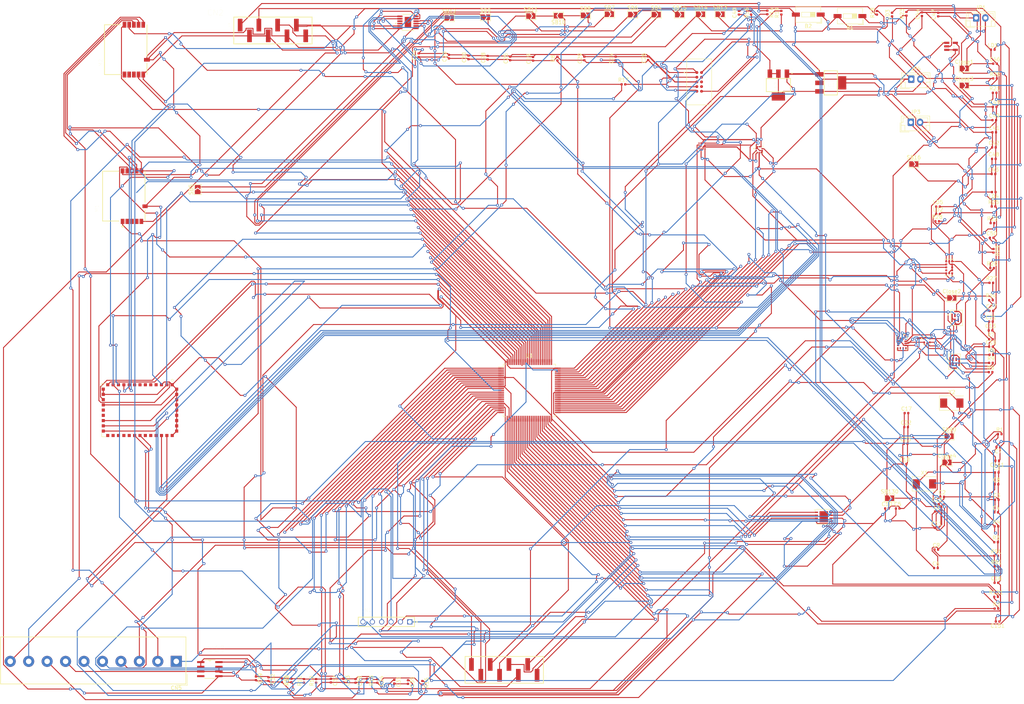
<source format=kicad_pcb>
(kicad_pcb (version 20171130) (host pcbnew 5.1.6-c6e7f7d~87~ubuntu18.04.1)
  (title_block (title " BOARD_STM32L4 (B-L475E-IOT01A)by Nicthe Jimenez") (date 09/12/2020) (rev A) (company "Course Embedded Systems Hardware Design"))
  (layers (0 F.Cu signal) (31 B.Cu signal) (34 B.Paste user) (35 F.Paste user) (36 B.SilkS user) (37 F.SilkS user) (38 B.Mask user) (39 F.Mask user) (44 Edge.Cuts user))
  (net 0 "")
  (net 1 GND)
  (net 2 "Net-(B1-Pad1)")
  (net 3 "Net-(B2-Pad1)")
  (net 4 "Net-(C6-Pad1)")
  (net 5 "Net-(C7-Pad2)")
  (net 6 STM_NRST)
  (net 7 "Net-(C14-Pad1)")
  (net 8 "Net-(C46-Pad1)")
  (net 9 "Net-(C47-Pad1)")
  (net 10 "Net-(C141-Pad2)")
  (net 11 "Net-(C151-Pad2)")
  (net 12 "Net-(Close2-Pad2)")
  (net 13 ARD.D13-SPI1_SCK-LED1)
  (net 14 BUTTON_EXTI13)
  (net 15 ARD.A0-ADC)
  (net 16 ARD.A1-ADC)
  (net 17 ARD.A2-ADC)
  (net 18 ARD.A3-ADC)
  (net 19 ARD.A4-ADC)
  (net 20 ARD.A5-ADC)
  (net 21 "Net-(CN2-Pad1)")
  (net 22 ARD.D7)
  (net 23 ARD.D6-PWM)
  (net 24 ARD.D5-PWM)
  (net 25 ARD.D4)
  (net 26 ARD.D3-PWM_INTI_EXTI0)
  (net 27 ARD.D2-INT0_EXTI14)
  (net 28 ARD.D1-UART4_TX)
  (net 29 ARD.D0-UART4_RX)
  (net 30 "Net-(CN4-Pad1)")
  (net 31 "Net-(CN4-Pad2)")
  (net 32 "Net-(CN4-Pad3)")
  (net 33 "Net-(CN4-Pad4)")
  (net 34 PMOD-IRQ_EXTI2)
  (net 35 PMOD-RESET)
  (net 36 "Net-(CN4-Pad9)")
  (net 37 "Net-(CN4-Pad10)")
  (net 38 ARD.D8)
  (net 39 ARD.D9-PWM)
  (net 40 ARD.D10-SPI_SSN_PWM)
  (net 41 ARD.D11-SPI1_MOSI_PWM)
  (net 42 ARD.D12-SPI1_MISO)
  (net 43 "Net-(CN5-Pad8)")
  (net 44 ARD.D14-I2CI_SDA)
  (net 45 ARD.D15-I2C1_SCL)
  (net 46 "Net-(CN6-Pad2)")
  (net 47 "Net-(CN6-Pad4)")
  (net 48 "Net-(CN6-Pad6)")
  (net 49 "Net-(CN6-Pad7)")
  (net 50 "Net-(CN6-Pad8)")
  (net 51 "Net-(CN6-Pad9)")
  (net 52 "Net-(CN6-Pad10)")
  (net 53 "Net-(LD1-Pad2)")
  (net 54 "Net-(LD2-Pad2)")
  (net 55 "Net-(LD3-Pad2)")
  (net 56 "Net-(LD4-Pad2)")
  (net 57 "Net-(LD5-Pad2)")
  (net 58 SPSGRF-915-GPIO3_EXTI5)
  (net 59 "Net-(M1-Pad2)")
  (net 60 "Net-(M1-Pad3)")
  (net 61 "Net-(M1-Pad4)")
  (net 62 INTERNAL-SPI3_SCK)
  (net 63 INTERNAL-SPI3_MISO)
  (net 64 INTERNAL-SPI3_MOSI)
  (net 65 SPSGRF-915-SPI3_CSN)
  (net 66 SPSGRF-915-SDN)
  (net 67 "Net-(M2-Pad1)")
  (net 68 "Net-(M2-Pad2)")
  (net 69 "Net-(M2-Pad3)")
  (net 70 SPBTLE-RF-IRQ_EXTI6)
  (net 71 SPBTLE-RF-SPI3_CSN)
  (net 72 SPBTLE-RF-RST)
  (net 73 /P4_RF_Modules/TP1)
  (net 74 /P4_RF_Modules/TP2)
  (net 75 /P4_RF_Modules/TP3)
  (net 76 /P4_RF_Modules/TP4)
  (net 77 /P4_RF_Modules/TP5)
  (net 78 ISM43362-SPI3_CSN)
  (net 79 ISM43362-DRDY_EXTI1)
  (net 80 ISM43362-WAKEUP)
  (net 81 "Net-(M3-Pad18)")
  (net 82 "Net-(M3-Pad19)")
  (net 83 INTERNAL-UART3_TX)
  (net 84 INTERNAL-UART3_RX)
  (net 85 "Net-(M3-Pad23)")
  (net 86 "Net-(M3-Pad24)")
  (net 87 "Net-(M3-Pad25)")
  (net 88 "Net-(M3-Pad26)")
  (net 89 "Net-(M3-Pad27)")
  (net 90 "Net-(M3-Pad28)")
  (net 91 "Net-(M3-Pad29)")
  (net 92 "Net-(M3-Pad30)")
  (net 93 "Net-(M3-Pad31)")
  (net 94 "Net-(M3-Pad32)")
  (net 95 ISM43362-BOOT0)
  (net 96 ISM43362-RST)
  (net 97 "Net-(R1-Pad1)")
  (net 98 "Net-(R2-Pad1)")
  (net 99 INTERNAL-I2C2_SDA)
  (net 100 INTERNAL-I2C2_SCL)
  (net 101 "Net-(R5-Pad1)")
  (net 102 DFSDM1_CKOUT)
  (net 103 DFSDM1_DATINT)
  (net 104 "Net-(R6-Pad1)")
  (net 105 VL53L0X_GPIO1_EXT17)
  (net 106 VL53L0X_XSHUT)
  (net 107 "Net-(R9-Pad2)")
  (net 108 SYS_JTCK_SWCLK)
  (net 109 SYS_JTMS-SWDIO)
  (net 110 SYS_JTDO-SWO)
  (net 111 "LED3(WIFI)_&_LED4(BLE)")
  (net 112 "Net-(R24-Pad1)")
  (net 113 LED2)
  (net 114 "Net-(R29-Pad2)")
  (net 115 "Net-(R121-Pad2)")
  (net 116 PMOD-UART2_CTS-SPI2_MISO)
  (net 117 PMOD-SPI2_SCK)
  (net 118 PMOD-UART2_RTS-SPI2_MOSI)
  (net 119 PMOD-UART2_RX)
  (net 120 PMOD-UART2_TX-SPI2_CSN)
  (net 121 /P5_ARD_Connectors/T_JTMS)
  (net 122 /P5_ARD_Connectors/T_JTCK)
  (net 123 /P5_ARD_Connectors/T_SWO)
  (net 124 /P5_ARD_Connectors/T_NRST)
  (net 125 "Net-(SB130-Pad1)")
  (net 126 "Net-(U1-Pad1)")
  (net 127 "Net-(U1-Pad2)")
  (net 128 "Net-(U1-Pad3)")
  (net 129 QUADSPI_CLK)
  (net 130 QUADSPI_NCS)
  (net 131 QUADSPI_BK1_IO0)
  (net 132 QUADSPI_BK1_IO1)
  (net 133 QUADSPI_BK1_IO2)
  (net 134 QUADSPI_BK1_IO3)
  (net 135 LPS22HB_INT_DRDY_EXTI10)
  (net 136 LSM6DSL_INT1_EXTI11)
  (net 137 "Net-(U1-Pad59)")
  (net 138 HTS221_DRDY_EXTI15)
  (net 139 LSM3MDL_DRDY_EXTI8)
  (net 140 "Net-(U1-Pad68)")
  (net 141 "Net-(U1-Pad69)")
  (net 142 "Net-(U1-Pad70)")
  (net 143 "Net-(U1-Pad71)")
  (net 144 "Net-(U1-Pad88)")
  (net 145 "Net-(U1-Pad92)")
  (net 146 "Net-(U1-Pad93)")
  (net 147 "Net-(U3-Pad2)")
  (net 148 "Net-(U3-Pad3)")
  (net 149 "Net-(U3-Pad9)")
  (net 150 "Net-(U4-Pad7)")
  (net 151 "Net-(U8-Pad8)")
  (net 152 "Net-(U10-Pad4)")
  (net 153 5V)
  (net 154 3V3)
  (module MyfootprintLib:SW_DIP_SPSTx01_Slide_6.7x4.1mm_W6.73mm_P2.54mm_LowProfile_JPin (layer F.Cu) (at 238.2 14.4 180)
    (fp_text reference B1 (at 0 -3.11) (layer F.SilkS))
    (fp_text value SW-PUSH-CMS_BLACK)
    (pad 1 smd rect (at -3.365 0 180) (size 2.16 1.12) (layers F.Cu F.Paste F.Mask) (net 2 "Net-(B1-Pad1)"))
    (pad 2 smd rect (at 3.365 0 180) (size 2.16 1.12) (layers F.Cu F.Paste F.Mask) (net 1 GND))
  )
  (module MyfootprintLib:SW_DIP_SPSTx01_Slide_6.7x4.1mm_W6.73mm_P2.54mm_LowProfile_JPin (layer F.Cu) (at 226.9 14 180)
    (fp_text reference B2 (at 0 -3.11) (layer F.SilkS))
    (fp_text value SW-PUSH-CMS_BLUE)
    (pad 2 smd rect (at 3.365 0 180) (size 2.16 1.12) (layers F.Cu F.Paste F.Mask) (net 1 GND))
    (pad 1 smd rect (at -3.365 0 180) (size 2.16 1.12) (layers F.Cu F.Paste F.Mask) (net 3 "Net-(B2-Pad1)"))
  )
  (module MyfootprintLib:C_0402_1005Metric (layer F.Cu) (at 278 138.1)
    (fp_text reference C1 (at 0 -1.17) (layer F.SilkS))
    (fp_text value 100nF)
    (pad 2 smd roundrect (at 0.485 0) (size 0.59 0.64) (layers F.Cu F.Paste F.Mask) (net 1 GND))
    (pad 1 smd roundrect (at -0.485 0) (size 0.59 0.64) (layers F.Cu F.Paste F.Mask) (net 153 5V))
  )
  (module MyfootprintLib:C_0402_1005Metric (layer F.Cu) (at 263.185001 144.705001)
    (fp_text reference C2 (at 0 -1.17) (layer F.SilkS))
    (fp_text value 100nF)
    (pad 1 smd roundrect (at -0.485 0) (size 0.59 0.64) (layers F.Cu F.Paste F.Mask) (net 153 5V))
    (pad 2 smd roundrect (at 0.485 0) (size 0.59 0.64) (layers F.Cu F.Paste F.Mask) (net 1 GND))
  )
  (module MyfootprintLib:C_0402_1005Metric (layer F.Cu) (at 278 145.5)
    (fp_text reference C3 (at 0 -1.17) (layer F.SilkS))
    (fp_text value 100nF)
    (pad 2 smd roundrect (at 0.485 0) (size 0.59 0.64) (layers F.Cu F.Paste F.Mask) (net 1 GND))
    (pad 1 smd roundrect (at -0.485 0) (size 0.59 0.64) (layers F.Cu F.Paste F.Mask) (net 153 5V))
  )
  (module MyfootprintLib:C_0402_1005Metric (layer F.Cu) (at 277.815 148.9)
    (fp_text reference C4 (at 0 -1.17) (layer F.SilkS))
    (fp_text value 100nF)
    (pad 1 smd roundrect (at -0.485 0) (size 0.59 0.64) (layers F.Cu F.Paste F.Mask) (net 153 5V))
    (pad 2 smd roundrect (at 0.485 0) (size 0.59 0.64) (layers F.Cu F.Paste F.Mask) (net 1 GND))
  )
  (module MyfootprintLib:C_0402_1005Metric (layer F.Cu) (at 251.135001 147.855001)
    (fp_text reference C5 (at 0 -1.17) (layer F.SilkS))
    (fp_text value 100nF)
    (pad 2 smd roundrect (at 0.485 0) (size 0.59 0.64) (layers F.Cu F.Paste F.Mask) (net 1 GND))
    (pad 1 smd roundrect (at -0.485 0) (size 0.59 0.64) (layers F.Cu F.Paste F.Mask) (net 153 5V))
  )
  (module MyfootprintLib:C_0402_1005Metric (layer F.Cu) (at 261.5 164)
    (fp_text reference C6 (at 0 -1.17) (layer F.SilkS))
    (fp_text value "Not Fitted (8.2pF)")
    (pad 2 smd roundrect (at 0.485 0) (size 0.59 0.64) (layers F.Cu F.Paste F.Mask) (net 1 GND))
    (pad 1 smd roundrect (at -0.485 0) (size 0.59 0.64) (layers F.Cu F.Paste F.Mask) (net 4 "Net-(C6-Pad1)"))
  )
  (module MyfootprintLib:C_0402_1005Metric (layer F.Cu) (at 278.385 131.2 180)
    (fp_text reference C7 (at 0 -1.17) (layer F.SilkS))
    (fp_text value "Not Fitted (8.2pF)")
    (pad 1 smd roundrect (at -0.485 0 180) (size 0.59 0.64) (layers F.Cu F.Paste F.Mask) (net 1 GND))
    (pad 2 smd roundrect (at 0.485 0 180) (size 0.59 0.64) (layers F.Cu F.Paste F.Mask) (net 5 "Net-(C7-Pad2)"))
  )
  (module MyfootprintLib:C_0402_1005Metric (layer F.Cu) (at 277.915 141.3)
    (fp_text reference C8 (at 0 -1.17) (layer F.SilkS))
    (fp_text value 100nF)
    (pad 2 smd roundrect (at 0.485 0) (size 0.59 0.64) (layers F.Cu F.Paste F.Mask) (net 1 GND))
    (pad 1 smd roundrect (at -0.485 0) (size 0.59 0.64) (layers F.Cu F.Paste F.Mask) (net 153 5V))
  )
  (module MyfootprintLib:C_0402_1005Metric (layer F.Cu) (at 261.6 159)
    (fp_text reference C9 (at 0 -1.17) (layer F.SilkS))
    (fp_text value 1uF)
    (pad 1 smd roundrect (at -0.485 0) (size 0.59 0.64) (layers F.Cu F.Paste F.Mask) (net 154 3V3))
    (pad 2 smd roundrect (at 0.485 0) (size 0.59 0.64) (layers F.Cu F.Paste F.Mask) (net 1 GND))
  )
  (module MyfootprintLib:C_0402_1005Metric (layer F.Cu) (at 248.225001 147.855001)
    (fp_text reference C10 (at 0 -1.17) (layer F.SilkS))
    (fp_text value 1uF)
    (pad 1 smd roundrect (at -0.485 0) (size 0.59 0.64) (layers F.Cu F.Paste F.Mask) (net 153 5V))
    (pad 2 smd roundrect (at 0.485 0) (size 0.59 0.64) (layers F.Cu F.Paste F.Mask) (net 1 GND))
  )
  (module MyfootprintLib:C_0402_1005Metric (layer F.Cu) (at 261.7 153.1)
    (fp_text reference C11 (at 0 -1.17) (layer F.SilkS))
    (fp_text value 100nF)
    (pad 1 smd roundrect (at -0.485 0) (size 0.59 0.64) (layers F.Cu F.Paste F.Mask) (net 153 5V))
    (pad 2 smd roundrect (at 0.485 0) (size 0.59 0.64) (layers F.Cu F.Paste F.Mask) (net 1 GND))
  )
  (module MyfootprintLib:C_0402_1005Metric (layer F.Cu) (at 261.745001 146.695001)
    (fp_text reference C12 (at 0 -1.17) (layer F.SilkS))
    (fp_text value 100nF)
    (pad 2 smd roundrect (at 0.485 0) (size 0.59 0.64) (layers F.Cu F.Paste F.Mask) (net 1 GND))
    (pad 1 smd roundrect (at -0.485 0) (size 0.59 0.64) (layers F.Cu F.Paste F.Mask) (net 6 STM_NRST))
  )
  (module MyfootprintLib:C_0402_1005Metric (layer F.Cu) (at 276.3 99.6)
    (fp_text reference C13 (at 0 -1.17) (layer F.SilkS))
    (fp_text value 4.7uF)
    (pad 2 smd roundrect (at 0.485 0) (size 0.59 0.64) (layers F.Cu F.Paste F.Mask) (net 1 GND))
    (pad 1 smd roundrect (at -0.485 0) (size 0.59 0.64) (layers F.Cu F.Paste F.Mask) (net 154 3V3))
  )
  (module MyfootprintLib:C_0402_1005Metric (layer F.Cu) (at 174.7 25.885 90)
    (fp_text reference C14 (at 0 -1.17 90) (layer F.SilkS))
    (fp_text value 100nF)
    (pad 1 smd roundrect (at -0.485 0 90) (size 0.59 0.64) (layers F.Cu F.Paste F.Mask) (net 7 "Net-(C14-Pad1)"))
    (pad 2 smd roundrect (at 0.485 0 90) (size 0.59 0.64) (layers F.Cu F.Paste F.Mask) (net 1 GND))
  )
  (module MyfootprintLib:C_0402_1005Metric (layer F.Cu) (at 276.415 104)
    (fp_text reference C15 (at 0 -1.17) (layer F.SilkS))
    (fp_text value 100nF)
    (pad 1 smd roundrect (at -0.485 0) (size 0.59 0.64) (layers F.Cu F.Paste F.Mask) (net 154 3V3))
    (pad 2 smd roundrect (at 0.485 0) (size 0.59 0.64) (layers F.Cu F.Paste F.Mask) (net 1 GND))
  )
  (module MyfootprintLib:C_0402_1005Metric (layer F.Cu) (at 277.885 168)
    (fp_text reference C16 (at 0 -1.17) (layer F.SilkS))
    (fp_text value 100nF)
    (pad 1 smd roundrect (at -0.485 0) (size 0.59 0.64) (layers F.Cu F.Paste F.Mask) (net 154 3V3))
    (pad 2 smd roundrect (at 0.485 0) (size 0.59 0.64) (layers F.Cu F.Paste F.Mask) (net 1 GND))
  )
  (module MyfootprintLib:C_0402_1005Metric (layer F.Cu) (at 253.515 122)
    (fp_text reference C17 (at 0 -1.17) (layer F.SilkS))
    (fp_text value 1uF)
    (pad 2 smd roundrect (at 0.485 0) (size 0.59 0.64) (layers F.Cu F.Paste F.Mask) (net 1 GND))
    (pad 1 smd roundrect (at -0.485 0) (size 0.59 0.64) (layers F.Cu F.Paste F.Mask) (net 154 3V3))
  )
  (module MyfootprintLib:C_0402_1005Metric (layer F.Cu) (at 253 135.8)
    (fp_text reference C18 (at 0 -1.17) (layer F.SilkS))
    (fp_text value 100nF)
    (pad 2 smd roundrect (at 0.485 0) (size 0.59 0.64) (layers F.Cu F.Paste F.Mask) (net 1 GND))
    (pad 1 smd roundrect (at -0.485 0) (size 0.59 0.64) (layers F.Cu F.Paste F.Mask) (net 154 3V3))
  )
  (module MyfootprintLib:C_0402_1005Metric (layer F.Cu) (at 152.3 25.985 90)
    (fp_text reference C19 (at 0 -1.17 90) (layer F.SilkS))
    (fp_text value 4.7uF)
    (pad 2 smd roundrect (at 0.485 0 90) (size 0.59 0.64) (layers F.Cu F.Paste F.Mask) (net 1 GND))
    (pad 1 smd roundrect (at -0.485 0 90) (size 0.59 0.64) (layers F.Cu F.Paste F.Mask) (net 154 3V3))
  )
  (module MyfootprintLib:C_0402_1005Metric (layer F.Cu) (at 129.5 25.385 90)
    (fp_text reference C20 (at 0 -1.17 90) (layer F.SilkS))
    (fp_text value 100nF)
    (pad 1 smd roundrect (at -0.485 0 90) (size 0.59 0.64) (layers F.Cu F.Paste F.Mask) (net 154 3V3))
    (pad 2 smd roundrect (at 0.485 0 90) (size 0.59 0.64) (layers F.Cu F.Paste F.Mask) (net 1 GND))
  )
  (module MyfootprintLib:C_0402_1005Metric (layer F.Cu) (at 276.415 97.2)
    (fp_text reference C21 (at 0 -1.17) (layer F.SilkS))
    (fp_text value 100nF)
    (pad 1 smd roundrect (at -0.485 0) (size 0.59 0.64) (layers F.Cu F.Paste F.Mask) (net 154 3V3))
    (pad 2 smd roundrect (at 0.485 0) (size 0.59 0.64) (layers F.Cu F.Paste F.Mask) (net 1 GND))
  )
  (module MyfootprintLib:C_0402_1005Metric (layer F.Cu) (at 253.415 125.8)
    (fp_text reference C22 (at 0 -1.17) (layer F.SilkS))
    (fp_text value 100nF)
    (pad 2 smd roundrect (at 0.485 0) (size 0.59 0.64) (layers F.Cu F.Paste F.Mask) (net 1 GND))
    (pad 1 smd roundrect (at -0.485 0) (size 0.59 0.64) (layers F.Cu F.Paste F.Mask) (net 154 3V3))
  )
  (module MyfootprintLib:C_0402_1005Metric (layer F.Cu) (at 253.3 130.3)
    (fp_text reference C23 (at 0 -1.17) (layer F.SilkS))
    (fp_text value 100nF)
    (pad 2 smd roundrect (at 0.485 0) (size 0.59 0.64) (layers F.Cu F.Paste F.Mask) (net 1 GND))
    (pad 1 smd roundrect (at -0.485 0) (size 0.59 0.64) (layers F.Cu F.Paste F.Mask) (net 154 3V3))
  )
  (module MyfootprintLib:C_0402_1005Metric (layer F.Cu) (at 121.3 25.015 90)
    (fp_text reference C24 (at 0 -1.17 90) (layer F.SilkS))
    (fp_text value 100nF)
    (pad 1 smd roundrect (at -0.485 0 90) (size 0.59 0.64) (layers F.Cu F.Paste F.Mask) (net 154 3V3))
    (pad 2 smd roundrect (at 0.485 0 90) (size 0.59 0.64) (layers F.Cu F.Paste F.Mask) (net 1 GND))
  )
  (module MyfootprintLib:C_0402_1005Metric (layer F.Cu) (at 146.1 25.885 90)
    (fp_text reference C25 (at 0 -1.17 90) (layer F.SilkS))
    (fp_text value 10uF)
    (pad 1 smd roundrect (at -0.485 0 90) (size 0.59 0.64) (layers F.Cu F.Paste F.Mask) (net 154 3V3))
    (pad 2 smd roundrect (at 0.485 0 90) (size 0.59 0.64) (layers F.Cu F.Paste F.Mask) (net 1 GND))
  )
  (module MyfootprintLib:C_0402_1005Metric (layer F.Cu) (at 183.5 25.815 90)
    (fp_text reference C26 (at 0 -1.17 90) (layer F.SilkS))
    (fp_text value 10uf)
    (pad 2 smd roundrect (at 0.485 0 90) (size 0.59 0.64) (layers F.Cu F.Paste F.Mask) (net 1 GND))
    (pad 1 smd roundrect (at -0.485 0 90) (size 0.59 0.64) (layers F.Cu F.Paste F.Mask) (net 154 3V3))
  )
  (module MyfootprintLib:C_0402_1005Metric (layer F.Cu) (at 276.515 94.3)
    (fp_text reference C27 (at 0 -1.17) (layer F.SilkS))
    (fp_text value 2.2uF)
    (pad 2 smd roundrect (at 0.485 0) (size 0.59 0.64) (layers F.Cu F.Paste F.Mask) (net 1 GND))
    (pad 1 smd roundrect (at -0.485 0) (size 0.59 0.64) (layers F.Cu F.Paste F.Mask) (net 154 3V3))
  )
  (module MyfootprintLib:C_0402_1005Metric (layer F.Cu) (at 140 25.685 90)
    (fp_text reference C28 (at 0 -1.17 90) (layer F.SilkS))
    (fp_text value 4.7uF)
    (pad 2 smd roundrect (at 0.485 0 90) (size 0.59 0.64) (layers F.Cu F.Paste F.Mask) (net 1 GND))
    (pad 1 smd roundrect (at -0.485 0 90) (size 0.59 0.64) (layers F.Cu F.Paste F.Mask) (net 154 3V3))
  )
  (module MyfootprintLib:C_0402_1005Metric (layer F.Cu) (at 166.2 25.885 90)
    (fp_text reference C29 (at 0 -1.17 90) (layer F.SilkS))
    (fp_text value 100nF)
    (pad 1 smd roundrect (at -0.485 0 90) (size 0.59 0.64) (layers F.Cu F.Paste F.Mask) (net 154 3V3))
    (pad 2 smd roundrect (at 0.485 0 90) (size 0.59 0.64) (layers F.Cu F.Paste F.Mask) (net 1 GND))
  )
  (module MyfootprintLib:C_0402_1005Metric (layer F.Cu) (at 134.8 25.6 90)
    (fp_text reference C30 (at 0 -1.17 90) (layer F.SilkS))
    (fp_text value 100nF)
    (pad 1 smd roundrect (at -0.485 0 90) (size 0.59 0.64) (layers F.Cu F.Paste F.Mask) (net 154 3V3))
    (pad 2 smd roundrect (at 0.485 0 90) (size 0.59 0.64) (layers F.Cu F.Paste F.Mask) (net 1 GND))
  )
  (module MyfootprintLib:C_0402_1005Metric (layer F.Cu) (at 114.7 194.8 270)
    (fp_text reference C31 (at 0 -1.17 90) (layer F.SilkS))
    (fp_text value 10uF)
    (pad 1 smd roundrect (at -0.485 0 270) (size 0.59 0.64) (layers F.Cu F.Paste F.Mask) (net 153 5V))
    (pad 2 smd roundrect (at 0.485 0 270) (size 0.59 0.64) (layers F.Cu F.Paste F.Mask) (net 1 GND))
  )
  (module MyfootprintLib:C_0402_1005Metric (layer F.Cu) (at 80.6 194.1 270)
    (fp_text reference C32 (at 0 -1.17 90) (layer F.SilkS))
    (fp_text value 100nF)
    (pad 1 smd roundrect (at -0.485 0 270) (size 0.59 0.64) (layers F.Cu F.Paste F.Mask) (net 154 3V3))
    (pad 2 smd roundrect (at 0.485 0 270) (size 0.59 0.64) (layers F.Cu F.Paste F.Mask) (net 1 GND))
  )
  (module MyfootprintLib:C_0402_1005Metric (layer F.Cu) (at 100.9 194.515 270)
    (fp_text reference C33 (at 0 -1.17 90) (layer F.SilkS))
    (fp_text value 100nF)
    (pad 2 smd roundrect (at 0.485 0 270) (size 0.59 0.64) (layers F.Cu F.Paste F.Mask) (net 1 GND))
    (pad 1 smd roundrect (at -0.485 0 270) (size 0.59 0.64) (layers F.Cu F.Paste F.Mask) (net 154 3V3))
  )
  (module MyfootprintLib:C_0402_1005Metric (layer F.Cu) (at 110.1 194.615 270)
    (fp_text reference C34 (at 0 -1.17 90) (layer F.SilkS))
    (fp_text value 100nF)
    (pad 2 smd roundrect (at 0.485 0 270) (size 0.59 0.64) (layers F.Cu F.Paste F.Mask) (net 1 GND))
    (pad 1 smd roundrect (at -0.485 0 270) (size 0.59 0.64) (layers F.Cu F.Paste F.Mask) (net 154 3V3))
  )
  (module MyfootprintLib:C_0402_1005Metric (layer F.Cu) (at 118.4 194.9 270)
    (fp_text reference C35 (at 0 -1.17 90) (layer F.SilkS))
    (fp_text value 10uF)
    (pad 2 smd roundrect (at 0.485 0 270) (size 0.59 0.64) (layers F.Cu F.Paste F.Mask) (net 1 GND))
    (pad 1 smd roundrect (at -0.485 0 270) (size 0.59 0.64) (layers F.Cu F.Paste F.Mask) (net 154 3V3))
  )
  (module MyfootprintLib:C_0402_1005Metric (layer F.Cu) (at 84.2 194.4 270)
    (fp_text reference C36 (at 0 -1.17 90) (layer F.SilkS))
    (fp_text value 2.2uF)
    (pad 1 smd roundrect (at -0.485 0 270) (size 0.59 0.64) (layers F.Cu F.Paste F.Mask) (net 154 3V3))
    (pad 2 smd roundrect (at 0.485 0 270) (size 0.59 0.64) (layers F.Cu F.Paste F.Mask) (net 1 GND))
  )
  (module MyfootprintLib:C_0402_1005Metric (layer F.Cu) (at 97.5 194.515 270)
    (fp_text reference C37 (at 0 -1.17 90) (layer F.SilkS))
    (fp_text value 100nF)
    (pad 1 smd roundrect (at -0.485 0 270) (size 0.59 0.64) (layers F.Cu F.Paste F.Mask) (net 154 3V3))
    (pad 2 smd roundrect (at 0.485 0 270) (size 0.59 0.64) (layers F.Cu F.Paste F.Mask) (net 1 GND))
  )
  (module MyfootprintLib:C_0402_1005Metric (layer F.Cu) (at 104.2 194.6 270)
    (fp_text reference C38 (at 0 -1.17 90) (layer F.SilkS))
    (fp_text value 2.2uF)
    (pad 2 smd roundrect (at 0.485 0 270) (size 0.59 0.64) (layers F.Cu F.Paste F.Mask) (net 1 GND))
    (pad 1 smd roundrect (at -0.485 0 270) (size 0.59 0.64) (layers F.Cu F.Paste F.Mask) (net 154 3V3))
  )
  (module MyfootprintLib:C_0402_1005Metric (layer F.Cu) (at 77.2 193.9 270)
    (fp_text reference C39 (at 0 -1.17 90) (layer F.SilkS))
    (fp_text value 100nF)
    (pad 2 smd roundrect (at 0.485 0 270) (size 0.59 0.64) (layers F.Cu F.Paste F.Mask) (net 1 GND))
    (pad 1 smd roundrect (at -0.485 0 270) (size 0.59 0.64) (layers F.Cu F.Paste F.Mask) (net 154 3V3))
  )
  (module MyfootprintLib:C_0402_1005Metric (layer F.Cu) (at 208.1 13.5 90)
    (fp_text reference C40 (at 0 -1.17 90) (layer F.SilkS))
    (fp_text value 100nF)
    (pad 2 smd roundrect (at 0.485 0 90) (size 0.59 0.64) (layers F.Cu F.Paste F.Mask) (net 1 GND))
    (pad 1 smd roundrect (at -0.485 0 90) (size 0.59 0.64) (layers F.Cu F.Paste F.Mask) (net 153 5V))
  )
  (module MyfootprintLib:C_0402_1005Metric (layer F.Cu) (at 277.3 45.9)
    (fp_text reference C41 (at 0 -1.17) (layer F.SilkS))
    (fp_text value 10uF)
    (pad 2 smd roundrect (at 0.485 0) (size 0.59 0.64) (layers F.Cu F.Paste F.Mask) (net 1 GND))
    (pad 1 smd roundrect (at -0.485 0) (size 0.59 0.64) (layers F.Cu F.Paste F.Mask) (net 153 5V))
  )
  (module MyfootprintLib:C_0402_1005Metric (layer F.Cu) (at 277.215 50)
    (fp_text reference C42 (at 0 -1.17) (layer F.SilkS))
    (fp_text value 10uF)
    (pad 1 smd roundrect (at -0.485 0) (size 0.59 0.64) (layers F.Cu F.Paste F.Mask) (net 153 5V))
    (pad 2 smd roundrect (at 0.485 0) (size 0.59 0.64) (layers F.Cu F.Paste F.Mask) (net 1 GND))
  )
  (module MyfootprintLib:C_0402_1005Metric (layer F.Cu) (at 277.1 57.2)
    (fp_text reference C43 (at 0 -1.17) (layer F.SilkS))
    (fp_text value 10uF)
    (pad 2 smd roundrect (at 0.485 0) (size 0.59 0.64) (layers F.Cu F.Paste F.Mask) (net 1 GND))
    (pad 1 smd roundrect (at -0.485 0) (size 0.59 0.64) (layers F.Cu F.Paste F.Mask) (net 154 3V3))
  )
  (module MyfootprintLib:C_0402_1005Metric (layer F.Cu) (at 257.7 13.885 90)
    (fp_text reference C44 (at 0 -1.17 90) (layer F.SilkS))
    (fp_text value 10uF)
    (pad 2 smd roundrect (at 0.485 0 90) (size 0.59 0.64) (layers F.Cu F.Paste F.Mask) (net 1 GND))
    (pad 1 smd roundrect (at -0.485 0 90) (size 0.59 0.64) (layers F.Cu F.Paste F.Mask) (net 153 5V))
  )
  (module MyfootprintLib:C_0402_1005Metric (layer F.Cu) (at 277.415 39)
    (fp_text reference C45 (at 0 -1.17) (layer F.SilkS))
    (fp_text value 100nF)
    (pad 1 smd roundrect (at -0.485 0) (size 0.59 0.64) (layers F.Cu F.Paste F.Mask) (net 154 3V3))
    (pad 2 smd roundrect (at 0.485 0) (size 0.59 0.64) (layers F.Cu F.Paste F.Mask) (net 1 GND))
  )
  (module MyfootprintLib:C_0402_1005Metric (layer F.Cu) (at 277.515 27.3)
    (fp_text reference C46 (at 0 -1.17) (layer F.SilkS))
    (fp_text value 100nF)
    (pad 1 smd roundrect (at -0.485 0) (size 0.59 0.64) (layers F.Cu F.Paste F.Mask) (net 8 "Net-(C46-Pad1)"))
    (pad 2 smd roundrect (at 0.485 0) (size 0.59 0.64) (layers F.Cu F.Paste F.Mask) (net 1 GND))
  )
  (module MyfootprintLib:C_0402_1005Metric (layer F.Cu) (at 262.1 13.985 90)
    (fp_text reference C47 (at 0 -1.17 90) (layer F.SilkS))
    (fp_text value 100nF)
    (pad 1 smd roundrect (at -0.485 0 90) (size 0.59 0.64) (layers F.Cu F.Paste F.Mask) (net 9 "Net-(C47-Pad1)"))
    (pad 2 smd roundrect (at 0.485 0 90) (size 0.59 0.64) (layers F.Cu F.Paste F.Mask) (net 1 GND))
  )
  (module MyfootprintLib:C_0402_1005Metric (layer F.Cu) (at 277.2 53.1)
    (fp_text reference C48 (at 0 -1.17) (layer F.SilkS))
    (fp_text value 100nF)
    (pad 2 smd roundrect (at 0.485 0) (size 0.59 0.64) (layers F.Cu F.Paste F.Mask) (net 1 GND))
    (pad 1 smd roundrect (at -0.485 0) (size 0.59 0.64) (layers F.Cu F.Paste F.Mask) (net 154 3V3))
  )
  (module MyfootprintLib:C_0402_1005Metric (layer F.Cu) (at 277.315 42.6)
    (fp_text reference C49 (at 0 -1.17) (layer F.SilkS))
    (fp_text value 10PF)
    (pad 1 smd roundrect (at -0.485 0) (size 0.59 0.64) (layers F.Cu F.Paste F.Mask) (net 2 "Net-(B1-Pad1)"))
    (pad 2 smd roundrect (at 0.485 0) (size 0.59 0.64) (layers F.Cu F.Paste F.Mask) (net 1 GND))
  )
  (module MyfootprintLib:C_0402_1005Metric (layer F.Cu) (at 276.6 74.5)
    (fp_text reference C50 (at 0 -1.17) (layer F.SilkS))
    (fp_text value 10pF)
    (pad 1 smd roundrect (at -0.485 0) (size 0.59 0.64) (layers F.Cu F.Paste F.Mask) (net 3 "Net-(B2-Pad1)"))
    (pad 2 smd roundrect (at 0.485 0) (size 0.59 0.64) (layers F.Cu F.Paste F.Mask) (net 1 GND))
  )
  (module MyfootprintLib:C_0402_1005Metric (layer F.Cu) (at 278.1 134.9 180)
    (fp_text reference C141 (at 0 -1.17) (layer F.SilkS))
    (fp_text value 5.1pF)
    (pad 2 smd roundrect (at 0.485 0 180) (size 0.59 0.64) (layers F.Cu F.Paste F.Mask) (net 10 "Net-(C141-Pad2)"))
    (pad 1 smd roundrect (at -0.485 0 180) (size 0.59 0.64) (layers F.Cu F.Paste F.Mask) (net 1 GND))
  )
  (module MyfootprintLib:C_0402_1005Metric (layer F.Cu) (at 278.215 178.5 180)
    (fp_text reference C151 (at 0 -1.17) (layer F.SilkS))
    (fp_text value 5.1pF)
    (pad 1 smd roundrect (at -0.485 0 180) (size 0.59 0.64) (layers F.Cu F.Paste F.Mask) (net 1 GND))
    (pad 2 smd roundrect (at 0.485 0 180) (size 0.59 0.64) (layers F.Cu F.Paste F.Mask) (net 11 "Net-(C151-Pad2)"))
  )
  (module MyfootprintLib:SolderJumper-2_P1.3mm_Open_TrianglePad1.0x1.5mm (layer F.Cu) (at 269.175 28.6)
    (fp_text reference Close1 (at 0 -1.8) (layer F.SilkS))
    (fp_text value SB2)
    (pad 1 smd custom (at -0.725 0) (size 0.3 0.3) (layers F.Cu F.Mask) (net 6 STM_NRST) (options (clearance outline) (anchor rect)) (primitives (gr_poly (pts (xy -0.5 -0.75) (xy 0.5 -0.75) (xy 1 0) (xy 0.5 0.75) (xy -0.5 0.75)) (width 0))))
    (pad 2 smd custom (at 0.725 0) (size 0.3 0.3) (layers F.Cu F.Mask) (net 8 "Net-(C46-Pad1)") (options (clearance outline) (anchor rect)) (primitives (gr_poly (pts (xy -0.65 -0.75) (xy 0.5 -0.75) (xy 0.5 0.75) (xy -0.65 0.75) (xy -0.15 0)) (width 0))))
  )
  (module MyfootprintLib:SolderJumper-2_P1.3mm_Open_TrianglePad1.0x1.5mm (layer F.Cu) (at 265.8 90.8)
    (fp_text reference Close2 (at 0 -1.8) (layer F.SilkS))
    (fp_text value SB1)
    (pad 2 smd custom (at 0.725 0) (size 0.3 0.3) (layers F.Cu F.Mask) (net 12 "Net-(Close2-Pad2)") (options (clearance outline) (anchor rect)) (primitives (gr_poly (pts (xy -0.65 -0.75) (xy 0.5 -0.75) (xy 0.5 0.75) (xy -0.65 0.75) (xy -0.15 0)) (width 0))))
    (pad 1 smd custom (at -0.725 0) (size 0.3 0.3) (layers F.Cu F.Mask) (net 13 ARD.D13-SPI1_SCK-LED1) (options (clearance outline) (anchor rect)) (primitives (gr_poly (pts (xy -0.5 -0.75) (xy 0.5 -0.75) (xy 1 0) (xy 0.5 0.75) (xy -0.5 0.75)) (width 0))))
  )
  (module MyfootprintLib:SolderJumper-2_P1.3mm_Open_TrianglePad1.0x1.5mm (layer F.Cu) (at 269.175 33.2)
    (fp_text reference Close3 (at 0 -1.8) (layer F.SilkS))
    (fp_text value SB3)
    (pad 1 smd custom (at -0.725 0) (size 0.3 0.3) (layers F.Cu F.Mask) (net 14 BUTTON_EXTI13) (options (clearance outline) (anchor rect)) (primitives (gr_poly (pts (xy -0.5 -0.75) (xy 0.5 -0.75) (xy 1 0) (xy 0.5 0.75) (xy -0.5 0.75)) (width 0))))
    (pad 2 smd custom (at 0.725 0) (size 0.3 0.3) (layers F.Cu F.Mask) (net 9 "Net-(C47-Pad1)") (options (clearance outline) (anchor rect)) (primitives (gr_poly (pts (xy -0.65 -0.75) (xy 0.5 -0.75) (xy 0.5 0.75) (xy -0.65 0.75) (xy -0.15 0)) (width 0))))
  )
  (module MyfootprintLib:SolderJumper-2_P1.3mm_Open_TrianglePad1.0x1.5mm (layer F.Cu) (at 264.495001 135.385001)
    (fp_text reference Close4 (at 0 -1.8) (layer F.SilkS))
    (fp_text value SBp)
    (pad 1 smd custom (at -0.725 0) (size 0.3 0.3) (layers F.Cu F.Mask) (net 153 5V) (options (clearance outline) (anchor rect)) (primitives (gr_poly (pts (xy -0.5 -0.75) (xy 0.5 -0.75) (xy 1 0) (xy 0.5 0.75) (xy -0.5 0.75)) (width 0))))
    (pad 2 smd custom (at 0.725 0) (size 0.3 0.3) (layers F.Cu F.Mask) (net 154 3V3) (options (clearance outline) (anchor rect)) (primitives (gr_poly (pts (xy -0.65 -0.75) (xy 0.5 -0.75) (xy 0.5 0.75) (xy -0.65 0.75) (xy -0.15 0)) (width 0))))
  )
  (module MyfootprintLib:HEADER_6X1_SAMTEC_MTSW-106-07-L-S-105 (layer F.Cu) (at 118.9 178.6)
    (fp_text reference CN1 (at -11.795 -3.155) (layer F.SilkS) (effects (font (thickness 0.015))))
    (fp_text value HEADER_6X1-MTSW-106-07-L-S-105)
    (pad 01 thru_hole rect (at 0 0) (size 1.37 1.37) (drill 1.02) (layers *.Cu *.Mask) (net 15 ARD.A0-ADC))
    (pad 02 thru_hole circle (at -2.54 0) (size 1.37 1.37) (drill 1.02) (layers *.Cu *.Mask) (net 16 ARD.A1-ADC))
    (pad 03 thru_hole circle (at -5.08 0) (size 1.37 1.37) (drill 1.02) (layers *.Cu *.Mask) (net 17 ARD.A2-ADC))
    (pad 04 thru_hole circle (at -7.62 0) (size 1.37 1.37) (drill 1.02) (layers *.Cu *.Mask) (net 18 ARD.A3-ADC))
    (pad 05 thru_hole circle (at -10.16 0) (size 1.37 1.37) (drill 1.02) (layers *.Cu *.Mask) (net 19 ARD.A4-ADC))
    (pad 06 thru_hole circle (at -12.7 0) (size 1.37 1.37) (drill 1.02) (layers *.Cu *.Mask) (net 20 ARD.A5-ADC))
  )
  (module MyfootprintLib:HEADER_8X1_FEMALE-SAMTEC-TSM-108-01-X-SV (layer F.Cu) (at 81.8 18.3)
    (fp_text reference CN2 (at -15.6085 -4.8135) (layer F.SilkS) (effects (font (size 1.5 1.5) (thickness 0.015))))
    (fp_text value HEADER_8X1-TSM-108-01-S-SV-P-TR-CN2)
    (fp_text user 1 (at -11.846 -1.46) (layer F.SilkS) (effects (font (thickness 0.015))))
    (fp_text user 8 (at 11.087 2.096) (layer F.SilkS) (effects (font (thickness 0.015))))
    (pad 1 smd rect (at -8.89 -1.46) (size 1.27 3.43) (layers F.Cu F.Paste) (net 21 "Net-(CN2-Pad1)"))
    (pad 2 smd rect (at -6.35 1.46) (size 1.27 3.43) (layers F.Cu F.Paste) (net 154 3V3))
    (pad 3 smd rect (at -3.81 -1.46) (size 1.27 3.43) (layers F.Cu F.Paste) (net 6 STM_NRST))
    (pad 4 smd rect (at -1.27 1.46) (size 1.27 3.43) (layers F.Cu F.Paste) (net 154 3V3))
    (pad 5 smd rect (at 1.27 -1.46) (size 1.27 3.43) (layers F.Cu F.Paste) (net 153 5V))
    (pad 6 smd rect (at 3.81 1.46) (size 1.27 3.43) (layers F.Cu F.Paste) (net 1 GND))
    (pad 7 smd rect (at 6.35 -1.46) (size 1.27 3.43) (layers F.Cu F.Paste) (net 1 GND))
    (pad 8 smd rect (at 8.89 1.46) (size 1.27 3.43) (layers F.Cu F.Paste) (net 153 5V))
  )
  (module MyfootprintLib:HEADER_8X1_FEMALE-SAMTEC-TSM-108-01-X-SV (layer F.Cu) (at 144.5 191.6)
    (fp_text reference CN3 (at -15.6085 -4.8135) (layer F.SilkS) (effects (font (size 1.5 1.5) (thickness 0.015))))
    (fp_text value HEADER_8X1-TSM-108-01-S-SV-P-TR-CN3)
    (fp_text user 8 (at 11.087 2.096) (layer F.SilkS) (effects (font (thickness 0.015))))
    (fp_text user 1 (at -11.846 -1.46) (layer F.SilkS) (effects (font (thickness 0.015))))
    (pad 8 smd rect (at 8.89 1.46) (size 1.27 3.43) (layers F.Cu F.Paste) (net 22 ARD.D7))
    (pad 7 smd rect (at 6.35 -1.46) (size 1.27 3.43) (layers F.Cu F.Paste) (net 23 ARD.D6-PWM))
    (pad 6 smd rect (at 3.81 1.46) (size 1.27 3.43) (layers F.Cu F.Paste) (net 24 ARD.D5-PWM))
    (pad 5 smd rect (at 1.27 -1.46) (size 1.27 3.43) (layers F.Cu F.Paste) (net 25 ARD.D4))
    (pad 4 smd rect (at -1.27 1.46) (size 1.27 3.43) (layers F.Cu F.Paste) (net 26 ARD.D3-PWM_INTI_EXTI0))
    (pad 3 smd rect (at -3.81 -1.46) (size 1.27 3.43) (layers F.Cu F.Paste) (net 27 ARD.D2-INT0_EXTI14))
    (pad 2 smd rect (at -6.35 1.46) (size 1.27 3.43) (layers F.Cu F.Paste) (net 28 ARD.D1-UART4_TX))
    (pad 1 smd rect (at -8.89 -1.46) (size 1.27 3.43) (layers F.Cu F.Paste) (net 29 ARD.D0-UART4_RX))
  )
  (module MyfootprintLib:MSOP-12_MSE-no (layer F.Cu) (at 118.4 16.1 180)
    (fp_text reference CN4 (at 0 0) (layer F.SilkS) (effects (font (size 0.787402 0.787402) (thickness 0.015))))
    (fp_text value HEADER_2X6_PMOD)
    (fp_text user * (at -3.0226 -1.9304) (layer F.SilkS) (effects (font (thickness 0.015))))
    (pad 1 smd rect (at -2.1844 -1.6256 180) (size 1.397 0.4318) (layers F.Cu F.Paste F.Mask) (net 30 "Net-(CN4-Pad1)"))
    (pad 2 smd rect (at -2.1844 -0.975359 180) (size 1.397 0.4318) (layers F.Cu F.Paste F.Mask) (net 31 "Net-(CN4-Pad2)"))
    (pad 3 smd rect (at -2.1844 -0.325119 180) (size 1.397 0.4318) (layers F.Cu F.Paste F.Mask) (net 32 "Net-(CN4-Pad3)"))
    (pad 4 smd rect (at -2.1844 0.325119 180) (size 1.397 0.4318) (layers F.Cu F.Paste F.Mask) (net 33 "Net-(CN4-Pad4)"))
    (pad 5 smd rect (at -2.1844 0.975359 180) (size 1.397 0.4318) (layers F.Cu F.Paste F.Mask) (net 1 GND))
    (pad 6 smd rect (at -2.1844 1.6256 180) (size 1.397 0.4318) (layers F.Cu F.Paste F.Mask) (net 154 3V3))
    (pad 7 smd rect (at 2.1844 1.6256 180) (size 1.397 0.4318) (layers F.Cu F.Paste F.Mask) (net 34 PMOD-IRQ_EXTI2))
    (pad 8 smd rect (at 2.1844 0.975359 180) (size 1.397 0.4318) (layers F.Cu F.Paste F.Mask) (net 35 PMOD-RESET))
    (pad 9 smd rect (at 2.1844 0.325119 180) (size 1.397 0.4318) (layers F.Cu F.Paste F.Mask) (net 36 "Net-(CN4-Pad9)"))
    (pad 10 smd rect (at 2.1844 -0.325119 180) (size 1.397 0.4318) (layers F.Cu F.Paste F.Mask) (net 37 "Net-(CN4-Pad10)"))
    (pad 11 smd rect (at 2.1844 -0.975359 180) (size 1.397 0.4318) (layers F.Cu F.Paste F.Mask) (net 1 GND))
    (pad 12 smd rect (at 2.1844 -1.6256 180) (size 1.397 0.4318) (layers F.Cu F.Paste F.Mask) (net 154 3V3))
    (pad 13 smd rect (at 0 0 180) (size 1.7526 2.9464) (layers F.Cu F.Mask))
  )
  (module MyfootprintLib:Altech_AK300_1x10_P5.00mm_45-Degree (layer F.Cu) (at 55.6 189.3 180)
    (fp_text reference CN5 (at 0 -7.2) (layer F.SilkS))
    (fp_text value Header_10x1_Femeale-5-534237-8)
    (pad 1 thru_hole rect (at 0 0 180) (size 3 3) (drill 1.5) (layers *.Cu *.Mask) (net 38 ARD.D8))
    (pad 2 thru_hole circle (at 5 0 180) (size 3 3) (drill 1.5) (layers *.Cu *.Mask) (net 39 ARD.D9-PWM))
    (pad 3 thru_hole circle (at 10 0 180) (size 3 3) (drill 1.5) (layers *.Cu *.Mask) (net 40 ARD.D10-SPI_SSN_PWM))
    (pad 4 thru_hole circle (at 15 0 180) (size 3 3) (drill 1.5) (layers *.Cu *.Mask) (net 41 ARD.D11-SPI1_MOSI_PWM))
    (pad 5 thru_hole circle (at 20 0 180) (size 3 3) (drill 1.5) (layers *.Cu *.Mask) (net 42 ARD.D12-SPI1_MISO))
    (pad 6 thru_hole circle (at 25 0 180) (size 3 3) (drill 1.5) (layers *.Cu *.Mask) (net 13 ARD.D13-SPI1_SCK-LED1))
    (pad 7 thru_hole circle (at 30 0 180) (size 3 3) (drill 1.5) (layers *.Cu *.Mask) (net 1 GND))
    (pad 8 thru_hole circle (at 35 0 180) (size 3 3) (drill 1.5) (layers *.Cu *.Mask) (net 43 "Net-(CN5-Pad8)"))
    (pad 9 thru_hole circle (at 40 0 180) (size 3 3) (drill 1.5) (layers *.Cu *.Mask) (net 44 ARD.D14-I2CI_SDA))
    (pad 10 thru_hole circle (at 45 0 180) (size 3 3) (drill 1.5) (layers *.Cu *.Mask) (net 45 ARD.D15-I2C1_SCL))
  )
  (module MyfootprintLib:TAG-CONNECT_TC2050-IDC-NL (layer F.Cu) (at 196.7 29.7)
    (fp_text reference CN6 (at 1.08 -5.349) (layer F.SilkS) (effects (font (size 1.4 1.4) (thickness 0.015))))
    (fp_text value TC2050-IDC-NL)
    (pad 1 smd circle (at 0 0) (size 0.787 0.787) (layers F.Cu F.Mask) (net 154 3V3))
    (pad 2 smd circle (at 0 1.27) (size 0.787 0.787) (layers F.Cu F.Mask) (net 46 "Net-(CN6-Pad2)"))
    (pad 3 smd circle (at 0 2.54) (size 0.787 0.787) (layers F.Cu F.Mask) (net 1 GND))
    (pad 4 smd circle (at 0 3.81) (size 0.787 0.787) (layers F.Cu F.Mask) (net 47 "Net-(CN6-Pad4)"))
    (pad 5 smd circle (at 0 5.08) (size 0.787 0.787) (layers F.Cu F.Mask) (net 1 GND))
    (pad 6 smd circle (at 1.27 5.08) (size 0.787 0.787) (layers F.Cu F.Mask) (net 48 "Net-(CN6-Pad6)"))
    (pad 7 smd circle (at 1.27 3.81) (size 0.787 0.787) (layers F.Cu F.Mask) (net 49 "Net-(CN6-Pad7)"))
    (pad 8 smd circle (at 1.27 2.54) (size 0.787 0.787) (layers F.Cu F.Mask) (net 50 "Net-(CN6-Pad8)"))
    (pad 9 smd circle (at 1.27 1.27) (size 0.787 0.787) (layers F.Cu F.Mask) (net 51 "Net-(CN6-Pad9)"))
    (pad 10 smd circle (at 1.27 0) (size 0.787 0.787) (layers F.Cu F.Mask) (net 52 "Net-(CN6-Pad10)"))
    (pad None np_thru_hole circle (at 1.65 6.35) (size 0.991 0.991) (drill 0.991) (layers *.Cu *.Mask))
    (pad None np_thru_hole circle (at -0.38 6.35) (size 0.991 0.991) (drill 0.991) (layers *.Cu *.Mask))
    (pad None np_thru_hole circle (at 0.635 -1.27) (size 0.991 0.991) (drill 0.991) (layers *.Cu *.Mask))
  )
  (module MyfootprintLib:JST_EH_B2B-EH-A_1x02_P2.50mm_Vertical (layer F.Cu) (at 272.4 14.9)
    (fp_text reference JP1 (at 1.25 -2.8) (layer F.SilkS))
    (fp_text value JP)
    (pad 1 thru_hole roundrect (at 0 0) (size 1.7 2) (drill 1) (layers *.Cu *.Mask) (roundrect_rratio 0.147059) (net 1 GND))
    (pad 2 thru_hole oval (at 2.5 0) (size 1.7 2) (drill 1) (layers *.Cu *.Mask) (net 1 GND))
  )
  (module MyfootprintLib:JST_EH_B2B-EH-A_1x02_P2.50mm_Vertical (layer F.Cu) (at 254.7 43.2)
    (fp_text reference JP3 (at 1.25 -2.8) (layer F.SilkS))
    (fp_text value JP7)
    (pad 2 thru_hole oval (at 2.5 0) (size 1.7 2) (drill 1) (layers *.Cu *.Mask) (net 1 GND))
    (pad 1 thru_hole roundrect (at 0 0) (size 1.7 2) (drill 1) (layers *.Cu *.Mask) (roundrect_rratio 0.147059) (net 1 GND))
  )
  (module MyfootprintLib:JST_EH_B2B-EH-A_1x02_P2.50mm_Vertical (layer F.Cu) (at 254.8 31.5)
    (fp_text reference JP4 (at 1.25 -2.8) (layer F.SilkS))
    (fp_text value IDD)
    (pad 1 thru_hole roundrect (at 0 0) (size 1.7 2) (drill 1) (layers *.Cu *.Mask) (roundrect_rratio 0.147059) (net 154 3V3))
    (pad 2 thru_hole oval (at 2.5 0) (size 1.7 2) (drill 1) (layers *.Cu *.Mask) (net 153 5V))
  )
  (module MyfootprintLib:L_0402_1005Metric (layer F.Cu) (at 261.745001 148.685001)
    (fp_text reference L1 (at 0 -1.17) (layer F.SilkS))
    (fp_text value FTM1608KF-60IT03)
    (pad 1 smd roundrect (at -0.485 0) (size 0.59 0.64) (layers F.Cu F.Paste F.Mask) (net 153 5V))
    (pad 2 smd roundrect (at 0.485 0) (size 0.59 0.64) (layers F.Cu F.Paste F.Mask) (net 153 5V))
  )
  (module MyfootprintLib:LED_0402_1005Metric (layer F.Cu) (at 276.915 23.5)
    (fp_text reference LD1 (at 0 -1.17) (layer F.SilkS))
    (fp_text value "LED GREEN")
    (pad 1 smd roundrect (at -0.485 0) (size 0.59 0.64) (layers F.Cu F.Paste F.Mask) (net 1 GND))
    (pad 2 smd roundrect (at 0.485 0) (size 0.59 0.64) (layers F.Cu F.Paste F.Mask) (net 53 "Net-(LD1-Pad2)"))
  )
  (module MyfootprintLib:LED_0402_1005Metric (layer F.Cu) (at 262.070001 68.035001)
    (fp_text reference LD2 (at 0 -1.17) (layer F.SilkS))
    (fp_text value LED_YELLOW)
    (pad 1 smd roundrect (at -0.485 0) (size 0.59 0.64) (layers F.Cu F.Paste F.Mask) (net 1 GND))
    (pad 2 smd roundrect (at 0.485 0) (size 0.59 0.64) (layers F.Cu F.Paste F.Mask) (net 54 "Net-(LD2-Pad2)"))
  )
  (module MyfootprintLib:LED_0402_1005Metric (layer F.Cu) (at 249.6 13.985 90)
    (fp_text reference LD3 (at 0 -1.17 90) (layer F.SilkS))
    (fp_text value LED_BLUE)
    (pad 2 smd roundrect (at 0.485 0 90) (size 0.59 0.64) (layers F.Cu F.Paste F.Mask) (net 55 "Net-(LD3-Pad2)"))
    (pad 1 smd roundrect (at -0.485 0 90) (size 0.59 0.64) (layers F.Cu F.Paste F.Mask) (net 154 3V3))
  )
  (module MyfootprintLib:LED_0402_1005Metric (layer F.Cu) (at 277.185 62.1 180)
    (fp_text reference LD4 (at 0 -1.17) (layer F.SilkS))
    (fp_text value LED_GREEN)
    (pad 1 smd roundrect (at -0.485 0 180) (size 0.59 0.64) (layers F.Cu F.Paste F.Mask) (net 1 GND))
    (pad 2 smd roundrect (at 0.485 0 180) (size 0.59 0.64) (layers F.Cu F.Paste F.Mask) (net 56 "Net-(LD4-Pad2)"))
  )
  (module MyfootprintLib:LED_0402_1005Metric (layer F.Cu) (at 262.070001 66.045001)
    (fp_text reference LD5 (at 0 -1.17) (layer F.SilkS))
    (fp_text value LED_GREEN)
    (pad 2 smd roundrect (at 0.485 0) (size 0.59 0.64) (layers F.Cu F.Paste F.Mask) (net 57 "Net-(LD5-Pad2)"))
    (pad 1 smd roundrect (at -0.485 0) (size 0.59 0.64) (layers F.Cu F.Paste F.Mask) (net 1 GND))
  )
  (module MyfootprintLib:XCVR_SPSGRF-915 (layer F.Cu) (at 43.6 63.2 90)
    (fp_text reference M1 (at -3.333855 -9.510205 90) (layer F.SilkS) (effects (font (size 1.002654 1.002654) (thickness 0.015))))
    (fp_text value SPSGRF)
    (pad 1 smd rect (at -6.85 -2.54 90) (size 1.4 1) (layers F.Cu F.Paste F.Mask) (net 58 SPSGRF-915-GPIO3_EXTI5))
    (pad 2 smd rect (at -6.85 -1.27 90) (size 1.4 1) (layers F.Cu F.Paste F.Mask) (net 59 "Net-(M1-Pad2)"))
    (pad 3 smd rect (at -6.85 0 90) (size 1.4 1) (layers F.Cu F.Paste F.Mask) (net 60 "Net-(M1-Pad3)"))
    (pad 4 smd rect (at -6.85 1.27 90) (size 1.4 1) (layers F.Cu F.Paste F.Mask) (net 61 "Net-(M1-Pad4)"))
    (pad 5 smd rect (at -6.85 2.54 90) (size 1.4 1) (layers F.Cu F.Paste F.Mask) (net 154 3V3))
    (pad 6 smd rect (at -2.75 3.54 90) (size 1 1.4) (layers F.Cu F.Paste F.Mask) (net 1 GND))
    (pad 7 smd rect (at 6.85 2.54 90) (size 1.4 1) (layers F.Cu F.Paste F.Mask) (net 62 INTERNAL-SPI3_SCK))
    (pad 8 smd rect (at 6.85 1.27 90) (size 1.4 1) (layers F.Cu F.Paste F.Mask) (net 63 INTERNAL-SPI3_MISO))
    (pad 9 smd rect (at 6.85 0 90) (size 1.4 1) (layers F.Cu F.Paste F.Mask) (net 64 INTERNAL-SPI3_MOSI))
    (pad 10 smd rect (at 6.85 -1.27 90) (size 1.4 1) (layers F.Cu F.Paste F.Mask) (net 65 SPSGRF-915-SPI3_CSN))
    (pad 11 smd rect (at 6.85 -2.54 90) (size 1.4 1) (layers F.Cu F.Paste F.Mask) (net 66 SPSGRF-915-SDN))
  )
  (module MyfootprintLib:XCVR_SPBTLE-RF (layer F.Cu) (at 41.9 23.5 90)
    (fp_text reference M2 (at -3.525535 -6.836035 90) (layer F.SilkS) (effects (font (size 1.00015 1.00015) (thickness 0.015))))
    (fp_text value ST_SPBTLE_RF)
    (pad 1 smd rect (at -6.75 -0.33 90) (size 1.6 1) (layers F.Cu F.Paste F.Mask) (net 67 "Net-(M2-Pad1)"))
    (pad 2 smd rect (at -6.75 0.94 90) (size 1.6 1) (layers F.Cu F.Paste F.Mask) (net 68 "Net-(M2-Pad2)"))
    (pad 3 smd rect (at -6.75 2.21 90) (size 1.6 1) (layers F.Cu F.Paste F.Mask) (net 69 "Net-(M2-Pad3)"))
    (pad 4 smd rect (at -6.75 3.48 90) (size 1.6 1) (layers F.Cu F.Paste F.Mask) (net 70 SPBTLE-RF-IRQ_EXTI6))
    (pad 5 smd rect (at -6.75 4.75 90) (size 1.6 1) (layers F.Cu F.Paste F.Mask) (net 154 3V3))
    (pad 6 smd rect (at -2.75 5.75 90) (size 1 1.6) (layers F.Cu F.Paste F.Mask) (net 1 GND))
    (pad 7 smd rect (at 6.75 4.75 90) (size 1.6 1) (layers F.Cu F.Paste F.Mask) (net 62 INTERNAL-SPI3_SCK))
    (pad 8 smd rect (at 6.75 3.48 90) (size 1.6 1) (layers F.Cu F.Paste F.Mask) (net 63 INTERNAL-SPI3_MISO))
    (pad 9 smd rect (at 6.75 2.21 90) (size 1.6 1) (layers F.Cu F.Paste F.Mask) (net 64 INTERNAL-SPI3_MOSI))
    (pad 10 smd rect (at 6.75 0.94 90) (size 1.6 1) (layers F.Cu F.Paste F.Mask) (net 71 SPBTLE-RF-SPI3_CSN))
    (pad 11 smd rect (at 6.75 -0.33 90) (size 1.6 1) (layers F.Cu F.Paste F.Mask) (net 72 SPBTLE-RF-RST))
  )
  (module MyfootprintLib:INVENTEK_ISM43362-M3G-L44-E_C2.5.0.3_SPI (layer F.Cu) (at 50.4 121.2)
    (fp_text reference M3 (at -12.2461 -8.28605) (layer F.SilkS) (effects (font (size 1.002551 1.002551) (thickness 0.015))))
    (fp_text value ISM43362-M3G-L44)
    (pad 1 smd rect (at 4.11 -6.88) (size 0.84 0.84) (layers F.Cu F.Paste F.Mask) (net 1 GND))
    (pad 2 smd rect (at 2.653 -6.88) (size 0.84 0.84) (layers F.Cu F.Paste F.Mask) (net 154 3V3))
    (pad 3 smd rect (at 1.196 -6.88) (size 0.84 0.84) (layers F.Cu F.Paste F.Mask) (net 1 GND))
    (pad 4 smd rect (at -0.261 -6.88) (size 0.84 0.84) (layers F.Cu F.Paste F.Mask) (net 73 /P4_RF_Modules/TP1))
    (pad 5 smd rect (at -1.718 -6.88) (size 0.84 0.84) (layers F.Cu F.Paste F.Mask) (net 74 /P4_RF_Modules/TP2))
    (pad 6 smd rect (at -3.175 -6.88) (size 0.84 0.84) (layers F.Cu F.Paste F.Mask) (net 75 /P4_RF_Modules/TP3))
    (pad 7 smd rect (at -4.632 -6.88) (size 0.84 0.84) (layers F.Cu F.Paste F.Mask) (net 76 /P4_RF_Modules/TP4))
    (pad 8 smd rect (at -6.089 -6.88) (size 0.84 0.84) (layers F.Cu F.Paste F.Mask) (net 77 /P4_RF_Modules/TP5))
    (pad 9 smd rect (at -7.546 -6.88) (size 0.84 0.84) (layers F.Cu F.Paste F.Mask) (net 64 INTERNAL-SPI3_MOSI))
    (pad 10 smd rect (at -9.003 -6.88) (size 0.84 0.84) (layers F.Cu F.Paste F.Mask) (net 63 INTERNAL-SPI3_MISO))
    (pad 11 smd rect (at -10.46 -6.88) (size 0.84 0.84) (layers F.Cu F.Paste F.Mask) (net 62 INTERNAL-SPI3_SCK))
    (pad 12 smd rect (at -11.917 -6.88) (size 0.84 0.84) (layers F.Cu F.Paste F.Mask) (net 78 ISM43362-SPI3_CSN))
    (pad 13 smd rect (at -13.374 -6.88) (size 0.84 0.84) (layers F.Cu F.Paste F.Mask) (net 79 ISM43362-DRDY_EXTI1))
    (pad 14 smd rect (at -14.58 -5.68) (size 0.84 0.84) (layers F.Cu F.Paste F.Mask) (net 154 3V3))
    (pad 15 smd rect (at -14.58 -4.26) (size 0.84 0.84) (layers F.Cu F.Paste F.Mask) (net 154 3V3))
    (pad 16 smd rect (at -14.58 -2.84) (size 0.84 0.84) (layers F.Cu F.Paste F.Mask) (net 80 ISM43362-WAKEUP))
    (pad 17 smd rect (at -14.58 -1.42) (size 0.84 0.84) (layers F.Cu F.Paste F.Mask) (net 1 GND))
    (pad 18 smd rect (at -14.58 0) (size 0.84 0.84) (layers F.Cu F.Paste F.Mask) (net 81 "Net-(M3-Pad18)"))
    (pad 19 smd rect (at -14.58 1.42) (size 0.84 0.84) (layers F.Cu F.Paste F.Mask) (net 82 "Net-(M3-Pad19)"))
    (pad 20 smd rect (at -14.58 2.84) (size 0.84 0.84) (layers F.Cu F.Paste F.Mask) (net 1 GND))
    (pad 21 smd rect (at -14.58 4.26) (size 0.84 0.84) (layers F.Cu F.Paste F.Mask) (net 83 INTERNAL-UART3_TX))
    (pad 22 smd rect (at -14.58 5.68) (size 0.84 0.84) (layers F.Cu F.Paste F.Mask) (net 84 INTERNAL-UART3_RX))
    (pad 23 smd rect (at -13.374 6.88) (size 0.84 0.84) (layers F.Cu F.Paste F.Mask) (net 85 "Net-(M3-Pad23)"))
    (pad 24 smd rect (at -11.917 6.88) (size 0.84 0.84) (layers F.Cu F.Paste F.Mask) (net 86 "Net-(M3-Pad24)"))
    (pad 25 smd rect (at -10.46 6.88) (size 0.84 0.84) (layers F.Cu F.Paste F.Mask) (net 87 "Net-(M3-Pad25)"))
    (pad 26 smd rect (at -9.003 6.88) (size 0.84 0.84) (layers F.Cu F.Paste F.Mask) (net 88 "Net-(M3-Pad26)"))
    (pad 27 smd rect (at -7.546 6.88) (size 0.84 0.84) (layers F.Cu F.Paste F.Mask) (net 89 "Net-(M3-Pad27)"))
    (pad 28 smd rect (at -6.089 6.89) (size 0.84 0.84) (layers F.Cu F.Paste F.Mask) (net 90 "Net-(M3-Pad28)"))
    (pad 29 smd rect (at -4.632 6.88) (size 0.84 0.84) (layers F.Cu F.Paste F.Mask) (net 91 "Net-(M3-Pad29)"))
    (pad 30 smd rect (at -3.175 6.88) (size 0.84 0.84) (layers F.Cu F.Paste F.Mask) (net 92 "Net-(M3-Pad30)"))
    (pad 31 smd rect (at -1.718 6.88) (size 0.84 0.84) (layers F.Cu F.Paste F.Mask) (net 93 "Net-(M3-Pad31)"))
    (pad 32 smd rect (at -0.261 6.88) (size 0.84 0.84) (layers F.Cu F.Paste F.Mask) (net 94 "Net-(M3-Pad32)"))
    (pad 33 smd rect (at 1.196 6.88) (size 0.84 0.84) (layers F.Cu F.Paste F.Mask) (net 95 ISM43362-BOOT0))
    (pad 34 smd rect (at 2.653 6.88) (size 0.84 0.84) (layers F.Cu F.Paste F.Mask) (net 96 ISM43362-RST))
    (pad 35 smd rect (at 4.11 6.88) (size 0.84 0.84) (layers F.Cu F.Paste F.Mask) (net 1 GND))
    (pad 36 smd rect (at 5.31 5.68) (size 0.84 0.84) (layers F.Cu F.Paste F.Mask) (net 1 GND))
    (pad 37 smd rect (at 5.31 4.26) (size 0.84 0.84) (layers F.Cu F.Paste F.Mask) (net 1 GND))
    (pad 38 smd rect (at 5.31 2.84) (size 0.84 0.84) (layers F.Cu F.Paste F.Mask) (net 1 GND))
    (pad 39 smd rect (at 5.31 1.42) (size 0.84 0.84) (layers F.Cu F.Paste F.Mask) (net 1 GND))
    (pad 40 smd rect (at 5.31 0) (size 0.84 0.84) (layers F.Cu F.Paste F.Mask) (net 1 GND))
    (pad 41 smd rect (at 5.31 -1.42) (size 0.84 0.84) (layers F.Cu F.Paste F.Mask) (net 1 GND))
    (pad 42 smd rect (at 5.31 -2.84) (size 0.84 0.84) (layers F.Cu F.Paste F.Mask) (net 1 GND))
    (pad 43 smd rect (at 5.31 -4.26) (size 0.84 0.84) (layers F.Cu F.Paste F.Mask) (net 1 GND))
    (pad 44 smd rect (at 5.31 -5.68) (size 0.84 0.84) (layers F.Cu F.Paste F.Mask) (net 1 GND))
  )
  (module MyfootprintLib:R_0402_1005Metric (layer F.Cu) (at 278.8 127.7)
    (fp_text reference R1 (at 0 -1.17) (layer F.SilkS))
    (fp_text value "Not Fitted (0R)")
    (pad 1 smd roundrect (at -0.485 0) (size 0.59 0.64) (layers F.Cu F.Paste F.Mask) (net 97 "Net-(R1-Pad1)"))
    (pad 2 smd roundrect (at 0.485 0) (size 0.59 0.64) (layers F.Cu F.Paste F.Mask) (net 4 "Net-(C6-Pad1)"))
  )
  (module MyfootprintLib:R_0402_1005Metric (layer F.Cu) (at 277.9 175)
    (fp_text reference R2 (at 0 -1.17) (layer F.SilkS))
    (fp_text value "Not Fitted (0R)")
    (pad 2 smd roundrect (at 0.485 0) (size 0.59 0.64) (layers F.Cu F.Paste F.Mask) (net 5 "Net-(C7-Pad2)"))
    (pad 1 smd roundrect (at -0.485 0) (size 0.59 0.64) (layers F.Cu F.Paste F.Mask) (net 98 "Net-(R2-Pad1)"))
  )
  (module MyfootprintLib:R_0402_1005Metric (layer F.Cu) (at 277.8 157)
    (fp_text reference R3 (at 0 -1.17) (layer F.SilkS))
    (fp_text value 2k2)
    (pad 2 smd roundrect (at 0.485 0) (size 0.59 0.64) (layers F.Cu F.Paste F.Mask) (net 154 3V3))
    (pad 1 smd roundrect (at -0.485 0) (size 0.59 0.64) (layers F.Cu F.Paste F.Mask) (net 99 INTERNAL-I2C2_SDA))
  )
  (module MyfootprintLib:R_0402_1005Metric (layer F.Cu) (at 277.9 152.7)
    (fp_text reference R4 (at 0 -1.17) (layer F.SilkS))
    (fp_text value 2k2)
    (pad 1 smd roundrect (at -0.485 0) (size 0.59 0.64) (layers F.Cu F.Paste F.Mask) (net 100 INTERNAL-I2C2_SCL))
    (pad 2 smd roundrect (at 0.485 0) (size 0.59 0.64) (layers F.Cu F.Paste F.Mask) (net 154 3V3))
  )
  (module MyfootprintLib:R_0402_1005Metric (layer F.Cu) (at 276.315 110.9)
    (fp_text reference R5 (at 0 -1.17) (layer F.SilkS))
    (fp_text value 0R)
    (pad 2 smd roundrect (at 0.485 0) (size 0.59 0.64) (layers F.Cu F.Paste F.Mask) (net 102 DFSDM1_CKOUT))
    (pad 1 smd roundrect (at -0.485 0) (size 0.59 0.64) (layers F.Cu F.Paste F.Mask) (net 101 "Net-(R5-Pad1)"))
  )
  (module MyfootprintLib:R_0402_1005Metric (layer F.Cu) (at 276.515 106.2)
    (fp_text reference R6 (at 0 -1.17) (layer F.SilkS))
    (fp_text value 0R)
    (pad 1 smd roundrect (at -0.485 0) (size 0.59 0.64) (layers F.Cu F.Paste F.Mask) (net 104 "Net-(R6-Pad1)"))
    (pad 2 smd roundrect (at 0.485 0) (size 0.59 0.64) (layers F.Cu F.Paste F.Mask) (net 103 DFSDM1_DATINT))
  )
  (module MyfootprintLib:R_0402_1005Metric (layer F.Cu) (at 276.415 102)
    (fp_text reference R7 (at 0 -1.17) (layer F.SilkS))
    (fp_text value 10K)
    (pad 2 smd roundrect (at 0.485 0) (size 0.59 0.64) (layers F.Cu F.Paste F.Mask) (net 154 3V3))
    (pad 1 smd roundrect (at -0.485 0) (size 0.59 0.64) (layers F.Cu F.Paste F.Mask) (net 105 VL53L0X_GPIO1_EXT17))
  )
  (module MyfootprintLib:R_0402_1005Metric (layer F.Cu) (at 158.9 25.915 90)
    (fp_text reference R8 (at 0 -1.17 90) (layer F.SilkS))
    (fp_text value 10K)
    (pad 1 smd roundrect (at -0.485 0 90) (size 0.59 0.64) (layers F.Cu F.Paste F.Mask) (net 106 VL53L0X_XSHUT))
    (pad 2 smd roundrect (at 0.485 0 90) (size 0.59 0.64) (layers F.Cu F.Paste F.Mask) (net 154 3V3))
  )
  (module MyfootprintLib:R_0402_1005Metric (layer F.Cu) (at 276.415 108.4)
    (fp_text reference R9 (at 0 -1.17) (layer F.SilkS))
    (fp_text value 10k)
    (pad 2 smd roundrect (at 0.485 0) (size 0.59 0.64) (layers F.Cu F.Paste F.Mask) (net 107 "Net-(R9-Pad2)"))
    (pad 1 smd roundrect (at -0.485 0) (size 0.59 0.64) (layers F.Cu F.Paste F.Mask) (net 154 3V3))
  )
  (module MyfootprintLib:R_0402_1005Metric (layer F.Cu) (at 93.5 194.585 90)
    (fp_text reference R10 (at 0 -1.17 90) (layer F.SilkS))
    (fp_text value 47k)
    (pad 1 smd roundrect (at -0.485 0 90) (size 0.59 0.64) (layers F.Cu F.Paste F.Mask) (net 78 ISM43362-SPI3_CSN))
    (pad 2 smd roundrect (at 0.485 0 90) (size 0.59 0.64) (layers F.Cu F.Paste F.Mask) (net 154 3V3))
  )
  (module MyfootprintLib:R_0402_1005Metric (layer F.Cu) (at 90.2 194.585 90)
    (fp_text reference R11 (at 0 -1.17 90) (layer F.SilkS))
    (fp_text value "Not Fitted (10k)")
    (pad 1 smd roundrect (at -0.485 0 90) (size 0.59 0.64) (layers F.Cu F.Paste F.Mask) (net 90 "Net-(M3-Pad28)"))
    (pad 2 smd roundrect (at 0.485 0 90) (size 0.59 0.64) (layers F.Cu F.Paste F.Mask) (net 154 3V3))
  )
  (module MyfootprintLib:R_0402_1005Metric (layer F.Cu) (at 86.8 194.485 90)
    (fp_text reference R12 (at 0 -1.17 90) (layer F.SilkS))
    (fp_text value "Not Fitted (10k)")
    (pad 2 smd roundrect (at 0.485 0 90) (size 0.59 0.64) (layers F.Cu F.Paste F.Mask) (net 154 3V3))
    (pad 1 smd roundrect (at -0.485 0 90) (size 0.59 0.64) (layers F.Cu F.Paste F.Mask) (net 91 "Net-(M3-Pad29)"))
  )
  (module MyfootprintLib:R_0402_1005Metric (layer F.Cu) (at 107.3 194.515 270)
    (fp_text reference R13 (at 0 -1.17 90) (layer F.SilkS))
    (fp_text value "Not Fitted (10k)")
    (pad 1 smd roundrect (at -0.485 0 270) (size 0.59 0.64) (layers F.Cu F.Paste F.Mask) (net 91 "Net-(M3-Pad29)"))
    (pad 2 smd roundrect (at 0.485 0 270) (size 0.59 0.64) (layers F.Cu F.Paste F.Mask) (net 1 GND))
  )
  (module MyfootprintLib:R_0402_1005Metric (layer F.Cu) (at 215.8 13.415 270)
    (fp_text reference R14 (at 0 -1.17 90) (layer F.SilkS))
    (fp_text value 1k)
    (pad 1 smd roundrect (at -0.485 0 270) (size 0.59 0.64) (layers F.Cu F.Paste F.Mask) (net 21 "Net-(CN2-Pad1)"))
    (pad 2 smd roundrect (at 0.485 0 270) (size 0.59 0.64) (layers F.Cu F.Paste F.Mask) (net 153 5V))
  )
  (module MyfootprintLib:R_0402_1005Metric (layer F.Cu) (at 122.3 195.1 270)
    (fp_text reference R15 (at 0 -1.17 90) (layer F.SilkS))
    (fp_text value 0R)
    (pad 1 smd roundrect (at -0.485 0 270) (size 0.59 0.64) (layers F.Cu F.Paste F.Mask) (net 43 "Net-(CN5-Pad8)"))
    (pad 2 smd roundrect (at 0.485 0 270) (size 0.59 0.64) (layers F.Cu F.Paste F.Mask) (net 153 5V))
  )
  (module MyfootprintLib:R_0402_1005Metric (layer F.Cu) (at 211.4 13.5 90)
    (fp_text reference R16 (at 0 -1.17 90) (layer F.SilkS))
    (fp_text value 22R)
    (pad 2 smd roundrect (at 0.485 0 90) (size 0.59 0.64) (layers F.Cu F.Paste F.Mask) (net 47 "Net-(CN6-Pad4)"))
    (pad 1 smd roundrect (at -0.485 0 90) (size 0.59 0.64) (layers F.Cu F.Paste F.Mask) (net 108 SYS_JTCK_SWCLK))
  )
  (module MyfootprintLib:R_0402_1005Metric (layer F.Cu) (at 176.8 32.9)
    (fp_text reference R17 (at 0 -1.17) (layer F.SilkS))
    (fp_text value 22R)
    (pad 2 smd roundrect (at 0.485 0) (size 0.59 0.64) (layers F.Cu F.Paste F.Mask) (net 46 "Net-(CN6-Pad2)"))
    (pad 1 smd roundrect (at -0.485 0) (size 0.59 0.64) (layers F.Cu F.Paste F.Mask) (net 109 SYS_JTMS-SWDIO))
  )
  (module MyfootprintLib:R_0402_1005Metric (layer F.Cu) (at 245.5 13.515 90)
    (fp_text reference R18 (at 0 -1.17 90) (layer F.SilkS))
    (fp_text value 22R)
    (pad 2 smd roundrect (at 0.485 0 90) (size 0.59 0.64) (layers F.Cu F.Paste F.Mask) (net 52 "Net-(CN6-Pad10)"))
    (pad 1 smd roundrect (at -0.485 0 90) (size 0.59 0.64) (layers F.Cu F.Paste F.Mask) (net 6 STM_NRST))
  )
  (module MyfootprintLib:R_0402_1005Metric (layer F.Cu) (at 219.6 13.485 90)
    (fp_text reference R19 (at 0 -1.17 90) (layer F.SilkS))
    (fp_text value 22R)
    (pad 1 smd roundrect (at -0.485 0 90) (size 0.59 0.64) (layers F.Cu F.Paste F.Mask) (net 110 SYS_JTDO-SWO))
    (pad 2 smd roundrect (at 0.485 0 90) (size 0.59 0.64) (layers F.Cu F.Paste F.Mask) (net 48 "Net-(CN6-Pad6)"))
  )
  (module MyfootprintLib:R_0402_1005Metric (layer F.Cu) (at 276.715 82.7)
    (fp_text reference R20 (at 0 -1.17) (layer F.SilkS))
    (fp_text value 330R)
    (pad 2 smd roundrect (at 0.485 0) (size 0.59 0.64) (layers F.Cu F.Paste F.Mask) (net 153 5V))
    (pad 1 smd roundrect (at -0.485 0) (size 0.59 0.64) (layers F.Cu F.Paste F.Mask) (net 53 "Net-(LD1-Pad2)"))
  )
  (module MyfootprintLib:R_0402_1005Metric (layer F.Cu) (at 277.415 35.2)
    (fp_text reference R21 (at 0 -1.17) (layer F.SilkS))
    (fp_text value 1K)
    (pad 2 smd roundrect (at 0.485 0) (size 0.59 0.64) (layers F.Cu F.Paste F.Mask) (net 111 "LED3(WIFI)_&_LED4(BLE)"))
    (pad 1 smd roundrect (at -0.485 0) (size 0.59 0.64) (layers F.Cu F.Paste F.Mask) (net 54 "Net-(LD2-Pad2)"))
  )
  (module MyfootprintLib:R_0402_1005Metric (layer F.Cu) (at 276.815 70.5)
    (fp_text reference R22 (at 0 -1.17) (layer F.SilkS))
    (fp_text value 680R)
    (pad 2 smd roundrect (at 0.485 0) (size 0.59 0.64) (layers F.Cu F.Paste F.Mask) (net 111 "LED3(WIFI)_&_LED4(BLE)"))
    (pad 1 smd roundrect (at -0.485 0) (size 0.59 0.64) (layers F.Cu F.Paste F.Mask) (net 55 "Net-(LD3-Pad2)"))
  )
  (module MyfootprintLib:R_0402_1005Metric (layer F.Cu) (at 253.5 13.785 90)
    (fp_text reference R23 (at 0 -1.17 90) (layer F.SilkS))
    (fp_text value 1K)
    (pad 2 smd roundrect (at 0.485 0 90) (size 0.59 0.64) (layers F.Cu F.Paste F.Mask) (net 8 "Net-(C46-Pad1)"))
    (pad 1 smd roundrect (at -0.485 0 90) (size 0.59 0.64) (layers F.Cu F.Paste F.Mask) (net 2 "Net-(B1-Pad1)"))
  )
  (module MyfootprintLib:R_0402_1005Metric (layer F.Cu) (at 276.415 91.4)
    (fp_text reference R24 (at 0 -1.17) (layer F.SilkS))
    (fp_text value 10K)
    (pad 1 smd roundrect (at -0.485 0) (size 0.59 0.64) (layers F.Cu F.Paste F.Mask) (net 112 "Net-(R24-Pad1)"))
    (pad 2 smd roundrect (at 0.485 0) (size 0.59 0.64) (layers F.Cu F.Paste F.Mask) (net 12 "Net-(Close2-Pad2)"))
  )
  (module MyfootprintLib:R_0402_1005Metric (layer F.Cu) (at 277.115 66)
    (fp_text reference R25 (at 0 -1.17) (layer F.SilkS))
    (fp_text value 200K)
    (pad 1 smd roundrect (at -0.485 0) (size 0.59 0.64) (layers F.Cu F.Paste F.Mask) (net 112 "Net-(R24-Pad1)"))
    (pad 2 smd roundrect (at 0.485 0) (size 0.59 0.64) (layers F.Cu F.Paste F.Mask) (net 1 GND))
  )
  (module MyfootprintLib:R_0402_1005Metric (layer F.Cu) (at 277.515 31.3)
    (fp_text reference R26 (at 0 -1.17) (layer F.SilkS))
    (fp_text value 1K)
    (pad 2 smd roundrect (at 0.485 0) (size 0.59 0.64) (layers F.Cu F.Paste F.Mask) (net 9 "Net-(C47-Pad1)"))
    (pad 1 smd roundrect (at -0.485 0) (size 0.59 0.64) (layers F.Cu F.Paste F.Mask) (net 3 "Net-(B2-Pad1)"))
  )
  (module MyfootprintLib:R_0402_1005Metric (layer F.Cu) (at 276.515 86.7)
    (fp_text reference R27 (at 0 -1.17) (layer F.SilkS))
    (fp_text value 100K)
    (pad 1 smd roundrect (at -0.485 0) (size 0.59 0.64) (layers F.Cu F.Paste F.Mask) (net 154 3V3))
    (pad 2 smd roundrect (at 0.485 0) (size 0.59 0.64) (layers F.Cu F.Paste F.Mask) (net 3 "Net-(B2-Pad1)"))
  )
  (module MyfootprintLib:R_0402_1005Metric (layer F.Cu) (at 261.835001 70.025001)
    (fp_text reference R28 (at 0 -1.17) (layer F.SilkS))
    (fp_text value 330R)
    (pad 1 smd roundrect (at -0.485 0) (size 0.59 0.64) (layers F.Cu F.Paste F.Mask) (net 56 "Net-(LD4-Pad2)"))
    (pad 2 smd roundrect (at 0.485 0) (size 0.59 0.64) (layers F.Cu F.Paste F.Mask) (net 113 LED2))
  )
  (module MyfootprintLib:R_0402_1005Metric (layer F.Cu) (at 277.1 78.015 270)
    (fp_text reference R29 (at 0 -1.17 90) (layer F.SilkS))
    (fp_text value 1K)
    (pad 2 smd roundrect (at 0.485 0 270) (size 0.59 0.64) (layers F.Cu F.Paste F.Mask) (net 114 "Net-(R29-Pad2)"))
    (pad 1 smd roundrect (at -0.485 0 270) (size 0.59 0.64) (layers F.Cu F.Paste F.Mask) (net 57 "Net-(LD5-Pad2)"))
  )
  (module MyfootprintLib:R_0402_1005Metric (layer F.Cu) (at 277.9 163.6)
    (fp_text reference R81 (at 0 -1.17) (layer F.SilkS))
    (fp_text value 2k2)
    (pad 1 smd roundrect (at -0.485 0) (size 0.59 0.64) (layers F.Cu F.Paste F.Mask) (net 154 3V3))
    (pad 2 smd roundrect (at 0.485 0) (size 0.59 0.64) (layers F.Cu F.Paste F.Mask) (net 44 ARD.D14-I2CI_SDA))
  )
  (module MyfootprintLib:R_0402_1005Metric (layer F.Cu) (at 277.815 160.7)
    (fp_text reference R91 (at 0 -1.17) (layer F.SilkS))
    (fp_text value 2k2)
    (pad 2 smd roundrect (at 0.485 0) (size 0.59 0.64) (layers F.Cu F.Paste F.Mask) (net 45 ARD.D15-I2C1_SCL))
    (pad 1 smd roundrect (at -0.485 0) (size 0.59 0.64) (layers F.Cu F.Paste F.Mask) (net 154 3V3))
  )
  (module MyfootprintLib:R_0402_1005Metric (layer F.Cu) (at 277.8 171.8)
    (fp_text reference R121 (at 0 -1.17) (layer F.SilkS))
    (fp_text value 0R)
    (pad 1 smd roundrect (at -0.485 0) (size 0.59 0.64) (layers F.Cu F.Paste F.Mask) (net 10 "Net-(C141-Pad2)"))
    (pad 2 smd roundrect (at 0.485 0) (size 0.59 0.64) (layers F.Cu F.Paste F.Mask) (net 115 "Net-(R121-Pad2)"))
  )
  (module MyfootprintLib:SolderJumper-2_P1.3mm_Open_TrianglePad1.0x1.5mm (layer F.Cu) (at 185.7 14)
    (fp_text reference SB4 (at 0 -1.8) (layer F.SilkS))
    (fp_text value close)
    (pad 2 smd custom (at 0.725 0) (size 0.3 0.3) (layers F.Cu F.Mask) (net 116 PMOD-UART2_CTS-SPI2_MISO) (options (clearance outline) (anchor rect)) (primitives (gr_poly (pts (xy -0.65 -0.75) (xy 0.5 -0.75) (xy 0.5 0.75) (xy -0.65 0.75) (xy -0.15 0)) (width 0))))
    (pad 1 smd custom (at -0.725 0) (size 0.3 0.3) (layers F.Cu F.Mask) (net 32 "Net-(CN4-Pad3)") (options (clearance outline) (anchor rect)) (primitives (gr_poly (pts (xy -0.5 -0.75) (xy 0.5 -0.75) (xy 1 0) (xy 0.5 0.75) (xy -0.5 0.75)) (width 0))))
  )
  (module MyfootprintLib:SolderJumper-2_P1.3mm_Open_TrianglePad1.0x1.5mm (layer F.Cu) (at 61.4 61.425 90)
    (fp_text reference SB5 (at 0 -1.8 90) (layer F.SilkS))
    (fp_text value Close)
    (pad 1 smd custom (at -0.725 0 90) (size 0.3 0.3) (layers F.Cu F.Mask) (net 117 PMOD-SPI2_SCK) (options (clearance outline) (anchor rect)) (primitives (gr_poly (pts (xy -0.5 -0.75) (xy 0.5 -0.75) (xy 1 0) (xy 0.5 0.75) (xy -0.5 0.75)) (width 0))))
    (pad 2 smd custom (at 0.725 0 90) (size 0.3 0.3) (layers F.Cu F.Mask) (net 33 "Net-(CN4-Pad4)") (options (clearance outline) (anchor rect)) (primitives (gr_poly (pts (xy -0.65 -0.75) (xy 0.5 -0.75) (xy 0.5 0.75) (xy -0.65 0.75) (xy -0.15 0)) (width 0))))
  )
  (module MyfootprintLib:SolderJumper-2_P1.3mm_Open_TrianglePad1.0x1.5mm (layer F.Cu) (at 179.3 14)
    (fp_text reference SB6 (at 0 -1.8) (layer F.SilkS))
    (fp_text value Open)
    (pad 1 smd custom (at -0.725 0) (size 0.3 0.3) (layers F.Cu F.Mask) (net 30 "Net-(CN4-Pad1)") (options (clearance outline) (anchor rect)) (primitives (gr_poly (pts (xy -0.5 -0.75) (xy 0.5 -0.75) (xy 1 0) (xy 0.5 0.75) (xy -0.5 0.75)) (width 0))))
    (pad 2 smd custom (at 0.725 0) (size 0.3 0.3) (layers F.Cu F.Mask) (net 116 PMOD-UART2_CTS-SPI2_MISO) (options (clearance outline) (anchor rect)) (primitives (gr_poly (pts (xy -0.65 -0.75) (xy 0.5 -0.75) (xy 0.5 0.75) (xy -0.65 0.75) (xy -0.15 0)) (width 0))))
  )
  (module MyfootprintLib:SolderJumper-2_P1.3mm_Open_TrianglePad1.0x1.5mm (layer F.Cu) (at 173 13.9)
    (fp_text reference SB7 (at 0 -1.8) (layer F.SilkS))
    (fp_text value Open)
    (pad 2 smd custom (at 0.725 0) (size 0.3 0.3) (layers F.Cu F.Mask) (net 118 PMOD-UART2_RTS-SPI2_MOSI) (options (clearance outline) (anchor rect)) (primitives (gr_poly (pts (xy -0.65 -0.75) (xy 0.5 -0.75) (xy 0.5 0.75) (xy -0.65 0.75) (xy -0.15 0)) (width 0))))
    (pad 1 smd custom (at -0.725 0) (size 0.3 0.3) (layers F.Cu F.Mask) (net 33 "Net-(CN4-Pad4)") (options (clearance outline) (anchor rect)) (primitives (gr_poly (pts (xy -0.5 -0.75) (xy 0.5 -0.75) (xy 1 0) (xy 0.5 0.75) (xy -0.5 0.75)) (width 0))))
  )
  (module MyfootprintLib:SolderJumper-2_P1.3mm_Open_TrianglePad1.0x1.5mm (layer F.Cu) (at 166.5 14.2)
    (fp_text reference SB8 (at 0 -1.8) (layer F.SilkS))
    (fp_text value Close)
    (pad 1 smd custom (at -0.725 0) (size 0.3 0.3) (layers F.Cu F.Mask) (net 31 "Net-(CN4-Pad2)") (options (clearance outline) (anchor rect)) (primitives (gr_poly (pts (xy -0.5 -0.75) (xy 0.5 -0.75) (xy 1 0) (xy 0.5 0.75) (xy -0.5 0.75)) (width 0))))
    (pad 2 smd custom (at 0.725 0) (size 0.3 0.3) (layers F.Cu F.Mask) (net 118 PMOD-UART2_RTS-SPI2_MOSI) (options (clearance outline) (anchor rect)) (primitives (gr_poly (pts (xy -0.65 -0.75) (xy 0.5 -0.75) (xy 0.5 0.75) (xy -0.65 0.75) (xy -0.15 0)) (width 0))))
  )
  (module MyfootprintLib:SolderJumper-2_P1.3mm_Open_TrianglePad1.0x1.5mm (layer F.Cu) (at 139.4 14.7)
    (fp_text reference SB9 (at 0 -1.8) (layer F.SilkS))
    (fp_text value Open)
    (pad 2 smd custom (at 0.725 0) (size 0.3 0.3) (layers F.Cu F.Mask) (net 32 "Net-(CN4-Pad3)") (options (clearance outline) (anchor rect)) (primitives (gr_poly (pts (xy -0.65 -0.75) (xy 0.5 -0.75) (xy 0.5 0.75) (xy -0.65 0.75) (xy -0.15 0)) (width 0))))
    (pad 1 smd custom (at -0.725 0) (size 0.3 0.3) (layers F.Cu F.Mask) (net 119 PMOD-UART2_RX) (options (clearance outline) (anchor rect)) (primitives (gr_poly (pts (xy -0.5 -0.75) (xy 0.5 -0.75) (xy 1 0) (xy 0.5 0.75) (xy -0.5 0.75)) (width 0))))
  )
  (module MyfootprintLib:SolderJumper-2_P1.3mm_Open_TrianglePad1.0x1.5mm (layer F.Cu) (at 159.175 14.3 180)
    (fp_text reference SB10 (at 0 -1.8) (layer F.SilkS))
    (fp_text value Open)
    (pad 2 smd custom (at 0.725 0 180) (size 0.3 0.3) (layers F.Cu F.Mask) (net 120 PMOD-UART2_TX-SPI2_CSN) (options (clearance outline) (anchor rect)) (primitives (gr_poly (pts (xy -0.65 -0.75) (xy 0.5 -0.75) (xy 0.5 0.75) (xy -0.65 0.75) (xy -0.15 0)) (width 0))))
    (pad 1 smd custom (at -0.725 0 180) (size 0.3 0.3) (layers F.Cu F.Mask) (net 31 "Net-(CN4-Pad2)") (options (clearance outline) (anchor rect)) (primitives (gr_poly (pts (xy -0.5 -0.75) (xy 0.5 -0.75) (xy 1 0) (xy 0.5 0.75) (xy -0.5 0.75)) (width 0))))
  )
  (module MyfootprintLib:SolderJumper-2_P1.3mm_Open_TrianglePad1.0x1.5mm (layer F.Cu) (at 151.7 14.4)
    (fp_text reference SB11 (at 0 -1.8) (layer F.SilkS))
    (fp_text value Close)
    (pad 2 smd custom (at 0.725 0) (size 0.3 0.3) (layers F.Cu F.Mask) (net 120 PMOD-UART2_TX-SPI2_CSN) (options (clearance outline) (anchor rect)) (primitives (gr_poly (pts (xy -0.65 -0.75) (xy 0.5 -0.75) (xy 0.5 0.75) (xy -0.65 0.75) (xy -0.15 0)) (width 0))))
    (pad 1 smd custom (at -0.725 0) (size 0.3 0.3) (layers F.Cu F.Mask) (net 30 "Net-(CN4-Pad1)") (options (clearance outline) (anchor rect)) (primitives (gr_poly (pts (xy -0.5 -0.75) (xy 0.5 -0.75) (xy 1 0) (xy 0.5 0.75) (xy -0.5 0.75)) (width 0))))
  )
  (module MyfootprintLib:SolderJumper-2_P1.3mm_Open_TrianglePad1.0x1.5mm (layer F.Cu) (at 129.6 14.9)
    (fp_text reference SB12 (at 0 -1.8) (layer F.SilkS))
    (fp_text value Close)
    (pad 1 smd custom (at -0.725 0) (size 0.3 0.3) (layers F.Cu F.Mask) (net 109 SYS_JTMS-SWDIO) (options (clearance outline) (anchor rect)) (primitives (gr_poly (pts (xy -0.5 -0.75) (xy 0.5 -0.75) (xy 1 0) (xy 0.5 0.75) (xy -0.5 0.75)) (width 0))))
    (pad 2 smd custom (at 0.725 0) (size 0.3 0.3) (layers F.Cu F.Mask) (net 121 /P5_ARD_Connectors/T_JTMS) (options (clearance outline) (anchor rect)) (primitives (gr_poly (pts (xy -0.65 -0.75) (xy 0.5 -0.75) (xy 0.5 0.75) (xy -0.65 0.75) (xy -0.15 0)) (width 0))))
  )
  (module MyfootprintLib:SolderJumper-2_P1.3mm_Open_TrianglePad1.0x1.5mm (layer F.Cu) (at 203 13.9)
    (fp_text reference SB13 (at 0 -1.8) (layer F.SilkS))
    (fp_text value Close)
    (pad 2 smd custom (at 0.725 0) (size 0.3 0.3) (layers F.Cu F.Mask) (net 122 /P5_ARD_Connectors/T_JTCK) (options (clearance outline) (anchor rect)) (primitives (gr_poly (pts (xy -0.65 -0.75) (xy 0.5 -0.75) (xy 0.5 0.75) (xy -0.65 0.75) (xy -0.15 0)) (width 0))))
    (pad 1 smd custom (at -0.725 0) (size 0.3 0.3) (layers F.Cu F.Mask) (net 108 SYS_JTCK_SWCLK) (options (clearance outline) (anchor rect)) (primitives (gr_poly (pts (xy -0.5 -0.75) (xy 0.5 -0.75) (xy 1 0) (xy 0.5 0.75) (xy -0.5 0.75)) (width 0))))
  )
  (module MyfootprintLib:SolderJumper-2_P1.3mm_Open_TrianglePad1.0x1.5mm (layer F.Cu) (at 197.7 13.9)
    (fp_text reference SB14 (at 0 -1.8) (layer F.SilkS))
    (fp_text value Close)
    (pad 1 smd custom (at -0.725 0) (size 0.3 0.3) (layers F.Cu F.Mask) (net 110 SYS_JTDO-SWO) (options (clearance outline) (anchor rect)) (primitives (gr_poly (pts (xy -0.5 -0.75) (xy 0.5 -0.75) (xy 1 0) (xy 0.5 0.75) (xy -0.5 0.75)) (width 0))))
    (pad 2 smd custom (at 0.725 0) (size 0.3 0.3) (layers F.Cu F.Mask) (net 123 /P5_ARD_Connectors/T_SWO) (options (clearance outline) (anchor rect)) (primitives (gr_poly (pts (xy -0.65 -0.75) (xy 0.5 -0.75) (xy 0.5 0.75) (xy -0.65 0.75) (xy -0.15 0)) (width 0))))
  )
  (module MyfootprintLib:SolderJumper-2_P1.3mm_Open_TrianglePad1.0x1.5mm (layer F.Cu) (at 192.025 14)
    (fp_text reference SB15 (at 0 -1.8) (layer F.SilkS))
    (fp_text value Close)
    (pad 2 smd custom (at 0.725 0) (size 0.3 0.3) (layers F.Cu F.Mask) (net 124 /P5_ARD_Connectors/T_NRST) (options (clearance outline) (anchor rect)) (primitives (gr_poly (pts (xy -0.65 -0.75) (xy 0.5 -0.75) (xy 0.5 0.75) (xy -0.65 0.75) (xy -0.15 0)) (width 0))))
    (pad 1 smd custom (at -0.725 0) (size 0.3 0.3) (layers F.Cu F.Mask) (net 6 STM_NRST) (options (clearance outline) (anchor rect)) (primitives (gr_poly (pts (xy -0.5 -0.75) (xy 0.5 -0.75) (xy 1 0) (xy 0.5 0.75) (xy -0.5 0.75)) (width 0))))
  )
  (module MyfootprintLib:SolderJumper-2_P1.3mm_Open_TrianglePad1.0x1.5mm (layer F.Cu) (at 255.5 54.5)
    (fp_text reference SB16 (at 0 -1.8) (layer F.SilkS))
    (fp_text value Close)
    (pad 2 smd custom (at 0.725 0) (size 0.3 0.3) (layers F.Cu F.Mask) (net 154 3V3) (options (clearance outline) (anchor rect)) (primitives (gr_poly (pts (xy -0.65 -0.75) (xy 0.5 -0.75) (xy 0.5 0.75) (xy -0.65 0.75) (xy -0.15 0)) (width 0))))
    (pad 1 smd custom (at -0.725 0) (size 0.3 0.3) (layers F.Cu F.Mask) (net 154 3V3) (options (clearance outline) (anchor rect)) (primitives (gr_poly (pts (xy -0.5 -0.75) (xy 0.5 -0.75) (xy 1 0) (xy 0.5 0.75) (xy -0.5 0.75)) (width 0))))
  )
  (module MyfootprintLib:SolderJumper-2_P1.3mm_Open_TrianglePad1.0x1.5mm (layer F.Cu) (at 265.075 128.3)
    (fp_text reference SB90 (at 0 -1.8) (layer F.SilkS))
    (fp_text value Open)
    (pad 1 smd custom (at -0.725 0) (size 0.3 0.3) (layers F.Cu F.Mask) (net 125 "Net-(SB130-Pad1)") (options (clearance outline) (anchor rect)) (primitives (gr_poly (pts (xy -0.5 -0.75) (xy 0.5 -0.75) (xy 1 0) (xy 0.5 0.75) (xy -0.5 0.75)) (width 0))))
    (pad 2 smd custom (at 0.725 0) (size 0.3 0.3) (layers F.Cu F.Mask) (net 153 5V) (options (clearance outline) (anchor rect)) (primitives (gr_poly (pts (xy -0.65 -0.75) (xy 0.5 -0.75) (xy 0.5 0.75) (xy -0.65 0.75) (xy -0.15 0)) (width 0))))
  )
  (module MyfootprintLib:SolderJumper-2_P1.3mm_Open_TrianglePad1.0x1.5mm (layer F.Cu) (at 248.945001 145.085001)
    (fp_text reference SB130 (at 0 -1.8) (layer F.SilkS))
    (fp_text value Close)
    (pad 2 smd custom (at 0.725 0) (size 0.3 0.3) (layers F.Cu F.Mask) (net 1 GND) (options (clearance outline) (anchor rect)) (primitives (gr_poly (pts (xy -0.65 -0.75) (xy 0.5 -0.75) (xy 0.5 0.75) (xy -0.65 0.75) (xy -0.15 0)) (width 0))))
    (pad 1 smd custom (at -0.725 0) (size 0.3 0.3) (layers F.Cu F.Mask) (net 125 "Net-(SB130-Pad1)") (options (clearance outline) (anchor rect)) (primitives (gr_poly (pts (xy -0.5 -0.75) (xy 0.5 -0.75) (xy 1 0) (xy 0.5 0.75) (xy -0.5 0.75)) (width 0))))
  )
  (module MyfootprintLib:LQFP-100_14x14mm_P0.5mm (layer F.Cu) (at 151.325001 115.855001)
    (fp_text reference U1 (at 0 -9.42) (layer F.SilkS))
    (fp_text value STM32L475VG)
    (pad 1 smd roundrect (at -7.675 -6) (size 1.6 0.3) (layers F.Cu F.Paste F.Mask) (net 126 "Net-(U1-Pad1)"))
    (pad 2 smd roundrect (at -7.675 -5.5) (size 1.6 0.3) (layers F.Cu F.Paste F.Mask) (net 127 "Net-(U1-Pad2)"))
    (pad 3 smd roundrect (at -7.675 -5) (size 1.6 0.3) (layers F.Cu F.Paste F.Mask) (net 128 "Net-(U1-Pad3)"))
    (pad 4 smd roundrect (at -7.675 -4.5) (size 1.6 0.3) (layers F.Cu F.Paste F.Mask) (net 58 SPSGRF-915-GPIO3_EXTI5))
    (pad 5 smd roundrect (at -7.675 -4) (size 1.6 0.3) (layers F.Cu F.Paste F.Mask) (net 70 SPBTLE-RF-IRQ_EXTI6))
    (pad 6 smd roundrect (at -7.675 -3.5) (size 1.6 0.3) (layers F.Cu F.Paste F.Mask) (net 154 3V3))
    (pad 7 smd roundrect (at -7.675 -3) (size 1.6 0.3) (layers F.Cu F.Paste F.Mask) (net 14 BUTTON_EXTI13))
    (pad 8 smd roundrect (at -7.675 -2.5) (size 1.6 0.3) (layers F.Cu F.Paste F.Mask) (net 115 "Net-(R121-Pad2)"))
    (pad 9 smd roundrect (at -7.675 -2) (size 1.6 0.3) (layers F.Cu F.Paste F.Mask) (net 11 "Net-(C151-Pad2)"))
    (pad 10 smd roundrect (at -7.675 -1.5) (size 1.6 0.3) (layers F.Cu F.Paste F.Mask) (net 1 GND))
    (pad 11 smd roundrect (at -7.675 -1) (size 1.6 0.3) (layers F.Cu F.Paste F.Mask) (net 154 3V3))
    (pad 12 smd roundrect (at -7.675 -0.5) (size 1.6 0.3) (layers F.Cu F.Paste F.Mask) (net 97 "Net-(R1-Pad1)"))
    (pad 13 smd roundrect (at -7.675 0) (size 1.6 0.3) (layers F.Cu F.Paste F.Mask) (net 98 "Net-(R2-Pad1)"))
    (pad 14 smd roundrect (at -7.675 0.5) (size 1.6 0.3) (layers F.Cu F.Paste F.Mask) (net 6 STM_NRST))
    (pad 15 smd roundrect (at -7.675 1) (size 1.6 0.3) (layers F.Cu F.Paste F.Mask) (net 20 ARD.A5-ADC))
    (pad 16 smd roundrect (at -7.675 1.5) (size 1.6 0.3) (layers F.Cu F.Paste F.Mask) (net 19 ARD.A4-ADC))
    (pad 17 smd roundrect (at -7.675 2) (size 1.6 0.3) (layers F.Cu F.Paste F.Mask) (net 18 ARD.A3-ADC))
    (pad 18 smd roundrect (at -7.675 2.5) (size 1.6 0.3) (layers F.Cu F.Paste F.Mask) (net 17 ARD.A2-ADC))
    (pad 19 smd roundrect (at -7.675 3) (size 1.6 0.3) (layers F.Cu F.Paste F.Mask) (net 1 GND))
    (pad 20 smd roundrect (at -7.675 3.5) (size 1.6 0.3) (layers F.Cu F.Paste F.Mask) (net 1 GND))
    (pad 21 smd roundrect (at -7.675 4) (size 1.6 0.3) (layers F.Cu F.Paste F.Mask) (net 153 5V))
    (pad 22 smd roundrect (at -7.675 4.5) (size 1.6 0.3) (layers F.Cu F.Paste F.Mask) (net 153 5V))
    (pad 23 smd roundrect (at -7.675 5) (size 1.6 0.3) (layers F.Cu F.Paste F.Mask) (net 28 ARD.D1-UART4_TX))
    (pad 24 smd roundrect (at -7.675 5.5) (size 1.6 0.3) (layers F.Cu F.Paste F.Mask) (net 29 ARD.D0-UART4_RX))
    (pad 25 smd roundrect (at -7.675 6) (size 1.6 0.3) (layers F.Cu F.Paste F.Mask) (net 40 ARD.D10-SPI_SSN_PWM))
    (pad 26 smd roundrect (at -6 7.675) (size 0.3 1.6) (layers F.Cu F.Paste F.Mask) (net 25 ARD.D4))
    (pad 27 smd roundrect (at -5.5 7.675) (size 0.3 1.6) (layers F.Cu F.Paste F.Mask) (net 1 GND))
    (pad 28 smd roundrect (at -5 7.675) (size 0.3 1.6) (layers F.Cu F.Paste F.Mask) (net 154 3V3))
    (pad 29 smd roundrect (at -4.5 7.675) (size 0.3 1.6) (layers F.Cu F.Paste F.Mask) (net 22 ARD.D7))
    (pad 30 smd roundrect (at -4 7.675) (size 0.3 1.6) (layers F.Cu F.Paste F.Mask) (net 13 ARD.D13-SPI1_SCK-LED1))
    (pad 31 smd roundrect (at -3.5 7.675) (size 0.3 1.6) (layers F.Cu F.Paste F.Mask) (net 42 ARD.D12-SPI1_MISO))
    (pad 32 smd roundrect (at -3 7.675) (size 0.3 1.6) (layers F.Cu F.Paste F.Mask) (net 41 ARD.D11-SPI1_MOSI_PWM))
    (pad 33 smd roundrect (at -2.5 7.675) (size 0.3 1.6) (layers F.Cu F.Paste F.Mask) (net 16 ARD.A1-ADC))
    (pad 34 smd roundrect (at -2 7.675) (size 0.3 1.6) (layers F.Cu F.Paste F.Mask) (net 15 ARD.A0-ADC))
    (pad 35 smd roundrect (at -1.5 7.675) (size 0.3 1.6) (layers F.Cu F.Paste F.Mask) (net 26 ARD.D3-PWM_INTI_EXTI0))
    (pad 36 smd roundrect (at -1 7.675) (size 0.3 1.6) (layers F.Cu F.Paste F.Mask) (net 23 ARD.D6-PWM))
    (pad 37 smd roundrect (at -0.5 7.675) (size 0.3 1.6) (layers F.Cu F.Paste F.Mask) (net 38 ARD.D8))
    (pad 38 smd roundrect (at 0 7.675) (size 0.3 1.6) (layers F.Cu F.Paste F.Mask) (net 103 DFSDM1_DATINT))
    (pad 39 smd roundrect (at 0.5 7.675) (size 0.3 1.6) (layers F.Cu F.Paste F.Mask) (net 96 ISM43362-RST))
    (pad 40 smd roundrect (at 1 7.675) (size 0.3 1.6) (layers F.Cu F.Paste F.Mask) (net 102 DFSDM1_CKOUT))
    (pad 41 smd roundrect (at 1.5 7.675) (size 0.3 1.6) (layers F.Cu F.Paste F.Mask) (net 129 QUADSPI_CLK))
    (pad 42 smd roundrect (at 2 7.675) (size 0.3 1.6) (layers F.Cu F.Paste F.Mask) (net 130 QUADSPI_NCS))
    (pad 43 smd roundrect (at 2.5 7.675) (size 0.3 1.6) (layers F.Cu F.Paste F.Mask) (net 131 QUADSPI_BK1_IO0))
    (pad 44 smd roundrect (at 3 7.675) (size 0.3 1.6) (layers F.Cu F.Paste F.Mask) (net 132 QUADSPI_BK1_IO1))
    (pad 45 smd roundrect (at 3.5 7.675) (size 0.3 1.6) (layers F.Cu F.Paste F.Mask) (net 133 QUADSPI_BK1_IO2))
    (pad 46 smd roundrect (at 4 7.675) (size 0.3 1.6) (layers F.Cu F.Paste F.Mask) (net 134 QUADSPI_BK1_IO3))
    (pad 47 smd roundrect (at 4.5 7.675) (size 0.3 1.6) (layers F.Cu F.Paste F.Mask) (net 100 INTERNAL-I2C2_SCL))
    (pad 48 smd roundrect (at 5 7.675) (size 0.3 1.6) (layers F.Cu F.Paste F.Mask) (net 99 INTERNAL-I2C2_SDA))
    (pad 49 smd roundrect (at 5.5 7.675) (size 0.3 1.6) (layers F.Cu F.Paste F.Mask) (net 1 GND))
    (pad 50 smd roundrect (at 6 7.675) (size 0.3 1.6) (layers F.Cu F.Paste F.Mask) (net 154 3V3))
    (pad 51 smd roundrect (at 7.675 6) (size 1.6 0.3) (layers F.Cu F.Paste F.Mask) (net 95 ISM43362-BOOT0))
    (pad 52 smd roundrect (at 7.675 5.5) (size 1.6 0.3) (layers F.Cu F.Paste F.Mask) (net 80 ISM43362-WAKEUP))
    (pad 53 smd roundrect (at 7.675 5) (size 1.6 0.3) (layers F.Cu F.Paste F.Mask) (net 113 LED2))
    (pad 54 smd roundrect (at 7.675 4.5) (size 1.6 0.3) (layers F.Cu F.Paste F.Mask) (net 66 SPSGRF-915-SDN))
    (pad 55 smd roundrect (at 7.675 4) (size 1.6 0.3) (layers F.Cu F.Paste F.Mask) (net 83 INTERNAL-UART3_TX))
    (pad 56 smd roundrect (at 7.675 3.5) (size 1.6 0.3) (layers F.Cu F.Paste F.Mask) (net 84 INTERNAL-UART3_RX))
    (pad 57 smd roundrect (at 7.675 3) (size 1.6 0.3) (layers F.Cu F.Paste F.Mask) (net 135 LPS22HB_INT_DRDY_EXTI10))
    (pad 58 smd roundrect (at 7.675 2.5) (size 1.6 0.3) (layers F.Cu F.Paste F.Mask) (net 136 LSM6DSL_INT1_EXTI11))
    (pad 59 smd roundrect (at 7.675 2) (size 1.6 0.3) (layers F.Cu F.Paste F.Mask) (net 137 "Net-(U1-Pad59)"))
    (pad 60 smd roundrect (at 7.675 1.5) (size 1.6 0.3) (layers F.Cu F.Paste F.Mask) (net 71 SPBTLE-RF-SPI3_CSN))
    (pad 61 smd roundrect (at 7.675 1) (size 1.6 0.3) (layers F.Cu F.Paste F.Mask) (net 27 ARD.D2-INT0_EXTI14))
    (pad 62 smd roundrect (at 7.675 0.5) (size 1.6 0.3) (layers F.Cu F.Paste F.Mask) (net 138 HTS221_DRDY_EXTI15))
    (pad 63 smd roundrect (at 7.675 0) (size 1.6 0.3) (layers F.Cu F.Paste F.Mask) (net 106 VL53L0X_XSHUT))
    (pad 64 smd roundrect (at 7.675 -0.5) (size 1.6 0.3) (layers F.Cu F.Paste F.Mask) (net 105 VL53L0X_GPIO1_EXT17))
    (pad 65 smd roundrect (at 7.675 -1) (size 1.6 0.3) (layers F.Cu F.Paste F.Mask) (net 139 LSM3MDL_DRDY_EXTI8))
    (pad 66 smd roundrect (at 7.675 -1.5) (size 1.6 0.3) (layers F.Cu F.Paste F.Mask) (net 111 "LED3(WIFI)_&_LED4(BLE)"))
    (pad 67 smd roundrect (at 7.675 -2) (size 1.6 0.3) (layers F.Cu F.Paste F.Mask) (net 72 SPBTLE-RF-RST))
    (pad 68 smd roundrect (at 7.675 -2.5) (size 1.6 0.3) (layers F.Cu F.Paste F.Mask) (net 140 "Net-(U1-Pad68)"))
    (pad 69 smd roundrect (at 7.675 -3) (size 1.6 0.3) (layers F.Cu F.Paste F.Mask) (net 141 "Net-(U1-Pad69)"))
    (pad 70 smd roundrect (at 7.675 -3.5) (size 1.6 0.3) (layers F.Cu F.Paste F.Mask) (net 142 "Net-(U1-Pad70)"))
    (pad 71 smd roundrect (at 7.675 -4) (size 1.6 0.3) (layers F.Cu F.Paste F.Mask) (net 143 "Net-(U1-Pad71)"))
    (pad 72 smd roundrect (at 7.675 -4.5) (size 1.6 0.3) (layers F.Cu F.Paste F.Mask) (net 109 SYS_JTMS-SWDIO))
    (pad 73 smd roundrect (at 7.675 -5) (size 1.6 0.3) (layers F.Cu F.Paste F.Mask) (net 153 5V))
    (pad 74 smd roundrect (at 7.675 -5.5) (size 1.6 0.3) (layers F.Cu F.Paste F.Mask) (net 1 GND))
    (pad 75 smd roundrect (at 7.675 -6) (size 1.6 0.3) (layers F.Cu F.Paste F.Mask) (net 154 3V3))
    (pad 76 smd roundrect (at 6 -7.675) (size 0.3 1.6) (layers F.Cu F.Paste F.Mask) (net 108 SYS_JTCK_SWCLK))
    (pad 77 smd roundrect (at 5.5 -7.675) (size 0.3 1.6) (layers F.Cu F.Paste F.Mask) (net 39 ARD.D9-PWM))
    (pad 78 smd roundrect (at 5 -7.675) (size 0.3 1.6) (layers F.Cu F.Paste F.Mask) (net 62 INTERNAL-SPI3_SCK))
    (pad 79 smd roundrect (at 4.5 -7.675) (size 0.3 1.6) (layers F.Cu F.Paste F.Mask) (net 63 INTERNAL-SPI3_MISO))
    (pad 80 smd roundrect (at 4 -7.675) (size 0.3 1.6) (layers F.Cu F.Paste F.Mask) (net 64 INTERNAL-SPI3_MOSI))
    (pad 81 smd roundrect (at 3.5 -7.675) (size 0.3 1.6) (layers F.Cu F.Paste F.Mask) (net 35 PMOD-RESET))
    (pad 82 smd roundrect (at 3 -7.675) (size 0.3 1.6) (layers F.Cu F.Paste F.Mask) (net 117 PMOD-SPI2_SCK))
    (pad 83 smd roundrect (at 2.5 -7.675) (size 0.3 1.6) (layers F.Cu F.Paste F.Mask) (net 34 PMOD-IRQ_EXTI2))
    (pad 84 smd roundrect (at 2 -7.675) (size 0.3 1.6) (layers F.Cu F.Paste F.Mask) (net 116 PMOD-UART2_CTS-SPI2_MISO))
    (pad 85 smd roundrect (at 1.5 -7.675) (size 0.3 1.6) (layers F.Cu F.Paste F.Mask) (net 118 PMOD-UART2_RTS-SPI2_MOSI))
    (pad 86 smd roundrect (at 1 -7.675) (size 0.3 1.6) (layers F.Cu F.Paste F.Mask) (net 120 PMOD-UART2_TX-SPI2_CSN))
    (pad 87 smd roundrect (at 0.5 -7.675) (size 0.3 1.6) (layers F.Cu F.Paste F.Mask) (net 119 PMOD-UART2_RX))
    (pad 88 smd roundrect (at 0 -7.675) (size 0.3 1.6) (layers F.Cu F.Paste F.Mask) (net 144 "Net-(U1-Pad88)"))
    (pad 89 smd roundrect (at -0.5 -7.675) (size 0.3 1.6) (layers F.Cu F.Paste F.Mask) (net 110 SYS_JTDO-SWO))
    (pad 90 smd roundrect (at -1 -7.675) (size 0.3 1.6) (layers F.Cu F.Paste F.Mask) (net 24 ARD.D5-PWM))
    (pad 91 smd roundrect (at -1.5 -7.675) (size 0.3 1.6) (layers F.Cu F.Paste F.Mask) (net 65 SPSGRF-915-SPI3_CSN))
    (pad 92 smd roundrect (at -2 -7.675) (size 0.3 1.6) (layers F.Cu F.Paste F.Mask) (net 145 "Net-(U1-Pad92)"))
    (pad 93 smd roundrect (at -2.5 -7.675) (size 0.3 1.6) (layers F.Cu F.Paste F.Mask) (net 146 "Net-(U1-Pad93)"))
    (pad 94 smd roundrect (at -3 -7.675) (size 0.3 1.6) (layers F.Cu F.Paste F.Mask) (net 125 "Net-(SB130-Pad1)"))
    (pad 95 smd roundrect (at -3.5 -7.675) (size 0.3 1.6) (layers F.Cu F.Paste F.Mask) (net 45 ARD.D15-I2C1_SCL))
    (pad 96 smd roundrect (at -4 -7.675) (size 0.3 1.6) (layers F.Cu F.Paste F.Mask) (net 44 ARD.D14-I2CI_SDA))
    (pad 97 smd roundrect (at -4.5 -7.675) (size 0.3 1.6) (layers F.Cu F.Paste F.Mask) (net 78 ISM43362-SPI3_CSN))
    (pad 98 smd roundrect (at -5 -7.675) (size 0.3 1.6) (layers F.Cu F.Paste F.Mask) (net 79 ISM43362-DRDY_EXTI1))
    (pad 99 smd roundrect (at -5.5 -7.675) (size 0.3 1.6) (layers F.Cu F.Paste F.Mask) (net 1 GND))
    (pad 100 smd roundrect (at -6 -7.675) (size 0.3 1.6) (layers F.Cu F.Paste F.Mask) (net 154 3V3))
  )
  (module MyfootprintLib:LPS22HB_LGA10R50P2X3_200X200X80 (layer F.Cu) (at 213.6 50.6)
    (fp_text reference U2 (at 1.033503 -1.708893) (layer F.SilkS) (effects (font (size 0.640933 0.640933) (thickness 0.015))))
    (fp_text value LPS22HB)
    (pad 3 smd rect (at -0.5 0.8) (size 0.3 0.4) (layers F.Cu F.Paste F.Mask) (net 1 GND))
    (pad 4 smd rect (at 0 0.8) (size 0.3 0.4) (layers F.Cu F.Paste F.Mask) (net 99 INTERNAL-I2C2_SDA))
    (pad 5 smd rect (at 0.5 0.8) (size 0.3 0.4) (layers F.Cu F.Paste F.Mask) (net 154 3V3))
    (pad 7 smd rect (at 0.8 -0.25) (size 0.4 0.3) (layers F.Cu F.Paste F.Mask) (net 135 LPS22HB_INT_DRDY_EXTI10))
    (pad 6 smd rect (at 0.8 0.25) (size 0.4 0.3) (layers F.Cu F.Paste F.Mask) (net 154 3V3))
    (pad 8 smd rect (at 0.5 -0.8) (size 0.3 0.4) (layers F.Cu F.Paste F.Mask) (net 1 GND))
    (pad 9 smd rect (at 0 -0.8) (size 0.3 0.4) (layers F.Cu F.Paste F.Mask) (net 1 GND))
    (pad 10 smd rect (at -0.5 -0.8) (size 0.3 0.4) (layers F.Cu F.Paste F.Mask) (net 154 3V3))
    (pad 2 smd rect (at -0.8 0.25) (size 0.4 0.3) (layers F.Cu F.Paste F.Mask) (net 100 INTERNAL-I2C2_SCL))
    (pad 1 smd rect (at -0.8 -0.25) (size 0.4 0.3) (layers F.Cu F.Paste F.Mask) (net 154 3V3))
  )
  (module MyfootprintLib:PQFN50P300X250X86-14N (layer F.Cu) (at 252.1 102.9 270)
    (fp_text reference U3 (at 0.325625 -2.489795 90) (layer F.SilkS) (effects (font (size 1.001929 1.001929) (thickness 0.015))))
    (fp_text value LSM6DSLTR)
    (pad 14 smd rect (at -0.35 -1.15 270) (size 0.35 0.61) (layers F.Cu F.Paste F.Mask) (net 99 INTERNAL-I2C2_SDA))
    (pad 13 smd rect (at 0.2 -1.15 270) (size 0.35 0.61) (layers F.Cu F.Paste F.Mask) (net 100 INTERNAL-I2C2_SCL))
    (pad 12 smd rect (at 0.75 -1.15 270) (size 0.35 0.61) (layers F.Cu F.Paste F.Mask) (net 154 3V3))
    (pad 11 smd rect (at 1.524 -1.27 270) (size 0.61 0.35) (layers F.Cu F.Paste F.Mask))
    (pad 10 smd rect (at 1.524 -0.508 270) (size 0.61 0.35) (layers F.Cu F.Paste F.Mask))
    (pad 9 smd rect (at 1.524 0.25 270) (size 0.61 0.35) (layers F.Cu F.Paste F.Mask) (net 149 "Net-(U3-Pad9)"))
    (pad 8 smd rect (at 1.55 0.95 270) (size 0.61 0.35) (layers F.Cu F.Paste F.Mask) (net 154 3V3))
    (pad 5 smd rect (at -0.4 0.85 270) (size 0.35 0.61) (layers F.Cu F.Paste F.Mask) (net 154 3V3))
    (pad 6 smd rect (at 0.15 0.85 270) (size 0.35 0.61) (layers F.Cu F.Paste F.Mask) (net 1 GND))
    (pad 7 smd rect (at 0.75 0.85 270) (size 0.35 0.61) (layers F.Cu F.Paste F.Mask) (net 1 GND))
    (pad 1 smd rect (at -1.1 -1.25 270) (size 0.61 0.35) (layers F.Cu F.Paste F.Mask) (net 1 GND))
    (pad 2 smd rect (at -1.1 -0.508 270) (size 0.61 0.35) (layers F.Cu F.Paste F.Mask) (net 147 "Net-(U3-Pad2)"))
    (pad 3 smd rect (at -1.1 0.25 270) (size 0.61 0.35) (layers F.Cu F.Paste F.Mask) (net 148 "Net-(U3-Pad3)"))
    (pad 4 smd rect (at -1.1 0.95 270) (size 0.61 0.35) (layers F.Cu F.Paste F.Mask) (net 136 LSM6DSL_INT1_EXTI11))
  )
  (module MyfootprintLib:LIS3MDL_LGA-12 (layer F.Cu) (at 198.1 49.6 180)
    (fp_text reference U4 (at 0.1734 -1.477) (layer F.SilkS) (effects (font (size 0.393701 0.393701) (thickness 0.015))))
    (fp_text value LIS3MDL)
    (pad 1 smd rect (at -0.8 -0.75 180) (size 0.4 0.3) (layers F.Cu F.Paste F.Mask) (net 100 INTERNAL-I2C2_SCL))
    (pad 2 smd rect (at -0.8 -0.25 180) (size 0.4 0.3) (layers F.Cu F.Paste F.Mask) (net 1 GND))
    (pad 3 smd rect (at -0.8 0.25 180) (size 0.4 0.3) (layers F.Cu F.Paste F.Mask) (net 1 GND))
    (pad 4 smd rect (at -0.8 0.75 180) (size 0.4 0.3) (layers F.Cu F.Paste F.Mask) (net 7 "Net-(C14-Pad1)"))
    (pad 5 smd rect (at -0.25 0.8 180) (size 0.3 0.4) (layers F.Cu F.Paste F.Mask) (net 154 3V3))
    (pad 6 smd rect (at 0.25 0.8 180) (size 0.3 0.4) (layers F.Cu F.Paste F.Mask) (net 154 3V3))
    (pad 7 smd rect (at 0.8 0.75 180) (size 0.4 0.3) (layers F.Cu F.Paste F.Mask) (net 150 "Net-(U4-Pad7)"))
    (pad 8 smd rect (at 0.8 0.25 180) (size 0.4 0.3) (layers F.Cu F.Paste F.Mask) (net 139 LSM3MDL_DRDY_EXTI8))
    (pad 9 smd rect (at 0.8 -0.25 180) (size 0.4 0.3) (layers F.Cu F.Paste F.Mask) (net 154 3V3))
    (pad 10 smd rect (at 0.8 -0.75 180) (size 0.4 0.3) (layers F.Cu F.Paste F.Mask) (net 154 3V3))
    (pad 11 smd rect (at 0.25 -0.8 180) (size 0.3 0.4) (layers F.Cu F.Paste F.Mask) (net 99 INTERNAL-I2C2_SDA))
    (pad 12 smd rect (at -0.25 -0.8 180) (size 0.3 0.4) (layers F.Cu F.Paste F.Mask) (net 1 GND))
  )
  (module MyfootprintLib:MIC_MP34DT01-M (layer F.Cu) (at 266.55 108.075)
    (fp_text reference U5 (at -0.45239 -2.78156) (layer F.SilkS) (effects (font (size 0.48 0.48) (thickness 0.015))))
    (fp_text value MP34DT01-M)
    (pad 1 smd rect (at -0.45 -0.675) (size 0.4 0.95) (layers F.Cu F.Paste F.Mask) (net 154 3V3))
    (pad 4 smd rect (at 0.45 -0.675) (size 0.4 0.95) (layers F.Cu F.Paste F.Mask) (net 104 "Net-(R6-Pad1)"))
    (pad 2 smd rect (at -0.45 0.675) (size 0.4 0.95) (layers F.Cu F.Paste F.Mask) (net 107 "Net-(R9-Pad2)"))
    (pad 3 smd rect (at 0.45 0.675) (size 0.4 0.95) (layers F.Cu F.Paste F.Mask) (net 101 "Net-(R5-Pad1)"))
    (pad 5_1 smd rect (at 0 -1.725) (size 1.3 0.35) (layers F.Cu F.Paste F.Mask) (net 1 GND))
    (pad 5_4 smd rect (at -1.225 0) (size 0.35 2.3) (layers F.Cu F.Paste F.Mask) (net 1 GND))
    (pad 5_2 smd rect (at 1.225 0) (size 0.35 2.3) (layers F.Cu F.Paste F.Mask) (net 1 GND))
    (pad 5_3 smd rect (at 0 1.725) (size 1.3 0.35) (layers F.Cu F.Paste F.Mask) (net 1 GND))
  )
  (module MyfootprintLib:MIC_MP34DT01-M (layer F.Cu) (at 267.1 96.2)
    (fp_text reference U6 (at -0.45239 -2.78156) (layer F.SilkS) (effects (font (size 0.48 0.48) (thickness 0.015))))
    (fp_text value MP34DT01-M)
    (pad 5_3 smd rect (at 0 1.725) (size 1.3 0.35) (layers F.Cu F.Paste F.Mask) (net 1 GND))
    (pad 5_2 smd rect (at 1.225 0) (size 0.35 2.3) (layers F.Cu F.Paste F.Mask) (net 1 GND))
    (pad 5_4 smd rect (at -1.225 0) (size 0.35 2.3) (layers F.Cu F.Paste F.Mask) (net 1 GND))
    (pad 5_1 smd rect (at 0 -1.725) (size 1.3 0.35) (layers F.Cu F.Paste F.Mask) (net 1 GND))
    (pad 3 smd rect (at 0.45 0.675) (size 0.4 0.95) (layers F.Cu F.Paste F.Mask) (net 101 "Net-(R5-Pad1)"))
    (pad 2 smd rect (at -0.45 0.675) (size 0.4 0.95) (layers F.Cu F.Paste F.Mask) (net 1 GND))
    (pad 4 smd rect (at 0.45 -0.675) (size 0.4 0.95) (layers F.Cu F.Paste F.Mask) (net 101 "Net-(R5-Pad1)"))
    (pad 1 smd rect (at -0.45 -0.675) (size 0.4 0.95) (layers F.Cu F.Paste F.Mask) (net 154 3V3))
  )
  (module MyfootprintLib:XDCR_HTS221 (layer F.Cu) (at 259.088001 102.315001)
    (fp_text reference U7 (at 0.539495 -2.412645) (layer F.SilkS) (effects (font (size 0.800969 0.800969) (thickness 0.015))))
    (fp_text value HTS221)
    (pad 1 smd rect (at -0.75 -0.5) (size 0.4 0.45) (layers F.Cu F.Paste F.Mask) (net 154 3V3))
    (pad 2 smd rect (at -0.75 0.5) (size 0.4 0.45) (layers F.Cu F.Paste F.Mask) (net 100 INTERNAL-I2C2_SCL))
    (pad 5 smd rect (at 0.75 -0.5) (size 0.4 0.45) (layers F.Cu F.Paste F.Mask) (net 1 GND))
    (pad 4 smd rect (at 0.75 0.5) (size 0.4 0.45) (layers F.Cu F.Paste F.Mask) (net 99 INTERNAL-I2C2_SDA))
    (pad 6 smd rect (at 0 -0.75) (size 0.45 0.4) (layers F.Cu F.Paste F.Mask) (net 154 3V3))
    (pad 3 smd rect (at 0 0.75) (size 0.45 0.4) (layers F.Cu F.Paste F.Mask) (net 138 HTS221_DRDY_EXTI15))
  )
  (module MyfootprintLib:XDCR_VL53L0CXV0DH (layer F.Cu) (at 265.1 82.5)
    (fp_text reference U8 (at 0.274473 -2.829677) (layer F.SilkS) (effects (font (size 0.480829 0.480829) (thickness 0.015))))
    (fp_text value VL53L0X)
    (pad 10 smd rect (at -0.8 -0.8) (size 0.5 0.5) (layers F.Cu F.Paste F.Mask) (net 100 INTERNAL-I2C2_SCL))
    (pad 9 smd rect (at -0.8 0) (size 0.5 0.5) (layers F.Cu F.Paste F.Mask) (net 99 INTERNAL-I2C2_SDA))
    (pad 11 smd rect (at -0.8 -1.6) (size 0.5 0.5) (layers F.Cu F.Paste F.Mask) (net 154 3V3))
    (pad 8 smd rect (at -0.8 0.8) (size 0.5 0.5) (layers F.Cu F.Paste F.Mask) (net 151 "Net-(U8-Pad8)"))
    (pad 2 smd rect (at 0.8 -0.8) (size 0.5 0.5) (layers F.Cu F.Paste F.Mask) (net 1 GND))
    (pad 3 smd rect (at 0.8 0) (size 0.5 0.5) (layers F.Cu F.Paste F.Mask) (net 1 GND))
    (pad 4 smd rect (at 0.8 0.8) (size 0.5 0.5) (layers F.Cu F.Paste F.Mask) (net 1 GND))
    (pad 5 smd rect (at 0.8 1.6) (size 0.5 0.5) (layers F.Cu F.Paste F.Mask) (net 106 VL53L0X_XSHUT))
    (pad 12 smd rect (at 0 -1.6) (size 0.5 0.5) (layers F.Cu F.Paste F.Mask) (net 1 GND))
    (pad 1 smd rect (at 0.8 -1.6) (size 0.5 0.5) (layers F.Cu F.Paste F.Mask) (net 154 3V3))
    (pad 6 smd rect (at 0 1.6) (size 0.5 0.5) (layers F.Cu F.Paste F.Mask) (net 1 GND))
    (pad 7 smd rect (at -0.8 1.6) (size 0.5 0.5) (layers F.Cu F.Paste F.Mask) (net 105 VL53L0X_GPIO1_EXT17))
  )
  (module MyfootprintLib:MX25R6435FZAIH0_SON80P400X400X60-9N (layer F.Cu) (at 231.1 150.1)
    (fp_text reference U9 (at -1.22944 -2.561964) (layer F.SilkS) (effects (font (size 0.481345 0.481345) (thickness 0.015))))
    (fp_text value MX25R6435F)
    (pad 1 smd rect (at -1.95 -1.2) (size 0.84 0.32) (layers F.Cu F.Paste F.Mask) (net 130 QUADSPI_NCS))
    (pad 2 smd rect (at -1.95 -0.4) (size 0.84 0.32) (layers F.Cu F.Paste F.Mask) (net 132 QUADSPI_BK1_IO1))
    (pad 3 smd rect (at -1.95 0.4) (size 0.84 0.32) (layers F.Cu F.Paste F.Mask) (net 133 QUADSPI_BK1_IO2))
    (pad 4 smd rect (at -1.95 1.2) (size 0.84 0.32) (layers F.Cu F.Paste F.Mask) (net 1 GND))
    (pad 5 smd rect (at 1.95 1.2) (size 0.84 0.32) (layers F.Cu F.Paste F.Mask) (net 131 QUADSPI_BK1_IO0))
    (pad 6 smd rect (at 1.95 0.4) (size 0.84 0.32) (layers F.Cu F.Paste F.Mask) (net 129 QUADSPI_CLK))
    (pad 7 smd rect (at 1.95 -0.4) (size 0.84 0.32) (layers F.Cu F.Paste F.Mask) (net 134 QUADSPI_BK1_IO3))
    (pad 8 smd rect (at 1.95 -1.2) (size 0.84 0.32) (layers F.Cu F.Paste F.Mask) (net 154 3V3))
    (pad 9 smd rect (at 0 0) (size 2.3 3) (layers F.Cu F.Mask))
  )
  (module MyfootprintLib:LT1963AES8-3.3PBF-SOIC127P600X175-8N (layer F.Cu) (at 64.7 191.4)
    (fp_text reference U10 (at 1.7526 -5.4864) (layer F.SilkS) (effects (font (size 1.64 1.64) (thickness 0.015))))
    (fp_text value LTI963EST-3.3)
    (fp_text user * (at -3.302 -2.3114) (layer F.SilkS) (effects (font (thickness 0.015))))
    (pad 1 smd rect (at -2.4638 -1.905) (size 1.9812 0.5334) (layers F.Cu F.Paste F.Mask) (net 154 3V3))
    (pad 2 smd rect (at -2.4638 -0.635) (size 1.9812 0.5334) (layers F.Cu F.Paste F.Mask) (net 154 3V3))
    (pad 3 smd rect (at -2.4638 0.635) (size 1.9812 0.5334) (layers F.Cu F.Paste F.Mask) (net 1 GND))
    (pad 4 smd rect (at -2.4638 1.905) (size 1.9812 0.5334) (layers F.Cu F.Paste F.Mask) (net 152 "Net-(U10-Pad4)"))
    (pad 5 smd rect (at 2.4638 1.905) (size 1.9812 0.5334) (layers F.Cu F.Paste F.Mask) (net 153 5V))
    (pad 6 smd rect (at 2.4638 0.635) (size 1.9812 0.5334) (layers F.Cu F.Paste F.Mask) (net 1 GND))
    (pad 7 smd rect (at 2.4638 -0.635) (size 1.9812 0.5334) (layers F.Cu F.Paste F.Mask) (net 1 GND))
    (pad 8 smd rect (at 2.4638 -1.905) (size 1.9812 0.5334) (layers F.Cu F.Paste F.Mask) (net 153 5V))
  )
  (module MyfootprintLib:LD1117S33TR-SOT223 (layer F.Cu) (at 233 32.5)
    (fp_text reference U11 (at 0.687166 0.636265 180) (layer F.SilkS) (effects (font (size 1.001992 1.001992) (thickness 0.015))))
    (fp_text value LD1117S33TR)
    (fp_text user 3 (at -4.32349 1.0221) (layer F.SilkS) (effects (font (size 0.640814 0.640814) (thickness 0.015))))
    (fp_text user 4 (at 2.54154 1.90615) (layer F.SilkS) (effects (font (size 0.640387 0.640387) (thickness 0.015))))
    (fp_text user 1 (at -4.31856 -3.45305) (layer F.SilkS) (effects (font (size 0.640083 0.640083) (thickness 0.015))))
    (fp_text user 2 (at -4.32745 -1.29061) (layer F.SilkS) (effects (font (size 0.640007 0.640007) (thickness 0.015))))
    (pad 1 smd rect (at -3.0988 -2.3114) (size 2.2352 1.2192) (layers F.Cu F.Paste F.Mask) (net 1 GND))
    (pad 2 smd rect (at -3.0988 0) (size 2.2352 1.2192) (layers F.Cu F.Paste F.Mask) (net 154 3V3))
    (pad 3 smd rect (at -3.0988 2.3114) (size 2.2352 1.2192) (layers F.Cu F.Paste F.Mask) (net 153 5V))
    (pad 4 smd rect (at 3.099 0) (size 2.2 3.6) (layers F.Cu F.Paste F.Mask) (net 154 3V3))
  )
  (module MyfootprintLib:LD1117S50TR-SOT223 (layer F.Cu) (at 218.8 33.1 270)
    (fp_text reference U12 (at 0.686027 0.63521 270) (layer F.SilkS) (effects (font (size 1.000331 1.000331) (thickness 0.015))))
    (fp_text value LD1117S50TR)
    (fp_text user 3 (at -4.31817 1.02084 90) (layer F.SilkS) (effects (font (size 0.640026 0.640026) (thickness 0.015))))
    (fp_text user 4 (at 2.54109 1.90582 90) (layer F.SilkS) (effects (font (size 0.640275 0.640275) (thickness 0.015))))
    (fp_text user 1 (at -4.3249 -3.45811 90) (layer F.SilkS) (effects (font (size 0.641022 0.641022) (thickness 0.015))))
    (fp_text user 2 (at -4.33447 -1.29271 90) (layer F.SilkS) (effects (font (size 0.641046 0.641046) (thickness 0.015))))
    (pad 1 smd rect (at -3.0988 -2.3114 270) (size 2.2352 1.2192) (layers F.Cu F.Paste F.Mask) (net 1 GND))
    (pad 2 smd rect (at -3.0988 0 270) (size 2.2352 1.2192) (layers F.Cu F.Paste F.Mask) (net 153 5V))
    (pad 3 smd rect (at -3.0988 2.3114 270) (size 2.2352 1.2192) (layers F.Cu F.Paste F.Mask) (net 153 5V))
    (pad 4 smd rect (at 3.099 0 270) (size 2.2 3.6) (layers F.Cu F.Paste F.Mask) (net 153 5V))
  )
  (module MyfootprintLib:SOT95P280X145-5N (layer F.Cu) (at 265.6 22.6)
    (fp_text reference U13 (at -0.06 -2.508) (layer F.SilkS) (effects (font (size 0.8 0.8) (thickness 0.015))))
    (fp_text value TSV631AILT)
    (pad 1 smd rect (at -1.165 -0.95) (size 1.39 0.58) (layers F.Cu F.Paste F.Mask) (net 112 "Net-(R24-Pad1)"))
    (pad 2 smd rect (at -1.165 0) (size 1.39 0.58) (layers F.Cu F.Paste F.Mask) (net 1 GND))
    (pad 3 smd rect (at -1.165 0.95) (size 1.39 0.58) (layers F.Cu F.Paste F.Mask) (net 114 "Net-(R29-Pad2)"))
    (pad 4 smd rect (at 1.165 0.95) (size 1.39 0.58) (layers F.Cu F.Paste F.Mask) (net 114 "Net-(R29-Pad2)"))
    (pad 5 smd rect (at 1.165 -0.95) (size 1.39 0.58) (layers F.Cu F.Paste F.Mask) (net 154 3V3))
  )
  (module MyfootprintLib:Crystal_SMD_0603-2Pin_6.0x3.5mm (layer F.Cu) (at 258.395001 141.185001)
    (fp_text reference X1 (at 0 -2.95) (layer F.SilkS))
    (fp_text value "Not Fitted (NX3225GD-8.00M)")
    (pad 1 smd rect (at -2.2 0) (size 1.9 2.5) (layers F.Cu F.Paste F.Mask) (net 4 "Net-(C6-Pad1)"))
    (pad 2 smd rect (at 2.2 0) (size 1.9 2.5) (layers F.Cu F.Paste F.Mask) (net 5 "Net-(C7-Pad2)"))
  )
  (module MyfootprintLib:Crystal_SMD_0603-2Pin_6.0x3.5mm (layer F.Cu) (at 265.8 119.3)
    (fp_text reference X2 (at 0 -2.95) (layer F.SilkS))
    (fp_text value NX3215SA-32.768K)
    (pad 2 smd rect (at 2.2 0) (size 1.9 2.5) (layers F.Cu F.Paste F.Mask) (net 11 "Net-(C151-Pad2)"))
    (pad 1 smd rect (at -2.2 0) (size 1.9 2.5) (layers F.Cu F.Paste F.Mask) (net 10 "Net-(C141-Pad2)"))
  )
  (via (at 175.9 27.71501) (size 0.8) (drill 0.4) (layers F.Cu B.Cu) (net 0))
  (segment (start 174.5 26.7) (end 174.88499 26.7) (width 0.25) (layer B.Cu) (net 0))
  (segment (start 174.88499 26.7) (end 175.9 27.71501) (width 0.25) (layer B.Cu) (net 0))
  (via (at 180.9 32.175) (size 0.8) (drill 0.4) (layers F.Cu B.Cu) (net 0))
  (segment (start 175.9 27.71501) (end 180.35999 32.175) (width 0.25) (layer F.Cu) (net 0))
  (segment (start 180.35999 32.175) (end 180.9 32.175) (width 0.25) (layer F.Cu) (net 0))
  (via (at 181.2 33.9) (size 0.8) (drill 0.4) (layers F.Cu B.Cu) (net 0))
  (segment (start 180.9 32.175) (end 180.9 33.6) (width 0.25) (layer B.Cu) (net 0))
  (segment (start 180.9 33.6) (end 181.2 33.9) (width 0.25) (layer B.Cu) (net 0))
  (via (at 173.1 98.9) (size 0.8) (drill 0.4) (layers F.Cu B.Cu) (net 0))
  (segment (start 181.2 33.9) (end 173.1 42) (width 0.25) (layer F.Cu) (net 0))
  (segment (start 173.1 42) (end 173.1 98.9) (width 0.25) (layer F.Cu) (net 0))
  (via (at 202 98.9) (size 0.8) (drill 0.4) (layers F.Cu B.Cu) (net 0))
  (segment (start 173.1 98.9) (end 202 98.9) (width 0.25) (layer B.Cu) (net 0))
  (via (at 237.224847 98.724847) (size 0.8) (drill 0.4) (layers F.Cu B.Cu) (net 0))
  (segment (start 202 98.9) (end 237.049694 98.9) (width 0.25) (layer F.Cu) (net 0))
  (segment (start 237.049694 98.9) (end 237.224847 98.724847) (width 0.25) (layer F.Cu) (net 0))
  (via (at 239.050153 98.950153) (size 0.8) (drill 0.4) (layers F.Cu B.Cu) (net 0))
  (segment (start 237.224847 98.724847) (end 238.824847 98.724847) (width 0.25) (layer B.Cu) (net 0))
  (segment (start 238.824847 98.724847) (end 239.050153 98.950153) (width 0.25) (layer B.Cu) (net 0))
  (via (at 249.475 107.6) (size 0.8) (drill 0.4) (layers F.Cu B.Cu) (net 0))
  (segment (start 239.050153 98.950153) (end 247.7 107.6) (width 0.25) (layer F.Cu) (net 0))
  (segment (start 247.7 107.6) (end 249.475 107.6) (width 0.25) (layer F.Cu) (net 0))
  (via (at 250.925 107.8) (size 0.8) (drill 0.4) (layers F.Cu B.Cu) (net 0))
  (segment (start 249.475 107.6) (end 250.725 107.6) (width 0.25) (layer B.Cu) (net 0))
  (segment (start 250.725 107.6) (end 250.925 107.8) (width 0.25) (layer B.Cu) (net 0))
  (segment (start 198.3 50.7) (end 197.599989 50.7) (width 0.25) (layer B.Cu) (net 0))
  (via (at 193.8 54.499989) (size 0.8) (drill 0.4) (layers F.Cu B.Cu) (net 0))
  (segment (start 197.599989 50.7) (end 193.8 54.499989) (width 0.25) (layer B.Cu) (net 0))
  (via (at 193.8 84.4) (size 0.8) (drill 0.4) (layers F.Cu B.Cu) (net 0))
  (segment (start 193.8 54.499989) (end 193.8 84.4) (width 0.25) (layer F.Cu) (net 0))
  (via (at 208.8 91.9) (size 0.8) (drill 0.4) (layers F.Cu B.Cu) (net 0))
  (segment (start 198.826998 91.9) (end 208.8 91.9) (width 0.25) (layer B.Cu) (net 0))
  (segment (start 193.8 84.4) (end 193.8 86.873002) (width 0.25) (layer B.Cu) (net 0))
  (segment (start 193.8 86.873002) (end 198.826998 91.9) (width 0.25) (layer B.Cu) (net 0))
  (segment (start 202 98.7) (end 202 98.9) (width 0.25) (layer F.Cu) (net 0))
  (segment (start 208.8 91.9) (end 202 98.7) (width 0.25) (layer F.Cu) (net 0))
  (via (at 125.5 190.2) (size 0.8) (drill 0.4) (layers F.Cu B.Cu) (net 0))
  (segment (start 86.8 195.3) (end 91.9 190.2) (width 0.25) (layer B.Cu) (net 0))
  (segment (start 91.9 190.2) (end 125.5 190.2) (width 0.25) (layer B.Cu) (net 0))
  (via (at 128.7 195.8) (size 0.8) (drill 0.4) (layers F.Cu B.Cu) (net 0))
  (segment (start 125.5 190.2) (end 125.5 192.6) (width 0.25) (layer F.Cu) (net 0))
  (segment (start 125.5 192.6) (end 128.7 195.8) (width 0.25) (layer F.Cu) (net 0))
  (via (at 133.3 199.1) (size 0.8) (drill 0.4) (layers F.Cu B.Cu) (net 0))
  (segment (start 128.7 195.8) (end 132 199.1) (width 0.25) (layer B.Cu) (net 0))
  (segment (start 132 199.1) (end 133.3 199.1) (width 0.25) (layer B.Cu) (net 0))
  (via (at 214.4 165.6) (size 0.8) (drill 0.4) (layers F.Cu B.Cu) (net 0))
  (segment (start 133.3 199.1) (end 180.9 199.1) (width 0.25) (layer F.Cu) (net 0))
  (segment (start 180.9 199.1) (end 214.4 165.6) (width 0.25) (layer F.Cu) (net 0))
  (segment (start 232.9136 148.44999) (end 232.64999 148.7136) (width 0.25) (layer B.Cu) (net 0))
  (segment (start 233.2864 148.44999) (end 232.9136 148.44999) (width 0.25) (layer B.Cu) (net 0))
  (segment (start 233.90002 151.6728) (end 233.90002 149.06361) (width 0.25) (layer B.Cu) (net 0))
  (segment (start 181.074999 167.048001) (end 181.501997 167.474999) (width 0.25) (layer B.Cu) (net 0))
  (segment (start 214.4 165.6) (end 181.826998 165.6) (width 0.25) (layer B.Cu) (net 0))
  (segment (start 181.826998 165.6) (end 181.074999 166.351999) (width 0.25) (layer B.Cu) (net 0))
  (segment (start 181.074999 166.351999) (end 181.074999 167.048001) (width 0.25) (layer B.Cu) (net 0))
  (segment (start 233.90002 149.06361) (end 233.2864 148.44999) (width 0.25) (layer B.Cu) (net 0))
  (segment (start 181.501997 167.474999) (end 218.097821 167.474999) (width 0.25) (layer B.Cu) (net 0))
  (segment (start 218.097821 167.474999) (end 233.90002 151.6728) (width 0.25) (layer B.Cu) (net 0))
  (segment (start 232.64999 148.7136) (end 232.64999 149.05001) (width 0.25) (layer B.Cu) (net 0))
  (via (at 252 107.5) (size 0.8) (drill 0.4) (layers F.Cu B.Cu) (net 0))
  (segment (start 250.925 107.8) (end 251.7 107.8) (width 0.25) (layer F.Cu) (net 0))
  (segment (start 251.7 107.8) (end 252 107.5) (width 0.25) (layer F.Cu) (net 0))
  (segment (start 252 107.5) (end 252.6 106.9) (width 0.25) (layer B.Cu) (net 0))
  (segment (start 252.6 106.9) (end 252.6 104.4) (width 0.25) (layer B.Cu) (net 0))
  (via (at 114.908438 57.760742) (size 0.8) (drill 0.4) (layers F.Cu B.Cu) (net 0))
  (segment (start 116.302017 61.374999) (end 114.908438 59.98142) (width 0.25) (layer B.Cu) (net 0))
  (segment (start 114.908438 59.98142) (end 114.908438 57.760742) (width 0.25) (layer B.Cu) (net 0))
  (segment (start 117.925001 61.751999) (end 117.548001 61.374999) (width 0.25) (layer B.Cu) (net 0))
  (segment (start 117.925001 62.448001) (end 117.925001 61.751999) (width 0.25) (layer B.Cu) (net 0))
  (segment (start 116.448001 63.925001) (end 117.925001 62.448001) (width 0.25) (layer B.Cu) (net 0))
  (segment (start 117.548001 61.374999) (end 116.302017 61.374999) (width 0.25) (layer B.Cu) (net 0))
  (segment (start 44.825009 62.252195) (end 47.802192 59.275012) (width 0.25) (layer B.Cu) (net 0))
  (segment (start 47.802192 59.275012) (end 69.70201 59.275012) (width 0.25) (layer B.Cu) (net 0))
  (segment (start 69.70201 59.275012) (end 74.351999 63.925001) (width 0.25) (layer B.Cu) (net 0))
  (segment (start 74.351999 63.925001) (end 116.448001 63.925001) (width 0.25) (layer B.Cu) (net 0))
  (via (at 116.4 35) (size 0.8) (drill 0.4) (layers F.Cu B.Cu) (net 0))
  (segment (start 111.374999 40.025001) (end 116.4 35) (width 0.25) (layer F.Cu) (net 0))
  (segment (start 114.908438 57.760742) (end 111.374999 54.227303) (width 0.25) (layer F.Cu) (net 0))
  (segment (start 111.374999 54.227303) (end 111.374999 40.025001) (width 0.25) (layer F.Cu) (net 0))
  (via (at 117 28.4) (size 0.8) (drill 0.4) (layers F.Cu B.Cu) (net 0))
  (segment (start 118.325001 29.725001) (end 117 28.4) (width 0.25) (layer B.Cu) (net 0))
  (segment (start 118.325001 34.548001) (end 118.325001 29.725001) (width 0.25) (layer B.Cu) (net 0))
  (segment (start 116.4 35) (end 117.873002 35) (width 0.25) (layer B.Cu) (net 0))
  (segment (start 117.873002 35) (end 118.325001 34.548001) (width 0.25) (layer B.Cu) (net 0))
  (via (at 113.5 29.7) (size 0.8) (drill 0.4) (layers F.Cu B.Cu) (net 0))
  (segment (start 117 28.4) (end 115.7 29.7) (width 0.25) (layer F.Cu) (net 0))
  (segment (start 115.7 29.7) (end 113.5 29.7) (width 0.25) (layer F.Cu) (net 0))
  (via (at 107 29.5) (size 0.8) (drill 0.4) (layers F.Cu B.Cu) (net 0))
  (segment (start 113.5 29.7) (end 107.2 29.7) (width 0.25) (layer B.Cu) (net 0))
  (segment (start 107.2 29.7) (end 107 29.5) (width 0.25) (layer B.Cu) (net 0))
  (via (at 106.3 25.7) (size 0.8) (drill 0.4) (layers F.Cu B.Cu) (net 0))
  (segment (start 107 29.5) (end 106.3 28.8) (width 0.25) (layer F.Cu) (net 0))
  (segment (start 106.3 28.8) (end 106.3 25.7) (width 0.25) (layer F.Cu) (net 0))
  (segment (start 121.325001 13.447981) (end 118.672982 16.1) (width 0.25) (layer B.Cu) (net 0))
  (segment (start 121.325001 12.751979) (end 121.325001 13.447981) (width 0.25) (layer B.Cu) (net 0))
  (segment (start 120.948001 12.374979) (end 121.325001 12.751979) (width 0.25) (layer B.Cu) (net 0))
  (segment (start 110.829558 12.374979) (end 120.948001 12.374979) (width 0.25) (layer B.Cu) (net 0))
  (segment (start 106.3 25.7) (end 106.3 16.904537) (width 0.25) (layer B.Cu) (net 0))
  (segment (start 106.3 16.904537) (end 110.829558 12.374979) (width 0.25) (layer B.Cu) (net 0))
  (segment (start 118.672982 16.1) (end 118.4 16.1) (width 0.25) (layer B.Cu) (net 0))
  (segment (start 126.910702 88.4) (end 126.9 88.4) (width 0.25) (layer F.Cu) (net 1))
  (segment (start 145.825001 108.180001) (end 145.825001 107.314299) (width 0.25) (layer F.Cu) (net 1))
  (via (at 126.9 88.4) (size 0.8) (drill 0.4) (layers F.Cu B.Cu) (net 1))
  (segment (start 145.825001 107.314299) (end 126.910702 88.4) (width 0.25) (layer F.Cu) (net 1))
  (via (at 173.8 141.4) (size 0.8) (drill 0.4) (layers F.Cu B.Cu) (net 1))
  (segment (start 173.8 141.370702) (end 173.8 141.4) (width 0.25) (layer F.Cu) (net 1))
  (segment (start 156.825001 123.530001) (end 156.825001 124.395703) (width 0.25) (layer F.Cu) (net 1))
  (segment (start 156.825001 124.395703) (end 173.8 141.370702) (width 0.25) (layer F.Cu) (net 1))
  (via (at 185.1 176.4) (size 0.8) (drill 0.4) (layers F.Cu B.Cu) (net 1))
  (segment (start 145.825001 123.530001) (end 145.825001 137.125001) (width 0.25) (layer F.Cu) (net 1))
  (segment (start 145.825001 137.125001) (end 185.1 176.4) (width 0.25) (layer F.Cu) (net 1))
  (via (at 181 93.4) (size 0.8) (drill 0.4) (layers F.Cu B.Cu) (net 1))
  (segment (start 159.000001 110.355001) (end 164.044999 110.355001) (width 0.25) (layer F.Cu) (net 1))
  (segment (start 164.044999 110.355001) (end 181 93.4) (width 0.25) (layer F.Cu) (net 1))
  (via (at 99.9 147.9) (size 0.8) (drill 0.4) (layers F.Cu B.Cu) (net 1))
  (segment (start 143.650001 114.355001) (end 133.444999 114.355001) (width 0.25) (layer F.Cu) (net 1))
  (segment (start 133.444999 114.355001) (end 99.9 147.9) (width 0.25) (layer F.Cu) (net 1))
  (via (at 117.2 141.7) (size 0.8) (drill 0.4) (layers F.Cu B.Cu) (net 1))
  (segment (start 143.650001 119.355001) (end 139.544999 119.355001) (width 0.25) (layer F.Cu) (net 1))
  (segment (start 139.544999 119.355001) (end 117.2 141.7) (width 0.25) (layer F.Cu) (net 1))
  (via (at 114.6 142.7) (size 0.8) (drill 0.4) (layers F.Cu B.Cu) (net 1))
  (segment (start 143.650001 118.855001) (end 138.444999 118.855001) (width 0.25) (layer F.Cu) (net 1))
  (segment (start 138.444999 118.855001) (end 114.6 142.7) (width 0.25) (layer F.Cu) (net 1))
  (segment (start 221.84499 12.30999) (end 223.535 14) (width 0.25) (layer F.Cu) (net 1))
  (segment (start 208.42 13.015) (end 209.12501 12.30999) (width 0.25) (layer F.Cu) (net 1))
  (segment (start 209.12501 12.30999) (end 221.84499 12.30999) (width 0.25) (layer F.Cu) (net 1))
  (segment (start 208.1 13.015) (end 208.42 13.015) (width 0.25) (layer F.Cu) (net 1))
  (segment (start 262 13.4) (end 262.1 13.5) (width 0.25) (layer F.Cu) (net 1))
  (segment (start 271 13.5) (end 272.4 14.9) (width 0.25) (layer F.Cu) (net 1))
  (segment (start 262.1 13.5) (end 271 13.5) (width 0.25) (layer F.Cu) (net 1))
  (segment (start 274.9 14.9) (end 274.9 22.1) (width 0.25) (layer F.Cu) (net 1))
  (segment (start 276.3 23.5) (end 276.43 23.5) (width 0.25) (layer F.Cu) (net 1))
  (segment (start 274.9 22.1) (end 276.3 23.5) (width 0.25) (layer F.Cu) (net 1))
  (segment (start 278 27.281768) (end 278 27.3) (width 0.25) (layer F.Cu) (net 1))
  (segment (start 276.43 25.711768) (end 278 27.281768) (width 0.25) (layer F.Cu) (net 1))
  (segment (start 276.43 23.5) (end 276.43 25.711768) (width 0.25) (layer F.Cu) (net 1))
  (segment (start 278.62001 38.27999) (end 277.9 39) (width 0.25) (layer F.Cu) (net 1))
  (segment (start 278.62001 27.92001) (end 278.62001 38.27999) (width 0.25) (layer F.Cu) (net 1))
  (segment (start 278 27.3) (end 278.62001 27.92001) (width 0.25) (layer F.Cu) (net 1))
  (segment (start 277.9 42.5) (end 277.8 42.6) (width 0.25) (layer F.Cu) (net 1))
  (segment (start 277.9 39) (end 277.9 42.5) (width 0.25) (layer F.Cu) (net 1))
  (segment (start 277.8 45.885) (end 277.785 45.9) (width 0.25) (layer F.Cu) (net 1))
  (segment (start 277.8 42.6) (end 277.8 45.885) (width 0.25) (layer F.Cu) (net 1))
  (segment (start 277.785 49.915) (end 277.7 50) (width 0.25) (layer F.Cu) (net 1))
  (segment (start 277.785 45.9) (end 277.785 49.915) (width 0.25) (layer F.Cu) (net 1))
  (segment (start 277.7 53.085) (end 277.685 53.1) (width 0.25) (layer F.Cu) (net 1))
  (segment (start 277.7 50) (end 277.7 53.085) (width 0.25) (layer F.Cu) (net 1))
  (segment (start 277.685 57.1) (end 277.585 57.2) (width 0.25) (layer F.Cu) (net 1))
  (segment (start 277.685 53.1) (end 277.685 57.1) (width 0.25) (layer F.Cu) (net 1))
  (segment (start 277.585 62.015) (end 277.67 62.1) (width 0.25) (layer F.Cu) (net 1))
  (segment (start 277.585 57.2) (end 277.585 62.015) (width 0.25) (layer F.Cu) (net 1))
  (segment (start 277.67 65.93) (end 277.6 66) (width 0.25) (layer F.Cu) (net 1))
  (segment (start 277.67 62.1) (end 277.67 65.93) (width 0.25) (layer F.Cu) (net 1))
  (segment (start 277.92001 73.66499) (end 277.085 74.5) (width 0.25) (layer F.Cu) (net 1))
  (segment (start 277.92001 66.32001) (end 277.92001 73.66499) (width 0.25) (layer F.Cu) (net 1))
  (segment (start 277.6 66) (end 277.92001 66.32001) (width 0.25) (layer F.Cu) (net 1))
  (segment (start 277.82001 93.47999) (end 277 94.3) (width 0.25) (layer F.Cu) (net 1))
  (segment (start 277.82001 75.23501) (end 277.82001 93.47999) (width 0.25) (layer F.Cu) (net 1))
  (segment (start 277.085 74.5) (end 277.82001 75.23501) (width 0.25) (layer F.Cu) (net 1))
  (segment (start 277 97.1) (end 276.9 97.2) (width 0.25) (layer F.Cu) (net 1))
  (segment (start 277 94.3) (end 277 97.1) (width 0.25) (layer F.Cu) (net 1))
  (segment (start 276.9 99.485) (end 276.785 99.6) (width 0.25) (layer F.Cu) (net 1))
  (segment (start 276.9 97.2) (end 276.9 99.485) (width 0.25) (layer F.Cu) (net 1))
  (segment (start 277.52001 103.37999) (end 276.9 104) (width 0.25) (layer F.Cu) (net 1))
  (segment (start 277.52001 100.33501) (end 277.52001 103.37999) (width 0.25) (layer F.Cu) (net 1))
  (segment (start 276.785 99.6) (end 277.52001 100.33501) (width 0.25) (layer F.Cu) (net 1))
  (segment (start 279.90501 130.16499) (end 278.87 131.2) (width 0.25) (layer F.Cu) (net 1))
  (segment (start 279.90501 107.00501) (end 279.90501 130.16499) (width 0.25) (layer F.Cu) (net 1))
  (segment (start 276.9 104) (end 279.90501 107.00501) (width 0.25) (layer F.Cu) (net 1))
  (segment (start 278.87 134.615) (end 278.585 134.9) (width 0.25) (layer F.Cu) (net 1))
  (segment (start 278.87 131.2) (end 278.87 134.615) (width 0.25) (layer F.Cu) (net 1))
  (segment (start 278.585 138) (end 278.485 138.1) (width 0.25) (layer F.Cu) (net 1))
  (segment (start 278.585 134.9) (end 278.585 138) (width 0.25) (layer F.Cu) (net 1))
  (segment (start 278.485 141.215) (end 278.4 141.3) (width 0.25) (layer F.Cu) (net 1))
  (segment (start 278.485 138.1) (end 278.485 141.215) (width 0.25) (layer F.Cu) (net 1))
  (segment (start 278.4 145.415) (end 278.485 145.5) (width 0.25) (layer F.Cu) (net 1))
  (segment (start 278.4 141.3) (end 278.4 145.415) (width 0.25) (layer F.Cu) (net 1))
  (segment (start 278.485 148.715) (end 278.3 148.9) (width 0.25) (layer F.Cu) (net 1))
  (segment (start 278.485 145.5) (end 278.485 148.715) (width 0.25) (layer F.Cu) (net 1))
  (segment (start 279.00501 149.60501) (end 279.00501 167.36499) (width 0.25) (layer F.Cu) (net 1))
  (segment (start 279.00501 167.36499) (end 278.37 168) (width 0.25) (layer F.Cu) (net 1))
  (segment (start 278.3 148.9) (end 279.00501 149.60501) (width 0.25) (layer F.Cu) (net 1))
  (segment (start 279.00501 178.19499) (end 278.7 178.5) (width 0.25) (layer F.Cu) (net 1))
  (segment (start 279.00501 168.63501) (end 279.00501 178.19499) (width 0.25) (layer F.Cu) (net 1))
  (segment (start 278.37 168) (end 279.00501 168.63501) (width 0.25) (layer F.Cu) (net 1))
  (segment (start 129.13 24.53) (end 129.5 24.9) (width 0.25) (layer F.Cu) (net 1))
  (segment (start 121.3 24.53) (end 129.13 24.53) (width 0.25) (layer F.Cu) (net 1))
  (segment (start 134.585 24.9) (end 134.8 25.115) (width 0.25) (layer F.Cu) (net 1))
  (segment (start 129.5 24.9) (end 134.585 24.9) (width 0.25) (layer F.Cu) (net 1))
  (segment (start 139.915 25.115) (end 140 25.2) (width 0.25) (layer F.Cu) (net 1))
  (segment (start 134.8 25.115) (end 139.915 25.115) (width 0.25) (layer F.Cu) (net 1))
  (segment (start 145.9 25.2) (end 146.1 25.4) (width 0.25) (layer F.Cu) (net 1))
  (segment (start 140 25.2) (end 145.9 25.2) (width 0.25) (layer F.Cu) (net 1))
  (segment (start 152.2 25.4) (end 152.3 25.5) (width 0.25) (layer F.Cu) (net 1))
  (segment (start 146.1 25.4) (end 152.2 25.4) (width 0.25) (layer F.Cu) (net 1))
  (segment (start 152.99001 24.80999) (end 165.60999 24.80999) (width 0.25) (layer F.Cu) (net 1))
  (segment (start 165.60999 24.80999) (end 166.2 25.4) (width 0.25) (layer F.Cu) (net 1))
  (segment (start 152.3 25.5) (end 152.99001 24.80999) (width 0.25) (layer F.Cu) (net 1))
  (segment (start 166.2 25.4) (end 174.7 25.4) (width 0.25) (layer F.Cu) (net 1))
  (segment (start 183.43 25.4) (end 183.5 25.33) (width 0.25) (layer F.Cu) (net 1))
  (segment (start 174.7 25.4) (end 183.43 25.4) (width 0.25) (layer F.Cu) (net 1))
  (segment (start 190.73 32.24) (end 196.7 32.24) (width 0.25) (layer F.Cu) (net 1))
  (segment (start 183.82 25.33) (end 190.73 32.24) (width 0.25) (layer F.Cu) (net 1))
  (segment (start 183.5 25.33) (end 183.82 25.33) (width 0.25) (layer F.Cu) (net 1))
  (via (at 223.4 18.5) (size 0.8) (drill 0.4) (layers F.Cu B.Cu) (net 1))
  (segment (start 234.835 14.4) (end 230.735 18.5) (width 0.25) (layer F.Cu) (net 1))
  (segment (start 230.735 18.5) (end 223.4 18.5) (width 0.25) (layer F.Cu) (net 1))
  (via (at 223.4 17.5) (size 0.8) (drill 0.4) (layers F.Cu B.Cu) (net 1))
  (segment (start 223.4 18.5) (end 223.4 17.5) (width 0.25) (layer B.Cu) (net 1))
  (segment (start 223.4 14.135) (end 223.535 14) (width 0.25) (layer F.Cu) (net 1))
  (segment (start 223.4 17.5) (end 223.4 14.135) (width 0.25) (layer F.Cu) (net 1))
  (segment (start 277.62001 108.668222) (end 277.62001 104.72001) (width 0.25) (layer F.Cu) (net 1))
  (segment (start 276.263231 110.025001) (end 277.62001 108.668222) (width 0.25) (layer F.Cu) (net 1))
  (segment (start 269.725001 110.025001) (end 276.263231 110.025001) (width 0.25) (layer F.Cu) (net 1))
  (segment (start 277.62001 104.72001) (end 276.9 104) (width 0.25) (layer F.Cu) (net 1))
  (segment (start 267.775 108.075) (end 269.725001 110.025001) (width 0.25) (layer F.Cu) (net 1))
  (segment (start 265.325 109.475) (end 265.325 108.075) (width 0.25) (layer F.Cu) (net 1))
  (segment (start 265.65 109.8) (end 265.325 109.475) (width 0.25) (layer F.Cu) (net 1))
  (segment (start 266.55 109.8) (end 265.65 109.8) (width 0.25) (layer F.Cu) (net 1))
  (segment (start 267.775 106.914998) (end 267.775 108.075) (width 0.25) (layer F.Cu) (net 1))
  (segment (start 267.210002 106.35) (end 267.775 106.914998) (width 0.25) (layer F.Cu) (net 1))
  (segment (start 266.55 106.35) (end 267.210002 106.35) (width 0.25) (layer F.Cu) (net 1))
  (segment (start 265.889998 106.35) (end 266.55 106.35) (width 0.25) (layer F.Cu) (net 1))
  (segment (start 265.325 106.914998) (end 265.889998 106.35) (width 0.25) (layer F.Cu) (net 1))
  (segment (start 265.325 108.075) (end 265.325 106.914998) (width 0.25) (layer F.Cu) (net 1))
  (via (at 264.5 105) (size 0.8) (drill 0.4) (layers F.Cu B.Cu) (net 1))
  (segment (start 259.838001 101.815001) (end 261.315001 101.815001) (width 0.25) (layer F.Cu) (net 1))
  (segment (start 261.315001 101.815001) (end 264.5 105) (width 0.25) (layer F.Cu) (net 1))
  (segment (start 264.5 105) (end 264.5 107.2) (width 0.25) (layer B.Cu) (net 1))
  (segment (start 264.5 107.2) (end 265.4 108.1) (width 0.25) (layer B.Cu) (net 1))
  (segment (start 278.485 145.481768) (end 278.485 145.5) (width 0.25) (layer F.Cu) (net 1))
  (segment (start 277.708233 144.705001) (end 278.485 145.481768) (width 0.25) (layer F.Cu) (net 1))
  (segment (start 263.670001 144.705001) (end 277.708233 144.705001) (width 0.25) (layer F.Cu) (net 1))
  (segment (start 263.670001 145.255001) (end 263.670001 144.705001) (width 0.25) (layer F.Cu) (net 1))
  (segment (start 262.230001 146.695001) (end 263.670001 145.255001) (width 0.25) (layer F.Cu) (net 1))
  (segment (start 262.850011 147.315011) (end 262.230001 146.695001) (width 0.25) (layer F.Cu) (net 1))
  (segment (start 262.850011 152.434989) (end 262.850011 147.315011) (width 0.25) (layer F.Cu) (net 1))
  (segment (start 262.185 153.1) (end 262.850011 152.434989) (width 0.25) (layer F.Cu) (net 1))
  (via (at 255.470001 145.2) (size 0.8) (drill 0.4) (layers F.Cu B.Cu) (net 1))
  (segment (start 251.620001 147.855001) (end 252.815 147.855001) (width 0.25) (layer F.Cu) (net 1))
  (segment (start 252.815 147.855001) (end 255.470001 145.2) (width 0.25) (layer F.Cu) (net 1))
  (via (at 257 145.5) (size 0.8) (drill 0.4) (layers F.Cu B.Cu) (net 1))
  (segment (start 255.470001 145.2) (end 256.7 145.2) (width 0.25) (layer B.Cu) (net 1))
  (segment (start 256.7 145.2) (end 257 145.5) (width 0.25) (layer B.Cu) (net 1))
  (segment (start 262.230001 147.015001) (end 262.230001 146.695001) (width 0.25) (layer F.Cu) (net 1))
  (segment (start 261.904991 147.340011) (end 262.230001 147.015001) (width 0.25) (layer F.Cu) (net 1))
  (segment (start 258.840011 147.340011) (end 261.904991 147.340011) (width 0.25) (layer F.Cu) (net 1))
  (segment (start 257 145.5) (end 258.840011 147.340011) (width 0.25) (layer F.Cu) (net 1))
  (via (at 271.412653 44.587347) (size 0.8) (drill 0.4) (layers F.Cu B.Cu) (net 1))
  (segment (start 276.132653 44.587347) (end 271.412653 44.587347) (width 0.25) (layer F.Cu) (net 1))
  (segment (start 277.8 42.6) (end 277.8 42.92) (width 0.25) (layer F.Cu) (net 1))
  (segment (start 277.8 42.92) (end 276.132653 44.587347) (width 0.25) (layer F.Cu) (net 1))
  (via (at 269.7 45) (size 0.8) (drill 0.4) (layers F.Cu B.Cu) (net 1))
  (segment (start 271.412653 44.587347) (end 270.112653 44.587347) (width 0.25) (layer B.Cu) (net 1))
  (segment (start 270.112653 44.587347) (end 269.7 45) (width 0.25) (layer B.Cu) (net 1))
  (segment (start 267.9 43.2) (end 257.2 43.2) (width 0.25) (layer F.Cu) (net 1))
  (segment (start 269.7 45) (end 267.9 43.2) (width 0.25) (layer F.Cu) (net 1))
  (segment (start 257.7 13.4) (end 262 13.4) (width 0.25) (layer F.Cu) (net 1))
  (segment (start 258.7 13.4) (end 257.7 13.4) (width 0.25) (layer F.Cu) (net 1))
  (segment (start 265.744999 22.235001) (end 265.744999 20.444999) (width 0.25) (layer F.Cu) (net 1))
  (segment (start 265.744999 20.444999) (end 258.7 13.4) (width 0.25) (layer F.Cu) (net 1))
  (segment (start 265.38 22.6) (end 265.744999 22.235001) (width 0.25) (layer F.Cu) (net 1))
  (segment (start 264.435 22.6) (end 265.38 22.6) (width 0.25) (layer F.Cu) (net 1))
  (segment (start 265.4 81.7) (end 265.9 81.7) (width 0.25) (layer F.Cu) (net 1))
  (segment (start 265.1 81.4) (end 265.4 81.7) (width 0.25) (layer F.Cu) (net 1))
  (segment (start 265.1 80.9) (end 265.1 81.4) (width 0.25) (layer F.Cu) (net 1))
  (segment (start 260.729991 68.890011) (end 261.585001 68.035001) (width 0.25) (layer F.Cu) (net 1))
  (segment (start 260.729991 70.393223) (end 260.729991 68.890011) (width 0.25) (layer F.Cu) (net 1))
  (segment (start 265.1 74.763232) (end 260.729991 70.393223) (width 0.25) (layer F.Cu) (net 1))
  (segment (start 265.1 80.9) (end 265.1 74.763232) (width 0.25) (layer F.Cu) (net 1))
  (segment (start 261.585001 68.035001) (end 261.585001 66.045001) (width 0.25) (layer F.Cu) (net 1))
  (segment (start 265.9 81.7) (end 265.9 82.5) (width 0.25) (layer F.Cu) (net 1))
  (segment (start 265.9 82.5) (end 265.9 83.3) (width 0.25) (layer F.Cu) (net 1))
  (segment (start 265.1 83.814998) (end 265.1 84.1) (width 0.25) (layer F.Cu) (net 1))
  (segment (start 265.614998 83.3) (end 265.1 83.814998) (width 0.25) (layer F.Cu) (net 1))
  (segment (start 265.9 83.3) (end 265.614998 83.3) (width 0.25) (layer F.Cu) (net 1))
  (via (at 269 89.575) (size 0.8) (drill 0.4) (layers F.Cu B.Cu) (net 1))
  (segment (start 269 84.3) (end 269 89.575) (width 0.25) (layer F.Cu) (net 1))
  (segment (start 265.9 81.7) (end 266.4 81.7) (width 0.25) (layer F.Cu) (net 1))
  (segment (start 266.4 81.7) (end 269 84.3) (width 0.25) (layer F.Cu) (net 1))
  (via (at 268.6 91.025) (size 0.8) (drill 0.4) (layers F.Cu B.Cu) (net 1))
  (segment (start 269 89.575) (end 269 90.625) (width 0.25) (layer B.Cu) (net 1))
  (segment (start 269 90.625) (end 268.6 91.025) (width 0.25) (layer B.Cu) (net 1))
  (segment (start 267.1 92.525) (end 267.1 94.475) (width 0.25) (layer F.Cu) (net 1))
  (segment (start 268.6 91.025) (end 267.1 92.525) (width 0.25) (layer F.Cu) (net 1))
  (segment (start 266.55 96.875) (end 265.875 96.2) (width 0.25) (layer F.Cu) (net 1))
  (segment (start 266.65 96.875) (end 266.55 96.875) (width 0.25) (layer F.Cu) (net 1))
  (segment (start 268.325 95.039998) (end 268.325 96.2) (width 0.25) (layer F.Cu) (net 1))
  (segment (start 267.760002 94.475) (end 268.325 95.039998) (width 0.25) (layer F.Cu) (net 1))
  (segment (start 267.1 94.475) (end 267.760002 94.475) (width 0.25) (layer F.Cu) (net 1))
  (segment (start 266.65 97.475) (end 267.1 97.925) (width 0.25) (layer F.Cu) (net 1))
  (segment (start 266.65 96.875) (end 266.65 97.475) (width 0.25) (layer F.Cu) (net 1))
  (segment (start 268.325 97.360002) (end 268.325 96.2) (width 0.25) (layer F.Cu) (net 1))
  (segment (start 267.760002 97.925) (end 268.325 97.360002) (width 0.25) (layer F.Cu) (net 1))
  (segment (start 267.1 97.925) (end 267.760002 97.925) (width 0.25) (layer F.Cu) (net 1))
  (via (at 267.025 99.8) (size 0.8) (drill 0.4) (layers F.Cu B.Cu) (net 1))
  (segment (start 267.1 97.925) (end 267.1 99.725) (width 0.25) (layer F.Cu) (net 1))
  (segment (start 267.1 99.725) (end 267.025 99.8) (width 0.25) (layer F.Cu) (net 1))
  (via (at 264.775003 100.1) (size 0.8) (drill 0.4) (layers F.Cu B.Cu) (net 1))
  (segment (start 267.025 99.8) (end 265.075003 99.8) (width 0.25) (layer B.Cu) (net 1))
  (segment (start 265.075003 99.8) (end 264.775003 100.1) (width 0.25) (layer B.Cu) (net 1))
  (segment (start 263.060002 101.815001) (end 259.838001 101.815001) (width 0.25) (layer F.Cu) (net 1))
  (segment (start 264.775003 100.1) (end 263.060002 101.815001) (width 0.25) (layer F.Cu) (net 1))
  (segment (start 254 125.7) (end 253.9 125.8) (width 0.25) (layer F.Cu) (net 1))
  (segment (start 254 122) (end 254 125.7) (width 0.25) (layer F.Cu) (net 1))
  (segment (start 253.9 130.185) (end 253.785 130.3) (width 0.25) (layer F.Cu) (net 1))
  (segment (start 253.9 125.8) (end 253.9 130.185) (width 0.25) (layer F.Cu) (net 1))
  (segment (start 253.785 135.5) (end 253.485 135.8) (width 0.25) (layer F.Cu) (net 1))
  (segment (start 253.785 130.3) (end 253.785 135.5) (width 0.25) (layer F.Cu) (net 1))
  (segment (start 253.485 143.214999) (end 255.470001 145.2) (width 0.25) (layer F.Cu) (net 1))
  (segment (start 253.485 135.8) (end 253.485 143.214999) (width 0.25) (layer F.Cu) (net 1))
  (segment (start 251.25 103.05) (end 251.25 103.65) (width 0.25) (layer F.Cu) (net 1))
  (segment (start 244.649999 151.925001) (end 247.075 149.5) (width 0.25) (layer F.Cu) (net 1))
  (segment (start 229.365001 151.925001) (end 244.649999 151.925001) (width 0.25) (layer F.Cu) (net 1))
  (via (at 247.075 149.5) (size 0.8) (drill 0.4) (layers F.Cu B.Cu) (net 1))
  (segment (start 229.15 151.3) (end 229.15 151.71) (width 0.25) (layer F.Cu) (net 1))
  (segment (start 229.15 151.71) (end 229.365001 151.925001) (width 0.25) (layer F.Cu) (net 1))
  (segment (start 248.7 147.9) (end 248.7 146.1) (width 0.25) (layer B.Cu) (net 1))
  (segment (start 248.7 146.1) (end 249.6 145.2) (width 0.25) (layer B.Cu) (net 1))
  (segment (start 249.355011 147.209991) (end 248.710001 147.855001) (width 0.25) (layer F.Cu) (net 1))
  (segment (start 251.294991 147.209991) (end 249.355011 147.209991) (width 0.25) (layer F.Cu) (net 1))
  (segment (start 251.620001 147.535001) (end 251.294991 147.209991) (width 0.25) (layer F.Cu) (net 1))
  (segment (start 251.620001 147.855001) (end 251.620001 147.535001) (width 0.25) (layer F.Cu) (net 1))
  (segment (start 114.8 195.385) (end 114.7 195.285) (width 0.25) (layer F.Cu) (net 1))
  (segment (start 118.4 195.385) (end 114.8 195.385) (width 0.25) (layer F.Cu) (net 1))
  (via (at 114.3 195.975) (size 0.8) (drill 0.4) (layers F.Cu B.Cu) (net 1))
  (segment (start 114.7 195.285) (end 114.7 195.575) (width 0.25) (layer F.Cu) (net 1))
  (segment (start 114.7 195.575) (end 114.3 195.975) (width 0.25) (layer F.Cu) (net 1))
  (segment (start 111.8 195.901998) (end 111.8 195.975) (width 0.25) (layer B.Cu) (net 1))
  (via (at 111.8 195.975) (size 0.8) (drill 0.4) (layers F.Cu B.Cu) (net 1))
  (segment (start 112.451999 195.249999) (end 111.8 195.901998) (width 0.25) (layer B.Cu) (net 1))
  (segment (start 114.3 195.975) (end 113.574999 195.249999) (width 0.25) (layer B.Cu) (net 1))
  (segment (start 113.574999 195.249999) (end 112.451999 195.249999) (width 0.25) (layer B.Cu) (net 1))
  (segment (start 110.975 195.975) (end 110.1 195.1) (width 0.25) (layer F.Cu) (net 1))
  (segment (start 111.8 195.975) (end 110.975 195.975) (width 0.25) (layer F.Cu) (net 1))
  (segment (start 107.4 195.1) (end 107.3 195) (width 0.25) (layer F.Cu) (net 1))
  (segment (start 110.1 195.1) (end 107.4 195.1) (width 0.25) (layer F.Cu) (net 1))
  (segment (start 104.285 195) (end 104.2 195.085) (width 0.25) (layer F.Cu) (net 1))
  (segment (start 107.3 195) (end 104.285 195) (width 0.25) (layer F.Cu) (net 1))
  (segment (start 100.985 195.085) (end 100.9 195) (width 0.25) (layer F.Cu) (net 1))
  (segment (start 104.2 195.085) (end 100.985 195.085) (width 0.25) (layer F.Cu) (net 1))
  (segment (start 100.9 195) (end 97.5 195) (width 0.25) (layer F.Cu) (net 1))
  (via (at 91.9 198.2) (size 0.8) (drill 0.4) (layers F.Cu B.Cu) (net 1))
  (segment (start 97.5 195) (end 95.1 195) (width 0.25) (layer F.Cu) (net 1))
  (segment (start 95.1 195) (end 91.9 198.2) (width 0.25) (layer F.Cu) (net 1))
  (segment (start 91.9 198.2) (end 90.7 198.2) (width 0.25) (layer B.Cu) (net 1))
  (via (at 90.4 198.5) (size 0.8) (drill 0.4) (layers F.Cu B.Cu) (net 1))
  (segment (start 90.7 198.2) (end 90.4 198.5) (width 0.25) (layer B.Cu) (net 1))
  (segment (start 87.815 198.5) (end 84.2 194.885) (width 0.25) (layer F.Cu) (net 1))
  (segment (start 90.4 198.5) (end 87.815 198.5) (width 0.25) (layer F.Cu) (net 1))
  (segment (start 80.9 194.885) (end 80.6 194.585) (width 0.25) (layer F.Cu) (net 1))
  (segment (start 84.2 194.885) (end 80.9 194.885) (width 0.25) (layer F.Cu) (net 1))
  (segment (start 77.4 194.585) (end 77.2 194.385) (width 0.25) (layer F.Cu) (net 1))
  (segment (start 80.6 194.585) (end 77.4 194.585) (width 0.25) (layer F.Cu) (net 1))
  (segment (start 67.1638 190.765) (end 67.1638 192.035) (width 0.25) (layer F.Cu) (net 1))
  (segment (start 62.2362 192.035) (end 67.1638 192.035) (width 0.25) (layer F.Cu) (net 1))
  (via (at 72.212653 193.312653) (size 0.8) (drill 0.4) (layers F.Cu B.Cu) (net 1))
  (segment (start 77.2 194.385) (end 73.285 194.385) (width 0.25) (layer F.Cu) (net 1))
  (segment (start 73.285 194.385) (end 72.212653 193.312653) (width 0.25) (layer F.Cu) (net 1))
  (via (at 71.137347 192.337347) (size 0.8) (drill 0.4) (layers F.Cu B.Cu) (net 1))
  (segment (start 72.212653 193.312653) (end 72.112653 193.312653) (width 0.25) (layer B.Cu) (net 1))
  (segment (start 72.112653 193.312653) (end 71.137347 192.337347) (width 0.25) (layer B.Cu) (net 1))
  (segment (start 67.466147 192.337347) (end 67.1638 192.035) (width 0.25) (layer F.Cu) (net 1))
  (segment (start 71.137347 192.337347) (end 67.466147 192.337347) (width 0.25) (layer F.Cu) (net 1))
  (segment (start 28.335 192.035) (end 25.6 189.3) (width 0.25) (layer F.Cu) (net 1))
  (segment (start 62.2362 192.035) (end 28.335 192.035) (width 0.25) (layer F.Cu) (net 1))
  (via (at 102.3 194.755) (size 0.8) (drill 0.4) (layers F.Cu B.Cu) (net 1))
  (segment (start 100.9 195) (end 102.055 195) (width 0.25) (layer F.Cu) (net 1))
  (segment (start 102.055 195) (end 102.3 194.755) (width 0.25) (layer F.Cu) (net 1))
  (via (at 99.9 192.8) (size 0.8) (drill 0.4) (layers F.Cu B.Cu) (net 1))
  (segment (start 102.3 194.755) (end 100.345 192.8) (width 0.25) (layer B.Cu) (net 1))
  (segment (start 100.345 192.8) (end 99.9 192.8) (width 0.25) (layer B.Cu) (net 1))
  (via (at 99.9 171.8) (size 0.8) (drill 0.4) (layers F.Cu B.Cu) (net 1))
  (segment (start 99.9 192.8) (end 99.9 171.8) (width 0.25) (layer F.Cu) (net 1))
  (via (at 100.762653 170.137347) (size 0.8) (drill 0.4) (layers F.Cu B.Cu) (net 1))
  (segment (start 99.9 171.8) (end 99.9 171) (width 0.25) (layer B.Cu) (net 1))
  (segment (start 99.9 171) (end 100.762653 170.137347) (width 0.25) (layer B.Cu) (net 1))
  (via (at 99.7 168.1) (size 0.8) (drill 0.4) (layers F.Cu B.Cu) (net 1))
  (segment (start 100.762653 170.137347) (end 100.762653 169.162653) (width 0.25) (layer F.Cu) (net 1))
  (segment (start 100.762653 169.162653) (end 99.7 168.1) (width 0.25) (layer F.Cu) (net 1))
  (segment (start 99.7 148.1) (end 99.9 147.9) (width 0.25) (layer B.Cu) (net 1))
  (segment (start 99.7 168.1) (end 99.7 148.1) (width 0.25) (layer B.Cu) (net 1))
  (segment (start 268.073002 14.9) (end 272.4 14.9) (width 0.25) (layer F.Cu) (net 1))
  (segment (start 266.573002 13.4) (end 268.073002 14.9) (width 0.25) (layer F.Cu) (net 1))
  (segment (start 257.7 13.4) (end 266.573002 13.4) (width 0.25) (layer F.Cu) (net 1))
  (via (at 274.4 18.5) (size 0.8) (drill 0.4) (layers F.Cu B.Cu) (net 1))
  (segment (start 274.9 14.9) (end 274.9 18) (width 0.25) (layer F.Cu) (net 1))
  (segment (start 274.9 18) (end 274.4 18.5) (width 0.25) (layer F.Cu) (net 1))
  (via (at 272.7 18.5) (size 0.8) (drill 0.4) (layers F.Cu B.Cu) (net 1))
  (segment (start 274.4 18.5) (end 272.7 18.5) (width 0.25) (layer B.Cu) (net 1))
  (segment (start 272.7 15.2) (end 272.4 14.9) (width 0.25) (layer F.Cu) (net 1))
  (segment (start 272.7 18.5) (end 272.7 15.2) (width 0.25) (layer F.Cu) (net 1))
  (via (at 254.225 17.7) (size 0.8) (drill 0.4) (layers F.Cu B.Cu) (net 1))
  (segment (start 254.225 16.555) (end 254.225 17.7) (width 0.25) (layer F.Cu) (net 1))
  (segment (start 257.7 13.4) (end 257.38 13.4) (width 0.25) (layer F.Cu) (net 1))
  (segment (start 257.38 13.4) (end 254.225 16.555) (width 0.25) (layer F.Cu) (net 1))
  (via (at 248.3 15.1) (size 0.8) (drill 0.4) (layers F.Cu B.Cu) (net 1))
  (segment (start 254.225 17.7) (end 251.625 15.1) (width 0.25) (layer B.Cu) (net 1))
  (segment (start 251.625 15.1) (end 248.3 15.1) (width 0.25) (layer B.Cu) (net 1))
  (segment (start 237.783001 17.348001) (end 234.835 14.4) (width 0.25) (layer F.Cu) (net 1))
  (segment (start 246.674999 17.348001) (end 237.783001 17.348001) (width 0.25) (layer F.Cu) (net 1))
  (segment (start 247.748001 17.725001) (end 247.051999 17.725001) (width 0.25) (layer F.Cu) (net 1))
  (segment (start 247.051999 17.725001) (end 246.674999 17.348001) (width 0.25) (layer F.Cu) (net 1))
  (segment (start 248.3 17.173002) (end 247.748001 17.725001) (width 0.25) (layer F.Cu) (net 1))
  (segment (start 248.3 15.1) (end 248.3 17.173002) (width 0.25) (layer F.Cu) (net 1))
  (segment (start 221.2988 30.1886) (end 221.1114 30.0012) (width 0.25) (layer F.Cu) (net 1))
  (segment (start 229.9012 30.1886) (end 221.2988 30.1886) (width 0.25) (layer F.Cu) (net 1))
  (via (at 222.9 22.125) (size 0.8) (drill 0.4) (layers F.Cu B.Cu) (net 1))
  (segment (start 229.9012 30.1886) (end 229.9012 29.1262) (width 0.25) (layer F.Cu) (net 1))
  (segment (start 229.9012 29.1262) (end 222.9 22.125) (width 0.25) (layer F.Cu) (net 1))
  (segment (start 223.4 21.625) (end 223.4 18.5) (width 0.25) (layer B.Cu) (net 1))
  (segment (start 222.9 22.125) (end 223.4 21.625) (width 0.25) (layer B.Cu) (net 1))
  (via (at 245 30.7) (size 0.8) (drill 0.4) (layers F.Cu B.Cu) (net 1))
  (segment (start 221.1114 30.0012) (end 244.3012 30.0012) (width 0.25) (layer F.Cu) (net 1))
  (segment (start 244.3012 30.0012) (end 245 30.7) (width 0.25) (layer F.Cu) (net 1))
  (via (at 247.4 35.5364) (size 0.8) (drill 0.4) (layers F.Cu B.Cu) (net 1))
  (segment (start 245 30.7) (end 247.4 33.1) (width 0.25) (layer B.Cu) (net 1))
  (segment (start 247.4 33.1) (end 247.4 35.5364) (width 0.25) (layer B.Cu) (net 1))
  (segment (start 254.7 42.8364) (end 254.7 43.2) (width 0.25) (layer F.Cu) (net 1))
  (segment (start 247.4 35.5364) (end 254.7 42.8364) (width 0.25) (layer F.Cu) (net 1))
  (via (at 259.493861 48.486186) (size 0.8) (drill 0.4) (layers F.Cu B.Cu) (net 1))
  (segment (start 254.7 43.2) (end 254.7 43.692325) (width 0.25) (layer F.Cu) (net 1))
  (segment (start 254.7 43.692325) (end 259.493861 48.486186) (width 0.25) (layer F.Cu) (net 1))
  (via (at 261 47.4) (size 0.8) (drill 0.4) (layers F.Cu B.Cu) (net 1))
  (segment (start 259.493861 48.486186) (end 259.913814 48.486186) (width 0.25) (layer B.Cu) (net 1))
  (segment (start 259.913814 48.486186) (end 261 47.4) (width 0.25) (layer B.Cu) (net 1))
  (segment (start 257.2 43.6) (end 257.2 43.2) (width 0.25) (layer F.Cu) (net 1))
  (segment (start 261 47.4) (end 257.2 43.6) (width 0.25) (layer F.Cu) (net 1))
  (segment (start 213.6 49.8) (end 214.1 49.8) (width 0.25) (layer F.Cu) (net 1))
  (via (at 214.1 47.8) (size 0.8) (drill 0.4) (layers F.Cu B.Cu) (net 1))
  (segment (start 214.1 49.8) (end 214.1 47.8) (width 0.25) (layer F.Cu) (net 1))
  (via (at 213.2 47.8) (size 0.8) (drill 0.4) (layers F.Cu B.Cu) (net 1))
  (segment (start 214.1 47.8) (end 213.2 47.8) (width 0.25) (layer B.Cu) (net 1))
  (segment (start 213.2 47.8) (end 211.149999 49.850001) (width 0.25) (layer F.Cu) (net 1))
  (via (at 211.149999 53.5) (size 0.8) (drill 0.4) (layers F.Cu B.Cu) (net 1))
  (segment (start 211.149999 49.850001) (end 211.149999 53.5) (width 0.25) (layer F.Cu) (net 1))
  (via (at 212.7 53.7) (size 0.8) (drill 0.4) (layers F.Cu B.Cu) (net 1))
  (segment (start 211.149999 53.5) (end 212.5 53.5) (width 0.25) (layer B.Cu) (net 1))
  (segment (start 212.5 53.5) (end 212.7 53.7) (width 0.25) (layer B.Cu) (net 1))
  (segment (start 212.7 51.8) (end 213.1 51.4) (width 0.25) (layer F.Cu) (net 1))
  (segment (start 212.7 53.7) (end 212.7 51.8) (width 0.25) (layer F.Cu) (net 1))
  (segment (start 55.019999 18.880001) (end 47.65 26.25) (width 0.25) (layer F.Cu) (net 1))
  (segment (start 73.805001 18.880001) (end 55.019999 18.880001) (width 0.25) (layer F.Cu) (net 1))
  (segment (start 74.489999 17.784999) (end 74.489999 18.195003) (width 0.25) (layer F.Cu) (net 1))
  (segment (start 74.554999 17.719999) (end 74.489999 17.784999) (width 0.25) (layer F.Cu) (net 1))
  (segment (start 76.345001 17.719999) (end 74.554999 17.719999) (width 0.25) (layer F.Cu) (net 1))
  (segment (start 76.410001 17.784999) (end 76.345001 17.719999) (width 0.25) (layer F.Cu) (net 1))
  (segment (start 76.410001 19.30999) (end 76.410001 17.784999) (width 0.25) (layer F.Cu) (net 1))
  (segment (start 79.569999 19.30999) (end 76.410001 19.30999) (width 0.25) (layer F.Cu) (net 1))
  (segment (start 79.569999 17.784999) (end 79.569999 19.30999) (width 0.25) (layer F.Cu) (net 1))
  (segment (start 74.489999 18.195003) (end 73.805001 18.880001) (width 0.25) (layer F.Cu) (net 1))
  (segment (start 79.634999 17.719999) (end 79.569999 17.784999) (width 0.25) (layer F.Cu) (net 1))
  (segment (start 81.425001 17.719999) (end 79.634999 17.719999) (width 0.25) (layer F.Cu) (net 1))
  (segment (start 81.490001 17.784999) (end 81.425001 17.719999) (width 0.25) (layer F.Cu) (net 1))
  (segment (start 81.490001 19.76) (end 81.490001 17.784999) (width 0.25) (layer F.Cu) (net 1))
  (segment (start 85.61 19.76) (end 81.490001 19.76) (width 0.25) (layer F.Cu) (net 1))
  (segment (start 88.15 16.84) (end 88.494699 17.184699) (width 0.25) (layer F.Cu) (net 1))
  (segment (start 91.159041 17.075359) (end 116.2156 17.075359) (width 0.25) (layer F.Cu) (net 1))
  (segment (start 91.049701 17.184699) (end 91.159041 17.075359) (width 0.25) (layer F.Cu) (net 1))
  (segment (start 88.494699 17.184699) (end 91.049701 17.184699) (width 0.25) (layer F.Cu) (net 1))
  (via (at 98.9 21.1) (size 0.8) (drill 0.4) (layers F.Cu B.Cu) (net 1))
  (segment (start 88.15 16.84) (end 94.64 16.84) (width 0.25) (layer F.Cu) (net 1))
  (segment (start 94.64 16.84) (end 98.9 21.1) (width 0.25) (layer F.Cu) (net 1))
  (via (at 99.1 22.9) (size 0.8) (drill 0.4) (layers F.Cu B.Cu) (net 1))
  (segment (start 98.9 21.1) (end 98.9 22.7) (width 0.25) (layer B.Cu) (net 1))
  (segment (start 98.9 22.7) (end 99.1 22.9) (width 0.25) (layer B.Cu) (net 1))
  (segment (start 88.75 22.9) (end 85.61 19.76) (width 0.25) (layer F.Cu) (net 1))
  (segment (start 99.1 22.9) (end 88.75 22.9) (width 0.25) (layer F.Cu) (net 1))
  (via (at 223.2 35.5364) (size 0.8) (drill 0.4) (layers F.Cu B.Cu) (net 1))
  (segment (start 214.1 47.8) (end 214.1 44.6364) (width 0.25) (layer F.Cu) (net 1))
  (segment (start 214.1 44.6364) (end 223.2 35.5364) (width 0.25) (layer F.Cu) (net 1))
  (via (at 222.9 34.0864) (size 0.8) (drill 0.4) (layers F.Cu B.Cu) (net 1))
  (segment (start 223.2 35.5364) (end 223.2 34.3864) (width 0.25) (layer B.Cu) (net 1))
  (segment (start 223.2 34.3864) (end 222.9 34.0864) (width 0.25) (layer B.Cu) (net 1))
  (segment (start 221.1114 32.2978) (end 221.1114 30.0012) (width 0.25) (layer F.Cu) (net 1))
  (segment (start 222.9 34.0864) (end 221.1114 32.2978) (width 0.25) (layer F.Cu) (net 1))
  (segment (start 207.499999 49.85) (end 198.9 49.85) (width 0.25) (layer F.Cu) (net 1))
  (segment (start 211.149999 53.5) (end 207.499999 49.85) (width 0.25) (layer F.Cu) (net 1))
  (segment (start 198.9 49.85) (end 198.9 49.35) (width 0.25) (layer F.Cu) (net 1))
  (segment (start 198.35 49.964998) (end 198.35 50.4) (width 0.25) (layer F.Cu) (net 1))
  (segment (start 198.464998 49.85) (end 198.35 49.964998) (width 0.25) (layer F.Cu) (net 1))
  (segment (start 198.9 49.85) (end 198.464998 49.85) (width 0.25) (layer F.Cu) (net 1))
  (segment (start 198.374999 49.939999) (end 198.439999 49.874999) (width 0.25) (layer F.Cu) (net 1))
  (segment (start 198.374999 49.875001) (end 198.374999 49.939999) (width 0.25) (layer F.Cu) (net 1))
  (segment (start 198.439999 49.874999) (end 207.524998 49.874999) (width 0.25) (layer F.Cu) (net 1))
  (segment (start 198.9 49.35) (end 198.374999 49.875001) (width 0.25) (layer F.Cu) (net 1))
  (segment (start 198.425001 49.874999) (end 207.524998 49.874999) (width 0.25) (layer F.Cu) (net 1))
  (segment (start 198.35 49.95) (end 198.425001 49.874999) (width 0.25) (layer F.Cu) (net 1))
  (segment (start 207.524998 49.874999) (end 211.149999 53.5) (width 0.25) (layer F.Cu) (net 1))
  (segment (start 198.35 50.4) (end 198.35 49.95) (width 0.25) (layer F.Cu) (net 1))
  (segment (start 121.3 24.53) (end 121.3 24.5) (width 0.25) (layer F.Cu) (net 1))
  (via (at 122.3 23.5) (size 0.8) (drill 0.4) (layers F.Cu B.Cu) (net 1))
  (segment (start 121.3 24.5) (end 122.3 23.5) (width 0.25) (layer F.Cu) (net 1))
  (via (at 120.4 23.425001) (size 0.8) (drill 0.4) (layers F.Cu B.Cu) (net 1))
  (segment (start 122.3 23.5) (end 120.474999 23.5) (width 0.25) (layer B.Cu) (net 1))
  (segment (start 120.474999 23.5) (end 120.4 23.425001) (width 0.25) (layer B.Cu) (net 1))
  (via (at 120.326774 28.1) (size 0.8) (drill 0.4) (layers F.Cu B.Cu) (net 1))
  (segment (start 120.4 23.425001) (end 120.4 28.026774) (width 0.25) (layer F.Cu) (net 1))
  (segment (start 120.4 28.026774) (end 120.326774 28.1) (width 0.25) (layer F.Cu) (net 1))
  (via (at 114.237347 23.337347) (size 0.8) (drill 0.4) (layers F.Cu B.Cu) (net 1))
  (segment (start 120.326774 28.1) (end 115.564121 23.337347) (width 0.25) (layer B.Cu) (net 1))
  (segment (start 115.564121 23.337347) (end 114.237347 23.337347) (width 0.25) (layer B.Cu) (net 1))
  (via (at 101.400003 24.350001) (size 0.8) (drill 0.4) (layers F.Cu B.Cu) (net 1))
  (segment (start 114.237347 23.337347) (end 113.224693 24.350001) (width 0.25) (layer F.Cu) (net 1))
  (segment (start 113.224693 24.350001) (end 101.400003 24.350001) (width 0.25) (layer F.Cu) (net 1))
  (segment (start 99.465685 21.1) (end 98.9 21.1) (width 0.25) (layer B.Cu) (net 1))
  (segment (start 101.125001 22.759316) (end 99.465685 21.1) (width 0.25) (layer B.Cu) (net 1))
  (segment (start 101.150001 24.350001) (end 101.125001 24.325001) (width 0.25) (layer B.Cu) (net 1))
  (segment (start 101.125001 24.325001) (end 101.125001 22.759316) (width 0.25) (layer B.Cu) (net 1))
  (segment (start 101.400003 24.350001) (end 101.150001 24.350001) (width 0.25) (layer B.Cu) (net 1))
  (segment (start 183.082992 24.80999) (end 146.69001 24.80999) (width 0.25) (layer F.Cu) (net 1))
  (segment (start 189.465654 31.192652) (end 183.082992 24.80999) (width 0.25) (layer F.Cu) (net 1))
  (segment (start 189.730348 31.192652) (end 189.465654 31.192652) (width 0.25) (layer F.Cu) (net 1))
  (segment (start 190.777696 32.24) (end 189.730348 31.192652) (width 0.25) (layer F.Cu) (net 1))
  (segment (start 146.69001 24.80999) (end 146.1 25.4) (width 0.25) (layer F.Cu) (net 1))
  (segment (start 196.7 32.24) (end 190.777696 32.24) (width 0.25) (layer F.Cu) (net 1))
  (via (at 120.6 13.09998) (size 0.8) (drill 0.4) (layers F.Cu B.Cu) (net 1))
  (segment (start 121.607901 14.107881) (end 120.6 13.09998) (width 0.25) (layer F.Cu) (net 1))
  (segment (start 121.607901 15.04964) (end 121.607901 14.107881) (width 0.25) (layer F.Cu) (net 1))
  (segment (start 120.5844 15.124641) (end 121.5329 15.124641) (width 0.25) (layer F.Cu) (net 1))
  (segment (start 121.5329 15.124641) (end 121.607901 15.04964) (width 0.25) (layer F.Cu) (net 1))
  (segment (start 120.6 13.09998) (end 116.69998 17) (width 0.25) (layer B.Cu) (net 1))
  (segment (start 116.69998 17) (end 116.3 17) (width 0.25) (layer B.Cu) (net 1))
  (via (at 250.925 100.6) (size 0.8) (drill 0.4) (layers F.Cu B.Cu) (net 1))
  (segment (start 250.925 100.6) (end 250.925 102.725) (width 0.25) (layer B.Cu) (net 1))
  (segment (start 250.925 102.725) (end 251.2 103) (width 0.25) (layer B.Cu) (net 1))
  (segment (start 253.35 101.8) (end 253.35 101.245) (width 0.25) (layer F.Cu) (net 1))
  (via (at 254.375 96.8) (size 0.8) (drill 0.4) (layers F.Cu B.Cu) (net 1))
  (segment (start 253.35 101.8) (end 253.35 97.825) (width 0.25) (layer F.Cu) (net 1))
  (segment (start 253.35 97.825) (end 254.375 96.8) (width 0.25) (layer F.Cu) (net 1))
  (segment (start 259.375 101.8) (end 259.9 101.8) (width 0.25) (layer B.Cu) (net 1))
  (segment (start 264.775003 100.027001) (end 264.775003 100.1) (width 0.25) (layer B.Cu) (net 1))
  (segment (start 260.074999 100.451999) (end 261.16465 99.362348) (width 0.25) (layer B.Cu) (net 1))
  (segment (start 260.074999 101.148001) (end 260.074999 100.451999) (width 0.25) (layer B.Cu) (net 1))
  (segment (start 260.539498 101.6125) (end 260.074999 101.148001) (width 0.25) (layer B.Cu) (net 1))
  (segment (start 259.1875 101.6125) (end 260.539498 101.6125) (width 0.25) (layer B.Cu) (net 1))
  (segment (start 264.11035 99.362348) (end 264.775003 100.027001) (width 0.25) (layer B.Cu) (net 1))
  (segment (start 261.16465 99.362348) (end 264.11035 99.362348) (width 0.25) (layer B.Cu) (net 1))
  (segment (start 254.375 96.8) (end 259.1875 101.6125) (width 0.25) (layer B.Cu) (net 1))
  (segment (start 259.1875 101.6125) (end 259.375 101.8) (width 0.25) (layer B.Cu) (net 1))
  (via (at 52.7 20.2) (size 0.8) (drill 0.4) (layers F.Cu B.Cu) (net 1))
  (segment (start 47.65 26.25) (end 47.65 25.25) (width 0.25) (layer F.Cu) (net 1))
  (segment (start 47.65 25.25) (end 52.7 20.2) (width 0.25) (layer F.Cu) (net 1))
  (segment (start 99.1 21.726998) (end 99.1 22.9) (width 0.25) (layer B.Cu) (net 1))
  (segment (start 97.751999 21.074999) (end 98.448001 21.074999) (width 0.25) (layer B.Cu) (net 1))
  (segment (start 98.448001 21.074999) (end 99.1 21.726998) (width 0.25) (layer B.Cu) (net 1))
  (segment (start 95.626998 23.2) (end 97.751999 21.074999) (width 0.25) (layer B.Cu) (net 1))
  (segment (start 55.7 23.2) (end 95.626998 23.2) (width 0.25) (layer B.Cu) (net 1))
  (segment (start 52.7 20.2) (end 55.7 23.2) (width 0.25) (layer B.Cu) (net 1))
  (via (at 51.3 24.3) (size 0.8) (drill 0.4) (layers F.Cu B.Cu) (net 1))
  (segment (start 47.65 26.25) (end 49.35 26.25) (width 0.25) (layer F.Cu) (net 1))
  (segment (start 49.35 26.25) (end 51.3 24.3) (width 0.25) (layer F.Cu) (net 1))
  (via (at 52.3 26.1) (size 0.8) (drill 0.4) (layers F.Cu B.Cu) (net 1))
  (segment (start 51.3 24.3) (end 51.3 25.1) (width 0.25) (layer B.Cu) (net 1))
  (segment (start 51.3 25.1) (end 52.3 26.1) (width 0.25) (layer B.Cu) (net 1))
  (via (at 54.9 38.975) (size 0.8) (drill 0.4) (layers F.Cu B.Cu) (net 1))
  (segment (start 52.3 26.1) (end 54.9 28.7) (width 0.25) (layer F.Cu) (net 1))
  (segment (start 54.9 28.7) (end 54.9 38.975) (width 0.25) (layer F.Cu) (net 1))
  (via (at 55.7 40.6) (size 0.8) (drill 0.4) (layers F.Cu B.Cu) (net 1))
  (segment (start 54.9 38.975) (end 54.9 39.8) (width 0.25) (layer B.Cu) (net 1))
  (segment (start 54.9 39.8) (end 55.7 40.6) (width 0.25) (layer B.Cu) (net 1))
  (via (at 62 54.7) (size 0.8) (drill 0.4) (layers F.Cu B.Cu) (net 1))
  (segment (start 55.7 40.6) (end 62 46.9) (width 0.25) (layer F.Cu) (net 1))
  (segment (start 62 46.9) (end 62 54.7) (width 0.25) (layer F.Cu) (net 1))
  (segment (start 59.6 56.534315) (end 59.6 58.100001) (width 0.25) (layer B.Cu) (net 1))
  (via (at 59.6 58.100001) (size 0.8) (drill 0.4) (layers F.Cu B.Cu) (net 1))
  (segment (start 62 54.7) (end 61.434315 54.7) (width 0.25) (layer B.Cu) (net 1))
  (segment (start 61.434315 54.7) (end 59.6 56.534315) (width 0.25) (layer B.Cu) (net 1))
  (segment (start 54.989999 58.100001) (end 47.14 65.95) (width 0.25) (layer F.Cu) (net 1))
  (segment (start 59.6 58.100001) (end 54.989999 58.100001) (width 0.25) (layer F.Cu) (net 1))
  (segment (start 54.51 114.32) (end 55.71 115.52) (width 0.25) (layer F.Cu) (net 1))
  (segment (start 55.71 115.52) (end 55.71 116.94) (width 0.25) (layer F.Cu) (net 1))
  (segment (start 55.71 116.94) (end 55.71 118.36) (width 0.25) (layer F.Cu) (net 1))
  (segment (start 55.71 118.36) (end 55.71 119.78) (width 0.25) (layer F.Cu) (net 1))
  (segment (start 55.71 119.78) (end 55.71 121.2) (width 0.25) (layer F.Cu) (net 1))
  (segment (start 55.71 121.2) (end 55.71 122.62) (width 0.25) (layer F.Cu) (net 1))
  (segment (start 55.71 122.62) (end 55.71 124.04) (width 0.25) (layer F.Cu) (net 1))
  (segment (start 55.71 124.04) (end 55.71 125.46) (width 0.25) (layer F.Cu) (net 1))
  (segment (start 55.71 125.46) (end 55.71 126.88) (width 0.25) (layer F.Cu) (net 1))
  (segment (start 51.45 119.78) (end 55.71 115.52) (width 0.25) (layer F.Cu) (net 1))
  (segment (start 35.82 119.78) (end 51.45 119.78) (width 0.25) (layer F.Cu) (net 1))
  (segment (start 48.61 124.04) (end 55.71 116.94) (width 0.25) (layer F.Cu) (net 1))
  (segment (start 35.82 124.04) (end 48.61 124.04) (width 0.25) (layer F.Cu) (net 1))
  (via (at 51.4 66.2) (size 0.8) (drill 0.4) (layers F.Cu B.Cu) (net 1))
  (segment (start 47.14 65.95) (end 51.15 65.95) (width 0.25) (layer F.Cu) (net 1))
  (segment (start 51.15 65.95) (end 51.4 66.2) (width 0.25) (layer F.Cu) (net 1))
  (segment (start 51.4 66.2) (end 51.4 74.1) (width 0.25) (layer B.Cu) (net 1))
  (via (at 51.1 74.4) (size 0.8) (drill 0.4) (layers F.Cu B.Cu) (net 1))
  (segment (start 51.4 74.1) (end 51.1 74.4) (width 0.25) (layer B.Cu) (net 1))
  (via (at 49.2 73.6) (size 0.8) (drill 0.4) (layers F.Cu B.Cu) (net 1))
  (segment (start 51.1 74.4) (end 50 74.4) (width 0.25) (layer F.Cu) (net 1))
  (segment (start 50 74.4) (end 49.2 73.6) (width 0.25) (layer F.Cu) (net 1))
  (segment (start 49.2 73.6) (end 49.2 111.7) (width 0.25) (layer B.Cu) (net 1))
  (segment (start 49.2 111.7) (end 51.7 114.2) (width 0.25) (layer B.Cu) (net 1))
  (segment (start 54.51 128.08) (end 55.71 126.88) (width 0.25) (layer F.Cu) (net 1))
  (via (at 204.1 48.612347) (size 0.8) (drill 0.4) (layers F.Cu B.Cu) (net 1))
  (segment (start 198.9 49.35) (end 203.362347 49.35) (width 0.25) (layer F.Cu) (net 1))
  (segment (start 203.362347 49.35) (end 204.1 48.612347) (width 0.25) (layer F.Cu) (net 1))
  (segment (start 217.175947 35.5364) (end 223.2 35.5364) (width 0.25) (layer B.Cu) (net 1))
  (segment (start 204.1 48.612347) (end 217.175947 35.5364) (width 0.25) (layer B.Cu) (net 1))
  (segment (start 144.515703 119.355001) (end 143.650001 119.355001) (width 0.25) (layer F.Cu) (net 1))
  (segment (start 145.825001 120.664299) (end 144.515703 119.355001) (width 0.25) (layer F.Cu) (net 1))
  (segment (start 145.825001 123.530001) (end 145.825001 120.664299) (width 0.25) (layer F.Cu) (net 1))
  (via (at 210.3 43.7) (size 0.8) (drill 0.4) (layers F.Cu B.Cu) (net 1))
  (segment (start 212.812348 46.212348) (end 210.3 43.7) (width 0.25) (layer F.Cu) (net 1))
  (segment (start 212.812348 48.235348) (end 212.812348 46.212348) (width 0.25) (layer F.Cu) (net 1))
  (segment (start 198.35 49.95) (end 198.925009 49.374991) (width 0.25) (layer F.Cu) (net 1))
  (segment (start 211.672705 49.374991) (end 212.812348 48.235348) (width 0.25) (layer F.Cu) (net 1))
  (segment (start 198.925009 49.374991) (end 211.672705 49.374991) (width 0.25) (layer F.Cu) (net 1))
  (segment (start 192.726998 54.499989) (end 186.3 54.499989) (width 0.25) (layer B.Cu) (net 1))
  (via (at 186.3 54.499989) (size 0.8) (drill 0.4) (layers F.Cu B.Cu) (net 1))
  (segment (start 210.3 43.7) (end 203.526987 43.7) (width 0.25) (layer B.Cu) (net 1))
  (segment (start 203.526987 43.7) (end 192.726998 54.499989) (width 0.25) (layer B.Cu) (net 1))
  (segment (start 173.774999 67.02499) (end 173.774999 89.048001) (width 0.25) (layer F.Cu) (net 1))
  (segment (start 186.3 54.499989) (end 173.774999 67.02499) (width 0.25) (layer F.Cu) (net 1))
  (via (at 186.9 31.9) (size 0.8) (drill 0.4) (layers F.Cu B.Cu) (net 1))
  (segment (start 189.730348 31.192652) (end 187.607348 31.192652) (width 0.25) (layer F.Cu) (net 1))
  (segment (start 187.607348 31.192652) (end 186.9 31.9) (width 0.25) (layer F.Cu) (net 1))
  (via (at 190.900001 34.5) (size 0.8) (drill 0.4) (layers F.Cu B.Cu) (net 1))
  (segment (start 188.602768 34.5) (end 190.900001 34.5) (width 0.25) (layer B.Cu) (net 1))
  (segment (start 186.9 31.9) (end 186.9 32.797232) (width 0.25) (layer B.Cu) (net 1))
  (segment (start 186.9 32.797232) (end 188.602768 34.5) (width 0.25) (layer B.Cu) (net 1))
  (segment (start 196.42 34.5) (end 196.7 34.78) (width 0.25) (layer F.Cu) (net 1))
  (segment (start 190.900001 34.5) (end 196.42 34.5) (width 0.25) (layer F.Cu) (net 1))
  (segment (start 234.350029 151.859201) (end 208.160076 178.049154) (width 0.25) (layer B.Cu) (net 1))
  (segment (start 172.874999 140.474999) (end 172.874999 139.451999) (width 0.25) (layer B.Cu) (net 1))
  (segment (start 173.8 141.4) (end 172.874999 140.474999) (width 0.25) (layer B.Cu) (net 1))
  (segment (start 172.874999 139.451999) (end 173.251999 139.074999) (width 0.25) (layer B.Cu) (net 1))
  (via (at 195.749154 178.049154) (size 0.8) (drill 0.4) (layers F.Cu B.Cu) (net 1))
  (segment (start 234.35003 148.87721) (end 234.350029 151.859201) (width 0.25) (layer B.Cu) (net 1))
  (segment (start 173.251999 139.074999) (end 224.547819 139.074999) (width 0.25) (layer B.Cu) (net 1))
  (segment (start 208.160076 178.049154) (end 195.749154 178.049154) (width 0.25) (layer B.Cu) (net 1))
  (segment (start 224.547819 139.074999) (end 234.35003 148.87721) (width 0.25) (layer B.Cu) (net 1))
  (via (at 194.2 177) (size 0.8) (drill 0.4) (layers F.Cu B.Cu) (net 1))
  (segment (start 185.1 176.4) (end 193.6 176.4) (width 0.25) (layer B.Cu) (net 1))
  (segment (start 193.6 176.4) (end 194.2 177) (width 0.25) (layer B.Cu) (net 1))
  (segment (start 175.448298 198.35001) (end 195.749154 178.049154) (width 0.25) (layer F.Cu) (net 1))
  (segment (start 127.922992 198.35001) (end 175.448298 198.35001) (width 0.25) (layer F.Cu) (net 1))
  (segment (start 127.648001 198.625001) (end 127.922992 198.35001) (width 0.25) (layer F.Cu) (net 1))
  (segment (start 126.951999 198.625001) (end 127.648001 198.625001) (width 0.25) (layer F.Cu) (net 1))
  (segment (start 126.574999 198.248001) (end 126.951999 198.625001) (width 0.25) (layer F.Cu) (net 1))
  (segment (start 126.574999 197.551999) (end 126.574999 198.248001) (width 0.25) (layer F.Cu) (net 1))
  (segment (start 126.951999 197.174999) (end 126.574999 197.551999) (width 0.25) (layer F.Cu) (net 1))
  (segment (start 174.025001 197.174999) (end 126.951999 197.174999) (width 0.25) (layer F.Cu) (net 1))
  (segment (start 194.2 177) (end 174.025001 197.174999) (width 0.25) (layer F.Cu) (net 1))
  (segment (start 262.085 158.68) (end 262.085 159) (width 0.25) (layer F.Cu) (net 1))
  (segment (start 261.75999 158.35499) (end 262.085 158.68) (width 0.25) (layer F.Cu) (net 1))
  (segment (start 260.771778 158.35499) (end 261.75999 158.35499) (width 0.25) (layer F.Cu) (net 1))
  (segment (start 260.49499 158.631778) (end 260.771778 158.35499) (width 0.25) (layer F.Cu) (net 1))
  (segment (start 260.49499 159.368222) (end 260.49499 158.631778) (width 0.25) (layer F.Cu) (net 1))
  (segment (start 261.985 160.858232) (end 260.49499 159.368222) (width 0.25) (layer F.Cu) (net 1))
  (segment (start 261.985 164) (end 261.985 160.858232) (width 0.25) (layer F.Cu) (net 1))
  (segment (start 264.525001 156.559999) (end 262.085 159) (width 0.25) (layer F.Cu) (net 1))
  (segment (start 264.525001 147.051999) (end 264.525001 156.559999) (width 0.25) (layer F.Cu) (net 1))
  (segment (start 264.148001 146.674999) (end 264.525001 147.051999) (width 0.25) (layer F.Cu) (net 1))
  (segment (start 263.451999 146.674999) (end 264.148001 146.674999) (width 0.25) (layer F.Cu) (net 1))
  (segment (start 263.074999 147.051999) (end 263.451999 146.674999) (width 0.25) (layer F.Cu) (net 1))
  (segment (start 263.074999 152.210001) (end 263.074999 147.051999) (width 0.25) (layer F.Cu) (net 1))
  (segment (start 262.185 153.1) (end 263.074999 152.210001) (width 0.25) (layer F.Cu) (net 1))
  (segment (start 94.500321 93.525001) (end 91.50032 90.525) (width 0.25) (layer F.Cu) (net 1))
  (segment (start 126.500001 88.799999) (end 126.500001 91.026999) (width 0.25) (layer F.Cu) (net 1))
  (segment (start 126.9 88.4) (end 126.500001 88.799999) (width 0.25) (layer F.Cu) (net 1))
  (segment (start 126.500001 91.026999) (end 127.925001 92.451999) (width 0.25) (layer F.Cu) (net 1))
  (via (at 91.50032 90.525) (size 0.8) (drill 0.4) (layers F.Cu B.Cu) (net 1))
  (segment (start 127.925001 92.451999) (end 127.925001 93.148001) (width 0.25) (layer F.Cu) (net 1))
  (segment (start 127.925001 93.148001) (end 127.548001 93.525001) (width 0.25) (layer F.Cu) (net 1))
  (segment (start 127.548001 93.525001) (end 94.500321 93.525001) (width 0.25) (layer F.Cu) (net 1))
  (via (at 68.812653 108.812653) (size 0.8) (drill 0.4) (layers F.Cu B.Cu) (net 1))
  (segment (start 91.50032 90.525) (end 73.212667 108.812653) (width 0.25) (layer B.Cu) (net 1))
  (segment (start 73.212667 108.812653) (end 68.812653 108.812653) (width 0.25) (layer B.Cu) (net 1))
  (segment (start 61.855001 106.974999) (end 54.51 114.32) (width 0.25) (layer F.Cu) (net 1))
  (segment (start 66.974999 106.974999) (end 61.855001 106.974999) (width 0.25) (layer F.Cu) (net 1))
  (segment (start 68.812653 108.812653) (end 66.974999 106.974999) (width 0.25) (layer F.Cu) (net 1))
  (segment (start 115.6 141.7) (end 114.6 142.7) (width 0.25) (layer F.Cu) (net 1))
  (segment (start 117.2 141.7) (end 115.6 141.7) (width 0.25) (layer F.Cu) (net 1))
  (segment (start 255.355002 145.085001) (end 255.470001 145.2) (width 0.25) (layer F.Cu) (net 1))
  (segment (start 249.670001 145.085001) (end 255.355002 145.085001) (width 0.25) (layer F.Cu) (net 1))
  (segment (start 117.2 141.7) (end 117.2 143.525) (width 0.25) (layer B.Cu) (net 1))
  (via (at 116.325 144.4) (size 0.8) (drill 0.4) (layers F.Cu B.Cu) (net 1))
  (segment (start 117.2 143.525) (end 116.325 144.4) (width 0.25) (layer B.Cu) (net 1))
  (segment (start 116.3 144.4) (end 114.6 142.7) (width 0.25) (layer F.Cu) (net 1))
  (segment (start 116.325 144.4) (end 116.3 144.4) (width 0.25) (layer F.Cu) (net 1))
  (via (at 109.9 147.7) (size 0.8) (drill 0.4) (layers F.Cu B.Cu) (net 1))
  (segment (start 114.6 142.7) (end 109.9 147.4) (width 0.25) (layer F.Cu) (net 1))
  (segment (start 109.9 147.4) (end 109.9 147.7) (width 0.25) (layer F.Cu) (net 1))
  (via (at 109.465 156.375) (size 0.8) (drill 0.4) (layers F.Cu B.Cu) (net 1))
  (segment (start 109.9 147.7) (end 109.9 155.94) (width 0.25) (layer B.Cu) (net 1))
  (segment (start 109.9 155.94) (end 109.465 156.375) (width 0.25) (layer B.Cu) (net 1))
  (via (at 98.7 156.350001) (size 0.8) (drill 0.4) (layers F.Cu B.Cu) (net 1))
  (segment (start 109.465 156.375) (end 98.724999 156.375) (width 0.25) (layer F.Cu) (net 1))
  (segment (start 98.724999 156.375) (end 98.7 156.350001) (width 0.25) (layer F.Cu) (net 1))
  (segment (start 99.099999 148.700001) (end 99.9 147.9) (width 0.25) (layer B.Cu) (net 1))
  (segment (start 99.099999 155.950002) (end 99.099999 148.700001) (width 0.25) (layer B.Cu) (net 1))
  (segment (start 98.7 156.350001) (end 99.099999 155.950002) (width 0.25) (layer B.Cu) (net 1))
  (segment (start 248.675 147.9) (end 248.7 147.9) (width 0.25) (layer B.Cu) (net 1))
  (segment (start 247.075 149.5) (end 248.675 147.9) (width 0.25) (layer B.Cu) (net 1))
  (segment (start 186.3 43.309412) (end 186.3 54.499989) (width 0.25) (layer B.Cu) (net 1))
  (segment (start 196.355658 34.8) (end 194.809412 34.8) (width 0.25) (layer B.Cu) (net 1))
  (segment (start 204.1 47.789345) (end 202.135656 45.825001) (width 0.25) (layer B.Cu) (net 1))
  (segment (start 204.1 48.612347) (end 204.1 47.789345) (width 0.25) (layer B.Cu) (net 1))
  (segment (start 202.135656 45.825001) (end 195.151999 45.825001) (width 0.25) (layer B.Cu) (net 1))
  (segment (start 195.151999 45.825001) (end 193.712346 44.385348) (width 0.25) (layer B.Cu) (net 1))
  (segment (start 193.712346 44.385348) (end 193.712346 37.443312) (width 0.25) (layer B.Cu) (net 1))
  (segment (start 194.809412 34.8) (end 186.3 43.309412) (width 0.25) (layer B.Cu) (net 1))
  (segment (start 193.712346 37.443312) (end 196.355658 34.8) (width 0.25) (layer B.Cu) (net 1))
  (segment (start 196.355658 34.8) (end 196.6 34.8) (width 0.25) (layer B.Cu) (net 1))
  (segment (start 253.35 101.8) (end 253.35 101.274999) (width 0.25) (layer F.Cu) (net 1))
  (via (at 252.375001 100.3) (size 0.8) (drill 0.4) (layers F.Cu B.Cu) (net 1))
  (segment (start 253.35 101.274999) (end 252.375001 100.3) (width 0.25) (layer F.Cu) (net 1))
  (segment (start 252.375001 100.3) (end 252.375001 102.424999) (width 0.25) (layer B.Cu) (net 1))
  (segment (start 252.375001 102.424999) (end 251.2 103.6) (width 0.25) (layer B.Cu) (net 1))
  (via (at 264.4 112.4) (size 0.8) (drill 0.4) (layers F.Cu B.Cu) (net 1))
  (segment (start 259.45001 102.9136) (end 259.45001 107.45001) (width 0.25) (layer B.Cu) (net 1))
  (segment (start 252.711409 96.174999) (end 259.45001 102.9136) (width 0.25) (layer B.Cu) (net 1))
  (segment (start 247.950001 97.625001) (end 238.551999 97.625001) (width 0.25) (layer B.Cu) (net 1))
  (segment (start 259.45001 107.45001) (end 264.4 112.4) (width 0.25) (layer B.Cu) (net 1))
  (segment (start 250.925 100.6) (end 247.950001 97.625001) (width 0.25) (layer B.Cu) (net 1))
  (segment (start 238.551999 97.625001) (end 238.174999 97.248001) (width 0.25) (layer B.Cu) (net 1))
  (segment (start 238.174999 97.248001) (end 238.174999 96.551999) (width 0.25) (layer B.Cu) (net 1))
  (segment (start 238.551999 96.174999) (end 252.711409 96.174999) (width 0.25) (layer B.Cu) (net 1))
  (segment (start 238.174999 96.551999) (end 238.551999 96.174999) (width 0.25) (layer B.Cu) (net 1))
  (segment (start 266.55 110.25) (end 266.55 109.8) (width 0.25) (layer F.Cu) (net 1))
  (segment (start 264.4 112.4) (end 266.55 110.25) (width 0.25) (layer F.Cu) (net 1))
  (segment (start 102.924642 17.075358) (end 98.9 21.1) (width 0.25) (layer F.Cu) (net 1))
  (segment (start 105.902356 17.075358) (end 102.924642 17.075358) (width 0.25) (layer F.Cu) (net 1))
  (segment (start 105.902358 17.07536) (end 105.902356 17.075358) (width 0.25) (layer F.Cu) (net 1))
  (segment (start 116.2156 17.075359) (end 105.902358 17.07536) (width 0.25) (layer F.Cu) (net 1))
  (via (at 227 174.9) (size 0.8) (drill 0.4) (layers F.Cu B.Cu) (net 1))
  (segment (start 230.525001 178.425001) (end 227 174.9) (width 0.25) (layer F.Cu) (net 1))
  (segment (start 267.127992 175.64501) (end 264.348001 178.425001) (width 0.25) (layer F.Cu) (net 1))
  (segment (start 278.728222 175.64501) (end 267.127992 175.64501) (width 0.25) (layer F.Cu) (net 1))
  (segment (start 233.5286 163.0464) (end 233.5286 168.3714) (width 0.25) (layer F.Cu) (net 1))
  (segment (start 233.5286 168.3714) (end 275.844632 168.3714) (width 0.25) (layer F.Cu) (net 1))
  (segment (start 279.00501 171.531778) (end 279.00501 175.368222) (width 0.25) (layer F.Cu) (net 1))
  (segment (start 247.075 149.5) (end 233.5286 163.0464) (width 0.25) (layer F.Cu) (net 1))
  (segment (start 264.348001 178.425001) (end 230.525001 178.425001) (width 0.25) (layer F.Cu) (net 1))
  (segment (start 275.844632 168.3714) (end 279.00501 171.531778) (width 0.25) (layer F.Cu) (net 1))
  (segment (start 279.00501 175.368222) (end 278.728222 175.64501) (width 0.25) (layer F.Cu) (net 1))
  (via (at 224.4 176.5) (size 0.8) (drill 0.4) (layers F.Cu B.Cu) (net 1))
  (segment (start 227 174.9) (end 225.4 176.5) (width 0.25) (layer B.Cu) (net 1))
  (segment (start 225.4 176.5) (end 224.4 176.5) (width 0.25) (layer B.Cu) (net 1))
  (via (at 205 176.1) (size 0.8) (drill 0.4) (layers F.Cu B.Cu) (net 1))
  (segment (start 224.4 176.5) (end 205.4 176.5) (width 0.25) (layer F.Cu) (net 1))
  (segment (start 205.4 176.5) (end 205 176.1) (width 0.25) (layer F.Cu) (net 1))
  (via (at 197.9 175.9) (size 0.8) (drill 0.4) (layers F.Cu B.Cu) (net 1))
  (segment (start 205 176.1) (end 198.1 176.1) (width 0.25) (layer B.Cu) (net 1))
  (segment (start 198.1 176.1) (end 197.9 175.9) (width 0.25) (layer B.Cu) (net 1))
  (via (at 188.6 175.3) (size 0.8) (drill 0.4) (layers F.Cu B.Cu) (net 1))
  (segment (start 188.6 183.536592) (end 188.6 175.3) (width 0.25) (layer F.Cu) (net 1))
  (segment (start 174.961593 197.174999) (end 188.6 183.536592) (width 0.25) (layer F.Cu) (net 1))
  (segment (start 126.951999 197.174999) (end 174.961593 197.174999) (width 0.25) (layer F.Cu) (net 1))
  (segment (start 197.9 175.9) (end 175.44999 198.35001) (width 0.25) (layer F.Cu) (net 1))
  (segment (start 175.44999 198.35001) (end 127.922992 198.35001) (width 0.25) (layer F.Cu) (net 1))
  (segment (start 186.2 175.3) (end 185.1 176.4) (width 0.25) (layer B.Cu) (net 1))
  (segment (start 188.6 175.3) (end 186.2 175.3) (width 0.25) (layer B.Cu) (net 1))
  (segment (start 251.2 103) (end 251.2 103.6) (width 0.25) (layer B.Cu) (net 1))
  (via (at 253.383 101.755285) (size 0.8) (drill 0.4) (layers F.Cu B.Cu) (net 1))
  (segment (start 253.35 101.8) (end 253.35 101.788285) (width 0.25) (layer F.Cu) (net 1))
  (segment (start 253.35 101.788285) (end 253.383 101.755285) (width 0.25) (layer F.Cu) (net 1))
  (segment (start 253.35 101.8) (end 253.35 100.95) (width 0.25) (layer F.Cu) (net 1))
  (via (at 253.9 100.4) (size 0.8) (drill 0.4) (layers F.Cu B.Cu) (net 1))
  (segment (start 253.35 100.95) (end 253.9 100.4) (width 0.25) (layer F.Cu) (net 1))
  (segment (start 251.2 103.1) (end 251.2 103.6) (width 0.25) (layer B.Cu) (net 1))
  (segment (start 253.9 100.4) (end 251.2 103.1) (width 0.25) (layer B.Cu) (net 1))
  (segment (start 253.9 101.238285) (end 253.383 101.755285) (width 0.25) (layer B.Cu) (net 1))
  (segment (start 253.9 100.4) (end 253.9 101.238285) (width 0.25) (layer B.Cu) (net 1))
  (segment (start 252.475001 100.4) (end 252.375001 100.3) (width 0.25) (layer B.Cu) (net 1))
  (segment (start 253.9 100.4) (end 252.475001 100.4) (width 0.25) (layer B.Cu) (net 1))
  (segment (start 251.18861 102.35001) (end 250.925 102.0864) (width 0.25) (layer B.Cu) (net 1))
  (segment (start 251.56141 102.35001) (end 251.18861 102.35001) (width 0.25) (layer B.Cu) (net 1))
  (segment (start 250.925 102.0864) (end 250.925 100.6) (width 0.25) (layer B.Cu) (net 1))
  (segment (start 252.375001 101.536419) (end 251.56141 102.35001) (width 0.25) (layer B.Cu) (net 1))
  (segment (start 252.375001 100.3) (end 252.375001 101.536419) (width 0.25) (layer B.Cu) (net 1))
  (via (at 208.5 48.612347) (size 0.8) (drill 0.4) (layers F.Cu B.Cu) (net 1))
  (segment (start 204.1 48.612347) (end 208.5 48.612347) (width 0.25) (layer B.Cu) (net 1))
  (via (at 204.4 57) (size 0.8) (drill 0.4) (layers F.Cu B.Cu) (net 1))
  (segment (start 208.5 48.612347) (end 208.5 52.9) (width 0.25) (layer F.Cu) (net 1))
  (segment (start 208.5 52.9) (end 204.4 57) (width 0.25) (layer F.Cu) (net 1))
  (via (at 187.8 72.975) (size 0.8) (drill 0.4) (layers F.Cu B.Cu) (net 1))
  (segment (start 204.4 57) (end 188.425 72.975) (width 0.25) (layer B.Cu) (net 1))
  (segment (start 188.425 72.975) (end 187.8 72.975) (width 0.25) (layer B.Cu) (net 1))
  (segment (start 180.674999 93.074999) (end 181 93.4) (width 0.25) (layer F.Cu) (net 1))
  (segment (start 177.801997 93.074999) (end 180.674999 93.074999) (width 0.25) (layer F.Cu) (net 1))
  (segment (start 173.774999 89.048001) (end 177.801997 93.074999) (width 0.25) (layer F.Cu) (net 1))
  (segment (start 173.774999 87.000001) (end 173.774999 89.048001) (width 0.25) (layer F.Cu) (net 1))
  (segment (start 187.8 72.975) (end 173.774999 87.000001) (width 0.25) (layer F.Cu) (net 1))
  (via (at 173.9 95.1) (size 0.8) (drill 0.4) (layers F.Cu B.Cu) (net 1))
  (segment (start 175.999999 93.000001) (end 173.9 95.1) (width 0.25) (layer F.Cu) (net 1))
  (segment (start 181 93.4) (end 180.600001 93.000001) (width 0.25) (layer F.Cu) (net 1))
  (segment (start 180.600001 93.000001) (end 175.999999 93.000001) (width 0.25) (layer F.Cu) (net 1))
  (via (at 132.7 98.8) (size 0.8) (drill 0.4) (layers F.Cu B.Cu) (net 1))
  (segment (start 173.9 95.1) (end 170.2 98.8) (width 0.25) (layer B.Cu) (net 1))
  (segment (start 170.2 98.8) (end 132.7 98.8) (width 0.25) (layer B.Cu) (net 1))
  (segment (start 126.674999 88.625001) (end 126.9 88.4) (width 0.25) (layer F.Cu) (net 1))
  (segment (start 126.674999 90.848001) (end 126.674999 88.625001) (width 0.25) (layer F.Cu) (net 1))
  (segment (start 132.7 96.873002) (end 126.674999 90.848001) (width 0.25) (layer F.Cu) (net 1))
  (segment (start 132.7 98.8) (end 132.7 96.873002) (width 0.25) (layer F.Cu) (net 1))
  (via (at 116.2 120.1) (size 0.8) (drill 0.4) (layers F.Cu B.Cu) (net 1))
  (segment (start 131.350001 104.949999) (end 116.2 120.1) (width 0.25) (layer F.Cu) (net 1))
  (segment (start 131.350001 95.523003) (end 131.350001 104.949999) (width 0.25) (layer F.Cu) (net 1))
  (segment (start 126.500001 88.799999) (end 126.500001 90.673003) (width 0.25) (layer F.Cu) (net 1))
  (segment (start 126.500001 90.673003) (end 131.350001 95.523003) (width 0.25) (layer F.Cu) (net 1))
  (via (at 136.7 128.987653) (size 0.8) (drill 0.4) (layers F.Cu B.Cu) (net 1))
  (segment (start 116.2 120.1) (end 125.087653 128.987653) (width 0.25) (layer B.Cu) (net 1))
  (segment (start 125.087653 128.987653) (end 136.7 128.987653) (width 0.25) (layer B.Cu) (net 1))
  (via (at 127.112653 138.412653) (size 0.8) (drill 0.4) (layers F.Cu B.Cu) (net 1))
  (segment (start 136.7 128.987653) (end 127.275 138.412653) (width 0.25) (layer F.Cu) (net 1))
  (segment (start 127.275 138.412653) (end 127.112653 138.412653) (width 0.25) (layer F.Cu) (net 1))
  (via (at 124.425 144.3) (size 0.8) (drill 0.4) (layers F.Cu B.Cu) (net 1))
  (segment (start 127.112653 138.412653) (end 127.112653 141.612347) (width 0.25) (layer B.Cu) (net 1))
  (segment (start 127.112653 141.612347) (end 124.425 144.3) (width 0.25) (layer B.Cu) (net 1))
  (via (at 121.812653 155.912653) (size 0.8) (drill 0.4) (layers F.Cu B.Cu) (net 1))
  (segment (start 125.67501 152.050296) (end 121.812653 155.912653) (width 0.25) (layer F.Cu) (net 1))
  (segment (start 124.425 144.3) (end 125.67501 145.55001) (width 0.25) (layer F.Cu) (net 1))
  (segment (start 125.67501 145.55001) (end 125.67501 152.050296) (width 0.25) (layer F.Cu) (net 1))
  (via (at 121.2 154.4) (size 0.8) (drill 0.4) (layers F.Cu B.Cu) (net 1))
  (segment (start 121.812653 155.912653) (end 121.812653 155.012653) (width 0.25) (layer B.Cu) (net 1))
  (segment (start 121.812653 155.012653) (end 121.2 154.4) (width 0.25) (layer B.Cu) (net 1))
  (via (at 116.4 151.9) (size 0.8) (drill 0.4) (layers F.Cu B.Cu) (net 1))
  (segment (start 121.2 154.4) (end 118.7 151.9) (width 0.25) (layer F.Cu) (net 1))
  (segment (start 118.7 151.9) (end 116.4 151.9) (width 0.25) (layer F.Cu) (net 1))
  (segment (start 116.4 144.475) (end 116.325 144.4) (width 0.25) (layer B.Cu) (net 1))
  (segment (start 116.4 151.9) (end 116.4 144.475) (width 0.25) (layer B.Cu) (net 1))
  (segment (start 53.764999 113.574999) (end 52.341001 113.574999) (width 0.25) (layer F.Cu) (net 1))
  (segment (start 52.341001 113.574999) (end 51.596 114.32) (width 0.25) (layer F.Cu) (net 1))
  (segment (start 54.51 114.32) (end 53.764999 113.574999) (width 0.25) (layer F.Cu) (net 1))
  (segment (start 47.726998 85.3) (end 47.8 85.3) (width 0.25) (layer F.Cu) (net 1))
  (segment (start 34.624989 98.402009) (end 47.726998 85.3) (width 0.25) (layer F.Cu) (net 1))
  (segment (start 34.624989 118.589991) (end 34.624989 98.402009) (width 0.25) (layer F.Cu) (net 1))
  (via (at 47.8 85.3) (size 0.8) (drill 0.4) (layers F.Cu B.Cu) (net 1))
  (segment (start 35.139999 119.105001) (end 34.624989 118.589991) (width 0.25) (layer F.Cu) (net 1))
  (segment (start 53.733001 113.574999) (end 53.798001 113.639999) (width 0.25) (layer F.Cu) (net 1))
  (segment (start 52.341001 113.574999) (end 53.733001 113.574999) (width 0.25) (layer F.Cu) (net 1))
  (segment (start 53.798001 113.639999) (end 53.798001 115.000001) (width 0.25) (layer F.Cu) (net 1))
  (segment (start 53.798001 115.000001) (end 49.693001 119.105001) (width 0.25) (layer F.Cu) (net 1))
  (segment (start 49.693001 119.105001) (end 35.139999 119.105001) (width 0.25) (layer F.Cu) (net 1))
  (segment (start 47.8 75) (end 49.2 73.6) (width 0.25) (layer B.Cu) (net 1))
  (segment (start 47.8 85.3) (end 47.8 75) (width 0.25) (layer B.Cu) (net 1))
  (segment (start 276.83 42.6) (end 273.775 42.6) (width 0.25) (layer F.Cu) (net 2))
  (via (at 263.2 32.025) (size 0.8) (drill 0.4) (layers F.Cu B.Cu) (net 2))
  (segment (start 273.775 42.6) (end 263.2 32.025) (width 0.25) (layer F.Cu) (net 2))
  (via (at 262.224847 29.124847) (size 0.8) (drill 0.4) (layers F.Cu B.Cu) (net 2))
  (segment (start 263.2 32.025) (end 263.2 30.1) (width 0.25) (layer B.Cu) (net 2))
  (segment (start 263.2 30.1) (end 262.224847 29.124847) (width 0.25) (layer B.Cu) (net 2))
  (via (at 255.512653 20.912653) (size 0.8) (drill 0.4) (layers F.Cu B.Cu) (net 2))
  (segment (start 262.224847 29.124847) (end 255.512653 22.412653) (width 0.25) (layer F.Cu) (net 2))
  (segment (start 255.512653 22.412653) (end 255.512653 20.912653) (width 0.25) (layer F.Cu) (net 2))
  (segment (start 255.512653 20.912653) (end 255.512653 20.812653) (width 0.25) (layer B.Cu) (net 2))
  (via (at 254.5 19.8) (size 0.8) (drill 0.4) (layers F.Cu B.Cu) (net 2))
  (segment (start 255.512653 20.812653) (end 254.5 19.8) (width 0.25) (layer B.Cu) (net 2))
  (segment (start 253.5 18.8) (end 253.5 14.27) (width 0.25) (layer F.Cu) (net 2))
  (segment (start 254.5 19.8) (end 253.5 18.8) (width 0.25) (layer F.Cu) (net 2))
  (via (at 250.443511 16.3) (size 0.8) (drill 0.4) (layers F.Cu B.Cu) (net 2))
  (segment (start 253.5 14.27) (end 252.473511 14.27) (width 0.25) (layer F.Cu) (net 2))
  (segment (start 252.473511 14.27) (end 250.443511 16.3) (width 0.25) (layer F.Cu) (net 2))
  (via (at 246.675 16.2) (size 0.8) (drill 0.4) (layers F.Cu B.Cu) (net 2))
  (segment (start 250.443511 16.3) (end 250.343511 16.2) (width 0.25) (layer B.Cu) (net 2))
  (segment (start 250.343511 16.2) (end 246.675 16.2) (width 0.25) (layer B.Cu) (net 2))
  (segment (start 243.365 16.2) (end 241.565 14.4) (width 0.25) (layer F.Cu) (net 2))
  (segment (start 246.675 16.2) (end 243.365 16.2) (width 0.25) (layer F.Cu) (net 2))
  (via (at 232.254847 15.954847) (size 0.8) (drill 0.4) (layers F.Cu B.Cu) (net 3))
  (segment (start 230.265 14) (end 230.3 14) (width 0.25) (layer F.Cu) (net 3))
  (segment (start 230.3 14) (end 232.254847 15.954847) (width 0.25) (layer F.Cu) (net 3))
  (via (at 232.380153 17.880153) (size 0.8) (drill 0.4) (layers F.Cu B.Cu) (net 3))
  (segment (start 232.254847 15.954847) (end 232.254847 17.754847) (width 0.25) (layer B.Cu) (net 3))
  (segment (start 232.254847 17.754847) (end 232.380153 17.880153) (width 0.25) (layer B.Cu) (net 3))
  (segment (start 258.911715 31.3) (end 277.03 31.3) (width 0.25) (layer F.Cu) (net 3))
  (segment (start 245.491868 17.880153) (end 258.911715 31.3) (width 0.25) (layer F.Cu) (net 3))
  (segment (start 232.380153 17.880153) (end 245.491868 17.880153) (width 0.25) (layer F.Cu) (net 3))
  (via (at 277.09501 75.8) (size 0.8) (drill 0.4) (layers F.Cu B.Cu) (net 3))
  (segment (start 276.115 74.5) (end 276.115 74.81999) (width 0.25) (layer F.Cu) (net 3))
  (segment (start 276.115 74.81999) (end 277.09501 75.8) (width 0.25) (layer F.Cu) (net 3))
  (via (at 278.54501 76) (size 0.8) (drill 0.4) (layers F.Cu B.Cu) (net 3))
  (segment (start 277.09501 75.8) (end 278.34501 75.8) (width 0.25) (layer B.Cu) (net 3))
  (segment (start 278.34501 75.8) (end 278.54501 76) (width 0.25) (layer B.Cu) (net 3))
  (via (at 278.54501 89.2) (size 0.8) (drill 0.4) (layers F.Cu B.Cu) (net 3))
  (segment (start 278.54501 76) (end 278.54501 89.2) (width 0.25) (layer F.Cu) (net 3))
  (via (at 276.9 89.4) (size 0.8) (drill 0.4) (layers F.Cu B.Cu) (net 3))
  (segment (start 278.54501 89.2) (end 277.1 89.2) (width 0.25) (layer B.Cu) (net 3))
  (segment (start 277.1 89.2) (end 276.9 89.4) (width 0.25) (layer B.Cu) (net 3))
  (segment (start 276.9 86.8) (end 277 86.7) (width 0.25) (layer F.Cu) (net 3))
  (segment (start 276.9 89.4) (end 276.9 86.8) (width 0.25) (layer F.Cu) (net 3))
  (via (at 275.4 32.4) (size 0.8) (drill 0.4) (layers F.Cu B.Cu) (net 3))
  (segment (start 277.03 31.3) (end 276.5 31.3) (width 0.25) (layer F.Cu) (net 3))
  (segment (start 276.5 31.3) (end 275.4 32.4) (width 0.25) (layer F.Cu) (net 3))
  (via (at 282.08001 33.2) (size 0.8) (drill 0.4) (layers F.Cu B.Cu) (net 3))
  (segment (start 275.4 32.4) (end 276.2 33.2) (width 0.25) (layer B.Cu) (net 3))
  (segment (start 276.2 33.2) (end 282.08001 33.2) (width 0.25) (layer B.Cu) (net 3))
  (segment (start 282.08001 33.2) (end 282.08001 73.48001) (width 0.25) (layer F.Cu) (net 3))
  (via (at 282.1 73.5) (size 0.8) (drill 0.4) (layers F.Cu B.Cu) (net 3))
  (segment (start 282.08001 73.48001) (end 282.1 73.5) (width 0.25) (layer F.Cu) (net 3))
  (segment (start 279.6 76) (end 278.54501 76) (width 0.25) (layer B.Cu) (net 3))
  (segment (start 282.1 73.5) (end 279.6 76) (width 0.25) (layer B.Cu) (net 3))
  (segment (start 256.195001 159.180001) (end 261.015 164) (width 0.25) (layer F.Cu) (net 4))
  (segment (start 256.195001 141.185001) (end 256.195001 159.180001) (width 0.25) (layer F.Cu) (net 4))
  (via (at 274.512653 129.787347) (size 0.8) (drill 0.4) (layers F.Cu B.Cu) (net 4))
  (segment (start 277.24501 127.05499) (end 274.512653 129.787347) (width 0.25) (layer F.Cu) (net 4))
  (segment (start 278.95999 127.05499) (end 277.24501 127.05499) (width 0.25) (layer F.Cu) (net 4))
  (segment (start 279.285 127.7) (end 279.285 127.38) (width 0.25) (layer F.Cu) (net 4))
  (segment (start 279.285 127.38) (end 278.95999 127.05499) (width 0.25) (layer F.Cu) (net 4))
  (via (at 272.2 130.3) (size 0.8) (drill 0.4) (layers F.Cu B.Cu) (net 4))
  (via (at 267.9 137.375) (size 0.8) (drill 0.4) (layers F.Cu B.Cu) (net 4))
  (segment (start 272.2 130.3) (end 272.2 133.075) (width 0.25) (layer F.Cu) (net 4))
  (segment (start 272.2 133.075) (end 267.9 137.375) (width 0.25) (layer F.Cu) (net 4))
  (via (at 261.145002 138) (size 0.8) (drill 0.4) (layers F.Cu B.Cu) (net 4))
  (segment (start 267.9 137.375) (end 267.275 138) (width 0.25) (layer B.Cu) (net 4))
  (segment (start 267.275 138) (end 261.145002 138) (width 0.25) (layer B.Cu) (net 4))
  (segment (start 259.380002 138) (end 256.195001 141.185001) (width 0.25) (layer F.Cu) (net 4))
  (segment (start 261.145002 138) (end 259.380002 138) (width 0.25) (layer F.Cu) (net 4))
  (segment (start 274 130.3) (end 274.512653 129.787347) (width 0.25) (layer B.Cu) (net 4))
  (segment (start 272.2 130.3) (end 274 130.3) (width 0.25) (layer B.Cu) (net 4))
  (via (at 274.2 170.5) (size 0.8) (drill 0.4) (layers F.Cu B.Cu) (net 5))
  (segment (start 278.385 175) (end 278.385 174.685) (width 0.25) (layer F.Cu) (net 5))
  (segment (start 278.385 174.685) (end 274.2 170.5) (width 0.25) (layer F.Cu) (net 5))
  (via (at 283.4 170.6) (size 0.8) (drill 0.4) (layers F.Cu B.Cu) (net 5))
  (segment (start 274.2 170.5) (end 283.3 170.5) (width 0.25) (layer B.Cu) (net 5))
  (segment (start 283.3 170.5) (end 283.4 170.6) (width 0.25) (layer B.Cu) (net 5))
  (via (at 282.08001 130.4) (size 0.8) (drill 0.4) (layers F.Cu B.Cu) (net 5))
  (segment (start 283.4 170.6) (end 283.4 131.71999) (width 0.25) (layer F.Cu) (net 5))
  (segment (start 283.4 131.71999) (end 282.08001 130.4) (width 0.25) (layer F.Cu) (net 5))
  (via (at 279.18001 129.7) (size 0.8) (drill 0.4) (layers F.Cu B.Cu) (net 5))
  (segment (start 282.08001 130.4) (end 281.38001 129.7) (width 0.25) (layer B.Cu) (net 5))
  (segment (start 281.38001 129.7) (end 279.18001 129.7) (width 0.25) (layer B.Cu) (net 5))
  (segment (start 277.9 130.98001) (end 277.9 131.2) (width 0.25) (layer F.Cu) (net 5))
  (segment (start 279.18001 129.7) (end 277.9 130.98001) (width 0.25) (layer F.Cu) (net 5))
  (via (at 277.112653 132.387347) (size 0.8) (drill 0.4) (layers F.Cu B.Cu) (net 5))
  (segment (start 277.9 131.2) (end 277.9 131.6) (width 0.25) (layer F.Cu) (net 5))
  (segment (start 277.9 131.6) (end 277.112653 132.387347) (width 0.25) (layer F.Cu) (net 5))
  (segment (start 268.675 147.148002) (end 268.675 141.1) (width 0.25) (layer B.Cu) (net 5))
  (segment (start 274.451999 152.925001) (end 268.675 147.148002) (width 0.25) (layer B.Cu) (net 5))
  (segment (start 275.148001 152.925001) (end 274.451999 152.925001) (width 0.25) (layer B.Cu) (net 5))
  (segment (start 277.112653 132.387347) (end 277.112653 150.960349) (width 0.25) (layer B.Cu) (net 5))
  (via (at 268.675 141.1) (size 0.8) (drill 0.4) (layers F.Cu B.Cu) (net 5))
  (segment (start 277.112653 150.960349) (end 275.148001 152.925001) (width 0.25) (layer B.Cu) (net 5))
  (via (at 263.425001 141) (size 0.8) (drill 0.4) (layers F.Cu B.Cu) (net 5))
  (segment (start 268.675 141.1) (end 263.525001 141.1) (width 0.25) (layer F.Cu) (net 5))
  (segment (start 263.525001 141.1) (end 263.425001 141) (width 0.25) (layer F.Cu) (net 5))
  (segment (start 263.425001 141) (end 261.1 141) (width 0.25) (layer B.Cu) (net 5))
  (via (at 105 146.2) (size 0.8) (drill 0.4) (layers F.Cu B.Cu) (net 6))
  (segment (start 143.650001 116.355001) (end 134.844999 116.355001) (width 0.25) (layer F.Cu) (net 6))
  (segment (start 134.844999 116.355001) (end 105 146.2) (width 0.25) (layer F.Cu) (net 6))
  (segment (start 243.03998 11.85998) (end 245.18 14) (width 0.25) (layer F.Cu) (net 6))
  (segment (start 192.69002 11.85998) (end 243.03998 11.85998) (width 0.25) (layer F.Cu) (net 6))
  (segment (start 191.3 13.25) (end 192.69002 11.85998) (width 0.25) (layer F.Cu) (net 6))
  (segment (start 191.3 14) (end 191.3 13.25) (width 0.25) (layer F.Cu) (net 6))
  (via (at 278.8 113) (size 0.8) (drill 0.4) (layers F.Cu B.Cu) (net 6))
  (segment (start 261.260001 146.695001) (end 260.774999 146.209999) (width 0.25) (layer F.Cu) (net 6))
  (segment (start 260.774999 146.209999) (end 260.774999 143.790005) (width 0.25) (layer F.Cu) (net 6))
  (segment (start 260.774999 143.790005) (end 261.870002 142.695002) (width 0.25) (layer F.Cu) (net 6))
  (segment (start 261.870002 142.695002) (end 261.870002 129.070362) (width 0.25) (layer F.Cu) (net 6))
  (segment (start 261.870002 129.070362) (end 277.940364 113) (width 0.25) (layer F.Cu) (net 6))
  (segment (start 277.940364 113) (end 278.8 113) (width 0.25) (layer F.Cu) (net 6))
  (via (at 280.63001 112.8) (size 0.8) (drill 0.4) (layers F.Cu B.Cu) (net 6))
  (segment (start 278.8 113) (end 280.43001 113) (width 0.25) (layer B.Cu) (net 6))
  (segment (start 280.43001 113) (end 280.63001 112.8) (width 0.25) (layer B.Cu) (net 6))
  (via (at 279.79502 30) (size 0.8) (drill 0.4) (layers F.Cu B.Cu) (net 6))
  (segment (start 280.63001 112.8) (end 280.63001 30.83499) (width 0.25) (layer F.Cu) (net 6))
  (segment (start 280.63001 30.83499) (end 279.79502 30) (width 0.25) (layer F.Cu) (net 6))
  (via (at 275.8 29.5) (size 0.8) (drill 0.4) (layers F.Cu B.Cu) (net 6))
  (segment (start 279.79502 30) (end 279.29502 29.5) (width 0.25) (layer B.Cu) (net 6))
  (segment (start 279.29502 29.5) (end 275.8 29.5) (width 0.25) (layer B.Cu) (net 6))
  (segment (start 268.45 29.35) (end 268.45 28.6) (width 0.25) (layer F.Cu) (net 6))
  (segment (start 268.999999 29.899999) (end 268.45 29.35) (width 0.25) (layer F.Cu) (net 6))
  (segment (start 275.400001 29.899999) (end 268.999999 29.899999) (width 0.25) (layer F.Cu) (net 6))
  (segment (start 275.8 29.5) (end 275.400001 29.899999) (width 0.25) (layer F.Cu) (net 6))
  (via (at 269.987347 20.212653) (size 0.8) (drill 0.4) (layers F.Cu B.Cu) (net 6))
  (segment (start 268.45 28.6) (end 268.45 21.75) (width 0.25) (layer F.Cu) (net 6))
  (segment (start 268.45 21.75) (end 269.987347 20.212653) (width 0.25) (layer F.Cu) (net 6))
  (via (at 270.762653 18.937347) (size 0.8) (drill 0.4) (layers F.Cu B.Cu) (net 6))
  (segment (start 269.987347 20.212653) (end 269.987347 19.712653) (width 0.25) (layer B.Cu) (net 6))
  (segment (start 269.987347 19.712653) (end 270.762653 18.937347) (width 0.25) (layer B.Cu) (net 6))
  (via (at 266.6 14.5) (size 0.8) (drill 0.4) (layers F.Cu B.Cu) (net 6))
  (segment (start 270.762653 18.937347) (end 266.6 14.774694) (width 0.25) (layer F.Cu) (net 6))
  (segment (start 266.6 14.774694) (end 266.6 14.5) (width 0.25) (layer F.Cu) (net 6))
  (via (at 266.2 11.604981) (size 0.8) (drill 0.4) (layers F.Cu B.Cu) (net 6))
  (segment (start 266.6 14.5) (end 266.6 12.004981) (width 0.25) (layer B.Cu) (net 6))
  (segment (start 266.6 12.004981) (end 266.2 11.604981) (width 0.25) (layer B.Cu) (net 6))
  (segment (start 244.85499 13.67499) (end 245.18 14) (width 0.25) (layer F.Cu) (net 6))
  (segment (start 245.18 14) (end 245.5 14) (width 0.25) (layer F.Cu) (net 6))
  (segment (start 244.85499 12.686778) (end 244.85499 13.67499) (width 0.25) (layer F.Cu) (net 6))
  (segment (start 245.936787 11.604981) (end 244.85499 12.686778) (width 0.25) (layer F.Cu) (net 6))
  (segment (start 266.2 11.604981) (end 245.936787 11.604981) (width 0.25) (layer F.Cu) (net 6))
  (segment (start 78.01143 12.37498) (end 189.67498 12.37498) (width 0.25) (layer F.Cu) (net 6))
  (segment (start 189.67498 12.37498) (end 191.3 14) (width 0.25) (layer F.Cu) (net 6))
  (segment (start 77.99 12.39641) (end 78.01143 12.37498) (width 0.25) (layer F.Cu) (net 6))
  (segment (start 77.99 16.84) (end 77.99 12.39641) (width 0.25) (layer F.Cu) (net 6))
  (via (at 104.5 14.6) (size 0.8) (drill 0.4) (layers F.Cu B.Cu) (net 6))
  (segment (start 189.67498 12.37498) (end 106.72502 12.37498) (width 0.25) (layer F.Cu) (net 6))
  (segment (start 106.72502 12.37498) (end 104.5 14.6) (width 0.25) (layer F.Cu) (net 6))
  (segment (start 104.5 14.6) (end 103.8 15.3) (width 0.25) (layer B.Cu) (net 6))
  (via (at 103.8 17.800359) (size 0.8) (drill 0.4) (layers F.Cu B.Cu) (net 6))
  (segment (start 103.8 15.3) (end 103.8 17.800359) (width 0.25) (layer B.Cu) (net 6))
  (via (at 100.100001 22.900001) (size 0.8) (drill 0.4) (layers F.Cu B.Cu) (net 6))
  (segment (start 103.8 17.800359) (end 103.8 19.200002) (width 0.25) (layer F.Cu) (net 6))
  (segment (start 103.8 19.200002) (end 100.100001 22.900001) (width 0.25) (layer F.Cu) (net 6))
  (via (at 100.4 24.350001) (size 0.8) (drill 0.4) (layers F.Cu B.Cu) (net 6))
  (segment (start 100.100001 22.900001) (end 100.100001 24.050002) (width 0.25) (layer B.Cu) (net 6))
  (segment (start 100.100001 24.050002) (end 100.4 24.350001) (width 0.25) (layer B.Cu) (net 6))
  (via (at 63.907835 57.507835) (size 0.8) (drill 0.4) (layers F.Cu B.Cu) (net 6))
  (segment (start 100.4 24.350001) (end 67.242166 57.507835) (width 0.25) (layer F.Cu) (net 6))
  (segment (start 67.242166 57.507835) (end 63.907835 57.507835) (width 0.25) (layer F.Cu) (net 6))
  (via (at 62.5 56.4) (size 0.8) (drill 0.4) (layers F.Cu B.Cu) (net 6))
  (segment (start 63.907835 57.507835) (end 63.607835 57.507835) (width 0.25) (layer B.Cu) (net 6))
  (segment (start 63.607835 57.507835) (end 62.5 56.4) (width 0.25) (layer B.Cu) (net 6))
  (segment (start 62.5 56.4) (end 50.8 44.7) (width 0.25) (layer F.Cu) (net 6))
  (segment (start 50.8 44.7) (end 27 44.7) (width 0.25) (layer F.Cu) (net 6))
  (via (at 26.8 44.5) (size 0.8) (drill 0.4) (layers F.Cu B.Cu) (net 6))
  (segment (start 27 44.7) (end 26.8 44.5) (width 0.25) (layer F.Cu) (net 6))
  (via (at 26.9 46.3) (size 0.8) (drill 0.4) (layers F.Cu B.Cu) (net 6))
  (segment (start 26.8 44.5) (end 26.8 46.2) (width 0.25) (layer B.Cu) (net 6))
  (segment (start 26.8 46.2) (end 26.9 46.3) (width 0.25) (layer B.Cu) (net 6))
  (via (at 30.9 82.9) (size 0.8) (drill 0.4) (layers F.Cu B.Cu) (net 6))
  (segment (start 26.9 46.3) (end 30.9 50.3) (width 0.25) (layer F.Cu) (net 6))
  (segment (start 30.9 50.3) (end 30.9 82.9) (width 0.25) (layer F.Cu) (net 6))
  (via (at 32.4 84.925) (size 0.8) (drill 0.4) (layers F.Cu B.Cu) (net 6))
  (segment (start 30.9 82.9) (end 32.4 84.4) (width 0.25) (layer B.Cu) (net 6))
  (segment (start 32.4 84.4) (end 32.4 84.925) (width 0.25) (layer B.Cu) (net 6))
  (via (at 45.1 145.8) (size 0.8) (drill 0.4) (layers F.Cu B.Cu) (net 6))
  (segment (start 32.4 84.925) (end 32.4 133.1) (width 0.25) (layer F.Cu) (net 6))
  (segment (start 32.4 133.1) (end 45.1 145.8) (width 0.25) (layer F.Cu) (net 6))
  (segment (start 104.600001 145.800001) (end 105 146.2) (width 0.25) (layer B.Cu) (net 6))
  (segment (start 45.1 145.8) (end 104.600001 145.800001) (width 0.25) (layer B.Cu) (net 6))
  (via (at 170.8 26.26501) (size 0.8) (drill 0.4) (layers F.Cu B.Cu) (net 7))
  (segment (start 174.7 26.37) (end 170.90499 26.37) (width 0.25) (layer F.Cu) (net 7))
  (segment (start 170.90499 26.37) (end 170.8 26.26501) (width 0.25) (layer F.Cu) (net 7))
  (via (at 202.4 48.612347) (size 0.8) (drill 0.4) (layers F.Cu B.Cu) (net 7))
  (segment (start 198.9 48.85) (end 202.162347 48.85) (width 0.25) (layer F.Cu) (net 7))
  (segment (start 202.162347 48.85) (end 202.4 48.612347) (width 0.25) (layer F.Cu) (net 7))
  (via (at 202.4 47.162347) (size 0.8) (drill 0.4) (layers F.Cu B.Cu) (net 7))
  (segment (start 202.4 48.612347) (end 202.4 47.162347) (width 0.25) (layer B.Cu) (net 7))
  (via (at 196.056293 44.269012) (size 0.8) (drill 0.4) (layers F.Cu B.Cu) (net 7))
  (segment (start 202.4 47.162347) (end 198.949628 47.162347) (width 0.25) (layer F.Cu) (net 7))
  (segment (start 198.949628 47.162347) (end 196.056293 44.269012) (width 0.25) (layer F.Cu) (net 7))
  (segment (start 175.507983 26.249991) (end 174.8 26.249991) (width 0.25) (layer B.Cu) (net 7))
  (segment (start 176.625001 27.367009) (end 175.507983 26.249991) (width 0.25) (layer B.Cu) (net 7))
  (segment (start 181.548001 34.625001) (end 180.851999 34.625001) (width 0.25) (layer B.Cu) (net 7))
  (segment (start 176.625001 30.398003) (end 176.625001 27.367009) (width 0.25) (layer B.Cu) (net 7))
  (segment (start 181.925001 30.601997) (end 181.925001 34.248001) (width 0.25) (layer B.Cu) (net 7))
  (segment (start 180.851999 34.625001) (end 176.625001 30.398003) (width 0.25) (layer B.Cu) (net 7))
  (segment (start 185.776999 26.749999) (end 181.925001 30.601997) (width 0.25) (layer B.Cu) (net 7))
  (segment (start 181.925001 34.248001) (end 181.548001 34.625001) (width 0.25) (layer B.Cu) (net 7))
  (segment (start 213.825001 26.500304) (end 213.825001 16.026999) (width 0.25) (layer B.Cu) (net 7))
  (segment (start 196.056293 44.269012) (end 213.825001 26.500304) (width 0.25) (layer B.Cu) (net 7))
  (segment (start 213.825001 16.026999) (end 212.473001 14.674999) (width 0.25) (layer B.Cu) (net 7))
  (segment (start 210.351999 14.674999) (end 198.276999 26.749999) (width 0.25) (layer B.Cu) (net 7))
  (segment (start 212.473001 14.674999) (end 210.351999 14.674999) (width 0.25) (layer B.Cu) (net 7))
  (segment (start 198.276999 26.749999) (end 185.776999 26.749999) (width 0.25) (layer B.Cu) (net 7))
  (segment (start 174.8 26.249991) (end 175.071391 26.249991) (width 0.25) (layer B.Cu) (net 7))
  (segment (start 271.2 27.3) (end 269.9 28.6) (width 0.25) (layer F.Cu) (net 8))
  (segment (start 277.03 27.3) (end 271.2 27.3) (width 0.25) (layer F.Cu) (net 8))
  (segment (start 254.02001 12.77999) (end 253.5 13.3) (width 0.25) (layer F.Cu) (net 8))
  (segment (start 272.44318 12.77999) (end 254.02001 12.77999) (width 0.25) (layer F.Cu) (net 8))
  (segment (start 273.57501 13.91182) (end 272.44318 12.77999) (width 0.25) (layer F.Cu) (net 8))
  (segment (start 273.57501 19.539988) (end 273.57501 13.91182) (width 0.25) (layer F.Cu) (net 8))
  (segment (start 269.9 23.214998) (end 273.57501 19.539988) (width 0.25) (layer F.Cu) (net 8))
  (segment (start 269.9 28.6) (end 269.9 23.214998) (width 0.25) (layer F.Cu) (net 8))
  (segment (start 278 31.3) (end 278 30.525) (width 0.25) (layer F.Cu) (net 9))
  (via (at 275.5 28.025) (size 0.8) (drill 0.4) (layers F.Cu B.Cu) (net 9))
  (segment (start 278 30.525) (end 275.5 28.025) (width 0.25) (layer F.Cu) (net 9))
  (via (at 275.4 26.575) (size 0.8) (drill 0.4) (layers F.Cu B.Cu) (net 9))
  (segment (start 275.5 28.025) (end 275.5 26.675) (width 0.25) (layer B.Cu) (net 9))
  (segment (start 275.5 26.675) (end 275.4 26.575) (width 0.25) (layer B.Cu) (net 9))
  (via (at 272.820152 21.320152) (size 0.8) (drill 0.4) (layers F.Cu B.Cu) (net 9))
  (segment (start 275.4 26.575) (end 272.820152 23.995152) (width 0.25) (layer F.Cu) (net 9))
  (segment (start 272.820152 23.995152) (end 272.820152 21.320152) (width 0.25) (layer F.Cu) (net 9))
  (segment (start 272.820152 21.320152) (end 272.120152 21.320152) (width 0.25) (layer B.Cu) (net 9))
  (via (at 271.444846 20.644846) (size 0.8) (drill 0.4) (layers F.Cu B.Cu) (net 9))
  (segment (start 272.120152 21.320152) (end 271.444846 20.644846) (width 0.25) (layer B.Cu) (net 9))
  (segment (start 265.27 14.47) (end 262.1 14.47) (width 0.25) (layer F.Cu) (net 9))
  (segment (start 271.444846 20.644846) (end 265.27 14.47) (width 0.25) (layer F.Cu) (net 9))
  (segment (start 278 31.62) (end 278 31.3) (width 0.25) (layer F.Cu) (net 9))
  (segment (start 276.42 33.2) (end 278 31.62) (width 0.25) (layer F.Cu) (net 9))
  (segment (start 269.9 33.2) (end 276.42 33.2) (width 0.25) (layer F.Cu) (net 9))
  (via (at 268.562653 124.862653) (size 0.8) (drill 0.4) (layers F.Cu B.Cu) (net 10))
  (segment (start 277.615 134.9) (end 277.615 133.915) (width 0.25) (layer F.Cu) (net 10))
  (segment (start 277.615 133.915) (end 268.562653 124.862653) (width 0.25) (layer F.Cu) (net 10))
  (via (at 266.3 123.3) (size 0.8) (drill 0.4) (layers F.Cu B.Cu) (net 10))
  (segment (start 268.562653 124.862653) (end 267 123.3) (width 0.25) (layer B.Cu) (net 10))
  (segment (start 267 123.3) (end 266.3 123.3) (width 0.25) (layer B.Cu) (net 10))
  (segment (start 266.3 122) (end 263.6 119.3) (width 0.25) (layer F.Cu) (net 10))
  (segment (start 266.3 123.3) (end 266.3 122) (width 0.25) (layer F.Cu) (net 10))
  (segment (start 277.615 134.9) (end 277.615 136.155) (width 0.25) (layer F.Cu) (net 10))
  (via (at 277.86 136.4) (size 0.8) (drill 0.4) (layers F.Cu B.Cu) (net 10))
  (segment (start 277.615 136.155) (end 277.86 136.4) (width 0.25) (layer F.Cu) (net 10))
  (via (at 282.08001 136.5) (size 0.8) (drill 0.4) (layers F.Cu B.Cu) (net 10))
  (segment (start 277.86 136.4) (end 281.98001 136.4) (width 0.25) (layer B.Cu) (net 10))
  (segment (start 281.98001 136.4) (end 282.08001 136.5) (width 0.25) (layer B.Cu) (net 10))
  (via (at 282.08001 173.3) (size 0.8) (drill 0.4) (layers F.Cu B.Cu) (net 10))
  (segment (start 282.08001 136.5) (end 282.08001 173.3) (width 0.25) (layer F.Cu) (net 10))
  (via (at 278.28001 173.2) (size 0.8) (drill 0.4) (layers F.Cu B.Cu) (net 10))
  (segment (start 282.08001 173.3) (end 278.38001 173.3) (width 0.25) (layer B.Cu) (net 10))
  (segment (start 278.38001 173.3) (end 278.28001 173.2) (width 0.25) (layer B.Cu) (net 10))
  (segment (start 277.315 172.23499) (end 277.315 171.8) (width 0.25) (layer F.Cu) (net 10))
  (segment (start 278.28001 173.2) (end 277.315 172.23499) (width 0.25) (layer F.Cu) (net 10))
  (via (at 98.3 148.4) (size 0.8) (drill 0.4) (layers F.Cu B.Cu) (net 11))
  (segment (start 143.650001 113.855001) (end 132.844999 113.855001) (width 0.25) (layer F.Cu) (net 11))
  (segment (start 132.844999 113.855001) (end 98.3 148.4) (width 0.25) (layer F.Cu) (net 11))
  (segment (start 277.73 178.5) (end 277.73 177.45001) (width 0.25) (layer F.Cu) (net 11))
  (via (at 278.28001 176.9) (size 0.8) (drill 0.4) (layers F.Cu B.Cu) (net 11))
  (segment (start 277.73 177.45001) (end 278.28001 176.9) (width 0.25) (layer F.Cu) (net 11))
  (via (at 282.3 177.2) (size 0.8) (drill 0.4) (layers F.Cu B.Cu) (net 11))
  (segment (start 278.28001 176.9) (end 282 176.9) (width 0.25) (layer B.Cu) (net 11))
  (segment (start 282 176.9) (end 282.3 177.2) (width 0.25) (layer B.Cu) (net 11))
  (via (at 282.08001 120.6) (size 0.8) (drill 0.4) (layers F.Cu B.Cu) (net 11))
  (segment (start 284.125001 122.644991) (end 282.08001 120.6) (width 0.25) (layer F.Cu) (net 11))
  (segment (start 282.3 177.2) (end 284.125001 175.374999) (width 0.25) (layer F.Cu) (net 11))
  (segment (start 284.125001 175.374999) (end 284.125001 122.644991) (width 0.25) (layer F.Cu) (net 11))
  (via (at 279 121.1) (size 0.8) (drill 0.4) (layers F.Cu B.Cu) (net 11))
  (segment (start 282.08001 120.6) (end 281.58001 121.1) (width 0.25) (layer B.Cu) (net 11))
  (segment (start 281.58001 121.1) (end 279 121.1) (width 0.25) (layer B.Cu) (net 11))
  (via (at 270.412653 123.012653) (size 0.8) (drill 0.4) (layers F.Cu B.Cu) (net 11))
  (segment (start 279 121.1) (end 272.325306 121.1) (width 0.25) (layer F.Cu) (net 11))
  (segment (start 272.325306 121.1) (end 270.412653 123.012653) (width 0.25) (layer F.Cu) (net 11))
  (via (at 267.907529 122.007529) (size 0.8) (drill 0.4) (layers F.Cu B.Cu) (net 11))
  (segment (start 270.412653 123.012653) (end 269.407529 122.007529) (width 0.25) (layer B.Cu) (net 11))
  (segment (start 269.407529 122.007529) (end 267.907529 122.007529) (width 0.25) (layer B.Cu) (net 11))
  (segment (start 267.907529 119.392471) (end 268 119.3) (width 0.25) (layer F.Cu) (net 11))
  (segment (start 267.907529 122.007529) (end 267.907529 119.392471) (width 0.25) (layer F.Cu) (net 11))
  (via (at 248.9 116.6) (size 0.8) (drill 0.4) (layers F.Cu B.Cu) (net 11))
  (segment (start 268 119.3) (end 265.3 116.6) (width 0.25) (layer F.Cu) (net 11))
  (segment (start 265.3 116.6) (end 248.9 116.6) (width 0.25) (layer F.Cu) (net 11))
  (via (at 244.7 116.5) (size 0.8) (drill 0.4) (layers F.Cu B.Cu) (net 11))
  (segment (start 248.9 116.6) (end 244.8 116.6) (width 0.25) (layer B.Cu) (net 11))
  (segment (start 244.8 116.6) (end 244.7 116.5) (width 0.25) (layer B.Cu) (net 11))
  (via (at 224.300153 113.700153) (size 0.8) (drill 0.4) (layers F.Cu B.Cu) (net 11))
  (segment (start 244.7 116.5) (end 241.900153 113.700153) (width 0.25) (layer F.Cu) (net 11))
  (segment (start 241.900153 113.700153) (end 224.300153 113.700153) (width 0.25) (layer F.Cu) (net 11))
  (via (at 222 113.3) (size 0.8) (drill 0.4) (layers F.Cu B.Cu) (net 11))
  (segment (start 224.300153 113.700153) (end 222.400153 113.700153) (width 0.25) (layer B.Cu) (net 11))
  (segment (start 222.400153 113.700153) (end 222 113.3) (width 0.25) (layer B.Cu) (net 11))
  (via (at 171.1 136) (size 0.8) (drill 0.4) (layers F.Cu B.Cu) (net 11))
  (segment (start 222 113.3) (end 199.3 136) (width 0.25) (layer F.Cu) (net 11))
  (segment (start 199.3 136) (end 171.1 136) (width 0.25) (layer F.Cu) (net 11))
  (via (at 124.5 148.7) (size 0.8) (drill 0.4) (layers F.Cu B.Cu) (net 11))
  (segment (start 171.1 136) (end 137.2 136) (width 0.25) (layer B.Cu) (net 11))
  (segment (start 137.2 136) (end 124.5 148.7) (width 0.25) (layer B.Cu) (net 11))
  (segment (start 98.6 148.7) (end 98.3 148.4) (width 0.25) (layer F.Cu) (net 11))
  (segment (start 124.5 148.7) (end 98.6 148.7) (width 0.25) (layer F.Cu) (net 11))
  (segment (start 276.9 91.08) (end 276.9 91.4) (width 0.25) (layer F.Cu) (net 12))
  (segment (start 276.12 90.3) (end 276.9 91.08) (width 0.25) (layer F.Cu) (net 12))
  (segment (start 267.025 90.3) (end 276.12 90.3) (width 0.25) (layer F.Cu) (net 12))
  (segment (start 266.525 90.8) (end 267.025 90.3) (width 0.25) (layer F.Cu) (net 12))
  (via (at 183.4 171.4) (size 0.8) (drill 0.4) (layers F.Cu B.Cu) (net 13))
  (segment (start 147.325001 123.530001) (end 147.325001 135.325001) (width 0.25) (layer F.Cu) (net 13))
  (segment (start 147.325001 135.325001) (end 183.4 171.4) (width 0.25) (layer F.Cu) (net 13))
  (segment (start 265.075 90.8) (end 263.925306 90.8) (width 0.25) (layer F.Cu) (net 13))
  (via (at 261.962653 88.837347) (size 0.8) (drill 0.4) (layers F.Cu B.Cu) (net 13))
  (segment (start 263.925306 90.8) (end 261.962653 88.837347) (width 0.25) (layer F.Cu) (net 13))
  (via (at 260.887347 89.812653) (size 0.8) (drill 0.4) (layers F.Cu B.Cu) (net 13))
  (segment (start 261.962653 88.837347) (end 261.862653 88.837347) (width 0.25) (layer B.Cu) (net 13))
  (segment (start 261.862653 88.837347) (end 260.887347 89.812653) (width 0.25) (layer B.Cu) (net 13))
  (segment (start 260.887347 89.812653) (end 258.374694 87.3) (width 0.25) (layer F.Cu) (net 13))
  (via (at 250.925 87.3) (size 0.8) (drill 0.4) (layers F.Cu B.Cu) (net 13))
  (segment (start 258.374694 87.3) (end 250.925 87.3) (width 0.25) (layer F.Cu) (net 13))
  (via (at 249.475 87.5) (size 0.8) (drill 0.4) (layers F.Cu B.Cu) (net 13))
  (segment (start 250.925 87.3) (end 249.675 87.3) (width 0.25) (layer B.Cu) (net 13))
  (segment (start 249.675 87.3) (end 249.475 87.5) (width 0.25) (layer B.Cu) (net 13))
  (via (at 200.1 161.2) (size 0.8) (drill 0.4) (layers F.Cu B.Cu) (net 13))
  (segment (start 249.475 87.5) (end 200.1 136.875) (width 0.25) (layer F.Cu) (net 13))
  (segment (start 200.1 136.875) (end 200.1 161.2) (width 0.25) (layer F.Cu) (net 13))
  (via (at 200.1 163.8) (size 0.8) (drill 0.4) (layers F.Cu B.Cu) (net 13))
  (segment (start 200.1 161.2) (end 200.1 163.8) (width 0.25) (layer B.Cu) (net 13))
  (via (at 200.3 171.4) (size 0.8) (drill 0.4) (layers F.Cu B.Cu) (net 13))
  (segment (start 200.1 163.8) (end 200.1 171.2) (width 0.25) (layer F.Cu) (net 13))
  (segment (start 200.1 171.2) (end 200.3 171.4) (width 0.25) (layer F.Cu) (net 13))
  (segment (start 200.3 171.4) (end 183.4 171.4) (width 0.25) (layer B.Cu) (net 13))
  (via (at 75.9 197.2) (size 0.8) (drill 0.4) (layers F.Cu B.Cu) (net 13))
  (segment (start 30.6 189.3) (end 38.5 197.2) (width 0.25) (layer B.Cu) (net 13))
  (segment (start 38.5 197.2) (end 75.9 197.2) (width 0.25) (layer B.Cu) (net 13))
  (via (at 78.9 195.31) (size 0.8) (drill 0.4) (layers F.Cu B.Cu) (net 13))
  (segment (start 75.9 197.2) (end 77.01 197.2) (width 0.25) (layer B.Cu) (net 13))
  (segment (start 77.01 197.2) (end 78.9 195.31) (width 0.25) (layer B.Cu) (net 13))
  (via (at 82 195.61) (size 0.8) (drill 0.4) (layers F.Cu B.Cu) (net 13))
  (segment (start 78.9 195.31) (end 79.2 195.61) (width 0.25) (layer F.Cu) (net 13))
  (segment (start 79.2 195.61) (end 82 195.61) (width 0.25) (layer F.Cu) (net 13))
  (segment (start 184.625001 173.348001) (end 184.625001 172.625001) (width 0.25) (layer B.Cu) (net 13))
  (segment (start 184.248001 173.725001) (end 184.625001 173.348001) (width 0.25) (layer B.Cu) (net 13))
  (segment (start 183.551999 173.725001) (end 184.248001 173.725001) (width 0.25) (layer B.Cu) (net 13))
  (segment (start 111.270199 182.625001) (end 174.651999 182.625001) (width 0.25) (layer B.Cu) (net 13))
  (segment (start 107.210001 178.564803) (end 111.270199 182.625001) (width 0.25) (layer B.Cu) (net 13))
  (segment (start 107.210001 179.084801) (end 107.210001 178.564803) (width 0.25) (layer B.Cu) (net 13))
  (segment (start 106.684801 179.610001) (end 107.210001 179.084801) (width 0.25) (layer B.Cu) (net 13))
  (segment (start 174.651999 182.625001) (end 183.551999 173.725001) (width 0.25) (layer B.Cu) (net 13))
  (segment (start 97.999999 179.610001) (end 106.684801 179.610001) (width 0.25) (layer B.Cu) (net 13))
  (segment (start 184.625001 172.625001) (end 183.4 171.4) (width 0.25) (layer B.Cu) (net 13))
  (segment (start 82 195.61) (end 97.999999 179.610001) (width 0.25) (layer B.Cu) (net 13))
  (via (at 94.9 149.7) (size 0.8) (drill 0.4) (layers F.Cu B.Cu) (net 14))
  (segment (start 94.9 149.626998) (end 94.9 149.7) (width 0.25) (layer F.Cu) (net 14))
  (segment (start 143.650001 112.855001) (end 131.671997 112.855001) (width 0.25) (layer F.Cu) (net 14))
  (segment (start 131.671997 112.855001) (end 94.9 149.626998) (width 0.25) (layer F.Cu) (net 14))
  (via (at 271.332835 36.767165) (size 0.8) (drill 0.4) (layers F.Cu B.Cu) (net 14))
  (segment (start 268.45 33.2) (end 268.45 33.88433) (width 0.25) (layer F.Cu) (net 14))
  (segment (start 268.45 33.88433) (end 271.332835 36.767165) (width 0.25) (layer F.Cu) (net 14))
  (via (at 267.987347 44.312653) (size 0.8) (drill 0.4) (layers F.Cu B.Cu) (net 14))
  (segment (start 271.332835 36.767165) (end 267.987347 40.112653) (width 0.25) (layer B.Cu) (net 14))
  (segment (start 267.987347 40.112653) (end 267.987347 44.312653) (width 0.25) (layer B.Cu) (net 14))
  (via (at 261.606795 48.393205) (size 0.8) (drill 0.4) (layers F.Cu B.Cu) (net 14))
  (segment (start 267.987347 44.312653) (end 265.687347 44.312653) (width 0.25) (layer F.Cu) (net 14))
  (segment (start 265.687347 44.312653) (end 261.606795 48.393205) (width 0.25) (layer F.Cu) (net 14))
  (via (at 259.9 49.4) (size 0.8) (drill 0.4) (layers F.Cu B.Cu) (net 14))
  (segment (start 261.606795 48.393205) (end 260.906795 48.393205) (width 0.25) (layer B.Cu) (net 14))
  (segment (start 260.906795 48.393205) (end 259.9 49.4) (width 0.25) (layer B.Cu) (net 14))
  (via (at 249.9 75.1) (size 0.8) (drill 0.4) (layers F.Cu B.Cu) (net 14))
  (segment (start 249.9 57.665364) (end 249.9 75.1) (width 0.25) (layer F.Cu) (net 14))
  (segment (start 259.9 49.4) (end 258.165364 49.4) (width 0.25) (layer F.Cu) (net 14))
  (segment (start 258.165364 49.4) (end 249.9 57.665364) (width 0.25) (layer F.Cu) (net 14))
  (via (at 250.2 77.5) (size 0.8) (drill 0.4) (layers F.Cu B.Cu) (net 14))
  (segment (start 249.9 75.1) (end 250.2 75.4) (width 0.25) (layer B.Cu) (net 14))
  (segment (start 250.2 75.4) (end 250.2 77.5) (width 0.25) (layer B.Cu) (net 14))
  (via (at 95 196.7) (size 0.8) (drill 0.4) (layers F.Cu B.Cu) (net 14))
  (segment (start 167.773002 196.7) (end 95 196.7) (width 0.25) (layer F.Cu) (net 14))
  (segment (start 250.2 77.5) (end 250.2 112.373002) (width 0.25) (layer F.Cu) (net 14))
  (segment (start 186.225001 178.248001) (end 167.773002 196.7) (width 0.25) (layer F.Cu) (net 14))
  (segment (start 186.225001 176.348001) (end 186.225001 178.248001) (width 0.25) (layer F.Cu) (net 14))
  (segment (start 250.2 112.373002) (end 186.225001 176.348001) (width 0.25) (layer F.Cu) (net 14))
  (via (at 95 192.6) (size 0.8) (drill 0.4) (layers F.Cu B.Cu) (net 14))
  (segment (start 95 196.7) (end 95 192.6) (width 0.25) (layer B.Cu) (net 14))
  (via (at 94.9 169.9) (size 0.8) (drill 0.4) (layers F.Cu B.Cu) (net 14))
  (segment (start 95 192.6) (end 95 170) (width 0.25) (layer F.Cu) (net 14))
  (segment (start 95 170) (end 94.9 169.9) (width 0.25) (layer F.Cu) (net 14))
  (segment (start 94.9 169.9) (end 94.9 149.7) (width 0.25) (layer B.Cu) (net 14))
  (via (at 181.3 165.1) (size 0.8) (drill 0.4) (layers F.Cu B.Cu) (net 15))
  (segment (start 181.3 164.973002) (end 181.3 165.1) (width 0.25) (layer F.Cu) (net 15))
  (segment (start 149.325001 123.530001) (end 149.325001 132.998003) (width 0.25) (layer F.Cu) (net 15))
  (segment (start 149.325001 132.998003) (end 181.3 164.973002) (width 0.25) (layer F.Cu) (net 15))
  (segment (start 203.673002 165.1) (end 181.3 165.1) (width 0.25) (layer B.Cu) (net 15))
  (segment (start 209.725001 158.351999) (end 209.725001 159.048001) (width 0.25) (layer B.Cu) (net 15))
  (segment (start 209.348001 157.974999) (end 209.725001 158.351999) (width 0.25) (layer B.Cu) (net 15))
  (segment (start 178.951999 157.974999) (end 209.348001 157.974999) (width 0.25) (layer B.Cu) (net 15))
  (segment (start 178.574999 158.351999) (end 178.951999 157.974999) (width 0.25) (layer B.Cu) (net 15))
  (segment (start 178.574999 160.488591) (end 178.574999 158.351999) (width 0.25) (layer B.Cu) (net 15))
  (segment (start 209.725001 159.048001) (end 203.673002 165.1) (width 0.25) (layer B.Cu) (net 15))
  (segment (start 160.46359 178.6) (end 178.574999 160.488591) (width 0.25) (layer B.Cu) (net 15))
  (segment (start 118.9 178.6) (end 160.46359 178.6) (width 0.25) (layer B.Cu) (net 15))
  (via (at 181.8 166.7) (size 0.8) (drill 0.4) (layers F.Cu B.Cu) (net 16))
  (segment (start 148.825001 123.530001) (end 148.825001 133.725001) (width 0.25) (layer F.Cu) (net 16))
  (segment (start 148.825001 133.725001) (end 181.8 166.7) (width 0.25) (layer F.Cu) (net 16))
  (via (at 133.7 177) (size 0.8) (drill 0.4) (layers F.Cu B.Cu) (net 16))
  (segment (start 116.36 178.6) (end 117.96 177) (width 0.25) (layer F.Cu) (net 16))
  (segment (start 117.96 177) (end 133.7 177) (width 0.25) (layer F.Cu) (net 16))
  (via (at 169.5 167.7) (size 0.8) (drill 0.4) (layers F.Cu B.Cu) (net 16))
  (segment (start 133.7 177) (end 160.2 177) (width 0.25) (layer B.Cu) (net 16))
  (segment (start 160.2 177) (end 169.5 167.7) (width 0.25) (layer B.Cu) (net 16))
  (via (at 170 165.8) (size 0.8) (drill 0.4) (layers F.Cu B.Cu) (net 16))
  (segment (start 169.5 167.7) (end 169.5 166.3) (width 0.25) (layer F.Cu) (net 16))
  (segment (start 169.5 166.3) (end 170 165.8) (width 0.25) (layer F.Cu) (net 16))
  (segment (start 218.23641 166.7) (end 181.8 166.7) (width 0.25) (layer B.Cu) (net 16))
  (segment (start 233.45001 151.4864) (end 218.23641 166.7) (width 0.25) (layer B.Cu) (net 16))
  (segment (start 233.45001 151.1136) (end 233.45001 151.4864) (width 0.25) (layer B.Cu) (net 16))
  (segment (start 210.622992 150.84999) (end 233.1864 150.84999) (width 0.25) (layer B.Cu) (net 16))
  (segment (start 206.848001 147.074999) (end 210.622992 150.84999) (width 0.25) (layer B.Cu) (net 16))
  (segment (start 169.651999 147.074999) (end 206.848001 147.074999) (width 0.25) (layer B.Cu) (net 16))
  (segment (start 233.1864 150.84999) (end 233.45001 151.1136) (width 0.25) (layer B.Cu) (net 16))
  (segment (start 159.974999 156.751999) (end 169.651999 147.074999) (width 0.25) (layer B.Cu) (net 16))
  (segment (start 159.974999 157.448001) (end 159.974999 156.751999) (width 0.25) (layer B.Cu) (net 16))
  (segment (start 168.326998 165.8) (end 159.974999 157.448001) (width 0.25) (layer B.Cu) (net 16))
  (segment (start 170 165.8) (end 168.326998 165.8) (width 0.25) (layer B.Cu) (net 16))
  (via (at 112.4 143.3) (size 0.8) (drill 0.4) (layers F.Cu B.Cu) (net 17))
  (segment (start 143.650001 118.355001) (end 137.344999 118.355001) (width 0.25) (layer F.Cu) (net 17))
  (segment (start 137.344999 118.355001) (end 112.4 143.3) (width 0.25) (layer F.Cu) (net 17))
  (segment (start 113.82 144.72) (end 112.4 143.3) (width 0.25) (layer B.Cu) (net 17))
  (segment (start 113.82 178.6) (end 113.82 144.72) (width 0.25) (layer B.Cu) (net 17))
  (via (at 110.7 143.9) (size 0.8) (drill 0.4) (layers F.Cu B.Cu) (net 18))
  (segment (start 143.650001 117.855001) (end 136.744999 117.855001) (width 0.25) (layer F.Cu) (net 18))
  (segment (start 136.744999 117.855001) (end 110.7 143.9) (width 0.25) (layer F.Cu) (net 18))
  (segment (start 111.28 144.48) (end 110.7 143.9) (width 0.25) (layer B.Cu) (net 18))
  (segment (start 111.28 178.6) (end 111.28 144.48) (width 0.25) (layer B.Cu) (net 18))
  (via (at 108.9 144.5) (size 0.8) (drill 0.4) (layers F.Cu B.Cu) (net 19))
  (segment (start 143.650001 117.355001) (end 136.044999 117.355001) (width 0.25) (layer F.Cu) (net 19))
  (segment (start 136.044999 117.355001) (end 108.9 144.5) (width 0.25) (layer F.Cu) (net 19))
  (segment (start 108.74 144.66) (end 108.9 144.5) (width 0.25) (layer B.Cu) (net 19))
  (segment (start 108.74 178.6) (end 108.74 144.66) (width 0.25) (layer B.Cu) (net 19))
  (via (at 106.7 145.6) (size 0.8) (drill 0.4) (layers F.Cu B.Cu) (net 20))
  (segment (start 143.650001 116.855001) (end 135.444999 116.855001) (width 0.25) (layer F.Cu) (net 20))
  (segment (start 135.444999 116.855001) (end 106.7 145.6) (width 0.25) (layer F.Cu) (net 20))
  (segment (start 106.2 146.1) (end 106.7 145.6) (width 0.25) (layer B.Cu) (net 20))
  (segment (start 106.2 178.6) (end 106.2 146.1) (width 0.25) (layer B.Cu) (net 20))
  (via (at 213.5 13.03499) (size 0.8) (drill 0.4) (layers F.Cu B.Cu) (net 21))
  (segment (start 215.8 12.93) (end 213.60499 12.93) (width 0.25) (layer F.Cu) (net 21))
  (segment (start 213.60499 12.93) (end 213.5 13.03499) (width 0.25) (layer F.Cu) (net 21))
  (via (at 213.5 11) (size 0.8) (drill 0.4) (layers F.Cu B.Cu) (net 21))
  (segment (start 213.5 13.03499) (end 213.5 11) (width 0.25) (layer B.Cu) (net 21))
  (segment (start 78.75 11) (end 72.91 16.84) (width 0.25) (layer F.Cu) (net 21))
  (segment (start 213.5 11) (end 78.75 11) (width 0.25) (layer F.Cu) (net 21))
  (via (at 183.9 173) (size 0.8) (drill 0.4) (layers F.Cu B.Cu) (net 22))
  (segment (start 146.825001 123.530001) (end 146.825001 135.925001) (width 0.25) (layer F.Cu) (net 22))
  (segment (start 146.825001 135.925001) (end 183.9 173) (width 0.25) (layer F.Cu) (net 22))
  (via (at 166.2 178.625) (size 0.8) (drill 0.4) (layers F.Cu B.Cu) (net 22))
  (segment (start 153.39 193.06) (end 153.39 191.435) (width 0.25) (layer F.Cu) (net 22))
  (segment (start 153.39 191.435) (end 166.2 178.625) (width 0.25) (layer F.Cu) (net 22))
  (segment (start 171.825 173) (end 183.9 173) (width 0.25) (layer B.Cu) (net 22))
  (segment (start 166.2 178.625) (end 171.825 173) (width 0.25) (layer B.Cu) (net 22))
  (via (at 180.2 161.8) (size 0.8) (drill 0.4) (layers F.Cu B.Cu) (net 23))
  (segment (start 150.325001 123.530001) (end 150.325001 131.925001) (width 0.25) (layer F.Cu) (net 23))
  (segment (start 150.325001 131.925001) (end 180.2 161.8) (width 0.25) (layer F.Cu) (net 23))
  (via (at 166.6 177.175) (size 0.8) (drill 0.4) (layers F.Cu B.Cu) (net 23))
  (segment (start 150.85 190.14) (end 163.815 177.175) (width 0.25) (layer F.Cu) (net 23))
  (segment (start 163.815 177.175) (end 166.6 177.175) (width 0.25) (layer F.Cu) (net 23))
  (segment (start 166.6 175.4) (end 180.2 161.8) (width 0.25) (layer B.Cu) (net 23))
  (segment (start 166.6 177.175) (end 166.6 175.4) (width 0.25) (layer B.Cu) (net 23))
  (segment (start 122.373002 74.9) (end 122.3 74.9) (width 0.25) (layer F.Cu) (net 24))
  (segment (start 150.325001 108.180001) (end 150.325001 102.851999) (width 0.25) (layer F.Cu) (net 24))
  (via (at 122.3 74.9) (size 0.8) (drill 0.4) (layers F.Cu B.Cu) (net 24))
  (segment (start 150.325001 102.851999) (end 122.373002 74.9) (width 0.25) (layer F.Cu) (net 24))
  (segment (start 132.521003 196.148001) (end 124.573002 188.2) (width 0.25) (layer F.Cu) (net 24))
  (segment (start 148.31 193.06) (end 145.221999 196.148001) (width 0.25) (layer F.Cu) (net 24))
  (segment (start 145.221999 196.148001) (end 132.521003 196.148001) (width 0.25) (layer F.Cu) (net 24))
  (via (at 116.6 186.8) (size 0.8) (drill 0.4) (layers F.Cu B.Cu) (net 24))
  (segment (start 124.573002 188.2) (end 118 188.2) (width 0.25) (layer F.Cu) (net 24))
  (segment (start 118 188.2) (end 116.6 186.8) (width 0.25) (layer F.Cu) (net 24))
  (segment (start 116.6 186.8) (end 119.599989 183.800011) (width 0.25) (layer B.Cu) (net 24))
  (via (at 121.2 183.800011) (size 0.8) (drill 0.4) (layers F.Cu B.Cu) (net 24))
  (segment (start 119.599989 183.800011) (end 121.2 183.800011) (width 0.25) (layer B.Cu) (net 24))
  (via (at 104.2 184.5) (size 0.8) (drill 0.4) (layers F.Cu B.Cu) (net 24))
  (segment (start 121.2 183.800011) (end 104.899989 183.800011) (width 0.25) (layer F.Cu) (net 24))
  (segment (start 104.899989 183.800011) (end 104.2 184.5) (width 0.25) (layer F.Cu) (net 24))
  (via (at 97.3 184.3) (size 0.8) (drill 0.4) (layers F.Cu B.Cu) (net 24))
  (segment (start 104.2 184.5) (end 97.5 184.5) (width 0.25) (layer B.Cu) (net 24))
  (segment (start 97.5 184.5) (end 97.3 184.3) (width 0.25) (layer B.Cu) (net 24))
  (via (at 112.3 159.2) (size 0.8) (drill 0.4) (layers F.Cu B.Cu) (net 24))
  (segment (start 107.526998 159.2) (end 112.3 159.2) (width 0.25) (layer F.Cu) (net 24))
  (segment (start 97.3 184.3) (end 97.3 169.426998) (width 0.25) (layer F.Cu) (net 24))
  (segment (start 97.3 169.426998) (end 107.526998 159.2) (width 0.25) (layer F.Cu) (net 24))
  (via (at 112.9 154.3) (size 0.8) (drill 0.4) (layers F.Cu B.Cu) (net 24))
  (segment (start 112.3 159.2) (end 112.3 154.9) (width 0.25) (layer B.Cu) (net 24))
  (segment (start 112.3 154.9) (end 112.9 154.3) (width 0.25) (layer B.Cu) (net 24))
  (via (at 121.6 149.9) (size 0.8) (drill 0.4) (layers F.Cu B.Cu) (net 24))
  (segment (start 112.9 154.3) (end 117.3 149.9) (width 0.25) (layer F.Cu) (net 24))
  (segment (start 117.3 149.9) (end 121.6 149.9) (width 0.25) (layer F.Cu) (net 24))
  (via (at 140.9 131) (size 0.8) (drill 0.4) (layers F.Cu B.Cu) (net 24))
  (segment (start 130.226998 131) (end 140.9 131) (width 0.25) (layer B.Cu) (net 24))
  (segment (start 121.674999 139.551999) (end 130.226998 131) (width 0.25) (layer B.Cu) (net 24))
  (segment (start 121.6 149.9) (end 121.674999 149.825001) (width 0.25) (layer B.Cu) (net 24))
  (segment (start 121.674999 149.825001) (end 121.674999 139.551999) (width 0.25) (layer B.Cu) (net 24))
  (via (at 141.6 127.8) (size 0.8) (drill 0.4) (layers F.Cu B.Cu) (net 24))
  (segment (start 140.9 131) (end 140.9 128.5) (width 0.25) (layer F.Cu) (net 24))
  (segment (start 140.9 128.5) (end 141.6 127.8) (width 0.25) (layer F.Cu) (net 24))
  (segment (start 141.6 127.8) (end 150.4 119) (width 0.25) (layer B.Cu) (net 24))
  (segment (start 158.8 110.3) (end 158.8 110.7) (width 0.25) (layer B.Cu) (net 24))
  (segment (start 158.8 110.7) (end 158.9 110.8) (width 0.25) (layer B.Cu) (net 24))
  (segment (start 158.8 110.3) (end 152.3 110.3) (width 0.25) (layer B.Cu) (net 24))
  (segment (start 152.3 110.3) (end 150.4 108.4) (width 0.25) (layer B.Cu) (net 24))
  (segment (start 150.4 119) (end 150.4 108.4) (width 0.25) (layer B.Cu) (net 24))
  (via (at 55.1 93.4) (size 0.8) (drill 0.4) (layers F.Cu B.Cu) (net 24))
  (segment (start 122.3 74.9) (end 73.6 74.9) (width 0.25) (layer B.Cu) (net 24))
  (segment (start 73.6 74.9) (end 55.1 93.4) (width 0.25) (layer B.Cu) (net 24))
  (via (at 56.9 95.8) (size 0.8) (drill 0.4) (layers F.Cu B.Cu) (net 24))
  (segment (start 55.1 93.4) (end 56.9 95.2) (width 0.25) (layer F.Cu) (net 24))
  (segment (start 56.9 95.2) (end 56.9 95.8) (width 0.25) (layer F.Cu) (net 24))
  (via (at 63.5 107.7) (size 0.8) (drill 0.4) (layers F.Cu B.Cu) (net 24))
  (segment (start 56.9 95.8) (end 56.9 101.1) (width 0.25) (layer B.Cu) (net 24))
  (segment (start 56.9 101.1) (end 63.5 107.7) (width 0.25) (layer B.Cu) (net 24))
  (via (at 74.2 117.2) (size 0.8) (drill 0.4) (layers F.Cu B.Cu) (net 24))
  (segment (start 63.5 107.7) (end 73 117.2) (width 0.25) (layer F.Cu) (net 24))
  (segment (start 73 117.2) (end 74.2 117.2) (width 0.25) (layer F.Cu) (net 24))
  (via (at 79.8 112.1) (size 0.8) (drill 0.4) (layers F.Cu B.Cu) (net 24))
  (segment (start 74.2 117.2) (end 79.3 112.1) (width 0.25) (layer B.Cu) (net 24))
  (segment (start 79.3 112.1) (end 79.8 112.1) (width 0.25) (layer B.Cu) (net 24))
  (segment (start 83.173002 153) (end 80.7 153) (width 0.25) (layer F.Cu) (net 24))
  (segment (start 88.125001 148.048001) (end 83.173002 153) (width 0.25) (layer F.Cu) (net 24))
  (via (at 80.7 153) (size 0.8) (drill 0.4) (layers F.Cu B.Cu) (net 24))
  (segment (start 79.8 112.1) (end 88.125001 120.425001) (width 0.25) (layer F.Cu) (net 24))
  (segment (start 88.125001 120.425001) (end 88.125001 148.048001) (width 0.25) (layer F.Cu) (net 24))
  (via (at 77.8 153.8) (size 0.8) (drill 0.4) (layers F.Cu B.Cu) (net 24))
  (segment (start 80.7 153) (end 78.6 153) (width 0.25) (layer B.Cu) (net 24))
  (segment (start 78.6 153) (end 77.8 153.8) (width 0.25) (layer B.Cu) (net 24))
  (via (at 83.4 156.374999) (size 0.8) (drill 0.4) (layers F.Cu B.Cu) (net 24))
  (segment (start 77.8 153.8) (end 80.374999 156.374999) (width 0.25) (layer F.Cu) (net 24))
  (segment (start 80.374999 156.374999) (end 83.4 156.374999) (width 0.25) (layer F.Cu) (net 24))
  (via (at 85.2 171.2) (size 0.8) (drill 0.4) (layers F.Cu B.Cu) (net 24))
  (segment (start 83.4 156.374999) (end 83.4 169.4) (width 0.25) (layer B.Cu) (net 24))
  (segment (start 83.4 169.4) (end 85.2 171.2) (width 0.25) (layer B.Cu) (net 24))
  (via (at 94.275 179.5) (size 0.8) (drill 0.4) (layers F.Cu B.Cu) (net 24))
  (segment (start 87.026998 179.5) (end 94.275 179.5) (width 0.25) (layer F.Cu) (net 24))
  (segment (start 82.474999 174.948001) (end 87.026998 179.5) (width 0.25) (layer F.Cu) (net 24))
  (segment (start 85.2 171.2) (end 82.474999 173.925001) (width 0.25) (layer F.Cu) (net 24))
  (segment (start 82.474999 173.925001) (end 82.474999 174.948001) (width 0.25) (layer F.Cu) (net 24))
  (via (at 99 178.885001) (size 0.8) (drill 0.4) (layers F.Cu B.Cu) (net 24))
  (segment (start 94.275 179.5) (end 94.889999 178.885001) (width 0.25) (layer B.Cu) (net 24))
  (segment (start 94.889999 178.885001) (end 99 178.885001) (width 0.25) (layer B.Cu) (net 24))
  (segment (start 99 182.6) (end 97.3 184.3) (width 0.25) (layer F.Cu) (net 24))
  (segment (start 99 178.885001) (end 99 182.6) (width 0.25) (layer F.Cu) (net 24))
  (via (at 185.5 177.9) (size 0.8) (drill 0.4) (layers F.Cu B.Cu) (net 25))
  (segment (start 145.325001 123.530001) (end 145.325001 137.725001) (width 0.25) (layer F.Cu) (net 25))
  (segment (start 145.325001 137.725001) (end 185.5 177.9) (width 0.25) (layer F.Cu) (net 25))
  (segment (start 165.614998 177.9) (end 185.5 177.9) (width 0.25) (layer F.Cu) (net 25))
  (segment (start 152.26 191.254998) (end 165.614998 177.9) (width 0.25) (layer F.Cu) (net 25))
  (segment (start 152.26 191.665002) (end 152.26 191.254998) (width 0.25) (layer F.Cu) (net 25))
  (segment (start 151.745001 192.180001) (end 152.26 191.665002) (width 0.25) (layer F.Cu) (net 25))
  (segment (start 149.954999 192.180001) (end 151.745001 192.180001) (width 0.25) (layer F.Cu) (net 25))
  (segment (start 149.889999 192.115001) (end 149.954999 192.180001) (width 0.25) (layer F.Cu) (net 25))
  (segment (start 149.889999 190.14) (end 149.889999 192.115001) (width 0.25) (layer F.Cu) (net 25))
  (segment (start 145.77 190.14) (end 149.889999 190.14) (width 0.25) (layer F.Cu) (net 25))
  (via (at 180.7 163.3) (size 0.8) (drill 0.4) (layers F.Cu B.Cu) (net 26))
  (segment (start 180.626998 163.3) (end 180.7 163.3) (width 0.25) (layer F.Cu) (net 26))
  (segment (start 149.825001 123.530001) (end 149.825001 132.498003) (width 0.25) (layer F.Cu) (net 26))
  (segment (start 149.825001 132.498003) (end 180.626998 163.3) (width 0.25) (layer F.Cu) (net 26))
  (segment (start 156.974998 176) (end 167.325 176) (width 0.25) (layer F.Cu) (net 26))
  (via (at 167.325 176) (size 0.8) (drill 0.4) (layers F.Cu B.Cu) (net 26))
  (segment (start 143.23 193.06) (end 143.23 189.744998) (width 0.25) (layer F.Cu) (net 26))
  (segment (start 143.23 189.744998) (end 156.974998 176) (width 0.25) (layer F.Cu) (net 26))
  (segment (start 168 176) (end 180.7 163.3) (width 0.25) (layer B.Cu) (net 26))
  (segment (start 167.325 176) (end 168 176) (width 0.25) (layer B.Cu) (net 26))
  (via (at 204.8 83.7) (size 0.8) (drill 0.4) (layers F.Cu B.Cu) (net 27))
  (segment (start 159.000001 116.855001) (end 171.644999 116.855001) (width 0.25) (layer F.Cu) (net 27))
  (segment (start 171.644999 116.855001) (end 204.8 83.7) (width 0.25) (layer F.Cu) (net 27))
  (via (at 151.6 158.8) (size 0.8) (drill 0.4) (layers F.Cu B.Cu) (net 27))
  (segment (start 140.69 190.14) (end 151.6 179.23) (width 0.25) (layer F.Cu) (net 27))
  (segment (start 151.6 179.23) (end 151.6 158.8) (width 0.25) (layer F.Cu) (net 27))
  (via (at 188.4 131.9) (size 0.8) (drill 0.4) (layers F.Cu B.Cu) (net 27))
  (segment (start 151.6 158.8) (end 178.5 131.9) (width 0.25) (layer B.Cu) (net 27))
  (segment (start 178.5 131.9) (end 188.4 131.9) (width 0.25) (layer B.Cu) (net 27))
  (via (at 212.6 99.8) (size 0.8) (drill 0.4) (layers F.Cu B.Cu) (net 27))
  (segment (start 188.4 131.9) (end 188.4 124) (width 0.25) (layer F.Cu) (net 27))
  (segment (start 188.4 124) (end 212.6 99.8) (width 0.25) (layer F.Cu) (net 27))
  (segment (start 212.6 99.8) (end 212.6 99.275) (width 0.25) (layer B.Cu) (net 27))
  (via (at 213.7 98.175) (size 0.8) (drill 0.4) (layers F.Cu B.Cu) (net 27))
  (segment (start 212.6 99.275) (end 213.7 98.175) (width 0.25) (layer B.Cu) (net 27))
  (segment (start 213.7 98.175) (end 216.9 94.975) (width 0.25) (layer F.Cu) (net 27))
  (via (at 216.9 87.525) (size 0.8) (drill 0.4) (layers F.Cu B.Cu) (net 27))
  (segment (start 216.9 94.975) (end 216.9 87.525) (width 0.25) (layer F.Cu) (net 27))
  (via (at 210.5 90) (size 0.8) (drill 0.4) (layers F.Cu B.Cu) (net 27))
  (segment (start 216.9 87.525) (end 214.425 90) (width 0.25) (layer F.Cu) (net 27))
  (segment (start 214.425 90) (end 210.5 90) (width 0.25) (layer F.Cu) (net 27))
  (via (at 198 83.7) (size 0.8) (drill 0.4) (layers F.Cu B.Cu) (net 27))
  (segment (start 198.273002 83.7) (end 198 83.7) (width 0.25) (layer B.Cu) (net 27))
  (segment (start 212.673002 90) (end 215.525001 87.148001) (width 0.25) (layer B.Cu) (net 27))
  (segment (start 210.5 90) (end 212.673002 90) (width 0.25) (layer B.Cu) (net 27))
  (segment (start 215.525001 87.148001) (end 215.525001 86.451999) (width 0.25) (layer B.Cu) (net 27))
  (segment (start 215.525001 86.451999) (end 214.625001 85.551999) (width 0.25) (layer B.Cu) (net 27))
  (segment (start 214.625001 85.551999) (end 200.125001 85.551999) (width 0.25) (layer B.Cu) (net 27))
  (segment (start 200.125001 85.551999) (end 198.273002 83.7) (width 0.25) (layer B.Cu) (net 27))
  (segment (start 204.400001 83.300001) (end 204.8 83.7) (width 0.25) (layer F.Cu) (net 27))
  (segment (start 198.399999 83.300001) (end 204.400001 83.300001) (width 0.25) (layer F.Cu) (net 27))
  (segment (start 198 83.7) (end 198.399999 83.300001) (width 0.25) (layer F.Cu) (net 27))
  (via (at 122.4 139.9) (size 0.8) (drill 0.4) (layers F.Cu B.Cu) (net 28))
  (segment (start 143.650001 120.855001) (end 141.444999 120.855001) (width 0.25) (layer F.Cu) (net 28))
  (segment (start 141.444999 120.855001) (end 122.4 139.9) (width 0.25) (layer F.Cu) (net 28))
  (via (at 122.7 164.5) (size 0.8) (drill 0.4) (layers F.Cu B.Cu) (net 28))
  (segment (start 123.873002 164.5) (end 122.7 164.5) (width 0.25) (layer F.Cu) (net 28))
  (segment (start 138.15 193.06) (end 138.15 178.776998) (width 0.25) (layer F.Cu) (net 28))
  (segment (start 138.15 178.776998) (end 123.873002 164.5) (width 0.25) (layer F.Cu) (net 28))
  (segment (start 122.7 140.2) (end 122.4 139.9) (width 0.25) (layer B.Cu) (net 28))
  (segment (start 122.7 164.5) (end 122.7 140.2) (width 0.25) (layer B.Cu) (net 28))
  (via (at 123.7 139.7) (size 0.8) (drill 0.4) (layers F.Cu B.Cu) (net 29))
  (segment (start 143.650001 121.355001) (end 142.044999 121.355001) (width 0.25) (layer F.Cu) (net 29))
  (segment (start 142.044999 121.355001) (end 123.7 139.7) (width 0.25) (layer F.Cu) (net 29))
  (via (at 123.7 165.4) (size 0.8) (drill 0.4) (layers F.Cu B.Cu) (net 29))
  (segment (start 135.61 190.14) (end 135.61 177.31) (width 0.25) (layer F.Cu) (net 29))
  (segment (start 135.61 177.31) (end 123.7 165.4) (width 0.25) (layer F.Cu) (net 29))
  (segment (start 123.7 165.4) (end 123.7 139.7) (width 0.25) (layer B.Cu) (net 29))
  (segment (start 178.575 14) (end 174.175 18.4) (width 0.25) (layer F.Cu) (net 30))
  (via (at 161.625 18.4) (size 0.8) (drill 0.4) (layers F.Cu B.Cu) (net 30))
  (segment (start 174.175 18.4) (end 161.625 18.4) (width 0.25) (layer F.Cu) (net 30))
  (via (at 160.175 18.413554) (size 0.8) (drill 0.4) (layers F.Cu B.Cu) (net 30))
  (segment (start 161.625 18.4) (end 160.188554 18.4) (width 0.25) (layer B.Cu) (net 30))
  (segment (start 160.188554 18.4) (end 160.175 18.413554) (width 0.25) (layer B.Cu) (net 30))
  (segment (start 150.975 14.809636) (end 150.975 14.4) (width 0.25) (layer F.Cu) (net 30))
  (segment (start 154.578918 18.413554) (end 150.975 14.809636) (width 0.25) (layer F.Cu) (net 30))
  (segment (start 160.175 18.413554) (end 154.578918 18.413554) (width 0.25) (layer F.Cu) (net 30))
  (via (at 143.212653 18.787347) (size 0.8) (drill 0.4) (layers F.Cu B.Cu) (net 30))
  (segment (start 150.975 14.4) (end 147.6 14.4) (width 0.25) (layer F.Cu) (net 30))
  (segment (start 147.6 14.4) (end 143.212653 18.787347) (width 0.25) (layer F.Cu) (net 30))
  (via (at 141.6 20.4) (size 0.8) (drill 0.4) (layers F.Cu B.Cu) (net 30))
  (segment (start 142.875011 21.675011) (end 141.6 20.4) (width 0.25) (layer B.Cu) (net 30))
  (segment (start 143.612652 18.387348) (end 146.09676 18.387348) (width 0.25) (layer B.Cu) (net 30))
  (segment (start 146.09676 18.387348) (end 147.275011 19.565599) (width 0.25) (layer B.Cu) (net 30))
  (segment (start 146.234401 21.675011) (end 142.875011 21.675011) (width 0.25) (layer B.Cu) (net 30))
  (segment (start 143.212653 18.787347) (end 143.612652 18.387348) (width 0.25) (layer B.Cu) (net 30))
  (segment (start 147.27501 20.634402) (end 146.234401 21.675011) (width 0.25) (layer B.Cu) (net 30))
  (segment (start 147.275011 19.565599) (end 147.27501 20.634402) (width 0.25) (layer B.Cu) (net 30))
  (segment (start 141.6 20.4) (end 139.746874 18.546874) (width 0.25) (layer F.Cu) (net 30))
  (via (at 128 18.546874) (size 0.8) (drill 0.4) (layers F.Cu B.Cu) (net 30))
  (segment (start 139.746874 18.546874) (end 128 18.546874) (width 0.25) (layer F.Cu) (net 30))
  (via (at 126.6 26.3) (size 0.8) (drill 0.4) (layers F.Cu B.Cu) (net 30))
  (segment (start 128 18.546874) (end 128 24.9) (width 0.25) (layer B.Cu) (net 30))
  (segment (start 128 24.9) (end 126.6 26.3) (width 0.25) (layer B.Cu) (net 30))
  (via (at 124.9 26.225) (size 0.8) (drill 0.4) (layers F.Cu B.Cu) (net 30))
  (segment (start 126.6 26.3) (end 124.975 26.3) (width 0.25) (layer F.Cu) (net 30))
  (segment (start 124.975 26.3) (end 124.9 26.225) (width 0.25) (layer F.Cu) (net 30))
  (via (at 123.6 26.3) (size 0.8) (drill 0.4) (layers F.Cu B.Cu) (net 30))
  (segment (start 124.9 26.225) (end 123.675 26.225) (width 0.25) (layer F.Cu) (net 30))
  (segment (start 123.675 26.225) (end 123.6 26.3) (width 0.25) (layer F.Cu) (net 30))
  (via (at 117.439506 20.135189) (size 0.8) (drill 0.4) (layers F.Cu B.Cu) (net 30))
  (segment (start 116.674999 20.899696) (end 117.439506 20.135189) (width 0.25) (layer B.Cu) (net 30))
  (segment (start 123.6 26.3) (end 121.426998 26.3) (width 0.25) (layer B.Cu) (net 30))
  (segment (start 116.674999 21.548001) (end 116.674999 20.899696) (width 0.25) (layer B.Cu) (net 30))
  (segment (start 121.426998 26.3) (end 116.674999 21.548001) (width 0.25) (layer B.Cu) (net 30))
  (segment (start 119.849095 17.7256) (end 120.5844 17.7256) (width 0.25) (layer F.Cu) (net 30))
  (segment (start 117.439506 20.135189) (end 119.849095 17.7256) (width 0.25) (layer F.Cu) (net 30))
  (segment (start 165.675 14.3) (end 165.775 14.2) (width 0.25) (layer F.Cu) (net 31))
  (segment (start 159.9 14.3) (end 165.675 14.3) (width 0.25) (layer F.Cu) (net 31))
  (via (at 122.8 17.150119) (size 0.8) (drill 0.4) (layers F.Cu B.Cu) (net 31))
  (segment (start 120.5844 17.075359) (end 122.72524 17.075359) (width 0.25) (layer F.Cu) (net 31))
  (segment (start 122.72524 17.075359) (end 122.8 17.150119) (width 0.25) (layer F.Cu) (net 31))
  (via (at 126.5 18.7) (size 0.8) (drill 0.4) (layers F.Cu B.Cu) (net 31))
  (segment (start 125.174999 20.025001) (end 126.5 18.7) (width 0.25) (layer B.Cu) (net 31))
  (segment (start 123.851999 20.025001) (end 125.174999 20.025001) (width 0.25) (layer B.Cu) (net 31))
  (segment (start 122.8 17.150119) (end 122.8 18.973002) (width 0.25) (layer B.Cu) (net 31))
  (segment (start 122.8 18.973002) (end 123.851999 20.025001) (width 0.25) (layer B.Cu) (net 31))
  (via (at 159.9 19.375) (size 0.8) (drill 0.4) (layers F.Cu B.Cu) (net 31))
  (segment (start 129.025001 21.225001) (end 144.248001 21.225001) (width 0.25) (layer F.Cu) (net 31))
  (segment (start 126.5 18.7) (end 129.025001 21.225001) (width 0.25) (layer F.Cu) (net 31))
  (segment (start 144.248001 21.225001) (end 144.625001 20.848001) (width 0.25) (layer F.Cu) (net 31))
  (segment (start 144.625001 20.848001) (end 144.625001 20.151999) (width 0.25) (layer F.Cu) (net 31))
  (segment (start 144.625001 20.151999) (end 145.402 19.375) (width 0.25) (layer F.Cu) (net 31))
  (segment (start 145.402 19.375) (end 159.9 19.375) (width 0.25) (layer F.Cu) (net 31))
  (via (at 160.9 19.375) (size 0.8) (drill 0.4) (layers F.Cu B.Cu) (net 31))
  (segment (start 159.9 19.375) (end 160.9 19.375) (width 0.25) (layer B.Cu) (net 31))
  (segment (start 160.9 15.3) (end 159.9 14.3) (width 0.25) (layer F.Cu) (net 31))
  (segment (start 160.9 19.375) (end 160.9 15.3) (width 0.25) (layer F.Cu) (net 31))
  (via (at 146.1 20.1) (size 0.8) (drill 0.4) (layers F.Cu B.Cu) (net 32))
  (segment (start 184.975 14) (end 178.875 20.1) (width 0.25) (layer F.Cu) (net 32))
  (segment (start 178.875 20.1) (end 146.1 20.1) (width 0.25) (layer F.Cu) (net 32))
  (via (at 143.9 20.5) (size 0.8) (drill 0.4) (layers F.Cu B.Cu) (net 32))
  (segment (start 146.1 20.1) (end 144.3 20.1) (width 0.25) (layer B.Cu) (net 32))
  (segment (start 144.3 20.1) (end 143.9 20.5) (width 0.25) (layer B.Cu) (net 32))
  (segment (start 140.125 16.725) (end 140.125 14.7) (width 0.25) (layer F.Cu) (net 32))
  (segment (start 143.9 20.5) (end 140.125 16.725) (width 0.25) (layer F.Cu) (net 32))
  (via (at 123.8 16.376824) (size 0.8) (drill 0.4) (layers F.Cu B.Cu) (net 32))
  (segment (start 120.5844 16.425119) (end 123.751705 16.425119) (width 0.25) (layer F.Cu) (net 32))
  (segment (start 123.751705 16.425119) (end 123.8 16.376824) (width 0.25) (layer F.Cu) (net 32))
  (segment (start 138.326823 14.926823) (end 143.9 20.5) (width 0.25) (layer B.Cu) (net 32))
  (segment (start 124.403823 14.926823) (end 138.326823 14.926823) (width 0.25) (layer B.Cu) (net 32))
  (segment (start 123.8 15.530646) (end 124.403823 14.926823) (width 0.25) (layer B.Cu) (net 32))
  (segment (start 123.8 16.376824) (end 123.8 15.530646) (width 0.25) (layer B.Cu) (net 32))
  (segment (start 61.4 60.7) (end 79.703648 60.7) (width 0.25) (layer F.Cu) (net 33))
  (via (at 119.251824 21.151824) (size 0.8) (drill 0.4) (layers F.Cu B.Cu) (net 33))
  (segment (start 79.703648 60.7) (end 119.251824 21.151824) (width 0.25) (layer F.Cu) (net 33))
  (via (at 121.7 21.8) (size 0.8) (drill 0.4) (layers F.Cu B.Cu) (net 33))
  (segment (start 119.251824 21.151824) (end 119.9 21.8) (width 0.25) (layer B.Cu) (net 33))
  (segment (start 119.9 21.8) (end 121.7 21.8) (width 0.25) (layer B.Cu) (net 33))
  (via (at 124.2 19.3) (size 0.8) (drill 0.4) (layers F.Cu B.Cu) (net 33))
  (segment (start 121.7 21.8) (end 124.2 19.3) (width 0.25) (layer F.Cu) (net 33))
  (via (at 124.751824 15.651824) (size 0.8) (drill 0.4) (layers F.Cu B.Cu) (net 33))
  (segment (start 124.2 19.3) (end 124.751824 18.748176) (width 0.25) (layer B.Cu) (net 33))
  (segment (start 124.751824 18.748176) (end 124.751824 15.651824) (width 0.25) (layer B.Cu) (net 33))
  (segment (start 121.625119 15.774881) (end 120.5844 15.774881) (width 0.25) (layer F.Cu) (net 33))
  (segment (start 121.748176 15.651824) (end 121.625119 15.774881) (width 0.25) (layer F.Cu) (net 33))
  (segment (start 124.751824 15.651824) (end 121.748176 15.651824) (width 0.25) (layer F.Cu) (net 33))
  (via (at 161.625 17.3) (size 0.8) (drill 0.4) (layers F.Cu B.Cu) (net 33))
  (segment (start 172.275 13.9) (end 168.875 17.3) (width 0.25) (layer F.Cu) (net 33))
  (segment (start 168.875 17.3) (end 161.625 17.3) (width 0.25) (layer F.Cu) (net 33))
  (via (at 153.3 18.2) (size 0.8) (drill 0.4) (layers F.Cu B.Cu) (net 33))
  (segment (start 161.625 17.3) (end 154.2 17.3) (width 0.25) (layer B.Cu) (net 33))
  (segment (start 154.2 17.3) (end 153.3 18.2) (width 0.25) (layer B.Cu) (net 33))
  (via (at 143.97577 19.45154) (size 0.8) (drill 0.4) (layers F.Cu B.Cu) (net 33))
  (segment (start 153.3 18.2) (end 145.22731 18.2) (width 0.25) (layer F.Cu) (net 33))
  (segment (start 145.22731 18.2) (end 143.97577 19.45154) (width 0.25) (layer F.Cu) (net 33))
  (via (at 142.737347 20.362653) (size 0.8) (drill 0.4) (layers F.Cu B.Cu) (net 33))
  (segment (start 144.375769 19.051541) (end 146.124543 19.051541) (width 0.25) (layer B.Cu) (net 33))
  (segment (start 143.599695 21.225001) (end 142.737347 20.362653) (width 0.25) (layer B.Cu) (net 33))
  (segment (start 146.825001 20.448001) (end 146.048001 21.225001) (width 0.25) (layer B.Cu) (net 33))
  (segment (start 143.97577 19.45154) (end 144.375769 19.051541) (width 0.25) (layer B.Cu) (net 33))
  (segment (start 146.825001 19.751999) (end 146.825001 20.448001) (width 0.25) (layer B.Cu) (net 33))
  (segment (start 146.124543 19.051541) (end 146.825001 19.751999) (width 0.25) (layer B.Cu) (net 33))
  (segment (start 146.048001 21.225001) (end 143.599695 21.225001) (width 0.25) (layer B.Cu) (net 33))
  (via (at 126.978431 17.821874) (size 0.8) (drill 0.4) (layers F.Cu B.Cu) (net 33))
  (segment (start 142.737347 20.362653) (end 140.196568 17.821874) (width 0.25) (layer F.Cu) (net 33))
  (segment (start 140.196568 17.821874) (end 126.978431 17.821874) (width 0.25) (layer F.Cu) (net 33))
  (segment (start 125.525001 17.974999) (end 124.2 19.3) (width 0.25) (layer B.Cu) (net 33))
  (segment (start 126.625001 17.974999) (end 125.525001 17.974999) (width 0.25) (layer B.Cu) (net 33))
  (segment (start 126.778126 17.821874) (end 126.625001 17.974999) (width 0.25) (layer B.Cu) (net 33))
  (segment (start 126.978431 17.821874) (end 126.778126 17.821874) (width 0.25) (layer B.Cu) (net 33))
  (via (at 118.1 64) (size 0.8) (drill 0.4) (layers F.Cu B.Cu) (net 34))
  (segment (start 118.109412 64) (end 118.1 64) (width 0.25) (layer F.Cu) (net 34))
  (segment (start 153.825001 108.180001) (end 153.825001 99.715589) (width 0.25) (layer F.Cu) (net 34))
  (segment (start 153.825001 99.715589) (end 118.109412 64) (width 0.25) (layer F.Cu) (net 34))
  (via (at 110.4 16) (size 0.8) (drill 0.4) (layers F.Cu B.Cu) (net 34))
  (segment (start 116.2156 14.4744) (end 111.9256 14.4744) (width 0.25) (layer F.Cu) (net 34))
  (segment (start 111.9256 14.4744) (end 110.4 16) (width 0.25) (layer F.Cu) (net 34))
  (via (at 120 54.4) (size 0.8) (drill 0.4) (layers F.Cu B.Cu) (net 34))
  (segment (start 110.4 16) (end 121.051775 26.651775) (width 0.25) (layer B.Cu) (net 34))
  (segment (start 121.051775 53.348225) (end 120 54.4) (width 0.25) (layer B.Cu) (net 34))
  (segment (start 121.051775 26.651775) (end 121.051775 53.348225) (width 0.25) (layer B.Cu) (net 34))
  (segment (start 120 54.4) (end 121.568422 55.968422) (width 0.25) (layer F.Cu) (net 34))
  (via (at 121.568422 56.916118) (size 0.8) (drill 0.4) (layers F.Cu B.Cu) (net 34))
  (segment (start 121.568422 55.968422) (end 121.568422 56.916118) (width 0.25) (layer F.Cu) (net 34))
  (segment (start 121.568422 60.531578) (end 118.1 64) (width 0.25) (layer B.Cu) (net 34))
  (segment (start 121.568422 56.916118) (end 121.568422 60.531578) (width 0.25) (layer B.Cu) (net 34))
  (via (at 116.6 60.5) (size 0.8) (drill 0.4) (layers F.Cu B.Cu) (net 35))
  (segment (start 116.673002 60.5) (end 116.6 60.5) (width 0.25) (layer F.Cu) (net 35))
  (segment (start 154.825001 108.180001) (end 154.825001 98.651999) (width 0.25) (layer F.Cu) (net 35))
  (segment (start 154.825001 98.651999) (end 116.673002 60.5) (width 0.25) (layer F.Cu) (net 35))
  (via (at 111.7 15.8) (size 0.8) (drill 0.4) (layers F.Cu B.Cu) (net 35))
  (segment (start 116.2156 15.124641) (end 112.375359 15.124641) (width 0.25) (layer F.Cu) (net 35))
  (segment (start 112.375359 15.124641) (end 111.7 15.8) (width 0.25) (layer F.Cu) (net 35))
  (via (at 132.6 54.2) (size 0.8) (drill 0.4) (layers F.Cu B.Cu) (net 35))
  (segment (start 131.674999 55.125001) (end 132.6 54.2) (width 0.25) (layer B.Cu) (net 35))
  (segment (start 119.651999 55.125001) (end 131.674999 55.125001) (width 0.25) (layer B.Cu) (net 35))
  (segment (start 119.274999 54.748001) (end 119.651999 55.125001) (width 0.25) (layer B.Cu) (net 35))
  (segment (start 108.274999 16.202358) (end 108.274999 18.448001) (width 0.25) (layer B.Cu) (net 35))
  (segment (start 111.174999 15.274999) (end 109.202358 15.274999) (width 0.25) (layer B.Cu) (net 35))
  (segment (start 111.7 15.8) (end 111.174999 15.274999) (width 0.25) (layer B.Cu) (net 35))
  (segment (start 109.202358 15.274999) (end 108.274999 16.202358) (width 0.25) (layer B.Cu) (net 35))
  (segment (start 119.274999 29.448001) (end 119.274999 54.748001) (width 0.25) (layer B.Cu) (net 35))
  (segment (start 108.274999 18.448001) (end 119.274999 29.448001) (width 0.25) (layer B.Cu) (net 35))
  (segment (start 130.425001 65.425001) (end 123.3 58.3) (width 0.25) (layer F.Cu) (net 35))
  (via (at 123.3 58.3) (size 0.8) (drill 0.4) (layers F.Cu B.Cu) (net 35))
  (segment (start 131.648001 65.425001) (end 130.425001 65.425001) (width 0.25) (layer F.Cu) (net 35))
  (segment (start 132.6 54.2) (end 132.6 64.473002) (width 0.25) (layer F.Cu) (net 35))
  (segment (start 132.6 64.473002) (end 131.648001 65.425001) (width 0.25) (layer F.Cu) (net 35))
  (segment (start 120.908883 56.191117) (end 116.6 60.5) (width 0.25) (layer B.Cu) (net 35))
  (segment (start 121.916423 56.191117) (end 120.908883 56.191117) (width 0.25) (layer B.Cu) (net 35))
  (segment (start 123.3 57.574694) (end 121.916423 56.191117) (width 0.25) (layer B.Cu) (net 35))
  (segment (start 123.3 58.3) (end 123.3 57.574694) (width 0.25) (layer B.Cu) (net 35))
  (via (at 179.6 160.1) (size 0.8) (drill 0.4) (layers F.Cu B.Cu) (net 38))
  (segment (start 150.825001 123.530001) (end 150.825001 131.325001) (width 0.25) (layer F.Cu) (net 38))
  (segment (start 150.825001 131.325001) (end 179.6 160.1) (width 0.25) (layer F.Cu) (net 38))
  (via (at 62.2 186.9) (size 0.8) (drill 0.4) (layers F.Cu B.Cu) (net 38))
  (segment (start 55.6 189.3) (end 59.8 189.3) (width 0.25) (layer B.Cu) (net 38))
  (segment (start 59.8 189.3) (end 62.2 186.9) (width 0.25) (layer B.Cu) (net 38))
  (via (at 94.2 185.9) (size 0.8) (drill 0.4) (layers F.Cu B.Cu) (net 38))
  (segment (start 62.2 186.9) (end 63.2 185.9) (width 0.25) (layer F.Cu) (net 38))
  (segment (start 63.2 185.9) (end 94.2 185.9) (width 0.25) (layer F.Cu) (net 38))
  (via (at 101.8 185.8) (size 0.8) (drill 0.4) (layers F.Cu B.Cu) (net 38))
  (segment (start 94.2 185.9) (end 101.7 185.9) (width 0.25) (layer B.Cu) (net 38))
  (segment (start 101.7 185.9) (end 101.8 185.8) (width 0.25) (layer B.Cu) (net 38))
  (via (at 134.885 181.9) (size 0.8) (drill 0.4) (layers F.Cu B.Cu) (net 38))
  (segment (start 101.8 185.8) (end 105.7 181.9) (width 0.25) (layer F.Cu) (net 38))
  (segment (start 105.7 181.9) (end 134.885 181.9) (width 0.25) (layer F.Cu) (net 38))
  (segment (start 157.8 181.9) (end 179.6 160.1) (width 0.25) (layer B.Cu) (net 38))
  (segment (start 134.885 181.9) (end 157.8 181.9) (width 0.25) (layer B.Cu) (net 38))
  (segment (start 113.173002 52.6) (end 113 52.6) (width 0.25) (layer F.Cu) (net 39))
  (via (at 113 52.6) (size 0.8) (drill 0.4) (layers F.Cu B.Cu) (net 39))
  (segment (start 156.825001 108.180001) (end 156.825001 96.251999) (width 0.25) (layer F.Cu) (net 39))
  (segment (start 156.825001 96.251999) (end 113.173002 52.6) (width 0.25) (layer F.Cu) (net 39))
  (via (at 35.5 168) (size 0.8) (drill 0.4) (layers F.Cu B.Cu) (net 39))
  (segment (start 50.6 189.3) (end 50.6 183.1) (width 0.25) (layer F.Cu) (net 39))
  (segment (start 50.6 183.1) (end 35.5 168) (width 0.25) (layer F.Cu) (net 39))
  (segment (start 35.5 168) (end 32.1 164.6) (width 0.25) (layer B.Cu) (net 39))
  (via (at 27.6 164.6) (size 0.8) (drill 0.4) (layers F.Cu B.Cu) (net 39))
  (segment (start 32.1 164.6) (end 27.6 164.6) (width 0.25) (layer B.Cu) (net 39))
  (via (at 27 88.1) (size 0.8) (drill 0.4) (layers F.Cu B.Cu) (net 39))
  (segment (start 27.6 164.6) (end 27.6 88.7) (width 0.25) (layer F.Cu) (net 39))
  (segment (start 27.6 88.7) (end 27 88.1) (width 0.25) (layer F.Cu) (net 39))
  (via (at 42.3 49.2) (size 0.8) (drill 0.4) (layers F.Cu B.Cu) (net 39))
  (segment (start 27 88.1) (end 27 64.5) (width 0.25) (layer B.Cu) (net 39))
  (segment (start 27 64.5) (end 42.3 49.2) (width 0.25) (layer B.Cu) (net 39))
  (via (at 57.687347 52.612653) (size 0.8) (drill 0.4) (layers F.Cu B.Cu) (net 39))
  (segment (start 42.3 49.2) (end 45.712653 52.612653) (width 0.25) (layer F.Cu) (net 39))
  (segment (start 45.712653 52.612653) (end 57.687347 52.612653) (width 0.25) (layer F.Cu) (net 39))
  (segment (start 112.174999 53.425001) (end 113 52.6) (width 0.25) (layer B.Cu) (net 39))
  (segment (start 58.499695 53.425001) (end 112.174999 53.425001) (width 0.25) (layer B.Cu) (net 39))
  (segment (start 57.687347 52.612653) (end 58.499695 53.425001) (width 0.25) (layer B.Cu) (net 39))
  (segment (start 143.650001 121.855001) (end 142.644999 121.855001) (width 0.25) (layer F.Cu) (net 40))
  (via (at 125.2 139.3) (size 0.8) (drill 0.4) (layers F.Cu B.Cu) (net 40))
  (segment (start 142.644999 121.855001) (end 125.2 139.3) (width 0.25) (layer F.Cu) (net 40))
  (via (at 44.7 178.5) (size 0.8) (drill 0.4) (layers F.Cu B.Cu) (net 40))
  (segment (start 45.6 189.3) (end 45.6 179.4) (width 0.25) (layer F.Cu) (net 40))
  (segment (start 45.6 179.4) (end 44.7 178.5) (width 0.25) (layer F.Cu) (net 40))
  (via (at 46.6 177.4) (size 0.8) (drill 0.4) (layers F.Cu B.Cu) (net 40))
  (segment (start 44.7 178.5) (end 45.5 178.5) (width 0.25) (layer B.Cu) (net 40))
  (segment (start 45.5 178.5) (end 46.6 177.4) (width 0.25) (layer B.Cu) (net 40))
  (segment (start 143.973002 139.3) (end 125.2 139.3) (width 0.25) (layer F.Cu) (net 40))
  (segment (start 161.425001 157.448001) (end 161.425001 156.751999) (width 0.25) (layer F.Cu) (net 40))
  (segment (start 161.048001 157.825001) (end 161.425001 157.448001) (width 0.25) (layer F.Cu) (net 40))
  (segment (start 66.174999 157.825001) (end 161.048001 157.825001) (width 0.25) (layer F.Cu) (net 40))
  (segment (start 161.425001 156.751999) (end 143.973002 139.3) (width 0.25) (layer F.Cu) (net 40))
  (segment (start 46.6 177.4) (end 66.174999 157.825001) (width 0.25) (layer F.Cu) (net 40))
  (via (at 182.3 168.2) (size 0.8) (drill 0.4) (layers F.Cu B.Cu) (net 41))
  (segment (start 182.226998 168.2) (end 182.3 168.2) (width 0.25) (layer F.Cu) (net 41))
  (segment (start 148.325001 123.530001) (end 148.325001 134.298003) (width 0.25) (layer F.Cu) (net 41))
  (segment (start 148.325001 134.298003) (end 182.226998 168.2) (width 0.25) (layer F.Cu) (net 41))
  (segment (start 47.425001 181.325001) (end 46.4 180.3) (width 0.25) (layer F.Cu) (net 41))
  (segment (start 47.425001 190.176001) (end 47.425001 181.325001) (width 0.25) (layer F.Cu) (net 41))
  (segment (start 46.476001 191.125001) (end 47.425001 190.176001) (width 0.25) (layer F.Cu) (net 41))
  (via (at 46.4 180.3) (size 0.8) (drill 0.4) (layers F.Cu B.Cu) (net 41))
  (segment (start 40.6 189.3) (end 42.425001 191.125001) (width 0.25) (layer F.Cu) (net 41))
  (segment (start 42.425001 191.125001) (end 46.476001 191.125001) (width 0.25) (layer F.Cu) (net 41))
  (segment (start 105.74999 145.477008) (end 108.651999 142.574999) (width 0.25) (layer B.Cu) (net 41))
  (segment (start 114.27001 166.8) (end 171 166.8) (width 0.25) (layer B.Cu) (net 41))
  (segment (start 105.74999 150.176988) (end 105.74999 145.477008) (width 0.25) (layer B.Cu) (net 41))
  (segment (start 102.048001 146.474999) (end 105.74999 150.176988) (width 0.25) (layer B.Cu) (net 41))
  (segment (start 95.951999 146.474999) (end 102.048001 146.474999) (width 0.25) (layer B.Cu) (net 41))
  (segment (start 108.651999 142.574999) (end 112.748001 142.574999) (width 0.25) (layer B.Cu) (net 41))
  (segment (start 79.04999 180.3) (end 92.54999 166.8) (width 0.25) (layer B.Cu) (net 41))
  (segment (start 46.4 180.3) (end 79.04999 180.3) (width 0.25) (layer B.Cu) (net 41))
  (segment (start 92.54999 166.8) (end 92.54999 151.122992) (width 0.25) (layer B.Cu) (net 41))
  (segment (start 112.748001 142.574999) (end 114.27001 144.097008) (width 0.25) (layer B.Cu) (net 41))
  (segment (start 92.54999 151.122992) (end 92.274999 150.848001) (width 0.25) (layer B.Cu) (net 41))
  (segment (start 92.274999 150.848001) (end 92.274999 150.151999) (width 0.25) (layer B.Cu) (net 41))
  (via (at 171 166.8) (size 0.8) (drill 0.4) (layers F.Cu B.Cu) (net 41))
  (segment (start 114.27001 144.097008) (end 114.27001 166.8) (width 0.25) (layer B.Cu) (net 41))
  (segment (start 92.274999 150.151999) (end 95.951999 146.474999) (width 0.25) (layer B.Cu) (net 41))
  (via (at 176.037347 169.462653) (size 0.8) (drill 0.4) (layers F.Cu B.Cu) (net 41))
  (segment (start 171 166.8) (end 173.374694 166.8) (width 0.25) (layer F.Cu) (net 41))
  (segment (start 173.374694 166.8) (end 176.037347 169.462653) (width 0.25) (layer F.Cu) (net 41))
  (segment (start 177.3 168.2) (end 182.3 168.2) (width 0.25) (layer B.Cu) (net 41))
  (segment (start 176.037347 169.462653) (end 177.3 168.2) (width 0.25) (layer B.Cu) (net 41))
  (via (at 183 169.9) (size 0.8) (drill 0.4) (layers F.Cu B.Cu) (net 42))
  (segment (start 182.926998 169.9) (end 183 169.9) (width 0.25) (layer F.Cu) (net 42))
  (segment (start 147.825001 123.530001) (end 147.825001 134.798003) (width 0.25) (layer F.Cu) (net 42))
  (segment (start 147.825001 134.798003) (end 182.926998 169.9) (width 0.25) (layer F.Cu) (net 42))
  (segment (start 199.873002 169.9) (end 183 169.9) (width 0.25) (layer B.Cu) (net 42))
  (segment (start 201.025001 171.748001) (end 201.025001 171.051999) (width 0.25) (layer B.Cu) (net 42))
  (segment (start 189.697991 183.075011) (end 201.025001 171.748001) (width 0.25) (layer B.Cu) (net 42))
  (segment (start 201.025001 171.051999) (end 199.873002 169.9) (width 0.25) (layer B.Cu) (net 42))
  (segment (start 82.348001 196.335001) (end 95.607991 183.075011) (width 0.25) (layer B.Cu) (net 42))
  (segment (start 81.651999 196.335001) (end 82.348001 196.335001) (width 0.25) (layer B.Cu) (net 42))
  (segment (start 81.274999 195.958001) (end 81.651999 196.335001) (width 0.25) (layer B.Cu) (net 42))
  (segment (start 81.274999 184.298003) (end 81.274999 195.958001) (width 0.25) (layer B.Cu) (net 42))
  (segment (start 74.448001 191.125001) (end 81.274999 184.298003) (width 0.25) (layer B.Cu) (net 42))
  (segment (start 95.607991 183.075011) (end 189.697991 183.075011) (width 0.25) (layer B.Cu) (net 42))
  (segment (start 37.425001 191.125001) (end 74.448001 191.125001) (width 0.25) (layer B.Cu) (net 42))
  (segment (start 35.6 189.3) (end 37.425001 191.125001) (width 0.25) (layer B.Cu) (net 42))
  (via (at 123.2 195.975) (size 0.8) (drill 0.4) (layers F.Cu B.Cu) (net 43))
  (segment (start 123.2 195.195) (end 123.2 195.975) (width 0.25) (layer F.Cu) (net 43))
  (segment (start 122.3 194.615) (end 122.62 194.615) (width 0.25) (layer F.Cu) (net 43))
  (segment (start 122.62 194.615) (end 123.2 195.195) (width 0.25) (layer F.Cu) (net 43))
  (via (at 123.3 197.425) (size 0.8) (drill 0.4) (layers F.Cu B.Cu) (net 43))
  (segment (start 123.2 195.975) (end 123.2 197.325) (width 0.25) (layer B.Cu) (net 43))
  (segment (start 123.2 197.325) (end 123.3 197.425) (width 0.25) (layer B.Cu) (net 43))
  (segment (start 30.975011 199.675011) (end 20.6 189.3) (width 0.25) (layer F.Cu) (net 43))
  (segment (start 121.049989 199.675011) (end 30.975011 199.675011) (width 0.25) (layer F.Cu) (net 43))
  (segment (start 123.3 197.425) (end 121.049989 199.675011) (width 0.25) (layer F.Cu) (net 43))
  (segment (start 126.273002 84.4) (end 126.1 84.4) (width 0.25) (layer F.Cu) (net 44))
  (via (at 126.1 84.4) (size 0.8) (drill 0.4) (layers F.Cu B.Cu) (net 44))
  (segment (start 147.325001 108.180001) (end 147.325001 105.451999) (width 0.25) (layer F.Cu) (net 44))
  (segment (start 147.325001 105.451999) (end 126.273002 84.4) (width 0.25) (layer F.Cu) (net 44))
  (segment (start 15.6 189.3) (end 15.6 180.5) (width 0.25) (layer B.Cu) (net 44))
  (via (at 29.3 166.8) (size 0.8) (drill 0.4) (layers F.Cu B.Cu) (net 44))
  (segment (start 15.6 180.5) (end 29.3 166.8) (width 0.25) (layer B.Cu) (net 44))
  (via (at 29.3 84.8) (size 0.8) (drill 0.4) (layers F.Cu B.Cu) (net 44))
  (segment (start 29.3 166.8) (end 29.3 84.8) (width 0.25) (layer F.Cu) (net 44))
  (via (at 30.4 85) (size 0.8) (drill 0.4) (layers F.Cu B.Cu) (net 44))
  (segment (start 29.3 84.8) (end 30.2 84.8) (width 0.25) (layer B.Cu) (net 44))
  (segment (start 30.2 84.8) (end 30.4 85) (width 0.25) (layer B.Cu) (net 44))
  (via (at 76.7 84.2) (size 0.8) (drill 0.4) (layers F.Cu B.Cu) (net 44))
  (segment (start 30.4 85) (end 31.2 84.2) (width 0.25) (layer F.Cu) (net 44))
  (segment (start 31.2 84.2) (end 76.7 84.2) (width 0.25) (layer F.Cu) (net 44))
  (segment (start 125.9 84.2) (end 126.1 84.4) (width 0.25) (layer B.Cu) (net 44))
  (segment (start 76.7 84.2) (end 125.9 84.2) (width 0.25) (layer B.Cu) (net 44))
  (via (at 278.2 164.9) (size 0.8) (drill 0.4) (layers F.Cu B.Cu) (net 44))
  (segment (start 278.385 163.6) (end 278.385 164.715) (width 0.25) (layer F.Cu) (net 44))
  (segment (start 278.385 164.715) (end 278.2 164.9) (width 0.25) (layer F.Cu) (net 44))
  (via (at 129.2 102.3) (size 0.8) (drill 0.4) (layers F.Cu B.Cu) (net 44))
  (segment (start 278.2 164.9) (end 215.6 102.3) (width 0.25) (layer B.Cu) (net 44))
  (segment (start 215.6 102.3) (end 129.2 102.3) (width 0.25) (layer B.Cu) (net 44))
  (via (at 129.9 98.9) (size 0.8) (drill 0.4) (layers F.Cu B.Cu) (net 44))
  (segment (start 129.2 102.3) (end 129.2 99.6) (width 0.25) (layer F.Cu) (net 44))
  (segment (start 129.2 99.6) (end 129.9 98.9) (width 0.25) (layer F.Cu) (net 44))
  (segment (start 129.9 87.634315) (end 126.665685 84.4) (width 0.25) (layer B.Cu) (net 44))
  (segment (start 126.665685 84.4) (end 126.1 84.4) (width 0.25) (layer B.Cu) (net 44))
  (segment (start 129.9 98.9) (end 129.9 87.634315) (width 0.25) (layer B.Cu) (net 44))
  (via (at 125.6 82.9) (size 0.8) (drill 0.4) (layers F.Cu B.Cu) (net 45))
  (segment (start 125.673002 82.9) (end 125.6 82.9) (width 0.25) (layer F.Cu) (net 45))
  (segment (start 147.825001 108.180001) (end 147.825001 105.051999) (width 0.25) (layer F.Cu) (net 45))
  (segment (start 147.825001 105.051999) (end 125.673002 82.9) (width 0.25) (layer F.Cu) (net 45))
  (via (at 77.8 82.9) (size 0.8) (drill 0.4) (layers F.Cu B.Cu) (net 45))
  (segment (start 10.6 189.3) (end 77.8 122.1) (width 0.25) (layer F.Cu) (net 45))
  (segment (start 77.8 122.1) (end 77.8 82.9) (width 0.25) (layer F.Cu) (net 45))
  (segment (start 77.8 82.9) (end 125.6 82.9) (width 0.25) (layer B.Cu) (net 45))
  (via (at 278.28001 161.9) (size 0.8) (drill 0.4) (layers F.Cu B.Cu) (net 45))
  (segment (start 278.3 160.7) (end 278.3 161.88001) (width 0.25) (layer F.Cu) (net 45))
  (segment (start 278.3 161.88001) (end 278.28001 161.9) (width 0.25) (layer F.Cu) (net 45))
  (segment (start 159.373002 35.3) (end 150.7 35.3) (width 0.25) (layer B.Cu) (net 45))
  (via (at 150.7 35.3) (size 0.8) (drill 0.4) (layers F.Cu B.Cu) (net 45))
  (segment (start 278.28001 160.807008) (end 261.848001 144.374999) (width 0.25) (layer B.Cu) (net 45))
  (segment (start 181.963865 12.709137) (end 159.373002 35.3) (width 0.25) (layer B.Cu) (net 45))
  (segment (start 278.28001 161.9) (end 278.28001 160.807008) (width 0.25) (layer B.Cu) (net 45))
  (segment (start 211.143549 12.709137) (end 181.963865 12.709137) (width 0.25) (layer B.Cu) (net 45))
  (segment (start 230.12504 31.690628) (end 211.143549 12.709137) (width 0.25) (layer B.Cu) (net 45))
  (segment (start 261.848001 144.374999) (end 261.151999 144.374999) (width 0.25) (layer B.Cu) (net 45))
  (segment (start 261.151999 144.374999) (end 230.12504 113.34804) (width 0.25) (layer B.Cu) (net 45))
  (segment (start 230.12504 113.34804) (end 230.12504 31.690628) (width 0.25) (layer B.Cu) (net 45))
  (via (at 147 38.3) (size 0.8) (drill 0.4) (layers F.Cu B.Cu) (net 45))
  (segment (start 150.7 35.3) (end 150 35.3) (width 0.25) (layer F.Cu) (net 45))
  (segment (start 150 35.3) (end 147 38.3) (width 0.25) (layer F.Cu) (net 45))
  (segment (start 147 38.3) (end 145 40.3) (width 0.25) (layer B.Cu) (net 45))
  (via (at 145 54.8) (size 0.8) (drill 0.4) (layers F.Cu B.Cu) (net 45))
  (segment (start 145 40.3) (end 145 54.8) (width 0.25) (layer B.Cu) (net 45))
  (via (at 143.8 65.6) (size 0.8) (drill 0.4) (layers F.Cu B.Cu) (net 45))
  (segment (start 145 54.8) (end 145 64.4) (width 0.25) (layer F.Cu) (net 45))
  (segment (start 145 64.4) (end 143.8 65.6) (width 0.25) (layer F.Cu) (net 45))
  (segment (start 126.5 82.9) (end 125.6 82.9) (width 0.25) (layer B.Cu) (net 45))
  (segment (start 143.8 65.6) (end 126.5 82.9) (width 0.25) (layer B.Cu) (net 45))
  (via (at 190.9 30.6) (size 0.8) (drill 0.4) (layers F.Cu B.Cu) (net 46))
  (segment (start 196.7 30.97) (end 191.27 30.97) (width 0.25) (layer F.Cu) (net 46))
  (segment (start 191.27 30.97) (end 190.9 30.6) (width 0.25) (layer F.Cu) (net 46))
  (via (at 189.382347 31.917653) (size 0.8) (drill 0.4) (layers F.Cu B.Cu) (net 46))
  (segment (start 190.9 30.6) (end 190.7 30.6) (width 0.25) (layer B.Cu) (net 46))
  (segment (start 190.7 30.6) (end 189.382347 31.917653) (width 0.25) (layer B.Cu) (net 46))
  (segment (start 188.4 32.9) (end 189.382347 31.917653) (width 0.25) (layer F.Cu) (net 46))
  (segment (start 177.285 32.9) (end 188.4 32.9) (width 0.25) (layer F.Cu) (net 46))
  (via (at 209.756356 13.434138) (size 0.8) (drill 0.4) (layers F.Cu B.Cu) (net 47))
  (segment (start 211.4 13.015) (end 210.175494 13.015) (width 0.25) (layer F.Cu) (net 47))
  (segment (start 210.175494 13.015) (end 209.756356 13.434138) (width 0.25) (layer F.Cu) (net 47))
  (via (at 204 19.125) (size 0.8) (drill 0.4) (layers F.Cu B.Cu) (net 47))
  (segment (start 209.756356 13.434138) (end 204.065494 19.125) (width 0.25) (layer B.Cu) (net 47))
  (segment (start 204.065494 19.125) (end 204 19.125) (width 0.25) (layer B.Cu) (net 47))
  (via (at 187.107653 27.475) (size 0.8) (drill 0.4) (layers F.Cu B.Cu) (net 47))
  (segment (start 204 19.125) (end 195.457653 19.125) (width 0.25) (layer F.Cu) (net 47))
  (segment (start 195.457653 19.125) (end 187.107653 27.475) (width 0.25) (layer F.Cu) (net 47))
  (via (at 188.72423 33.54846) (size 0.8) (drill 0.4) (layers F.Cu B.Cu) (net 47))
  (segment (start 188.582654 33.406884) (end 188.72423 33.54846) (width 0.25) (layer B.Cu) (net 47))
  (segment (start 188.582654 27.994346) (end 188.582654 33.406884) (width 0.25) (layer B.Cu) (net 47))
  (segment (start 187.107653 27.475) (end 188.063308 27.475) (width 0.25) (layer B.Cu) (net 47))
  (segment (start 188.063308 27.475) (end 188.582654 27.994346) (width 0.25) (layer B.Cu) (net 47))
  (segment (start 196.66154 33.54846) (end 196.7 33.51) (width 0.25) (layer F.Cu) (net 47))
  (segment (start 188.72423 33.54846) (end 196.66154 33.54846) (width 0.25) (layer F.Cu) (net 47))
  (via (at 213.1 24.1) (size 0.8) (drill 0.4) (layers F.Cu B.Cu) (net 48))
  (segment (start 197.97 34.78) (end 202.42 34.78) (width 0.25) (layer F.Cu) (net 48))
  (segment (start 202.42 34.78) (end 213.1 24.1) (width 0.25) (layer F.Cu) (net 48))
  (via (at 212.95 17.3) (size 0.8) (drill 0.4) (layers F.Cu B.Cu) (net 48))
  (segment (start 213.1 24.1) (end 213.1 17.45) (width 0.25) (layer B.Cu) (net 48))
  (segment (start 213.1 17.45) (end 212.95 17.3) (width 0.25) (layer B.Cu) (net 48))
  (segment (start 217.815685 13) (end 219.6 13) (width 0.25) (layer F.Cu) (net 48))
  (segment (start 213.515685 17.3) (end 217.815685 13) (width 0.25) (layer F.Cu) (net 48))
  (segment (start 212.95 17.3) (end 213.515685 17.3) (width 0.25) (layer F.Cu) (net 48))
  (via (at 245.7 21.4) (size 0.8) (drill 0.4) (layers F.Cu B.Cu) (net 52))
  (segment (start 197.97 29.7) (end 206.27 21.4) (width 0.25) (layer F.Cu) (net 52))
  (segment (start 206.27 21.4) (end 245.7 21.4) (width 0.25) (layer F.Cu) (net 52))
  (via (at 247.4 17) (size 0.8) (drill 0.4) (layers F.Cu B.Cu) (net 52))
  (segment (start 245.7 21.4) (end 245.7 18.7) (width 0.25) (layer B.Cu) (net 52))
  (segment (start 245.7 18.7) (end 247.4 17) (width 0.25) (layer B.Cu) (net 52))
  (segment (start 245.82 13.03) (end 245.5 13.03) (width 0.25) (layer F.Cu) (net 52))
  (segment (start 247.4 14.61) (end 245.82 13.03) (width 0.25) (layer F.Cu) (net 52))
  (segment (start 247.4 17) (end 247.4 14.61) (width 0.25) (layer F.Cu) (net 52))
  (via (at 278.34502 22.2) (size 0.8) (drill 0.4) (layers F.Cu B.Cu) (net 53))
  (segment (start 277.4 23.5) (end 277.4 23.14502) (width 0.25) (layer F.Cu) (net 53))
  (segment (start 277.4 23.14502) (end 278.34502 22.2) (width 0.25) (layer F.Cu) (net 53))
  (via (at 279.9 21.7) (size 0.8) (drill 0.4) (layers F.Cu B.Cu) (net 53))
  (segment (start 278.34502 22.2) (end 279.4 22.2) (width 0.25) (layer B.Cu) (net 53))
  (segment (start 279.4 22.2) (end 279.9 21.7) (width 0.25) (layer B.Cu) (net 53))
  (via (at 281.35501 80.5) (size 0.8) (drill 0.4) (layers F.Cu B.Cu) (net 53))
  (segment (start 279.9 21.7) (end 281.35501 23.15501) (width 0.25) (layer F.Cu) (net 53))
  (segment (start 281.35501 23.15501) (end 281.35501 80.5) (width 0.25) (layer F.Cu) (net 53))
  (via (at 277.09501 80.5) (size 0.8) (drill 0.4) (layers F.Cu B.Cu) (net 53))
  (segment (start 281.35501 80.5) (end 277.09501 80.5) (width 0.25) (layer B.Cu) (net 53))
  (segment (start 276.23 81.36501) (end 276.23 82.7) (width 0.25) (layer F.Cu) (net 53))
  (segment (start 277.09501 80.5) (end 276.23 81.36501) (width 0.25) (layer F.Cu) (net 53))
  (via (at 276.2 37.6) (size 0.8) (drill 0.4) (layers F.Cu B.Cu) (net 54))
  (segment (start 276.93 35.2) (end 276.93 36.87) (width 0.25) (layer F.Cu) (net 54))
  (segment (start 276.93 36.87) (end 276.2 37.6) (width 0.25) (layer F.Cu) (net 54))
  (via (at 283.6 38.4) (size 0.8) (drill 0.4) (layers F.Cu B.Cu) (net 54))
  (segment (start 276.2 37.6) (end 277 38.4) (width 0.25) (layer B.Cu) (net 54))
  (segment (start 277 38.4) (end 283.6 38.4) (width 0.25) (layer B.Cu) (net 54))
  (via (at 283.6 66.4) (size 0.8) (drill 0.4) (layers F.Cu B.Cu) (net 54))
  (segment (start 283.6 38.4) (end 283.6 66.4) (width 0.25) (layer F.Cu) (net 54))
  (via (at 277.19501 67.699997) (size 0.8) (drill 0.4) (layers F.Cu B.Cu) (net 54))
  (segment (start 283.6 66.4) (end 278.495007 66.4) (width 0.25) (layer B.Cu) (net 54))
  (segment (start 278.495007 66.4) (end 277.19501 67.699997) (width 0.25) (layer B.Cu) (net 54))
  (segment (start 277.19501 67.699997) (end 263.000003 67.699997) (width 0.25) (layer F.Cu) (net 54))
  (segment (start 262.664999 68.035001) (end 262.555001 68.035001) (width 0.25) (layer F.Cu) (net 54))
  (segment (start 263.000003 67.699997) (end 262.664999 68.035001) (width 0.25) (layer F.Cu) (net 54))
  (via (at 278.7 68.9) (size 0.8) (drill 0.4) (layers F.Cu B.Cu) (net 55))
  (segment (start 279.07002 68.52998) (end 278.7 68.9) (width 0.25) (layer F.Cu) (net 55))
  (segment (start 279.07002 17.258305) (end 279.07002 68.52998) (width 0.25) (layer F.Cu) (net 55))
  (segment (start 249.6 13.5) (end 250.770019 12.329981) (width 0.25) (layer F.Cu) (net 55))
  (segment (start 274.141696 12.329981) (end 279.07002 17.258305) (width 0.25) (layer F.Cu) (net 55))
  (segment (start 250.770019 12.329981) (end 274.141696 12.329981) (width 0.25) (layer F.Cu) (net 55))
  (via (at 277.19501 68.7) (size 0.8) (drill 0.4) (layers F.Cu B.Cu) (net 55))
  (segment (start 278.7 68.9) (end 277.39501 68.9) (width 0.25) (layer B.Cu) (net 55))
  (segment (start 277.39501 68.9) (end 277.19501 68.7) (width 0.25) (layer B.Cu) (net 55))
  (segment (start 276.33 69.56501) (end 276.33 70.5) (width 0.25) (layer F.Cu) (net 55))
  (segment (start 277.19501 68.7) (end 276.33 69.56501) (width 0.25) (layer F.Cu) (net 55))
  (via (at 266.5 66.974997) (size 0.8) (drill 0.4) (layers F.Cu B.Cu) (net 56))
  (segment (start 276.7 62.1) (end 271.374997 62.1) (width 0.25) (layer F.Cu) (net 56))
  (segment (start 271.374997 62.1) (end 266.5 66.974997) (width 0.25) (layer F.Cu) (net 56))
  (via (at 266.6 68.424997) (size 0.8) (drill 0.4) (layers F.Cu B.Cu) (net 56))
  (segment (start 266.5 66.974997) (end 266.5 68.324997) (width 0.25) (layer B.Cu) (net 56))
  (segment (start 266.5 68.324997) (end 266.6 68.424997) (width 0.25) (layer B.Cu) (net 56))
  (segment (start 261.350001 70.345001) (end 261.350001 70.025001) (width 0.25) (layer F.Cu) (net 56))
  (segment (start 261.675011 70.670011) (end 261.350001 70.345001) (width 0.25) (layer F.Cu) (net 56))
  (segment (start 264.354986 70.670011) (end 261.675011 70.670011) (width 0.25) (layer F.Cu) (net 56))
  (segment (start 266.6 68.424997) (end 264.354986 70.670011) (width 0.25) (layer F.Cu) (net 56))
  (via (at 266.724845 65.724846) (size 0.8) (drill 0.4) (layers F.Cu B.Cu) (net 57))
  (segment (start 262.555001 66.045001) (end 266.40469 66.045001) (width 0.25) (layer F.Cu) (net 57))
  (segment (start 266.40469 66.045001) (end 266.724845 65.724846) (width 0.25) (layer F.Cu) (net 57))
  (via (at 267.594311 68.531534) (size 0.8) (drill 0.4) (layers F.Cu B.Cu) (net 57))
  (segment (start 266.724845 65.724846) (end 267.594311 66.594312) (width 0.25) (layer B.Cu) (net 57))
  (segment (start 267.594311 66.594312) (end 267.594311 68.531534) (width 0.25) (layer B.Cu) (net 57))
  (segment (start 276.592777 77.53) (end 277.1 77.53) (width 0.25) (layer F.Cu) (net 57))
  (segment (start 267.594311 68.531534) (end 276.592777 77.53) (width 0.25) (layer F.Cu) (net 57))
  (segment (start 89.3 152.026998) (end 89.3 152.1) (width 0.25) (layer F.Cu) (net 58))
  (via (at 89.3 152.1) (size 0.8) (drill 0.4) (layers F.Cu B.Cu) (net 58))
  (segment (start 143.650001 111.355001) (end 129.971997 111.355001) (width 0.25) (layer F.Cu) (net 58))
  (segment (start 129.971997 111.355001) (end 89.3 152.026998) (width 0.25) (layer F.Cu) (net 58))
  (via (at 87.4 147.7) (size 0.8) (drill 0.4) (layers F.Cu B.Cu) (net 58))
  (segment (start 88.573002 147.7) (end 87.4 147.7) (width 0.25) (layer B.Cu) (net 58))
  (segment (start 91.825001 150.951999) (end 88.573002 147.7) (width 0.25) (layer B.Cu) (net 58))
  (segment (start 91.825001 151.648001) (end 91.825001 150.951999) (width 0.25) (layer B.Cu) (net 58))
  (segment (start 89.3 152.1) (end 91.373002 152.1) (width 0.25) (layer B.Cu) (net 58))
  (segment (start 91.373002 152.1) (end 91.825001 151.648001) (width 0.25) (layer B.Cu) (net 58))
  (via (at 46.2 75.3) (size 0.8) (drill 0.4) (layers F.Cu B.Cu) (net 58))
  (segment (start 71.273002 75.3) (end 46.2 75.3) (width 0.25) (layer F.Cu) (net 58))
  (segment (start 78.525001 150.948021) (end 78.525001 82.551999) (width 0.25) (layer F.Cu) (net 58))
  (segment (start 87.4 147.7) (end 81.773022 147.7) (width 0.25) (layer F.Cu) (net 58))
  (segment (start 78.525001 82.551999) (end 71.273002 75.3) (width 0.25) (layer F.Cu) (net 58))
  (segment (start 81.773022 147.7) (end 78.525001 150.948021) (width 0.25) (layer F.Cu) (net 58))
  (via (at 45.6 73.4) (size 0.8) (drill 0.4) (layers F.Cu B.Cu) (net 58))
  (segment (start 46.2 75.3) (end 46.2 74) (width 0.25) (layer B.Cu) (net 58))
  (segment (start 46.2 74) (end 45.6 73.4) (width 0.25) (layer B.Cu) (net 58))
  (segment (start 41.06 71) (end 41.06 70.05) (width 0.25) (layer F.Cu) (net 58))
  (segment (start 43.46 73.4) (end 41.06 71) (width 0.25) (layer F.Cu) (net 58))
  (segment (start 45.6 73.4) (end 43.46 73.4) (width 0.25) (layer F.Cu) (net 58))
  (via (at 114 54.5) (size 0.8) (drill 0.4) (layers F.Cu B.Cu) (net 62))
  (segment (start 114 54.526998) (end 114 54.5) (width 0.25) (layer F.Cu) (net 62))
  (segment (start 156.325001 108.180001) (end 156.325001 96.851999) (width 0.25) (layer F.Cu) (net 62))
  (segment (start 156.325001 96.851999) (end 114 54.526998) (width 0.25) (layer F.Cu) (net 62))
  (via (at 28.9 50.6) (size 0.8) (drill 0.4) (layers F.Cu B.Cu) (net 62))
  (segment (start 46.65 15.7) (end 45.674981 14.724981) (width 0.25) (layer F.Cu) (net 62))
  (segment (start 25.174979 29.987199) (end 25.174979 46.874979) (width 0.25) (layer F.Cu) (net 62))
  (segment (start 46.65 16.75) (end 46.65 15.7) (width 0.25) (layer F.Cu) (net 62))
  (segment (start 45.674981 14.724981) (end 40.437197 14.724981) (width 0.25) (layer F.Cu) (net 62))
  (segment (start 40.437197 14.724981) (end 25.174979 29.987199) (width 0.25) (layer F.Cu) (net 62))
  (segment (start 25.174979 46.874979) (end 28.9 50.6) (width 0.25) (layer F.Cu) (net 62))
  (segment (start 28.9 50.6) (end 31.3 50.6) (width 0.25) (layer B.Cu) (net 62))
  (via (at 36.3 45.6) (size 0.8) (drill 0.4) (layers F.Cu B.Cu) (net 62))
  (segment (start 31.3 50.6) (end 36.3 45.6) (width 0.25) (layer B.Cu) (net 62))
  (segment (start 113.474999 53.974999) (end 48.225001 53.974999) (width 0.25) (layer B.Cu) (net 62))
  (segment (start 114 54.5) (end 113.474999 53.974999) (width 0.25) (layer B.Cu) (net 62))
  (segment (start 48.225001 53.974999) (end 46 56.2) (width 0.25) (layer B.Cu) (net 62))
  (segment (start 46.14 54.113002) (end 37.626998 45.6) (width 0.25) (layer F.Cu) (net 62))
  (segment (start 37.626998 45.6) (end 36.3 45.6) (width 0.25) (layer F.Cu) (net 62))
  (segment (start 46.14 56.35) (end 46.14 54.113002) (width 0.25) (layer F.Cu) (net 62))
  (segment (start 46.14 56.35) (end 54.95 56.35) (width 0.25) (layer F.Cu) (net 62))
  (via (at 55 56.3) (size 0.8) (drill 0.4) (layers F.Cu B.Cu) (net 62))
  (segment (start 54.95 56.35) (end 55 56.3) (width 0.25) (layer F.Cu) (net 62))
  (via (at 53.3 58.100002) (size 0.8) (drill 0.4) (layers F.Cu B.Cu) (net 62))
  (segment (start 55 56.3) (end 53.3 58) (width 0.25) (layer B.Cu) (net 62))
  (segment (start 53.3 58) (end 53.3 58.100002) (width 0.25) (layer B.Cu) (net 62))
  (segment (start 53.3 58.100002) (end 43.299998 58.100002) (width 0.25) (layer F.Cu) (net 62))
  (via (at 41 60.4) (size 0.8) (drill 0.4) (layers F.Cu B.Cu) (net 62))
  (segment (start 43.299998 58.100002) (end 41 60.4) (width 0.25) (layer F.Cu) (net 62))
  (via (at 37.775 103.6) (size 0.8) (drill 0.4) (layers F.Cu B.Cu) (net 62))
  (segment (start 41 60.4) (end 37.775 63.625) (width 0.25) (layer B.Cu) (net 62))
  (segment (start 37.775 63.625) (end 37.775 103.6) (width 0.25) (layer B.Cu) (net 62))
  (via (at 39.3 103.6) (size 0.8) (drill 0.4) (layers F.Cu B.Cu) (net 62))
  (segment (start 37.775 103.6) (end 39.3 103.6) (width 0.25) (layer F.Cu) (net 62))
  (segment (start 39.3 103.6) (end 39.3 113.6) (width 0.25) (layer B.Cu) (net 62))
  (segment (start 39.3 113.6) (end 39.9 114.2) (width 0.25) (layer B.Cu) (net 62))
  (segment (start 115 56.826998) (end 115 56.6) (width 0.25) (layer F.Cu) (net 63))
  (segment (start 155.825001 108.180001) (end 155.825001 97.651999) (width 0.25) (layer F.Cu) (net 63))
  (via (at 115 56.6) (size 0.8) (drill 0.4) (layers F.Cu B.Cu) (net 63))
  (segment (start 155.825001 97.651999) (end 115 56.826998) (width 0.25) (layer F.Cu) (net 63))
  (via (at 28.537347 48.962653) (size 0.8) (drill 0.4) (layers F.Cu B.Cu) (net 63))
  (segment (start 44.85499 15.17499) (end 40.623598 15.17499) (width 0.25) (layer F.Cu) (net 63))
  (segment (start 40.623598 15.17499) (end 25.624989 30.173599) (width 0.25) (layer F.Cu) (net 63))
  (segment (start 45.38 15.7) (end 44.85499 15.17499) (width 0.25) (layer F.Cu) (net 63))
  (segment (start 25.624989 30.173599) (end 25.624989 46.050295) (width 0.25) (layer F.Cu) (net 63))
  (segment (start 45.38 16.75) (end 45.38 15.7) (width 0.25) (layer F.Cu) (net 63))
  (segment (start 25.624989 46.050295) (end 28.537347 48.962653) (width 0.25) (layer F.Cu) (net 63))
  (via (at 34.8 45.6) (size 0.8) (drill 0.4) (layers F.Cu B.Cu) (net 63))
  (segment (start 28.537347 48.962653) (end 31.9 45.6) (width 0.25) (layer B.Cu) (net 63))
  (segment (start 31.9 45.6) (end 34.8 45.6) (width 0.25) (layer B.Cu) (net 63))
  (segment (start 44.87 55.67) (end 44.87 56.35) (width 0.25) (layer F.Cu) (net 63))
  (segment (start 34.8 45.6) (end 44.87 55.67) (width 0.25) (layer F.Cu) (net 63))
  (segment (start 47.988592 58.825002) (end 45.46359 56.3) (width 0.25) (layer B.Cu) (net 63))
  (segment (start 115 56.6) (end 112.774998 58.825002) (width 0.25) (layer B.Cu) (net 63))
  (segment (start 112.774998 58.825002) (end 47.988592 58.825002) (width 0.25) (layer B.Cu) (net 63))
  (segment (start 45.46359 56.3) (end 44.825009 56.3) (width 0.25) (layer B.Cu) (net 63))
  (via (at 41.6 116) (size 0.8) (drill 0.4) (layers F.Cu B.Cu) (net 63))
  (segment (start 41.397 114.32) (end 41.397 115.797) (width 0.25) (layer F.Cu) (net 63))
  (segment (start 41.397 115.797) (end 41.6 116) (width 0.25) (layer F.Cu) (net 63))
  (via (at 42.875 52.7) (size 0.8) (drill 0.4) (layers F.Cu B.Cu) (net 63))
  (segment (start 41.6 116) (end 42.875 114.725) (width 0.25) (layer B.Cu) (net 63))
  (segment (start 42.875 114.725) (end 42.875 52.7) (width 0.25) (layer B.Cu) (net 63))
  (segment (start 44.87 54.695) (end 44.87 56.35) (width 0.25) (layer F.Cu) (net 63))
  (segment (start 42.875 52.7) (end 44.87 54.695) (width 0.25) (layer F.Cu) (net 63))
  (segment (start 115.873002 58.7) (end 115.8 58.7) (width 0.25) (layer F.Cu) (net 64))
  (segment (start 155.325001 108.180001) (end 155.325001 98.151999) (width 0.25) (layer F.Cu) (net 64))
  (via (at 115.8 58.7) (size 0.8) (drill 0.4) (layers F.Cu B.Cu) (net 64))
  (segment (start 155.325001 98.151999) (end 115.873002 58.7) (width 0.25) (layer F.Cu) (net 64))
  (segment (start 32.990003 45.225001) (end 43.6 55.834998) (width 0.25) (layer F.Cu) (net 64))
  (segment (start 43.6 55.834998) (end 43.6 56.35) (width 0.25) (layer F.Cu) (net 64))
  (segment (start 26.451999 45.225001) (end 32.990003 45.225001) (width 0.25) (layer F.Cu) (net 64))
  (segment (start 26.074999 44.848001) (end 26.451999 45.225001) (width 0.25) (layer F.Cu) (net 64))
  (segment (start 26.074999 30.359999) (end 26.074999 44.848001) (width 0.25) (layer F.Cu) (net 64))
  (segment (start 40.809999 15.624999) (end 26.074999 30.359999) (width 0.25) (layer F.Cu) (net 64))
  (segment (start 43.600001 15.624999) (end 40.809999 15.624999) (width 0.25) (layer F.Cu) (net 64))
  (segment (start 44.11 16.134998) (end 43.600001 15.624999) (width 0.25) (layer F.Cu) (net 64))
  (segment (start 44.11 16.75) (end 44.11 16.134998) (width 0.25) (layer F.Cu) (net 64))
  (segment (start 115.8 58.7) (end 92.625306 58.7) (width 0.25) (layer F.Cu) (net 64))
  (via (at 91.062653 60.262653) (size 0.8) (drill 0.4) (layers F.Cu B.Cu) (net 64))
  (segment (start 92.625306 58.7) (end 91.062653 60.262653) (width 0.25) (layer F.Cu) (net 64))
  (via (at 89 59.9) (size 0.8) (drill 0.4) (layers F.Cu B.Cu) (net 64))
  (segment (start 91.062653 60.262653) (end 89.362653 60.262653) (width 0.25) (layer B.Cu) (net 64))
  (segment (start 89.362653 60.262653) (end 89 59.9) (width 0.25) (layer B.Cu) (net 64))
  (via (at 90.8 58.1) (size 0.8) (drill 0.4) (layers F.Cu B.Cu) (net 64))
  (segment (start 89 59.9) (end 90.8 58.1) (width 0.25) (layer F.Cu) (net 64))
  (segment (start 90.8 58.1) (end 89.4 56.7) (width 0.25) (layer B.Cu) (net 64))
  (via (at 71 56.7) (size 0.8) (drill 0.4) (layers F.Cu B.Cu) (net 64))
  (segment (start 89.4 56.7) (end 71 56.7) (width 0.25) (layer B.Cu) (net 64))
  (via (at 73.1 52.7) (size 0.8) (drill 0.4) (layers F.Cu B.Cu) (net 64))
  (segment (start 71 56.7) (end 71 54.8) (width 0.25) (layer F.Cu) (net 64))
  (segment (start 71 54.8) (end 73.1 52.7) (width 0.25) (layer F.Cu) (net 64))
  (via (at 43.6 56.35) (size 0.8) (drill 0.4) (layers F.Cu B.Cu) (net 64))
  (segment (start 43.6 48.201998) (end 43.6 56.35) (width 0.25) (layer B.Cu) (net 64))
  (segment (start 53.551999 38.249999) (end 43.6 48.201998) (width 0.25) (layer B.Cu) (net 64))
  (segment (start 58.649999 38.249999) (end 53.551999 38.249999) (width 0.25) (layer B.Cu) (net 64))
  (segment (start 73.1 52.7) (end 58.649999 38.249999) (width 0.25) (layer B.Cu) (net 64))
  (via (at 43.4 115.9) (size 0.8) (drill 0.4) (layers F.Cu B.Cu) (net 64))
  (segment (start 42.854 114.32) (end 42.854 115.354) (width 0.25) (layer F.Cu) (net 64))
  (segment (start 42.854 115.354) (end 43.4 115.9) (width 0.25) (layer F.Cu) (net 64))
  (segment (start 43.4 56.55) (end 43.6 56.35) (width 0.25) (layer B.Cu) (net 64))
  (segment (start 43.4 115.9) (end 43.4 56.55) (width 0.25) (layer B.Cu) (net 64))
  (via (at 122.9 76.5) (size 0.8) (drill 0.4) (layers F.Cu B.Cu) (net 65))
  (segment (start 123.173002 76.5) (end 122.9 76.5) (width 0.25) (layer F.Cu) (net 65))
  (segment (start 149.825001 108.180001) (end 149.825001 103.151999) (width 0.25) (layer F.Cu) (net 65))
  (segment (start 149.825001 103.151999) (end 123.173002 76.5) (width 0.25) (layer F.Cu) (net 65))
  (via (at 50.3 67.8) (size 0.8) (drill 0.4) (layers F.Cu B.Cu) (net 65))
  (segment (start 42.33 55.4) (end 42.254999 55.324999) (width 0.25) (layer F.Cu) (net 65))
  (segment (start 42.33 56.35) (end 42.33 55.4) (width 0.25) (layer F.Cu) (net 65))
  (segment (start 42.254999 55.324999) (end 40.299999 55.324999) (width 0.25) (layer F.Cu) (net 65))
  (segment (start 40.299999 55.324999) (end 40.234999 55.389999) (width 0.25) (layer F.Cu) (net 65))
  (segment (start 40.234999 55.389999) (end 40.234999 60.830001) (width 0.25) (layer F.Cu) (net 65))
  (segment (start 47.204998 67.8) (end 50.3 67.8) (width 0.25) (layer F.Cu) (net 65))
  (segment (start 40.234999 60.830001) (end 47.204998 67.8) (width 0.25) (layer F.Cu) (net 65))
  (via (at 51.9 77.8) (size 0.8) (drill 0.4) (layers F.Cu B.Cu) (net 65))
  (segment (start 50.3 67.8) (end 50.3 76.2) (width 0.25) (layer B.Cu) (net 65))
  (segment (start 50.3 76.2) (end 51.9 77.8) (width 0.25) (layer B.Cu) (net 65))
  (via (at 74.4 79.7) (size 0.8) (drill 0.4) (layers F.Cu B.Cu) (net 65))
  (segment (start 51.9 77.8) (end 53.8 79.7) (width 0.25) (layer F.Cu) (net 65))
  (segment (start 53.8 79.7) (end 74.4 79.7) (width 0.25) (layer F.Cu) (net 65))
  (segment (start 119.7 79.7) (end 122.9 76.5) (width 0.25) (layer B.Cu) (net 65))
  (segment (start 74.4 79.7) (end 119.7 79.7) (width 0.25) (layer B.Cu) (net 65))
  (via (at 218.1 78.2) (size 0.8) (drill 0.4) (layers F.Cu B.Cu) (net 66))
  (segment (start 218.1 78.273002) (end 218.1 78.2) (width 0.25) (layer F.Cu) (net 66))
  (segment (start 159.000001 120.355001) (end 176.018001 120.355001) (width 0.25) (layer F.Cu) (net 66))
  (segment (start 176.018001 120.355001) (end 218.1 78.273002) (width 0.25) (layer F.Cu) (net 66))
  (via (at 61.1 56.4) (size 0.8) (drill 0.4) (layers F.Cu B.Cu) (net 66))
  (segment (start 60.124999 57.375001) (end 61.1 56.4) (width 0.25) (layer F.Cu) (net 66))
  (segment (start 41.135001 57.375001) (end 60.124999 57.375001) (width 0.25) (layer F.Cu) (net 66))
  (segment (start 41.06 56.35) (end 41.06 57.3) (width 0.25) (layer F.Cu) (net 66))
  (segment (start 41.06 57.3) (end 41.135001 57.375001) (width 0.25) (layer F.Cu) (net 66))
  (segment (start 218.1 67.226998) (end 218.1 78.2) (width 0.25) (layer B.Cu) (net 66))
  (segment (start 206.548001 55.674999) (end 218.1 67.226998) (width 0.25) (layer B.Cu) (net 66))
  (segment (start 61.825001 55.674999) (end 206.548001 55.674999) (width 0.25) (layer B.Cu) (net 66))
  (segment (start 61.1 56.4) (end 61.825001 55.674999) (width 0.25) (layer B.Cu) (net 66))
  (segment (start 143.650001 111.855001) (end 130.544999 111.855001) (width 0.25) (layer F.Cu) (net 70))
  (via (at 91.1 151.3) (size 0.8) (drill 0.4) (layers F.Cu B.Cu) (net 70))
  (segment (start 130.544999 111.855001) (end 91.1 151.3) (width 0.25) (layer F.Cu) (net 70))
  (via (at 53.9 38.975) (size 0.8) (drill 0.4) (layers F.Cu B.Cu) (net 70))
  (segment (start 53.055 38.975) (end 53.9 38.975) (width 0.25) (layer F.Cu) (net 70))
  (segment (start 45.38 30.25) (end 45.38 31.3) (width 0.25) (layer F.Cu) (net 70))
  (segment (start 45.38 31.3) (end 53.055 38.975) (width 0.25) (layer F.Cu) (net 70))
  (segment (start 49.526998 151.3) (end 91.1 151.3) (width 0.25) (layer B.Cu) (net 70))
  (segment (start 44.374999 146.148001) (end 49.526998 151.3) (width 0.25) (layer B.Cu) (net 70))
  (segment (start 44.374999 48.500001) (end 44.374999 146.148001) (width 0.25) (layer B.Cu) (net 70))
  (segment (start 53.9 38.975) (end 44.374999 48.500001) (width 0.25) (layer B.Cu) (net 70))
  (via (at 206.8 82.9) (size 0.8) (drill 0.4) (layers F.Cu B.Cu) (net 71))
  (segment (start 159.000001 117.355001) (end 172.344999 117.355001) (width 0.25) (layer F.Cu) (net 71))
  (segment (start 172.344999 117.355001) (end 206.8 82.9) (width 0.25) (layer F.Cu) (net 71))
  (segment (start 44.227347 19.187347) (end 53.687347 19.187347) (width 0.25) (layer F.Cu) (net 71))
  (via (at 53.687347 19.187347) (size 0.8) (drill 0.4) (layers F.Cu B.Cu) (net 71))
  (segment (start 42.84 16.75) (end 42.84 17.8) (width 0.25) (layer F.Cu) (net 71))
  (segment (start 42.84 17.8) (end 44.227347 19.187347) (width 0.25) (layer F.Cu) (net 71))
  (segment (start 53.687347 19.187347) (end 54.587347 19.187347) (width 0.25) (layer B.Cu) (net 71))
  (via (at 56.9 22) (size 0.8) (drill 0.4) (layers F.Cu B.Cu) (net 71))
  (segment (start 54.587347 19.187347) (end 56.9 21.5) (width 0.25) (layer B.Cu) (net 71))
  (segment (start 56.9 21.5) (end 56.9 22) (width 0.25) (layer B.Cu) (net 71))
  (via (at 89.4 29.1) (size 0.8) (drill 0.4) (layers F.Cu B.Cu) (net 71))
  (segment (start 56.9 22) (end 64 29.1) (width 0.25) (layer F.Cu) (net 71))
  (segment (start 64 29.1) (end 89.4 29.1) (width 0.25) (layer F.Cu) (net 71))
  (via (at 95.5 30.3) (size 0.8) (drill 0.4) (layers F.Cu B.Cu) (net 71))
  (segment (start 89.4 29.1) (end 94.3 29.1) (width 0.25) (layer B.Cu) (net 71))
  (segment (start 94.3 29.1) (end 95.5 30.3) (width 0.25) (layer B.Cu) (net 71))
  (segment (start 95.5 30.3) (end 95.987347 30.787347) (width 0.25) (layer F.Cu) (net 71))
  (via (at 106.787347 30.787347) (size 0.8) (drill 0.4) (layers F.Cu B.Cu) (net 71))
  (segment (start 95.987347 30.787347) (end 106.787347 30.787347) (width 0.25) (layer F.Cu) (net 71))
  (segment (start 106.787347 30.787347) (end 114.187347 30.787347) (width 0.25) (layer B.Cu) (net 71))
  (via (at 117.6 34.2) (size 0.8) (drill 0.4) (layers F.Cu B.Cu) (net 71))
  (segment (start 114.187347 30.787347) (end 117.6 34.2) (width 0.25) (layer B.Cu) (net 71))
  (via (at 131.3 64.7) (size 0.8) (drill 0.4) (layers F.Cu B.Cu) (net 71))
  (segment (start 117.6 34.2) (end 131.3 47.9) (width 0.25) (layer F.Cu) (net 71))
  (segment (start 131.3 47.9) (end 131.3 64.7) (width 0.25) (layer F.Cu) (net 71))
  (via (at 133.4 66.5) (size 0.8) (drill 0.4) (layers F.Cu B.Cu) (net 71))
  (segment (start 131.3 64.7) (end 133.1 66.5) (width 0.25) (layer B.Cu) (net 71))
  (segment (start 133.1 66.5) (end 133.4 66.5) (width 0.25) (layer B.Cu) (net 71))
  (via (at 172 87.9) (size 0.8) (drill 0.4) (layers F.Cu B.Cu) (net 71))
  (segment (start 133.4 66.5) (end 150.6 66.5) (width 0.25) (layer F.Cu) (net 71))
  (segment (start 150.6 66.5) (end 172 87.9) (width 0.25) (layer F.Cu) (net 71))
  (via (at 182 87.1) (size 0.8) (drill 0.4) (layers F.Cu B.Cu) (net 71))
  (segment (start 172 87.9) (end 172.8 87.1) (width 0.25) (layer B.Cu) (net 71))
  (segment (start 172.8 87.1) (end 182 87.1) (width 0.25) (layer B.Cu) (net 71))
  (via (at 183.625 85.4) (size 0.8) (drill 0.4) (layers F.Cu B.Cu) (net 71))
  (segment (start 182 87.1) (end 182 87.025) (width 0.25) (layer F.Cu) (net 71))
  (segment (start 182 87.025) (end 183.625 85.4) (width 0.25) (layer F.Cu) (net 71))
  (segment (start 206.725001 82.974999) (end 206.8 82.9) (width 0.25) (layer B.Cu) (net 71))
  (segment (start 186.050001 82.974999) (end 206.725001 82.974999) (width 0.25) (layer B.Cu) (net 71))
  (segment (start 183.625 85.4) (end 186.050001 82.974999) (width 0.25) (layer B.Cu) (net 71))
  (via (at 193.7 88.4) (size 0.8) (drill 0.4) (layers F.Cu B.Cu) (net 72))
  (segment (start 193.7 88.473002) (end 193.7 88.4) (width 0.25) (layer F.Cu) (net 72))
  (segment (start 159.000001 113.855001) (end 168.318001 113.855001) (width 0.25) (layer F.Cu) (net 72))
  (segment (start 168.318001 113.855001) (end 193.7 88.473002) (width 0.25) (layer F.Cu) (net 72))
  (via (at 77.9 39.7) (size 0.8) (drill 0.4) (layers F.Cu B.Cu) (net 72))
  (segment (start 49.134998 39.7) (end 77.9 39.7) (width 0.25) (layer F.Cu) (net 72))
  (segment (start 40.744999 31.310001) (end 49.134998 39.7) (width 0.25) (layer F.Cu) (net 72))
  (segment (start 41.57 16.75) (end 40.744999 17.575001) (width 0.25) (layer F.Cu) (net 72))
  (segment (start 40.744999 17.575001) (end 40.744999 31.310001) (width 0.25) (layer F.Cu) (net 72))
  (via (at 112.1 40.4) (size 0.8) (drill 0.4) (layers F.Cu B.Cu) (net 72))
  (segment (start 77.9 39.7) (end 111.4 39.7) (width 0.25) (layer B.Cu) (net 72))
  (segment (start 111.4 39.7) (end 112.1 40.4) (width 0.25) (layer B.Cu) (net 72))
  (via (at 172.3 89.5) (size 0.8) (drill 0.4) (layers F.Cu B.Cu) (net 72))
  (segment (start 153.126998 89.5) (end 172.3 89.5) (width 0.25) (layer F.Cu) (net 72))
  (segment (start 112.1 40.4) (end 112.1 48.473002) (width 0.25) (layer F.Cu) (net 72))
  (segment (start 112.1 48.473002) (end 153.126998 89.5) (width 0.25) (layer F.Cu) (net 72))
  (via (at 174.5 88.7) (size 0.8) (drill 0.4) (layers F.Cu B.Cu) (net 72))
  (segment (start 172.3 89.5) (end 173.7 89.5) (width 0.25) (layer B.Cu) (net 72))
  (segment (start 173.7 89.5) (end 174.5 88.7) (width 0.25) (layer B.Cu) (net 72))
  (segment (start 193.600001 88.300001) (end 193.7 88.4) (width 0.25) (layer F.Cu) (net 72))
  (segment (start 174.899999 88.300001) (end 193.600001 88.300001) (width 0.25) (layer F.Cu) (net 72))
  (segment (start 174.5 88.7) (end 174.899999 88.300001) (width 0.25) (layer F.Cu) (net 72))
  (segment (start 126.6 86.026998) (end 126.6 85.8) (width 0.25) (layer F.Cu) (net 78))
  (segment (start 146.825001 108.180001) (end 146.825001 106.251999) (width 0.25) (layer F.Cu) (net 78))
  (via (at 126.6 85.8) (size 0.8) (drill 0.4) (layers F.Cu B.Cu) (net 78))
  (segment (start 146.825001 106.251999) (end 126.6 86.026998) (width 0.25) (layer F.Cu) (net 78))
  (via (at 53.725 96.6) (size 0.8) (drill 0.4) (layers F.Cu B.Cu) (net 78))
  (segment (start 126.6 85.8) (end 64.525 85.8) (width 0.25) (layer B.Cu) (net 78))
  (segment (start 64.525 85.8) (end 53.725 96.6) (width 0.25) (layer B.Cu) (net 78))
  (segment (start 53.725 96.6) (end 52.725 95.6) (width 0.25) (layer F.Cu) (net 78))
  (via (at 38.5 95.6) (size 0.8) (drill 0.4) (layers F.Cu B.Cu) (net 78))
  (segment (start 52.725 95.6) (end 38.5 95.6) (width 0.25) (layer F.Cu) (net 78))
  (segment (start 38.5 95.6) (end 38.5 114.3) (width 0.25) (layer B.Cu) (net 78))
  (segment (start 38.483 114.32) (end 38.483 114.383) (width 0.25) (layer F.Cu) (net 78))
  (via (at 40.2 116.1) (size 0.8) (drill 0.4) (layers F.Cu B.Cu) (net 78))
  (segment (start 38.483 114.383) (end 40.2 116.1) (width 0.25) (layer F.Cu) (net 78))
  (via (at 49.1 159.1) (size 0.8) (drill 0.4) (layers F.Cu B.Cu) (net 78))
  (segment (start 40.2 116.1) (end 40.2 150.2) (width 0.25) (layer B.Cu) (net 78))
  (segment (start 40.2 150.2) (end 49.1 159.1) (width 0.25) (layer B.Cu) (net 78))
  (via (at 57.4 164.8) (size 0.8) (drill 0.4) (layers F.Cu B.Cu) (net 78))
  (segment (start 49.1 159.1) (end 54.8 164.8) (width 0.25) (layer F.Cu) (net 78))
  (segment (start 54.8 164.8) (end 57.4 164.8) (width 0.25) (layer F.Cu) (net 78))
  (via (at 83.2 174.6) (size 0.8) (drill 0.4) (layers F.Cu B.Cu) (net 78))
  (segment (start 57.4 164.8) (end 73.4 164.8) (width 0.25) (layer B.Cu) (net 78))
  (segment (start 73.4 164.8) (end 83.2 174.6) (width 0.25) (layer B.Cu) (net 78))
  (segment (start 96.000003 169.927001) (end 96.000003 192.6) (width 0.25) (layer F.Cu) (net 78))
  (via (at 96.000003 192.6) (size 0.8) (drill 0.4) (layers F.Cu B.Cu) (net 78))
  (segment (start 95.248001 169.174999) (end 96.000003 169.927001) (width 0.25) (layer F.Cu) (net 78))
  (segment (start 83.2 174.6) (end 88.625001 169.174999) (width 0.25) (layer F.Cu) (net 78))
  (segment (start 88.625001 169.174999) (end 95.248001 169.174999) (width 0.25) (layer F.Cu) (net 78))
  (segment (start 94.651999 197.425001) (end 93.5 196.273002) (width 0.25) (layer B.Cu) (net 78))
  (segment (start 95.348001 197.425001) (end 94.651999 197.425001) (width 0.25) (layer B.Cu) (net 78))
  (segment (start 96.000003 192.6) (end 96.000003 196.772999) (width 0.25) (layer B.Cu) (net 78))
  (segment (start 96.000003 196.772999) (end 95.348001 197.425001) (width 0.25) (layer B.Cu) (net 78))
  (segment (start 93.5 196.273002) (end 93.5 195) (width 0.25) (layer B.Cu) (net 78))
  (segment (start 126.673002 87.1) (end 126.6 87.1) (width 0.25) (layer F.Cu) (net 79))
  (segment (start 146.325001 108.180001) (end 146.325001 106.751999) (width 0.25) (layer F.Cu) (net 79))
  (via (at 126.6 87.1) (size 0.8) (drill 0.4) (layers F.Cu B.Cu) (net 79))
  (segment (start 146.325001 106.751999) (end 126.673002 87.1) (width 0.25) (layer F.Cu) (net 79))
  (via (at 76.3 87) (size 0.8) (drill 0.4) (layers F.Cu B.Cu) (net 79))
  (segment (start 49.725001 113.574999) (end 76.3 87) (width 0.25) (layer F.Cu) (net 79))
  (segment (start 37.026 114.32) (end 37.771001 113.574999) (width 0.25) (layer F.Cu) (net 79))
  (segment (start 37.771001 113.574999) (end 49.725001 113.574999) (width 0.25) (layer F.Cu) (net 79))
  (via (at 80 87) (size 0.8) (drill 0.4) (layers F.Cu B.Cu) (net 79))
  (segment (start 76.3 87) (end 80 87) (width 0.25) (layer B.Cu) (net 79))
  (segment (start 126.5 87) (end 126.6 87.1) (width 0.25) (layer F.Cu) (net 79))
  (segment (start 80 87) (end 126.5 87) (width 0.25) (layer F.Cu) (net 79))
  (via (at 221.7 76.6) (size 0.8) (drill 0.4) (layers F.Cu B.Cu) (net 80))
  (segment (start 221.7 76.773002) (end 221.7 76.6) (width 0.25) (layer F.Cu) (net 80))
  (segment (start 159.000001 121.355001) (end 177.118001 121.355001) (width 0.25) (layer F.Cu) (net 80))
  (segment (start 177.118001 121.355001) (end 221.7 76.773002) (width 0.25) (layer F.Cu) (net 80))
  (via (at 76.5 90.7) (size 0.8) (drill 0.4) (layers F.Cu B.Cu) (net 80))
  (segment (start 76.648001 86.274999) (end 77.025001 86.651999) (width 0.25) (layer F.Cu) (net 80))
  (segment (start 77.025001 86.651999) (end 77.025001 90.174999) (width 0.25) (layer F.Cu) (net 80))
  (segment (start 35.074999 117.614999) (end 35.074999 114.839999) (width 0.25) (layer F.Cu) (net 80))
  (segment (start 77.025001 90.174999) (end 76.5 90.7) (width 0.25) (layer F.Cu) (net 80))
  (segment (start 35.82 118.36) (end 35.074999 117.614999) (width 0.25) (layer F.Cu) (net 80))
  (segment (start 35.074999 114.839999) (end 36.790009 113.124989) (width 0.25) (layer F.Cu) (net 80))
  (segment (start 36.790009 113.124989) (end 49.102009 113.124989) (width 0.25) (layer F.Cu) (net 80))
  (segment (start 49.102009 113.124989) (end 75.951999 86.274999) (width 0.25) (layer F.Cu) (net 80))
  (segment (start 75.951999 86.274999) (end 76.648001 86.274999) (width 0.25) (layer F.Cu) (net 80))
  (via (at 79.6 89.8) (size 0.8) (drill 0.4) (layers F.Cu B.Cu) (net 80))
  (segment (start 76.5 90.7) (end 77.4 89.8) (width 0.25) (layer B.Cu) (net 80))
  (segment (start 77.4 89.8) (end 79.6 89.8) (width 0.25) (layer B.Cu) (net 80))
  (via (at 127.2 92.8) (size 0.8) (drill 0.4) (layers F.Cu B.Cu) (net 80))
  (segment (start 79.6 89.8) (end 124.2 89.8) (width 0.25) (layer F.Cu) (net 80))
  (segment (start 124.2 89.8) (end 127.2 92.8) (width 0.25) (layer F.Cu) (net 80))
  (segment (start 228.775011 79.070811) (end 228.77501 77.765598) (width 0.25) (layer B.Cu) (net 80))
  (segment (start 207.770811 100.075011) (end 228.775011 79.070811) (width 0.25) (layer B.Cu) (net 80))
  (segment (start 222.925001 75.374999) (end 221.7 76.6) (width 0.25) (layer B.Cu) (net 80))
  (segment (start 95.397991 100.075011) (end 207.770811 100.075011) (width 0.25) (layer B.Cu) (net 80))
  (segment (start 52.148001 143.325001) (end 95.397991 100.075011) (width 0.25) (layer B.Cu) (net 80))
  (segment (start 51.451999 143.325001) (end 52.148001 143.325001) (width 0.25) (layer B.Cu) (net 80))
  (segment (start 51.074999 142.948001) (end 51.451999 143.325001) (width 0.25) (layer B.Cu) (net 80))
  (segment (start 51.074999 142.251999) (end 51.074999 142.948001) (width 0.25) (layer B.Cu) (net 80))
  (segment (start 100.526998 92.8) (end 51.074999 142.251999) (width 0.25) (layer B.Cu) (net 80))
  (segment (start 226.384411 75.374999) (end 222.925001 75.374999) (width 0.25) (layer B.Cu) (net 80))
  (segment (start 228.77501 77.765598) (end 226.384411 75.374999) (width 0.25) (layer B.Cu) (net 80))
  (segment (start 127.2 92.8) (end 100.526998 92.8) (width 0.25) (layer B.Cu) (net 80))
  (via (at 216.2 79.1) (size 0.8) (drill 0.4) (layers F.Cu B.Cu) (net 83))
  (segment (start 159.000001 119.855001) (end 175.444999 119.855001) (width 0.25) (layer F.Cu) (net 83))
  (segment (start 175.444999 119.855001) (end 216.2 79.1) (width 0.25) (layer F.Cu) (net 83))
  (via (at 53 122) (size 0.8) (drill 0.4) (layers F.Cu B.Cu) (net 83))
  (segment (start 35.82 125.46) (end 49.54 125.46) (width 0.25) (layer F.Cu) (net 83))
  (segment (start 49.54 125.46) (end 53 122) (width 0.25) (layer F.Cu) (net 83))
  (via (at 219.27501 67.493049) (size 0.8) (drill 0.4) (layers F.Cu B.Cu) (net 83))
  (segment (start 207.957212 100.52502) (end 229.22502 79.25721) (width 0.25) (layer B.Cu) (net 83))
  (segment (start 50.62499 124.37501) (end 50.62499 143.134402) (width 0.25) (layer B.Cu) (net 83))
  (segment (start 53 122) (end 50.62499 124.37501) (width 0.25) (layer B.Cu) (net 83))
  (segment (start 229.22502 77.443059) (end 219.27501 67.493049) (width 0.25) (layer B.Cu) (net 83))
  (segment (start 229.22502 79.25721) (end 229.22502 77.443059) (width 0.25) (layer B.Cu) (net 83))
  (segment (start 51.265599 143.775011) (end 52.334402 143.77501) (width 0.25) (layer B.Cu) (net 83))
  (segment (start 50.62499 143.134402) (end 51.265599 143.775011) (width 0.25) (layer B.Cu) (net 83))
  (segment (start 52.334402 143.77501) (end 95.584391 100.525021) (width 0.25) (layer B.Cu) (net 83))
  (segment (start 95.584391 100.525021) (end 207.957212 100.52502) (width 0.25) (layer B.Cu) (net 83))
  (via (at 217.073848 67.226152) (size 0.8) (drill 0.4) (layers F.Cu B.Cu) (net 83))
  (segment (start 219.27501 67.493049) (end 217.340745 67.493049) (width 0.25) (layer F.Cu) (net 83))
  (segment (start 217.340745 67.493049) (end 217.073848 67.226152) (width 0.25) (layer F.Cu) (net 83))
  (segment (start 216.2 68.1) (end 216.2 79.1) (width 0.25) (layer B.Cu) (net 83))
  (segment (start 217.073848 67.226152) (end 216.2 68.1) (width 0.25) (layer B.Cu) (net 83))
  (via (at 214.7 79.5) (size 0.8) (drill 0.4) (layers F.Cu B.Cu) (net 84))
  (segment (start 159.000001 119.355001) (end 174.844999 119.355001) (width 0.25) (layer F.Cu) (net 84))
  (segment (start 174.844999 119.355001) (end 214.7 79.5) (width 0.25) (layer F.Cu) (net 84))
  (segment (start 35.82 126.88) (end 49.72 126.88) (width 0.25) (layer F.Cu) (net 84))
  (via (at 53.2 123.4) (size 0.8) (drill 0.4) (layers F.Cu B.Cu) (net 84))
  (segment (start 49.72 126.88) (end 53.2 123.4) (width 0.25) (layer F.Cu) (net 84))
  (via (at 224.1 70.9) (size 0.8) (drill 0.4) (layers F.Cu B.Cu) (net 84))
  (segment (start 229.67503 76.47503) (end 224.1 70.9) (width 0.25) (layer B.Cu) (net 84))
  (segment (start 95.770793 100.975029) (end 208.143613 100.975029) (width 0.25) (layer B.Cu) (net 84))
  (segment (start 52.520803 144.225019) (end 95.770793 100.975029) (width 0.25) (layer B.Cu) (net 84))
  (segment (start 229.67503 79.44361) (end 229.67503 76.47503) (width 0.25) (layer B.Cu) (net 84))
  (segment (start 90.34999 86.25001) (end 87.676988 86.25001) (width 0.25) (layer B.Cu) (net 84))
  (segment (start 50.174981 123.752017) (end 50.174981 143.320803) (width 0.25) (layer B.Cu) (net 84))
  (segment (start 50.174981 143.320803) (end 51.0792 144.22502) (width 0.25) (layer B.Cu) (net 84))
  (segment (start 53.2 123.4) (end 90.34999 86.25001) (width 0.25) (layer B.Cu) (net 84))
  (segment (start 208.143613 100.975029) (end 229.67503 79.44361) (width 0.25) (layer B.Cu) (net 84))
  (segment (start 87.676988 86.25001) (end 50.174981 123.752017) (width 0.25) (layer B.Cu) (net 84))
  (segment (start 51.0792 144.22502) (end 52.520803 144.225019) (width 0.25) (layer B.Cu) (net 84))
  (segment (start 224.1 70.9) (end 223.4 71.6) (width 0.25) (layer F.Cu) (net 84))
  (via (at 221.8 71.6) (size 0.8) (drill 0.4) (layers F.Cu B.Cu) (net 84))
  (segment (start 223.4 71.6) (end 221.8 71.6) (width 0.25) (layer F.Cu) (net 84))
  (via (at 219.6 72) (size 0.8) (drill 0.4) (layers F.Cu B.Cu) (net 84))
  (segment (start 221.8 71.6) (end 220 71.6) (width 0.25) (layer B.Cu) (net 84))
  (segment (start 220 71.6) (end 219.6 72) (width 0.25) (layer B.Cu) (net 84))
  (via (at 213.325 71.994142) (size 0.8) (drill 0.4) (layers F.Cu B.Cu) (net 84))
  (segment (start 219.6 72) (end 213.330858 72) (width 0.25) (layer F.Cu) (net 84))
  (segment (start 213.330858 72) (end 213.325 71.994142) (width 0.25) (layer F.Cu) (net 84))
  (segment (start 214.7 73.369142) (end 214.7 79.5) (width 0.25) (layer B.Cu) (net 84))
  (segment (start 213.325 71.994142) (end 214.7 73.369142) (width 0.25) (layer B.Cu) (net 84))
  (via (at 48.1 148.6) (size 0.8) (drill 0.4) (layers F.Cu B.Cu) (net 90))
  (segment (start 44.311 128.09) (end 48.1 131.879) (width 0.25) (layer F.Cu) (net 90))
  (segment (start 48.1 131.879) (end 48.1 148.6) (width 0.25) (layer F.Cu) (net 90))
  (segment (start 48.1 148.6) (end 50.8 148.6) (width 0.25) (layer B.Cu) (net 90))
  (via (at 52.7 150.5) (size 0.8) (drill 0.4) (layers F.Cu B.Cu) (net 90))
  (segment (start 50.8 148.6) (end 52.7 150.5) (width 0.25) (layer B.Cu) (net 90))
  (via (at 54.5 156.375) (size 0.8) (drill 0.4) (layers F.Cu B.Cu) (net 90))
  (segment (start 52.7 150.5) (end 54.5 152.3) (width 0.25) (layer F.Cu) (net 90))
  (segment (start 54.5 152.3) (end 54.5 156.375) (width 0.25) (layer F.Cu) (net 90))
  (segment (start 81.465599 196.785011) (end 86.241987 196.785011) (width 0.25) (layer B.Cu) (net 90))
  (segment (start 76.255599 191.575011) (end 81.465599 196.785011) (width 0.25) (layer B.Cu) (net 90))
  (segment (start 35.174009 191.575011) (end 76.255599 191.575011) (width 0.25) (layer B.Cu) (net 90))
  (segment (start 54.5 171.126998) (end 45.674999 179.951999) (width 0.25) (layer B.Cu) (net 90))
  (segment (start 33.774999 188.423999) (end 33.774999 190.176001) (width 0.25) (layer B.Cu) (net 90))
  (segment (start 45.674999 179.951999) (end 42.246999 179.951999) (width 0.25) (layer B.Cu) (net 90))
  (segment (start 54.5 156.375) (end 54.5 171.126998) (width 0.25) (layer B.Cu) (net 90))
  (segment (start 42.246999 179.951999) (end 33.774999 188.423999) (width 0.25) (layer B.Cu) (net 90))
  (segment (start 86.241987 196.785011) (end 87.926998 195.1) (width 0.25) (layer B.Cu) (net 90))
  (segment (start 33.774999 190.176001) (end 35.174009 191.575011) (width 0.25) (layer B.Cu) (net 90))
  (segment (start 87.926998 195.1) (end 90.3 195.1) (width 0.25) (layer B.Cu) (net 90))
  (via (at 105.6 194.275) (size 0.8) (drill 0.4) (layers F.Cu B.Cu) (net 91))
  (segment (start 107.3 194.03) (end 105.845 194.03) (width 0.25) (layer F.Cu) (net 91))
  (segment (start 105.845 194.03) (end 105.6 194.275) (width 0.25) (layer F.Cu) (net 91))
  (via (at 105.1 197.425) (size 0.8) (drill 0.4) (layers F.Cu B.Cu) (net 91))
  (segment (start 105.6 194.275) (end 105.1 194.775) (width 0.25) (layer B.Cu) (net 91))
  (segment (start 105.1 194.775) (end 105.1 197.425) (width 0.25) (layer B.Cu) (net 91))
  (segment (start 87.514695 199.225001) (end 86.094847 197.805153) (width 0.25) (layer F.Cu) (net 91))
  (via (at 86.094847 197.805153) (size 0.8) (drill 0.4) (layers F.Cu B.Cu) (net 91))
  (segment (start 105.1 197.425) (end 103.299999 199.225001) (width 0.25) (layer F.Cu) (net 91))
  (segment (start 103.299999 199.225001) (end 87.514695 199.225001) (width 0.25) (layer F.Cu) (net 91))
  (via (at 87.220153 196.879847) (size 0.8) (drill 0.4) (layers F.Cu B.Cu) (net 91))
  (segment (start 86.094847 197.805153) (end 86.294847 197.805153) (width 0.25) (layer B.Cu) (net 91))
  (segment (start 86.294847 197.805153) (end 87.220153 196.879847) (width 0.25) (layer B.Cu) (net 91))
  (segment (start 87.220153 195.390153) (end 86.8 194.97) (width 0.25) (layer F.Cu) (net 91))
  (segment (start 87.220153 196.879847) (end 87.220153 195.390153) (width 0.25) (layer F.Cu) (net 91))
  (via (at 85.7 194.64) (size 0.8) (drill 0.4) (layers F.Cu B.Cu) (net 91))
  (segment (start 86.8 194.97) (end 86.03 194.97) (width 0.25) (layer F.Cu) (net 91))
  (segment (start 86.03 194.97) (end 85.7 194.64) (width 0.25) (layer F.Cu) (net 91))
  (via (at 88.054154 191.654154) (size 0.8) (drill 0.4) (layers F.Cu B.Cu) (net 91))
  (segment (start 85.7 194.64) (end 88.054154 192.285846) (width 0.25) (layer B.Cu) (net 91))
  (segment (start 88.054154 192.285846) (end 88.054154 191.654154) (width 0.25) (layer B.Cu) (net 91))
  (via (at 78.6 191.125846) (size 0.8) (drill 0.4) (layers F.Cu B.Cu) (net 91))
  (segment (start 88.054154 191.654154) (end 79.128308 191.654154) (width 0.25) (layer F.Cu) (net 91))
  (segment (start 79.128308 191.654154) (end 78.6 191.125846) (width 0.25) (layer F.Cu) (net 91))
  (via (at 77.199154 189.399154) (size 0.8) (drill 0.4) (layers F.Cu B.Cu) (net 91))
  (segment (start 77.770464 189.399154) (end 77.199154 189.399154) (width 0.25) (layer B.Cu) (net 91))
  (segment (start 78.6 191.125846) (end 78.6 190.22869) (width 0.25) (layer B.Cu) (net 91))
  (segment (start 78.6 190.22869) (end 77.770464 189.399154) (width 0.25) (layer B.Cu) (net 91))
  (via (at 63.1 162.8) (size 0.8) (drill 0.4) (layers F.Cu B.Cu) (net 91))
  (segment (start 61.474999 187.248001) (end 61.474999 164.425001) (width 0.25) (layer F.Cu) (net 91))
  (segment (start 61.851999 187.625001) (end 61.474999 187.248001) (width 0.25) (layer F.Cu) (net 91))
  (segment (start 61.474999 164.425001) (end 63.1 162.8) (width 0.25) (layer F.Cu) (net 91))
  (segment (start 77.199154 189.399154) (end 75.425001 187.625001) (width 0.25) (layer F.Cu) (net 91))
  (segment (start 75.425001 187.625001) (end 61.851999 187.625001) (width 0.25) (layer F.Cu) (net 91))
  (via (at 62.7 156.374999) (size 0.8) (drill 0.4) (layers F.Cu B.Cu) (net 91))
  (segment (start 63.1 162.8) (end 62.7 162.4) (width 0.25) (layer B.Cu) (net 91))
  (segment (start 62.7 162.4) (end 62.7 156.374999) (width 0.25) (layer B.Cu) (net 91))
  (segment (start 62.7 156.374999) (end 60.174999 156.374999) (width 0.25) (layer F.Cu) (net 91))
  (via (at 52.7 148.9) (size 0.8) (drill 0.4) (layers F.Cu B.Cu) (net 91))
  (segment (start 60.174999 156.374999) (end 52.7 148.9) (width 0.25) (layer F.Cu) (net 91))
  (via (at 47.3 147.7) (size 0.8) (drill 0.4) (layers F.Cu B.Cu) (net 91))
  (segment (start 52.7 148.9) (end 51.5 147.7) (width 0.25) (layer B.Cu) (net 91))
  (segment (start 51.5 147.7) (end 47.3 147.7) (width 0.25) (layer B.Cu) (net 91))
  (via (at 47.375 132.4) (size 0.8) (drill 0.4) (layers F.Cu B.Cu) (net 91))
  (segment (start 47.3 147.7) (end 47.3 132.475) (width 0.25) (layer F.Cu) (net 91))
  (segment (start 47.3 132.475) (end 47.375 132.4) (width 0.25) (layer F.Cu) (net 91))
  (via (at 48.816117 131.765854) (size 0.8) (drill 0.4) (layers F.Cu B.Cu) (net 91))
  (segment (start 47.375 132.4) (end 48.181971 132.4) (width 0.25) (layer B.Cu) (net 91))
  (segment (start 48.181971 132.4) (end 48.816117 131.765854) (width 0.25) (layer B.Cu) (net 91))
  (segment (start 48.650263 130.962263) (end 45.768 128.08) (width 0.25) (layer F.Cu) (net 91))
  (segment (start 48.650263 131.6) (end 48.650263 130.962263) (width 0.25) (layer F.Cu) (net 91))
  (segment (start 48.816117 131.765854) (end 48.650263 131.6) (width 0.25) (layer F.Cu) (net 91))
  (via (at 223.3 76.1) (size 0.8) (drill 0.4) (layers F.Cu B.Cu) (net 95))
  (segment (start 159.000001 121.855001) (end 177.544999 121.855001) (width 0.25) (layer F.Cu) (net 95))
  (segment (start 177.544999 121.855001) (end 223.3 76.1) (width 0.25) (layer F.Cu) (net 95))
  (via (at 51.8 142.6) (size 0.8) (drill 0.4) (layers F.Cu B.Cu) (net 95))
  (segment (start 51.596 128.08) (end 51.596 142.396) (width 0.25) (layer F.Cu) (net 95))
  (segment (start 51.596 142.396) (end 51.8 142.6) (width 0.25) (layer F.Cu) (net 95))
  (segment (start 228.325001 78.884411) (end 228.325001 77.951999) (width 0.25) (layer B.Cu) (net 95))
  (segment (start 228.325001 77.951999) (end 226.473002 76.1) (width 0.25) (layer B.Cu) (net 95))
  (segment (start 207.584411 99.625001) (end 228.325001 78.884411) (width 0.25) (layer B.Cu) (net 95))
  (segment (start 94.774999 99.625001) (end 207.584411 99.625001) (width 0.25) (layer B.Cu) (net 95))
  (segment (start 226.473002 76.1) (end 223.3 76.1) (width 0.25) (layer B.Cu) (net 95))
  (segment (start 51.8 142.6) (end 94.774999 99.625001) (width 0.25) (layer B.Cu) (net 95))
  (via (at 178.8 157.1) (size 0.8) (drill 0.4) (layers F.Cu B.Cu) (net 96))
  (segment (start 178.726998 157.1) (end 178.8 157.1) (width 0.25) (layer F.Cu) (net 96))
  (segment (start 151.825001 123.530001) (end 151.825001 130.198003) (width 0.25) (layer F.Cu) (net 96))
  (segment (start 151.825001 130.198003) (end 178.726998 157.1) (width 0.25) (layer F.Cu) (net 96))
  (via (at 31.5 166.9) (size 0.8) (drill 0.4) (layers F.Cu B.Cu) (net 96))
  (segment (start 53.053 128.08) (end 53.053 145.347) (width 0.25) (layer F.Cu) (net 96))
  (segment (start 53.053 145.347) (end 31.5 166.9) (width 0.25) (layer F.Cu) (net 96))
  (via (at 32.7 168.8) (size 0.8) (drill 0.4) (layers F.Cu B.Cu) (net 96))
  (segment (start 31.5 166.9) (end 31.5 167.6) (width 0.25) (layer B.Cu) (net 96))
  (segment (start 31.5 167.6) (end 32.7 168.8) (width 0.25) (layer B.Cu) (net 96))
  (via (at 160.7 157.1) (size 0.8) (drill 0.4) (layers F.Cu B.Cu) (net 96))
  (segment (start 32.7 168.8) (end 44.4 157.1) (width 0.25) (layer F.Cu) (net 96))
  (segment (start 44.4 157.1) (end 160.7 157.1) (width 0.25) (layer F.Cu) (net 96))
  (segment (start 160.7 157.1) (end 178.8 157.1) (width 0.25) (layer B.Cu) (net 96))
  (via (at 103.4 146.6) (size 0.8) (drill 0.4) (layers F.Cu B.Cu) (net 97))
  (segment (start 143.650001 115.355001) (end 134.644999 115.355001) (width 0.25) (layer F.Cu) (net 97))
  (segment (start 134.644999 115.355001) (end 103.4 146.6) (width 0.25) (layer F.Cu) (net 97))
  (segment (start 278.315 127.7) (end 278.014215 127.7) (width 0.25) (layer F.Cu) (net 97))
  (via (at 275.21976 130.494455) (size 0.8) (drill 0.4) (layers F.Cu B.Cu) (net 97))
  (segment (start 278.014215 127.7) (end 275.21976 130.494455) (width 0.25) (layer F.Cu) (net 97))
  (via (at 277.4 129.6) (size 0.8) (drill 0.4) (layers F.Cu B.Cu) (net 97))
  (segment (start 278.315 127.7) (end 278.315 128.685) (width 0.25) (layer F.Cu) (net 97))
  (segment (start 278.315 128.685) (end 277.4 129.6) (width 0.25) (layer F.Cu) (net 97))
  (via (at 248.3 130.2) (size 0.8) (drill 0.4) (layers F.Cu B.Cu) (net 97))
  (segment (start 264.773002 130.2) (end 248.3 130.2) (width 0.25) (layer B.Cu) (net 97))
  (segment (start 271.024989 136.451987) (end 264.773002 130.2) (width 0.25) (layer B.Cu) (net 97))
  (segment (start 271.024989 138.373011) (end 271.024989 136.451987) (width 0.25) (layer B.Cu) (net 97))
  (segment (start 267.949999 140.751999) (end 268.326999 140.374999) (width 0.25) (layer B.Cu) (net 97))
  (segment (start 282.805011 135.005011) (end 282.805011 145.904401) (width 0.25) (layer B.Cu) (net 97))
  (segment (start 268.326999 140.374999) (end 269.023001 140.374999) (width 0.25) (layer B.Cu) (net 97))
  (segment (start 282.805011 145.904401) (end 275.334401 153.375011) (width 0.25) (layer B.Cu) (net 97))
  (segment (start 269.023001 140.374999) (end 271.024989 138.373011) (width 0.25) (layer B.Cu) (net 97))
  (segment (start 275.334401 153.375011) (end 274.265598 153.37501) (width 0.25) (layer B.Cu) (net 97))
  (segment (start 277.4 129.6) (end 282.805011 135.005011) (width 0.25) (layer B.Cu) (net 97))
  (segment (start 274.265598 153.37501) (end 267.949999 147.059411) (width 0.25) (layer B.Cu) (net 97))
  (segment (start 267.949999 147.059411) (end 267.949999 140.751999) (width 0.25) (layer B.Cu) (net 97))
  (via (at 241.987347 129.712653) (size 0.8) (drill 0.4) (layers F.Cu B.Cu) (net 97))
  (segment (start 248.3 130.2) (end 242.474694 130.2) (width 0.25) (layer F.Cu) (net 97))
  (segment (start 242.474694 130.2) (end 241.987347 129.712653) (width 0.25) (layer F.Cu) (net 97))
  (via (at 91.5 145.075) (size 0.8) (drill 0.4) (layers F.Cu B.Cu) (net 97))
  (segment (start 241.987347 129.712653) (end 106.862347 129.712653) (width 0.25) (layer B.Cu) (net 97))
  (segment (start 106.862347 129.712653) (end 91.5 145.075) (width 0.25) (layer B.Cu) (net 97))
  (via (at 89.8 146.525) (size 0.8) (drill 0.4) (layers F.Cu B.Cu) (net 97))
  (segment (start 91.5 145.075) (end 91.25 145.075) (width 0.25) (layer F.Cu) (net 97))
  (segment (start 91.25 145.075) (end 89.8 146.525) (width 0.25) (layer F.Cu) (net 97))
  (segment (start 89.8 146.525) (end 81.25 146.525) (width 0.25) (layer B.Cu) (net 97))
  (via (at 77.2 150.575) (size 0.8) (drill 0.4) (layers F.Cu B.Cu) (net 97))
  (segment (start 81.25 146.525) (end 77.2 150.575) (width 0.25) (layer B.Cu) (net 97))
  (via (at 108 149.8) (size 0.8) (drill 0.4) (layers F.Cu B.Cu) (net 97))
  (segment (start 102.174999 155.625001) (end 108 149.8) (width 0.25) (layer F.Cu) (net 97))
  (segment (start 77.2 150.575) (end 82.250001 155.625001) (width 0.25) (layer F.Cu) (net 97))
  (segment (start 82.250001 155.625001) (end 102.174999 155.625001) (width 0.25) (layer F.Cu) (net 97))
  (via (at 107 147.7) (size 0.8) (drill 0.4) (layers F.Cu B.Cu) (net 97))
  (segment (start 108 149.8) (end 107 148.8) (width 0.25) (layer B.Cu) (net 97))
  (segment (start 107 148.8) (end 107 147.7) (width 0.25) (layer B.Cu) (net 97))
  (segment (start 104.5 147.7) (end 103.4 146.6) (width 0.25) (layer F.Cu) (net 97))
  (segment (start 107 147.7) (end 104.5 147.7) (width 0.25) (layer F.Cu) (net 97))
  (via (at 264 177.7) (size 0.8) (drill 0.4) (layers F.Cu B.Cu) (net 98))
  (segment (start 277.415 175) (end 266.7 175) (width 0.25) (layer F.Cu) (net 98))
  (segment (start 266.7 175) (end 264 177.7) (width 0.25) (layer F.Cu) (net 98))
  (segment (start 264 177.7) (end 264 180.4) (width 0.25) (layer B.Cu) (net 98))
  (via (at 124.8 194.5) (size 0.8) (drill 0.4) (layers F.Cu B.Cu) (net 98))
  (segment (start 264 180.4) (end 249.9 194.5) (width 0.25) (layer B.Cu) (net 98))
  (segment (start 249.9 194.5) (end 124.8 194.5) (width 0.25) (layer B.Cu) (net 98))
  (segment (start 124.8 194.5) (end 124.4 194.1) (width 0.25) (layer F.Cu) (net 98))
  (via (at 124.4 189.1) (size 0.8) (drill 0.4) (layers F.Cu B.Cu) (net 98))
  (segment (start 124.4 194.1) (end 124.4 189.1) (width 0.25) (layer F.Cu) (net 98))
  (via (at 103.112653 185.512653) (size 0.8) (drill 0.4) (layers F.Cu B.Cu) (net 98))
  (segment (start 124.4 189.1) (end 106.7 189.1) (width 0.25) (layer B.Cu) (net 98))
  (segment (start 106.7 189.1) (end 103.112653 185.512653) (width 0.25) (layer B.Cu) (net 98))
  (via (at 115.6 158.7) (size 0.8) (drill 0.4) (layers F.Cu B.Cu) (net 98))
  (segment (start 140.525001 180.515589) (end 118.709412 158.7) (width 0.25) (layer F.Cu) (net 98))
  (segment (start 127.667651 185.512653) (end 137.254999 195.100001) (width 0.25) (layer F.Cu) (net 98))
  (segment (start 118.709412 158.7) (end 115.6 158.7) (width 0.25) (layer F.Cu) (net 98))
  (segment (start 103.112653 185.512653) (end 127.667651 185.512653) (width 0.25) (layer F.Cu) (net 98))
  (segment (start 137.254999 195.100001) (end 139.045001 195.100001) (width 0.25) (layer F.Cu) (net 98))
  (segment (start 139.045001 195.100001) (end 139.448001 194.697001) (width 0.25) (layer F.Cu) (net 98))
  (segment (start 139.448001 194.697001) (end 139.448001 184.525012) (width 0.25) (layer F.Cu) (net 98))
  (segment (start 140.525001 183.448012) (end 140.525001 180.515589) (width 0.25) (layer F.Cu) (net 98))
  (segment (start 139.448001 184.525012) (end 140.525001 183.448012) (width 0.25) (layer F.Cu) (net 98))
  (segment (start 128.474999 101.951999) (end 128.474999 102.648001) (width 0.25) (layer B.Cu) (net 98))
  (segment (start 278.925001 165.248001) (end 278.925001 164.551999) (width 0.25) (layer B.Cu) (net 98))
  (segment (start 128.474999 102.648001) (end 141.626998 115.8) (width 0.25) (layer B.Cu) (net 98))
  (segment (start 215.948001 101.574999) (end 128.851999 101.574999) (width 0.25) (layer B.Cu) (net 98))
  (segment (start 115.6 135.7) (end 121.137337 130.162663) (width 0.25) (layer B.Cu) (net 98))
  (segment (start 115.6 158.7) (end 115.6 135.7) (width 0.25) (layer B.Cu) (net 98))
  (segment (start 121.137337 130.162663) (end 239.184662 130.162663) (width 0.25) (layer B.Cu) (net 98))
  (segment (start 239.184662 130.162663) (end 274.647 165.625001) (width 0.25) (layer B.Cu) (net 98))
  (segment (start 278.925001 164.551999) (end 215.948001 101.574999) (width 0.25) (layer B.Cu) (net 98))
  (segment (start 278.548001 165.625001) (end 278.925001 165.248001) (width 0.25) (layer B.Cu) (net 98))
  (segment (start 128.851999 101.574999) (end 128.474999 101.951999) (width 0.25) (layer B.Cu) (net 98))
  (segment (start 274.647 165.625001) (end 278.548001 165.625001) (width 0.25) (layer B.Cu) (net 98))
  (segment (start 141.626998 115.8) (end 143.6 115.8) (width 0.25) (layer B.Cu) (net 98))
  (via (at 174.4 143.1) (size 0.8) (drill 0.4) (layers F.Cu B.Cu) (net 99))
  (segment (start 174.4 143.073002) (end 174.4 143.1) (width 0.25) (layer F.Cu) (net 99))
  (segment (start 156.325001 123.530001) (end 156.325001 124.998003) (width 0.25) (layer F.Cu) (net 99))
  (segment (start 156.325001 124.998003) (end 174.4 143.073002) (width 0.25) (layer F.Cu) (net 99))
  (via (at 256 82.525) (size 0.8) (drill 0.4) (layers F.Cu B.Cu) (net 99))
  (segment (start 264.3 82.5) (end 256.025 82.5) (width 0.25) (layer F.Cu) (net 99))
  (segment (start 256.025 82.5) (end 256 82.525) (width 0.25) (layer F.Cu) (net 99))
  (via (at 255.33 80.952) (size 0.8) (drill 0.4) (layers F.Cu B.Cu) (net 99))
  (segment (start 256 82.525) (end 256 81.622) (width 0.25) (layer B.Cu) (net 99))
  (segment (start 256 81.622) (end 255.33 80.952) (width 0.25) (layer B.Cu) (net 99))
  (via (at 249.4 76.725) (size 0.8) (drill 0.4) (layers F.Cu B.Cu) (net 99))
  (segment (start 255.33 80.952) (end 251.103 76.725) (width 0.25) (layer F.Cu) (net 99))
  (segment (start 251.103 76.725) (end 249.4 76.725) (width 0.25) (layer F.Cu) (net 99))
  (segment (start 249.4 76.725) (end 249.4 76.075) (width 0.25) (layer B.Cu) (net 99))
  (via (at 248.6 75.275) (size 0.8) (drill 0.4) (layers F.Cu B.Cu) (net 99))
  (segment (start 249.4 76.075) (end 248.6 75.275) (width 0.25) (layer B.Cu) (net 99))
  (via (at 213.6 55.8) (size 0.8) (drill 0.4) (layers F.Cu B.Cu) (net 99))
  (segment (start 248.6 75.275) (end 229.125 55.8) (width 0.25) (layer F.Cu) (net 99))
  (segment (start 229.125 55.8) (end 213.6 55.8) (width 0.25) (layer F.Cu) (net 99))
  (via (at 212.8 55.8) (size 0.8) (drill 0.4) (layers F.Cu B.Cu) (net 99))
  (segment (start 213.6 55.8) (end 212.8 55.8) (width 0.25) (layer B.Cu) (net 99))
  (segment (start 213.6 55) (end 213.6 51.4) (width 0.25) (layer F.Cu) (net 99))
  (segment (start 212.8 55.8) (end 213.6 55) (width 0.25) (layer F.Cu) (net 99))
  (via (at 198.175 53) (size 0.8) (drill 0.4) (layers F.Cu B.Cu) (net 99))
  (segment (start 197.85 50.4) (end 197.85 52.675) (width 0.25) (layer F.Cu) (net 99))
  (segment (start 197.85 52.675) (end 198.175 53) (width 0.25) (layer F.Cu) (net 99))
  (via (at 199.625 53.3) (size 0.8) (drill 0.4) (layers F.Cu B.Cu) (net 99))
  (segment (start 198.175 53) (end 199.325 53) (width 0.25) (layer B.Cu) (net 99))
  (segment (start 199.325 53) (end 199.625 53.3) (width 0.25) (layer B.Cu) (net 99))
  (via (at 211.149999 57.9) (size 0.8) (drill 0.4) (layers F.Cu B.Cu) (net 99))
  (segment (start 199.625 53.3) (end 204.225 57.9) (width 0.25) (layer F.Cu) (net 99))
  (segment (start 204.225 57.9) (end 211.149999 57.9) (width 0.25) (layer F.Cu) (net 99))
  (segment (start 212.8 56.249999) (end 212.8 55.8) (width 0.25) (layer B.Cu) (net 99))
  (segment (start 211.149999 57.9) (end 212.8 56.249999) (width 0.25) (layer B.Cu) (net 99))
  (via (at 255.1 88.025) (size 0.8) (drill 0.4) (layers F.Cu B.Cu) (net 99))
  (segment (start 256 82.525) (end 256 87.125) (width 0.25) (layer B.Cu) (net 99))
  (segment (start 256 87.125) (end 255.1 88.025) (width 0.25) (layer B.Cu) (net 99))
  (segment (start 255.1 101.06359) (end 253.61359 102.55) (width 0.25) (layer F.Cu) (net 99))
  (segment (start 255.1 88.025) (end 255.1 101.06359) (width 0.25) (layer F.Cu) (net 99))
  (via (at 261.4 103) (size 0.8) (drill 0.4) (layers F.Cu B.Cu) (net 99))
  (segment (start 259.838001 102.815001) (end 261.215001 102.815001) (width 0.25) (layer F.Cu) (net 99))
  (segment (start 261.215001 102.815001) (end 261.4 103) (width 0.25) (layer F.Cu) (net 99))
  (via (at 260.8 100.8) (size 0.8) (drill 0.4) (layers F.Cu B.Cu) (net 99))
  (segment (start 261.4 103) (end 261.4 101.4) (width 0.25) (layer B.Cu) (net 99))
  (segment (start 261.4 101.4) (end 260.8 100.8) (width 0.25) (layer B.Cu) (net 99))
  (segment (start 253.61359 102.55) (end 253.25 102.55) (width 0.25) (layer F.Cu) (net 99))
  (segment (start 255.36359 100.8) (end 253.61359 102.55) (width 0.25) (layer F.Cu) (net 99))
  (segment (start 260.8 100.8) (end 255.36359 100.8) (width 0.25) (layer F.Cu) (net 99))
  (via (at 273.9 150) (size 0.8) (drill 0.4) (layers F.Cu B.Cu) (net 99))
  (segment (start 277.315 157) (end 273.9 153.585) (width 0.25) (layer F.Cu) (net 99))
  (segment (start 273.9 153.585) (end 273.9 150) (width 0.25) (layer F.Cu) (net 99))
  (segment (start 268.852181 112.725001) (end 261.37662 105.24944) (width 0.25) (layer B.Cu) (net 99))
  (segment (start 261.37662 105.24944) (end 261.37662 103.02338) (width 0.25) (layer B.Cu) (net 99))
  (segment (start 270.023003 112.725001) (end 268.852181 112.725001) (width 0.25) (layer B.Cu) (net 99))
  (segment (start 272.050001 114.751999) (end 270.023003 112.725001) (width 0.25) (layer B.Cu) (net 99))
  (segment (start 261.37662 103.02338) (end 261.4 103) (width 0.25) (layer B.Cu) (net 99))
  (segment (start 272.050001 121.423001) (end 272.050001 114.751999) (width 0.25) (layer B.Cu) (net 99))
  (segment (start 271.474999 121.998003) (end 272.050001 121.423001) (width 0.25) (layer B.Cu) (net 99))
  (segment (start 271.474999 130.648001) (end 271.474999 121.998003) (width 0.25) (layer B.Cu) (net 99))
  (segment (start 273.9 133.073002) (end 271.474999 130.648001) (width 0.25) (layer B.Cu) (net 99))
  (segment (start 273.9 150) (end 273.9 133.073002) (width 0.25) (layer B.Cu) (net 99))
  (via (at 214.5 58.4) (size 0.8) (drill 0.4) (layers F.Cu B.Cu) (net 99))
  (segment (start 213.6 51.4) (end 213.6 57.5) (width 0.25) (layer F.Cu) (net 99))
  (segment (start 213.6 57.5) (end 214.5 58.4) (width 0.25) (layer F.Cu) (net 99))
  (segment (start 214.5 58.4) (end 229.1 73) (width 0.25) (layer B.Cu) (net 99))
  (via (at 229.1 73.9) (size 0.8) (drill 0.4) (layers F.Cu B.Cu) (net 99))
  (segment (start 229.1 73) (end 229.1 73.9) (width 0.25) (layer B.Cu) (net 99))
  (via (at 231.6 73.8) (size 0.8) (drill 0.4) (layers F.Cu B.Cu) (net 99))
  (segment (start 229.1 73.9) (end 231.5 73.9) (width 0.25) (layer F.Cu) (net 99))
  (segment (start 231.5 73.9) (end 231.6 73.8) (width 0.25) (layer F.Cu) (net 99))
  (segment (start 231.6 94.76359) (end 265.050009 128.213599) (width 0.25) (layer B.Cu) (net 99))
  (via (at 241.9 123.7) (size 0.8) (drill 0.4) (layers F.Cu B.Cu) (net 99))
  (segment (start 231.6 73.8) (end 231.6 94.76359) (width 0.25) (layer B.Cu) (net 99))
  (segment (start 265.050009 128.213599) (end 265.050009 128.586401) (width 0.25) (layer B.Cu) (net 99))
  (segment (start 265.050009 128.586401) (end 264.711409 128.925001) (width 0.25) (layer B.Cu) (net 99))
  (segment (start 264.711409 128.925001) (end 247.125001 128.925001) (width 0.25) (layer B.Cu) (net 99))
  (segment (start 247.125001 128.925001) (end 241.9 123.7) (width 0.25) (layer B.Cu) (net 99))
  (segment (start 241.9 123.7) (end 222.6 143) (width 0.25) (layer F.Cu) (net 99))
  (via (at 222.5 143.4) (size 0.8) (drill 0.4) (layers F.Cu B.Cu) (net 99))
  (segment (start 222.6 143) (end 222.6 143.3) (width 0.25) (layer F.Cu) (net 99))
  (segment (start 222.6 143.3) (end 222.5 143.4) (width 0.25) (layer F.Cu) (net 99))
  (via (at 217.2 141.8) (size 0.8) (drill 0.4) (layers F.Cu B.Cu) (net 99))
  (segment (start 222.5 143.4) (end 220.9 141.8) (width 0.25) (layer B.Cu) (net 99))
  (segment (start 220.9 141.8) (end 217.2 141.8) (width 0.25) (layer B.Cu) (net 99))
  (via (at 214.9 143) (size 0.8) (drill 0.4) (layers F.Cu B.Cu) (net 99))
  (segment (start 217.2 141.8) (end 216.1 141.8) (width 0.25) (layer F.Cu) (net 99))
  (segment (start 216.1 141.8) (end 214.9 143) (width 0.25) (layer F.Cu) (net 99))
  (segment (start 174.5 143) (end 174.4 143.1) (width 0.25) (layer B.Cu) (net 99))
  (segment (start 214.9 143) (end 174.5 143) (width 0.25) (layer B.Cu) (net 99))
  (via (at 174.8 144.6) (size 0.8) (drill 0.4) (layers F.Cu B.Cu) (net 100))
  (segment (start 174.8 144.573002) (end 174.8 144.6) (width 0.25) (layer F.Cu) (net 100))
  (segment (start 155.825001 123.530001) (end 155.825001 125.598003) (width 0.25) (layer F.Cu) (net 100))
  (segment (start 155.825001 125.598003) (end 174.8 144.573002) (width 0.25) (layer F.Cu) (net 100))
  (via (at 277.66 154.5) (size 0.8) (drill 0.4) (layers F.Cu B.Cu) (net 100))
  (segment (start 277.415 152.7) (end 277.415 154.255) (width 0.25) (layer F.Cu) (net 100))
  (segment (start 277.415 154.255) (end 277.66 154.5) (width 0.25) (layer F.Cu) (net 100))
  (via (at 270.363499 104.638193) (size 0.8) (drill 0.4) (layers F.Cu B.Cu) (net 100))
  (via (at 262.987347 104.512653) (size 0.8) (drill 0.4) (layers F.Cu B.Cu) (net 100))
  (segment (start 262.987347 103.839651) (end 262.987347 104.512653) (width 0.25) (layer B.Cu) (net 100))
  (segment (start 269.165211 104.638193) (end 267.025001 102.497983) (width 0.25) (layer B.Cu) (net 100))
  (segment (start 270.363499 104.638193) (end 269.165211 104.638193) (width 0.25) (layer B.Cu) (net 100))
  (segment (start 267.025001 102.497983) (end 267.025001 101.251999) (width 0.25) (layer B.Cu) (net 100))
  (segment (start 267.025001 101.251999) (end 266.648001 100.874999) (width 0.25) (layer B.Cu) (net 100))
  (segment (start 266.648001 100.874999) (end 265.951999 100.874999) (width 0.25) (layer B.Cu) (net 100))
  (segment (start 265.951999 100.874999) (end 262.987347 103.839651) (width 0.25) (layer B.Cu) (net 100))
  (segment (start 258.338001 103.325003) (end 258.338001 102.815001) (width 0.25) (layer F.Cu) (net 100))
  (segment (start 259.525651 104.512653) (end 258.338001 103.325003) (width 0.25) (layer F.Cu) (net 100))
  (segment (start 262.987347 104.512653) (end 259.525651 104.512653) (width 0.25) (layer F.Cu) (net 100))
  (segment (start 253.7 103.1) (end 253.25 103.1) (width 0.25) (layer F.Cu) (net 100))
  (segment (start 253.984999 102.815001) (end 253.7 103.1) (width 0.25) (layer F.Cu) (net 100))
  (segment (start 258.338001 102.815001) (end 253.984999 102.815001) (width 0.25) (layer F.Cu) (net 100))
  (via (at 263.762349 100.087349) (size 0.8) (drill 0.4) (layers F.Cu B.Cu) (net 100))
  (segment (start 263.762349 100.160348) (end 263.762349 100.087349) (width 0.25) (layer B.Cu) (net 100))
  (segment (start 264.427002 100.825001) (end 263.762349 100.160348) (width 0.25) (layer B.Cu) (net 100))
  (segment (start 266.598003 100.825001) (end 264.427002 100.825001) (width 0.25) (layer B.Cu) (net 100))
  (segment (start 269.9635 105.038192) (end 268.713192 105.038192) (width 0.25) (layer B.Cu) (net 100))
  (segment (start 270.363499 104.638193) (end 269.9635 105.038192) (width 0.25) (layer B.Cu) (net 100))
  (segment (start 268.313193 104.638193) (end 268.313193 102.540191) (width 0.25) (layer B.Cu) (net 100))
  (segment (start 268.713192 105.038192) (end 268.313193 104.638193) (width 0.25) (layer B.Cu) (net 100))
  (segment (start 268.313193 102.540191) (end 266.598003 100.825001) (width 0.25) (layer B.Cu) (net 100))
  (segment (start 263.762349 100.087349) (end 263.762349 91.662349) (width 0.25) (layer F.Cu) (net 100))
  (via (at 254.7 82.6) (size 0.8) (drill 0.4) (layers F.Cu B.Cu) (net 100))
  (segment (start 263.762349 91.662349) (end 254.7 82.6) (width 0.25) (layer F.Cu) (net 100))
  (via (at 254.8 81.8) (size 0.8) (drill 0.4) (layers F.Cu B.Cu) (net 100))
  (segment (start 254.7 82.6) (end 254.7 81.9) (width 0.25) (layer B.Cu) (net 100))
  (segment (start 254.7 81.9) (end 254.8 81.8) (width 0.25) (layer B.Cu) (net 100))
  (segment (start 264.2 81.8) (end 264.3 81.7) (width 0.25) (layer F.Cu) (net 100))
  (segment (start 254.8 81.8) (end 264.2 81.8) (width 0.25) (layer F.Cu) (net 100))
  (via (at 247.3 75.1) (size 0.8) (drill 0.4) (layers F.Cu B.Cu) (net 100))
  (segment (start 247.3 77.298002) (end 247.3 75.1) (width 0.25) (layer B.Cu) (net 100))
  (segment (start 254.8 81.8) (end 251.801998 81.8) (width 0.25) (layer B.Cu) (net 100))
  (segment (start 251.801998 81.8) (end 247.3 77.298002) (width 0.25) (layer B.Cu) (net 100))
  (segment (start 211.874999 63.148001) (end 211.874999 51.775001) (width 0.25) (layer F.Cu) (net 100))
  (segment (start 211.874999 51.775001) (end 212.8 50.85) (width 0.25) (layer F.Cu) (net 100))
  (segment (start 223.826998 75.1) (end 211.874999 63.148001) (width 0.25) (layer F.Cu) (net 100))
  (segment (start 247.3 75.1) (end 223.826998 75.1) (width 0.25) (layer F.Cu) (net 100))
  (segment (start 198.9 58.813589) (end 215.186411 75.1) (width 0.25) (layer F.Cu) (net 100))
  (segment (start 215.186411 75.1) (end 247.3 75.1) (width 0.25) (layer F.Cu) (net 100))
  (segment (start 198.9 50.35) (end 198.9 58.813589) (width 0.25) (layer F.Cu) (net 100))
  (via (at 274.5 103.275) (size 0.8) (drill 0.4) (layers F.Cu B.Cu) (net 100))
  (segment (start 270.363499 104.638193) (end 271.726692 103.275) (width 0.25) (layer F.Cu) (net 100))
  (segment (start 271.726692 103.275) (end 274.5 103.275) (width 0.25) (layer F.Cu) (net 100))
  (via (at 274.8 152.2) (size 0.8) (drill 0.4) (layers F.Cu B.Cu) (net 100))
  (segment (start 274.8 131.987217) (end 274.8 152.2) (width 0.25) (layer B.Cu) (net 100))
  (segment (start 275.944761 130.842456) (end 274.8 131.987217) (width 0.25) (layer B.Cu) (net 100))
  (segment (start 275.944761 130.146454) (end 275.944761 130.842456) (width 0.25) (layer B.Cu) (net 100))
  (segment (start 274.5 103.275) (end 274.5 128.701693) (width 0.25) (layer B.Cu) (net 100))
  (segment (start 274.5 128.701693) (end 275.944761 130.146454) (width 0.25) (layer B.Cu) (net 100))
  (segment (start 276.915 152.2) (end 277.415 152.7) (width 0.25) (layer F.Cu) (net 100))
  (segment (start 274.8 152.2) (end 276.915 152.2) (width 0.25) (layer F.Cu) (net 100))
  (via (at 195.9 137) (size 0.8) (drill 0.4) (layers F.Cu B.Cu) (net 100))
  (segment (start 174.8 144.6) (end 188.3 144.6) (width 0.25) (layer F.Cu) (net 100))
  (segment (start 188.3 144.6) (end 195.9 137) (width 0.25) (layer F.Cu) (net 100))
  (via (at 201.2 131.1) (size 0.8) (drill 0.4) (layers F.Cu B.Cu) (net 100))
  (segment (start 195.9 137) (end 201.2 131.7) (width 0.25) (layer B.Cu) (net 100))
  (segment (start 201.2 131.7) (end 201.2 131.1) (width 0.25) (layer B.Cu) (net 100))
  (via (at 220.7 109) (size 0.8) (drill 0.4) (layers F.Cu B.Cu) (net 100))
  (segment (start 201.2 131.1) (end 201.2 128.5) (width 0.25) (layer F.Cu) (net 100))
  (segment (start 201.2 128.5) (end 220.7 109) (width 0.25) (layer F.Cu) (net 100))
  (segment (start 220.7 109) (end 220.7 109.1) (width 0.25) (layer B.Cu) (net 100))
  (via (at 221.8 110.2) (size 0.8) (drill 0.4) (layers F.Cu B.Cu) (net 100))
  (segment (start 220.7 109.1) (end 221.8 110.2) (width 0.25) (layer B.Cu) (net 100))
  (via (at 231.84348 104.106215) (size 0.8) (drill 0.4) (layers F.Cu B.Cu) (net 100))
  (segment (start 221.8 110.2) (end 227.893785 104.106215) (width 0.25) (layer F.Cu) (net 100))
  (segment (start 227.893785 104.106215) (end 231.84348 104.106215) (width 0.25) (layer F.Cu) (net 100))
  (segment (start 231.84348 104.106215) (end 238.892013 104.106215) (width 0.25) (layer B.Cu) (net 100))
  (via (at 247.942899 113.157101) (size 0.8) (drill 0.4) (layers F.Cu B.Cu) (net 100))
  (segment (start 238.892013 104.106215) (end 247.942899 113.157101) (width 0.25) (layer B.Cu) (net 100))
  (via (at 249.475 111.5) (size 0.8) (drill 0.4) (layers F.Cu B.Cu) (net 100))
  (segment (start 247.942899 113.157101) (end 247.942899 113.032101) (width 0.25) (layer F.Cu) (net 100))
  (segment (start 247.942899 113.032101) (end 249.475 111.5) (width 0.25) (layer F.Cu) (net 100))
  (segment (start 255.835 101.365) (end 255.2 102) (width 0.25) (layer B.Cu) (net 100))
  (via (at 255.2 102) (size 0.8) (drill 0.4) (layers F.Cu B.Cu) (net 100))
  (segment (start 256.548001 101.365) (end 255.835 101.365) (width 0.25) (layer B.Cu) (net 100))
  (segment (start 256.925001 101.742) (end 256.548001 101.365) (width 0.25) (layer B.Cu) (net 100))
  (segment (start 249.475 111.5) (end 256.925001 104.049999) (width 0.25) (layer B.Cu) (net 100))
  (segment (start 256.925001 104.049999) (end 256.925001 101.742) (width 0.25) (layer B.Cu) (net 100))
  (segment (start 254.1 103.1) (end 253.25 103.1) (width 0.25) (layer F.Cu) (net 100))
  (segment (start 255.2 102) (end 254.1 103.1) (width 0.25) (layer F.Cu) (net 100))
  (via (at 268.9 111.1) (size 0.8) (drill 0.4) (layers F.Cu B.Cu) (net 101))
  (segment (start 275.83 110.9) (end 269.1 110.9) (width 0.25) (layer F.Cu) (net 101))
  (segment (start 269.1 110.9) (end 268.9 111.1) (width 0.25) (layer F.Cu) (net 101))
  (segment (start 267 109.2) (end 267 108.9) (width 0.25) (layer B.Cu) (net 101))
  (segment (start 267 109.2) (end 268.9 111.1) (width 0.25) (layer B.Cu) (net 101))
  (via (at 267.549998 95.5) (size 0.8) (drill 0.4) (layers F.Cu B.Cu) (net 101))
  (segment (start 267.55 95.525) (end 267.55 95.500002) (width 0.25) (layer F.Cu) (net 101))
  (segment (start 267.55 95.500002) (end 267.549998 95.5) (width 0.25) (layer F.Cu) (net 101))
  (segment (start 267.549998 95.5) (end 267.549998 96.849998) (width 0.25) (layer B.Cu) (net 101))
  (segment (start 267.549998 96.849998) (end 267.499996 96.9) (width 0.25) (layer B.Cu) (net 101))
  (segment (start 267.499996 96.9) (end 266.7 96.9) (width 0.25) (layer B.Cu) (net 101))
  (segment (start 266.7 96.9) (end 266.7 97.1) (width 0.25) (layer B.Cu) (net 101))
  (via (at 264.9 98.8) (size 0.8) (drill 0.4) (layers F.Cu B.Cu) (net 101))
  (segment (start 266.7 97.1) (end 265 98.8) (width 0.25) (layer B.Cu) (net 101))
  (segment (start 265 98.8) (end 264.9 98.8) (width 0.25) (layer B.Cu) (net 101))
  (via (at 265.500003 105) (size 0.8) (drill 0.4) (layers F.Cu B.Cu) (net 101))
  (segment (start 264.9 98.8) (end 265.500003 99.400003) (width 0.25) (layer F.Cu) (net 101))
  (segment (start 265.500003 99.400003) (end 265.500003 105) (width 0.25) (layer F.Cu) (net 101))
  (segment (start 266.749991 109.150009) (end 267 108.9) (width 0.25) (layer B.Cu) (net 101))
  (segment (start 265.913599 109.150009) (end 266.749991 109.150009) (width 0.25) (layer B.Cu) (net 101))
  (segment (start 265.649991 108.886401) (end 265.913599 109.150009) (width 0.25) (layer B.Cu) (net 101))
  (segment (start 265.649991 108.513599) (end 265.649991 108.886401) (width 0.25) (layer B.Cu) (net 101))
  (segment (start 266.11359 108.05) (end 265.649991 108.513599) (width 0.25) (layer B.Cu) (net 101))
  (segment (start 265.500003 107.436413) (end 266.11359 108.05) (width 0.25) (layer B.Cu) (net 101))
  (segment (start 265.500003 105) (end 265.500003 107.436413) (width 0.25) (layer B.Cu) (net 101))
  (via (at 178.3 155.6) (size 0.8) (drill 0.4) (layers F.Cu B.Cu) (net 102))
  (segment (start 178.226998 155.6) (end 178.3 155.6) (width 0.25) (layer F.Cu) (net 102))
  (segment (start 152.325001 123.530001) (end 152.325001 129.698003) (width 0.25) (layer F.Cu) (net 102))
  (segment (start 152.325001 129.698003) (end 178.226998 155.6) (width 0.25) (layer F.Cu) (net 102))
  (via (at 271.325 115.1) (size 0.8) (drill 0.4) (layers F.Cu B.Cu) (net 102))
  (segment (start 272.92 115.1) (end 271.325 115.1) (width 0.25) (layer F.Cu) (net 102))
  (segment (start 276.8 110.9) (end 276.8 111.22) (width 0.25) (layer F.Cu) (net 102))
  (segment (start 276.8 111.22) (end 272.92 115.1) (width 0.25) (layer F.Cu) (net 102))
  (via (at 269.875 115) (size 0.8) (drill 0.4) (layers F.Cu B.Cu) (net 102))
  (segment (start 271.325 115.1) (end 269.975 115.1) (width 0.25) (layer B.Cu) (net 102))
  (segment (start 269.975 115.1) (end 269.875 115) (width 0.25) (layer B.Cu) (net 102))
  (via (at 208.7 155.6) (size 0.8) (drill 0.4) (layers F.Cu B.Cu) (net 102))
  (segment (start 269.875 115) (end 249.3 115) (width 0.25) (layer F.Cu) (net 102))
  (segment (start 249.3 115) (end 208.7 155.6) (width 0.25) (layer F.Cu) (net 102))
  (segment (start 208.7 155.6) (end 178.3 155.6) (width 0.25) (layer B.Cu) (net 102))
  (via (at 179.3 158.7) (size 0.8) (drill 0.4) (layers F.Cu B.Cu) (net 103))
  (segment (start 151.325001 123.530001) (end 151.325001 130.725001) (width 0.25) (layer F.Cu) (net 103))
  (segment (start 151.325001 130.725001) (end 179.3 158.7) (width 0.25) (layer F.Cu) (net 103))
  (via (at 276.6 105) (size 0.8) (drill 0.4) (layers F.Cu B.Cu) (net 103))
  (segment (start 277 106.2) (end 277 105.4) (width 0.25) (layer F.Cu) (net 103))
  (segment (start 277 105.4) (end 276.6 105) (width 0.25) (layer F.Cu) (net 103))
  (via (at 281.35501 105.9) (size 0.8) (drill 0.4) (layers F.Cu B.Cu) (net 103))
  (segment (start 276.6 105) (end 277.5 105.9) (width 0.25) (layer B.Cu) (net 103))
  (segment (start 277.5 105.9) (end 281.35501 105.9) (width 0.25) (layer B.Cu) (net 103))
  (via (at 209 158.7) (size 0.8) (drill 0.4) (layers F.Cu B.Cu) (net 103))
  (segment (start 229.44501 179.14501) (end 209 158.7) (width 0.25) (layer F.Cu) (net 103))
  (segment (start 279.043222 179.14501) (end 229.44501 179.14501) (width 0.25) (layer F.Cu) (net 103))
  (segment (start 281.35501 105.9) (end 281.35501 176.833222) (width 0.25) (layer F.Cu) (net 103))
  (segment (start 281.35501 176.833222) (end 279.043222 179.14501) (width 0.25) (layer F.Cu) (net 103))
  (segment (start 209 158.7) (end 179.3 158.7) (width 0.25) (layer B.Cu) (net 103))
  (via (at 271.612653 105.887347) (size 0.8) (drill 0.4) (layers F.Cu B.Cu) (net 104))
  (segment (start 276.03 106.2) (end 271.925306 106.2) (width 0.25) (layer F.Cu) (net 104))
  (segment (start 271.925306 106.2) (end 271.612653 105.887347) (width 0.25) (layer F.Cu) (net 104))
  (via (at 270.387347 106.712653) (size 0.8) (drill 0.4) (layers F.Cu B.Cu) (net 104))
  (segment (start 271.612653 105.887347) (end 271.212653 105.887347) (width 0.25) (layer B.Cu) (net 104))
  (segment (start 271.212653 105.887347) (end 270.387347 106.712653) (width 0.25) (layer B.Cu) (net 104))
  (via (at 271.037347 107.362653) (size 0.8) (drill 0.4) (layers F.Cu B.Cu) (net 104))
  (segment (start 270.387347 106.712653) (end 271.037347 107.362653) (width 0.25) (layer F.Cu) (net 104))
  (segment (start 271.037347 107.362653) (end 267.037347 107.362653) (width 0.25) (layer B.Cu) (net 104))
  (segment (start 159.000001 115.355001) (end 169.944999 115.355001) (width 0.25) (layer F.Cu) (net 105))
  (via (at 199.4 85.9) (size 0.8) (drill 0.4) (layers F.Cu B.Cu) (net 105))
  (segment (start 169.944999 115.355001) (end 199.4 85.9) (width 0.25) (layer F.Cu) (net 105))
  (via (at 268.275 86.4) (size 0.8) (drill 0.4) (layers F.Cu B.Cu) (net 105))
  (segment (start 266.1 86.4) (end 268.275 86.4) (width 0.25) (layer F.Cu) (net 105))
  (segment (start 264.3 84.1) (end 264.3 84.6) (width 0.25) (layer F.Cu) (net 105))
  (segment (start 264.3 84.6) (end 266.1 86.4) (width 0.25) (layer F.Cu) (net 105))
  (via (at 272.3 91.025) (size 0.8) (drill 0.4) (layers F.Cu B.Cu) (net 105))
  (segment (start 272.3 89.859315) (end 272.3 91.025) (width 0.25) (layer B.Cu) (net 105))
  (segment (start 268.275 86.4) (end 268.840685 86.4) (width 0.25) (layer B.Cu) (net 105))
  (segment (start 268.840685 86.4) (end 272.3 89.859315) (width 0.25) (layer B.Cu) (net 105))
  (segment (start 272.3 98.37) (end 275.93 102) (width 0.25) (layer F.Cu) (net 105))
  (segment (start 272.3 91.025) (end 272.3 98.37) (width 0.25) (layer F.Cu) (net 105))
  (segment (start 264.3 84.1) (end 257.9 84.1) (width 0.25) (layer F.Cu) (net 105))
  (via (at 257.1 83.3) (size 0.8) (drill 0.4) (layers F.Cu B.Cu) (net 105))
  (segment (start 257.9 84.1) (end 257.1 83.3) (width 0.25) (layer F.Cu) (net 105))
  (via (at 253.4 81.075) (size 0.8) (drill 0.4) (layers F.Cu B.Cu) (net 105))
  (segment (start 254.248001 80.226999) (end 253.4 81.075) (width 0.25) (layer B.Cu) (net 105))
  (segment (start 255.678001 80.226999) (end 254.248001 80.226999) (width 0.25) (layer B.Cu) (net 105))
  (segment (start 257.1 83.3) (end 257.1 81.648998) (width 0.25) (layer B.Cu) (net 105))
  (segment (start 257.1 81.648998) (end 255.678001 80.226999) (width 0.25) (layer B.Cu) (net 105))
  (via (at 250.925 84.999997) (size 0.8) (drill 0.4) (layers F.Cu B.Cu) (net 105))
  (segment (start 253.4 81.075) (end 250.925 83.55) (width 0.25) (layer F.Cu) (net 105))
  (segment (start 250.925 83.55) (end 250.925 84.999997) (width 0.25) (layer F.Cu) (net 105))
  (via (at 232.8 85.9) (size 0.8) (drill 0.4) (layers F.Cu B.Cu) (net 105))
  (segment (start 250.925 84.999997) (end 233.700003 84.999997) (width 0.25) (layer B.Cu) (net 105))
  (segment (start 233.700003 84.999997) (end 232.8 85.9) (width 0.25) (layer B.Cu) (net 105))
  (segment (start 217.626998 86.8) (end 214.8 86.8) (width 0.25) (layer F.Cu) (net 105))
  (segment (start 219.051999 85.374999) (end 217.626998 86.8) (width 0.25) (layer F.Cu) (net 105))
  (segment (start 232.8 85.9) (end 232.274999 85.374999) (width 0.25) (layer F.Cu) (net 105))
  (via (at 214.8 86.8) (size 0.8) (drill 0.4) (layers F.Cu B.Cu) (net 105))
  (segment (start 232.274999 85.374999) (end 219.051999 85.374999) (width 0.25) (layer F.Cu) (net 105))
  (segment (start 200.3 86.8) (end 199.4 85.9) (width 0.25) (layer B.Cu) (net 105))
  (segment (start 214.8 86.8) (end 200.3 86.8) (width 0.25) (layer B.Cu) (net 105))
  (segment (start 201.6 84.773002) (end 201.6 84.7) (width 0.25) (layer F.Cu) (net 106))
  (via (at 201.6 84.7) (size 0.8) (drill 0.4) (layers F.Cu B.Cu) (net 106))
  (segment (start 159.000001 115.855001) (end 170.518001 115.855001) (width 0.25) (layer F.Cu) (net 106))
  (segment (start 170.518001 115.855001) (end 201.6 84.773002) (width 0.25) (layer F.Cu) (net 106))
  (via (at 266.126308 85.401002) (size 0.8) (drill 0.4) (layers F.Cu B.Cu) (net 106))
  (segment (start 265.9 84.1) (end 265.9 85.174694) (width 0.25) (layer F.Cu) (net 106))
  (segment (start 265.9 85.174694) (end 266.126308 85.401002) (width 0.25) (layer F.Cu) (net 106))
  (segment (start 266.126308 85.401002) (end 265.398998 85.401002) (width 0.25) (layer B.Cu) (net 106))
  (via (at 264.737347 86.062653) (size 0.8) (drill 0.4) (layers F.Cu B.Cu) (net 106))
  (segment (start 265.398998 85.401002) (end 264.737347 86.062653) (width 0.25) (layer B.Cu) (net 106))
  (segment (start 264.737347 86.062653) (end 264.312041 85.637347) (width 0.25) (layer F.Cu) (net 106))
  (via (at 258.762653 85.637347) (size 0.8) (drill 0.4) (layers F.Cu B.Cu) (net 106))
  (segment (start 264.312041 85.637347) (end 258.762653 85.637347) (width 0.25) (layer F.Cu) (net 106))
  (via (at 257.337347 86.262653) (size 0.8) (drill 0.4) (layers F.Cu B.Cu) (net 106))
  (segment (start 258.762653 85.637347) (end 257.962653 85.637347) (width 0.25) (layer B.Cu) (net 106))
  (segment (start 257.962653 85.637347) (end 257.337347 86.262653) (width 0.25) (layer B.Cu) (net 106))
  (via (at 250.925 86) (size 0.8) (drill 0.4) (layers F.Cu B.Cu) (net 106))
  (segment (start 257.337347 86.262653) (end 251.187653 86.262653) (width 0.25) (layer F.Cu) (net 106))
  (segment (start 251.187653 86.262653) (end 250.925 86) (width 0.25) (layer F.Cu) (net 106))
  (via (at 249.475 86.1) (size 0.8) (drill 0.4) (layers F.Cu B.Cu) (net 106))
  (segment (start 250.925 86) (end 249.575 86) (width 0.25) (layer B.Cu) (net 106))
  (segment (start 249.575 86) (end 249.475 86.1) (width 0.25) (layer B.Cu) (net 106))
  (via (at 217.5 84.7) (size 0.8) (drill 0.4) (layers F.Cu B.Cu) (net 106))
  (segment (start 249.475 86.1) (end 248.075 84.7) (width 0.25) (layer F.Cu) (net 106))
  (segment (start 248.075 84.7) (end 217.5 84.7) (width 0.25) (layer F.Cu) (net 106))
  (segment (start 201.999999 85.099999) (end 201.6 84.7) (width 0.25) (layer B.Cu) (net 106))
  (segment (start 217.100001 85.099999) (end 201.999999 85.099999) (width 0.25) (layer B.Cu) (net 106))
  (segment (start 217.5 84.7) (end 217.100001 85.099999) (width 0.25) (layer B.Cu) (net 106))
  (via (at 164.4 32.175) (size 0.8) (drill 0.4) (layers F.Cu B.Cu) (net 106))
  (segment (start 158.9 26.4) (end 158.9 26.675) (width 0.25) (layer F.Cu) (net 106))
  (segment (start 158.9 26.675) (end 164.4 32.175) (width 0.25) (layer F.Cu) (net 106))
  (via (at 164.4 33.625) (size 0.8) (drill 0.4) (layers F.Cu B.Cu) (net 106))
  (segment (start 164.4 32.175) (end 164.4 33.625) (width 0.25) (layer B.Cu) (net 106))
  (via (at 172.3 65.1) (size 0.8) (drill 0.4) (layers F.Cu B.Cu) (net 106))
  (segment (start 164.4 33.625) (end 164.4 57.2) (width 0.25) (layer F.Cu) (net 106))
  (segment (start 164.4 57.2) (end 172.3 65.1) (width 0.25) (layer F.Cu) (net 106))
  (via (at 181.45 73.5) (size 0.8) (drill 0.4) (layers F.Cu B.Cu) (net 106))
  (segment (start 172.3 65.1) (end 180.7 73.5) (width 0.25) (layer B.Cu) (net 106))
  (segment (start 180.7 73.5) (end 181.45 73.5) (width 0.25) (layer B.Cu) (net 106))
  (via (at 183.9 73.7) (size 0.8) (drill 0.4) (layers F.Cu B.Cu) (net 106))
  (segment (start 181.45 73.5) (end 183.7 73.5) (width 0.25) (layer F.Cu) (net 106))
  (segment (start 183.7 73.5) (end 183.9 73.7) (width 0.25) (layer F.Cu) (net 106))
  (segment (start 205.948001 84.825001) (end 201.725001 84.825001) (width 0.25) (layer B.Cu) (net 106))
  (segment (start 201.725001 84.825001) (end 201.6 84.7) (width 0.25) (layer B.Cu) (net 106))
  (segment (start 207.525001 82.551999) (end 207.525001 83.248001) (width 0.25) (layer B.Cu) (net 106))
  (segment (start 207.525001 83.248001) (end 205.948001 84.825001) (width 0.25) (layer B.Cu) (net 106))
  (segment (start 198.673002 73.7) (end 207.525001 82.551999) (width 0.25) (layer B.Cu) (net 106))
  (segment (start 183.9 73.7) (end 198.673002 73.7) (width 0.25) (layer B.Cu) (net 106))
  (via (at 270.9 109.3) (size 0.8) (drill 0.4) (layers F.Cu B.Cu) (net 107))
  (segment (start 276.32 109.3) (end 270.9 109.3) (width 0.25) (layer F.Cu) (net 107))
  (segment (start 276.9 108.4) (end 276.9 108.72) (width 0.25) (layer F.Cu) (net 107))
  (segment (start 276.9 108.72) (end 276.32 109.3) (width 0.25) (layer F.Cu) (net 107))
  (segment (start 270.04999 108.44999) (end 266.35001 108.44999) (width 0.25) (layer B.Cu) (net 107))
  (segment (start 270.9 109.3) (end 270.04999 108.44999) (width 0.25) (layer B.Cu) (net 107))
  (segment (start 266.35001 108.44999) (end 266.1 108.7) (width 0.25) (layer B.Cu) (net 107))
  (segment (start 157.325001 108.180001) (end 157.325001 95.825001) (width 0.25) (layer F.Cu) (net 108))
  (via (at 112.4 50.9) (size 0.8) (drill 0.4) (layers F.Cu B.Cu) (net 108))
  (segment (start 157.325001 95.825001) (end 112.4 50.9) (width 0.25) (layer F.Cu) (net 108))
  (segment (start 202.275 13.9) (end 202.275 14.175) (width 0.25) (layer F.Cu) (net 108))
  (via (at 211.4 17.675) (size 0.8) (drill 0.4) (layers F.Cu B.Cu) (net 108))
  (segment (start 205.640364 17.675) (end 211.4 17.675) (width 0.25) (layer F.Cu) (net 108))
  (segment (start 202.275 14.175) (end 202.275 14.309636) (width 0.25) (layer F.Cu) (net 108))
  (segment (start 202.275 14.309636) (end 205.640364 17.675) (width 0.25) (layer F.Cu) (net 108))
  (segment (start 211.4 17.675) (end 211.4 16.8) (width 0.25) (layer B.Cu) (net 108))
  (via (at 211.5 16.7) (size 0.8) (drill 0.4) (layers F.Cu B.Cu) (net 108))
  (segment (start 211.4 16.8) (end 211.5 16.7) (width 0.25) (layer B.Cu) (net 108))
  (segment (start 211.5 14.085) (end 211.4 13.985) (width 0.25) (layer F.Cu) (net 108))
  (segment (start 211.5 16.7) (end 211.5 14.085) (width 0.25) (layer F.Cu) (net 108))
  (via (at 210.5 16.8) (size 0.8) (drill 0.4) (layers F.Cu B.Cu) (net 108))
  (segment (start 211.4 17.675) (end 211.375 17.675) (width 0.25) (layer F.Cu) (net 108))
  (segment (start 211.375 17.675) (end 210.5 16.8) (width 0.25) (layer F.Cu) (net 108))
  (via (at 147.2 34.8) (size 0.8) (drill 0.4) (layers F.Cu B.Cu) (net 108))
  (segment (start 149.925001 37.525001) (end 147.2 34.8) (width 0.25) (layer B.Cu) (net 108))
  (segment (start 191.448001 37.525001) (end 149.925001 37.525001) (width 0.25) (layer B.Cu) (net 108))
  (segment (start 210.5 16.8) (end 210.5 18.473002) (width 0.25) (layer B.Cu) (net 108))
  (segment (start 210.5 18.473002) (end 191.448001 37.525001) (width 0.25) (layer B.Cu) (net 108))
  (via (at 145.6 36.4) (size 0.8) (drill 0.4) (layers F.Cu B.Cu) (net 108))
  (segment (start 147.2 34.8) (end 145.6 36.4) (width 0.25) (layer F.Cu) (net 108))
  (via (at 121.776775 44.1) (size 0.8) (drill 0.4) (layers F.Cu B.Cu) (net 108))
  (segment (start 145.6 36.4) (end 137.9 44.1) (width 0.25) (layer B.Cu) (net 108))
  (segment (start 137.9 44.1) (end 121.776775 44.1) (width 0.25) (layer B.Cu) (net 108))
  (via (at 118.3 45.1) (size 0.8) (drill 0.4) (layers F.Cu B.Cu) (net 108))
  (segment (start 121.776775 44.1) (end 119.3 44.1) (width 0.25) (layer F.Cu) (net 108))
  (segment (start 119.3 44.1) (end 118.3 45.1) (width 0.25) (layer F.Cu) (net 108))
  (segment (start 118.3 45.1) (end 112.7 50.7) (width 0.25) (layer B.Cu) (net 108))
  (segment (start 112.6 50.7) (end 112.4 50.9) (width 0.25) (layer B.Cu) (net 108))
  (segment (start 112.7 50.7) (end 112.6 50.7) (width 0.25) (layer B.Cu) (net 108))
  (via (at 184.5 92.1) (size 0.8) (drill 0.4) (layers F.Cu B.Cu) (net 109))
  (segment (start 159.000001 111.355001) (end 165.244999 111.355001) (width 0.25) (layer F.Cu) (net 109))
  (segment (start 165.244999 111.355001) (end 184.5 92.1) (width 0.25) (layer F.Cu) (net 109))
  (via (at 125.7 27.2) (size 0.8) (drill 0.4) (layers F.Cu B.Cu) (net 109))
  (segment (start 176.315 32.9) (end 131.4 32.9) (width 0.25) (layer F.Cu) (net 109))
  (segment (start 131.4 32.9) (end 125.7 27.2) (width 0.25) (layer F.Cu) (net 109))
  (via (at 125.7 23.8) (size 0.8) (drill 0.4) (layers F.Cu B.Cu) (net 109))
  (segment (start 125.7 27.2) (end 125.7 23.8) (width 0.25) (layer B.Cu) (net 109))
  (segment (start 125.7 18.075) (end 128.875 14.9) (width 0.25) (layer F.Cu) (net 109))
  (segment (start 125.7 23.8) (end 125.7 18.075) (width 0.25) (layer F.Cu) (net 109))
  (segment (start 176.315 32.9) (end 176.315 34.585001) (width 0.25) (layer F.Cu) (net 109))
  (via (at 174.1 36.800001) (size 0.8) (drill 0.4) (layers F.Cu B.Cu) (net 109))
  (segment (start 176.315 34.585001) (end 174.1 36.800001) (width 0.25) (layer F.Cu) (net 109))
  (via (at 165.825717 54.274283) (size 0.8) (drill 0.4) (layers F.Cu B.Cu) (net 109))
  (segment (start 165.601281 54.274283) (end 165.825717 54.274283) (width 0.25) (layer B.Cu) (net 109))
  (segment (start 150.273003 36.800001) (end 147.548001 34.074999) (width 0.25) (layer B.Cu) (net 109))
  (segment (start 147.548001 34.074999) (end 146.851999 34.074999) (width 0.25) (layer B.Cu) (net 109))
  (segment (start 146.851999 34.074999) (end 146.474999 34.451999) (width 0.25) (layer B.Cu) (net 109))
  (segment (start 146.474999 34.451999) (end 146.474999 35.148001) (width 0.25) (layer B.Cu) (net 109))
  (segment (start 174.1 36.800001) (end 150.273003 36.800001) (width 0.25) (layer B.Cu) (net 109))
  (segment (start 146.474999 35.148001) (end 165.601281 54.274283) (width 0.25) (layer B.Cu) (net 109))
  (via (at 165.6 56.399999) (size 0.8) (drill 0.4) (layers F.Cu B.Cu) (net 109))
  (segment (start 165.825717 54.274283) (end 165.825717 56.174282) (width 0.25) (layer F.Cu) (net 109))
  (segment (start 165.825717 56.174282) (end 165.6 56.399999) (width 0.25) (layer F.Cu) (net 109))
  (via (at 182.175 83.7) (size 0.8) (drill 0.4) (layers F.Cu B.Cu) (net 109))
  (segment (start 165.6 56.399999) (end 182.175 72.974999) (width 0.25) (layer B.Cu) (net 109))
  (segment (start 182.175 72.974999) (end 182.175 83.7) (width 0.25) (layer B.Cu) (net 109))
  (via (at 184.637654 85.412651) (size 0.8) (drill 0.4) (layers F.Cu B.Cu) (net 109))
  (segment (start 184.637654 85.339652) (end 184.637654 85.412651) (width 0.25) (layer F.Cu) (net 109))
  (segment (start 182.175 83.7) (end 182.998002 83.7) (width 0.25) (layer F.Cu) (net 109))
  (segment (start 182.998002 83.7) (end 184.637654 85.339652) (width 0.25) (layer F.Cu) (net 109))
  (segment (start 184.637654 91.962346) (end 184.5 92.1) (width 0.25) (layer B.Cu) (net 109))
  (segment (start 184.637654 85.412651) (end 184.637654 91.962346) (width 0.25) (layer B.Cu) (net 109))
  (via (at 121.7 73.2) (size 0.8) (drill 0.4) (layers F.Cu B.Cu) (net 110))
  (segment (start 150.825001 108.180001) (end 150.825001 102.325001) (width 0.25) (layer F.Cu) (net 110))
  (segment (start 150.825001 102.325001) (end 121.7 73.2) (width 0.25) (layer F.Cu) (net 110))
  (via (at 219.5 18.4) (size 0.8) (drill 0.4) (layers F.Cu B.Cu) (net 110))
  (segment (start 200.725 18.4) (end 219.5 18.4) (width 0.25) (layer F.Cu) (net 110))
  (segment (start 196.975 13.9) (end 196.975 14.65) (width 0.25) (layer F.Cu) (net 110))
  (segment (start 196.975 14.65) (end 200.725 18.4) (width 0.25) (layer F.Cu) (net 110))
  (via (at 219.6 17) (size 0.8) (drill 0.4) (layers F.Cu B.Cu) (net 110))
  (segment (start 219.5 18.4) (end 219.5 17.1) (width 0.25) (layer B.Cu) (net 110))
  (segment (start 219.5 17.1) (end 219.6 17) (width 0.25) (layer B.Cu) (net 110))
  (segment (start 219.6 17) (end 219.6 13.97) (width 0.25) (layer F.Cu) (net 110))
  (via (at 126.425 22.7) (size 0.8) (drill 0.4) (layers F.Cu B.Cu) (net 110))
  (segment (start 196.975 13.9) (end 188.175 22.7) (width 0.25) (layer F.Cu) (net 110))
  (segment (start 188.175 22.7) (end 126.425 22.7) (width 0.25) (layer F.Cu) (net 110))
  (via (at 124.7 23.1) (size 0.8) (drill 0.4) (layers F.Cu B.Cu) (net 110))
  (segment (start 126.425 22.7) (end 125.1 22.7) (width 0.25) (layer B.Cu) (net 110))
  (segment (start 125.1 22.7) (end 124.7 23.1) (width 0.25) (layer B.Cu) (net 110))
  (via (at 77.1 73.2) (size 0.8) (drill 0.4) (layers F.Cu B.Cu) (net 110))
  (segment (start 119.601774 30.698226) (end 77.1 73.2) (width 0.25) (layer F.Cu) (net 110))
  (segment (start 119.601774 23.1) (end 119.601774 30.698226) (width 0.25) (layer F.Cu) (net 110))
  (segment (start 120.001773 22.700001) (end 119.601774 23.1) (width 0.25) (layer F.Cu) (net 110))
  (segment (start 124.7 23.1) (end 124.300001 22.700001) (width 0.25) (layer F.Cu) (net 110))
  (segment (start 124.300001 22.700001) (end 120.001773 22.700001) (width 0.25) (layer F.Cu) (net 110))
  (segment (start 77.1 73.2) (end 121.7 73.2) (width 0.25) (layer B.Cu) (net 110))
  (via (at 195.6 87.6) (size 0.8) (drill 0.4) (layers F.Cu B.Cu) (net 111))
  (segment (start 159.000001 114.355001) (end 168.844999 114.355001) (width 0.25) (layer F.Cu) (net 111))
  (segment (start 168.844999 114.355001) (end 195.6 87.6) (width 0.25) (layer F.Cu) (net 111))
  (via (at 277.89501 37) (size 0.8) (drill 0.4) (layers F.Cu B.Cu) (net 111))
  (segment (start 277.9 35.2) (end 277.9 36.99501) (width 0.25) (layer F.Cu) (net 111))
  (segment (start 277.9 36.99501) (end 277.89501 37) (width 0.25) (layer F.Cu) (net 111))
  (via (at 282.80501 37) (size 0.8) (drill 0.4) (layers F.Cu B.Cu) (net 111))
  (segment (start 277.89501 37) (end 282.80501 37) (width 0.25) (layer B.Cu) (net 111))
  (via (at 282.80501 71.6) (size 0.8) (drill 0.4) (layers F.Cu B.Cu) (net 111))
  (segment (start 282.80501 37) (end 282.80501 71.6) (width 0.25) (layer F.Cu) (net 111))
  (via (at 277.19501 72.1) (size 0.8) (drill 0.4) (layers F.Cu B.Cu) (net 111))
  (segment (start 282.80501 71.6) (end 277.69501 71.6) (width 0.25) (layer B.Cu) (net 111))
  (segment (start 277.69501 71.6) (end 277.19501 72.1) (width 0.25) (layer B.Cu) (net 111))
  (segment (start 277.19501 70.60499) (end 277.3 70.5) (width 0.25) (layer F.Cu) (net 111))
  (segment (start 277.19501 72.1) (end 277.19501 70.60499) (width 0.25) (layer F.Cu) (net 111))
  (via (at 274.625 73.1) (size 0.8) (drill 0.4) (layers F.Cu B.Cu) (net 111))
  (segment (start 277.19501 72.1) (end 275.625 72.1) (width 0.25) (layer F.Cu) (net 111))
  (segment (start 275.625 72.1) (end 274.625 73.1) (width 0.25) (layer F.Cu) (net 111))
  (via (at 270.6 73.8) (size 0.8) (drill 0.4) (layers F.Cu B.Cu) (net 111))
  (segment (start 274.625 73.1) (end 273.925 73.8) (width 0.25) (layer B.Cu) (net 111))
  (segment (start 273.925 73.8) (end 270.6 73.8) (width 0.25) (layer B.Cu) (net 111))
  (via (at 265.825 74.9) (size 0.8) (drill 0.4) (layers F.Cu B.Cu) (net 111))
  (segment (start 270.6 73.8) (end 266.925 73.8) (width 0.25) (layer F.Cu) (net 111))
  (segment (start 266.925 73.8) (end 265.825 74.9) (width 0.25) (layer F.Cu) (net 111))
  (via (at 260.1 76) (size 0.8) (drill 0.4) (layers F.Cu B.Cu) (net 111))
  (segment (start 265.825 74.9) (end 264.725 76) (width 0.25) (layer B.Cu) (net 111))
  (segment (start 264.725 76) (end 260.1 76) (width 0.25) (layer B.Cu) (net 111))
  (via (at 212.9 87.6) (size 0.8) (drill 0.4) (layers F.Cu B.Cu) (net 111))
  (segment (start 260.1 76) (end 224.5 76) (width 0.25) (layer F.Cu) (net 111))
  (segment (start 224.5 76) (end 212.9 87.6) (width 0.25) (layer F.Cu) (net 111))
  (segment (start 212.9 87.6) (end 195.6 87.6) (width 0.25) (layer B.Cu) (net 111))
  (via (at 277.09501 92.7) (size 0.8) (drill 0.4) (layers F.Cu B.Cu) (net 112))
  (segment (start 275.93 91.53499) (end 275.93 91.4) (width 0.25) (layer F.Cu) (net 112))
  (segment (start 277.09501 92.7) (end 275.93 91.53499) (width 0.25) (layer F.Cu) (net 112))
  (via (at 276.945 64) (size 0.8) (drill 0.4) (layers F.Cu B.Cu) (net 112))
  (segment (start 276.63 66) (end 276.63 64.315) (width 0.25) (layer F.Cu) (net 112))
  (segment (start 276.63 64.315) (end 276.945 64) (width 0.25) (layer F.Cu) (net 112))
  (via (at 284.5 63.8) (size 0.8) (drill 0.4) (layers F.Cu B.Cu) (net 112))
  (segment (start 276.945 64) (end 284.3 64) (width 0.25) (layer B.Cu) (net 112))
  (segment (start 284.3 64) (end 284.5 63.8) (width 0.25) (layer B.Cu) (net 112))
  (via (at 282 93) (size 0.8) (drill 0.4) (layers F.Cu B.Cu) (net 112))
  (segment (start 284.5 63.8) (end 284.5 90.5) (width 0.25) (layer F.Cu) (net 112))
  (segment (start 284.5 90.5) (end 282 93) (width 0.25) (layer F.Cu) (net 112))
  (via (at 274.5 95.8) (size 0.8) (drill 0.4) (layers F.Cu B.Cu) (net 112))
  (segment (start 282 93) (end 279.2 95.8) (width 0.25) (layer B.Cu) (net 112))
  (segment (start 279.2 95.8) (end 274.5 95.8) (width 0.25) (layer B.Cu) (net 112))
  (segment (start 276.641768 92.7) (end 277.09501 92.7) (width 0.25) (layer F.Cu) (net 112))
  (segment (start 274.5 94.841768) (end 276.641768 92.7) (width 0.25) (layer F.Cu) (net 112))
  (segment (start 274.5 95.8) (end 274.5 94.841768) (width 0.25) (layer F.Cu) (net 112))
  (segment (start 276.945 64) (end 276.2 64) (width 0.25) (layer F.Cu) (net 112))
  (via (at 275.1 62.9) (size 0.8) (drill 0.4) (layers F.Cu B.Cu) (net 112))
  (segment (start 276.2 64) (end 275.1 62.9) (width 0.25) (layer F.Cu) (net 112))
  (via (at 275.2 50.1) (size 0.8) (drill 0.4) (layers F.Cu B.Cu) (net 112))
  (segment (start 275.1 62.9) (end 275.1 50.2) (width 0.25) (layer B.Cu) (net 112))
  (segment (start 275.1 50.2) (end 275.2 50.1) (width 0.25) (layer B.Cu) (net 112))
  (via (at 248.5 35.6) (size 0.8) (drill 0.4) (layers F.Cu B.Cu) (net 112))
  (segment (start 249.590598 35.6) (end 248.5 35.6) (width 0.25) (layer F.Cu) (net 112))
  (segment (start 256.02499 42.034392) (end 249.590598 35.6) (width 0.25) (layer F.Cu) (net 112))
  (segment (start 256.02499 43.836705) (end 256.02499 42.034392) (width 0.25) (layer F.Cu) (net 112))
  (segment (start 275.2 50.1) (end 262.288285 50.1) (width 0.25) (layer F.Cu) (net 112))
  (segment (start 262.288285 50.1) (end 256.02499 43.836705) (width 0.25) (layer F.Cu) (net 112))
  (via (at 259.7 25.5) (size 0.8) (drill 0.4) (layers F.Cu B.Cu) (net 112))
  (segment (start 258.034315 25.5) (end 259.7 25.5) (width 0.25) (layer B.Cu) (net 112))
  (segment (start 248.5 35.6) (end 248.5 35.034315) (width 0.25) (layer B.Cu) (net 112))
  (segment (start 248.5 35.034315) (end 258.034315 25.5) (width 0.25) (layer B.Cu) (net 112))
  (segment (start 263.55 21.65) (end 264.435 21.65) (width 0.25) (layer F.Cu) (net 112))
  (segment (start 259.7 25.5) (end 263.55 21.65) (width 0.25) (layer F.Cu) (net 112))
  (via (at 219.7 77.7) (size 0.8) (drill 0.4) (layers F.Cu B.Cu) (net 113))
  (segment (start 219.673002 77.7) (end 219.7 77.7) (width 0.25) (layer F.Cu) (net 113))
  (segment (start 159.000001 120.855001) (end 176.518001 120.855001) (width 0.25) (layer F.Cu) (net 113))
  (segment (start 176.518001 120.855001) (end 219.673002 77.7) (width 0.25) (layer F.Cu) (net 113))
  (via (at 263.9 69.6) (size 0.8) (drill 0.4) (layers F.Cu B.Cu) (net 113))
  (segment (start 262.320001 70.025001) (end 263.474999 70.025001) (width 0.25) (layer F.Cu) (net 113))
  (segment (start 263.474999 70.025001) (end 263.9 69.6) (width 0.25) (layer F.Cu) (net 113))
  (via (at 259.554981 72.1) (size 0.8) (drill 0.4) (layers F.Cu B.Cu) (net 113))
  (segment (start 263.9 69.6) (end 261.4 72.1) (width 0.25) (layer B.Cu) (net 113))
  (segment (start 261.4 72.1) (end 259.554981 72.1) (width 0.25) (layer B.Cu) (net 113))
  (via (at 252 75.275) (size 0.8) (drill 0.4) (layers F.Cu B.Cu) (net 113))
  (segment (start 259.554981 72.1) (end 255.175 72.1) (width 0.25) (layer F.Cu) (net 113))
  (segment (start 255.175 72.1) (end 252 75.275) (width 0.25) (layer F.Cu) (net 113))
  (via (at 249.475 78.4) (size 0.8) (drill 0.4) (layers F.Cu B.Cu) (net 113))
  (segment (start 250.373002 78.4) (end 249.475 78.4) (width 0.25) (layer B.Cu) (net 113))
  (segment (start 252 75.275) (end 252 76.773002) (width 0.25) (layer B.Cu) (net 113))
  (segment (start 252 76.773002) (end 250.373002 78.4) (width 0.25) (layer B.Cu) (net 113))
  (via (at 227.6 78.3) (size 0.8) (drill 0.4) (layers F.Cu B.Cu) (net 113))
  (segment (start 249.475 78.4) (end 227.7 78.4) (width 0.25) (layer F.Cu) (net 113))
  (segment (start 227.7 78.4) (end 227.6 78.3) (width 0.25) (layer F.Cu) (net 113))
  (segment (start 227 77.7) (end 219.7 77.7) (width 0.25) (layer B.Cu) (net 113))
  (segment (start 227.6 78.3) (end 227 77.7) (width 0.25) (layer B.Cu) (net 113))
  (segment (start 264.435 23.55) (end 266.765 23.55) (width 0.25) (layer F.Cu) (net 114))
  (via (at 265.324847 26.024847) (size 0.8) (drill 0.4) (layers F.Cu B.Cu) (net 114))
  (segment (start 266.765 23.55) (end 266.765 24.584694) (width 0.25) (layer F.Cu) (net 114))
  (segment (start 266.765 24.584694) (end 265.324847 26.024847) (width 0.25) (layer F.Cu) (net 114))
  (via (at 265.750153 27.650153) (size 0.8) (drill 0.4) (layers F.Cu B.Cu) (net 114))
  (segment (start 265.324847 26.024847) (end 265.324847 27.224847) (width 0.25) (layer B.Cu) (net 114))
  (segment (start 265.324847 27.224847) (end 265.750153 27.650153) (width 0.25) (layer B.Cu) (net 114))
  (via (at 266.3 30.575) (size 0.8) (drill 0.4) (layers F.Cu B.Cu) (net 114))
  (segment (start 265.750153 27.650153) (end 266.3 28.2) (width 0.25) (layer F.Cu) (net 114))
  (segment (start 266.3 28.2) (end 266.3 30.575) (width 0.25) (layer F.Cu) (net 114))
  (via (at 266.4 32.025) (size 0.8) (drill 0.4) (layers F.Cu B.Cu) (net 114))
  (segment (start 266.3 30.575) (end 266.3 31.925) (width 0.25) (layer B.Cu) (net 114))
  (segment (start 266.3 31.925) (end 266.4 32.025) (width 0.25) (layer B.Cu) (net 114))
  (via (at 275 38.275) (size 0.8) (drill 0.4) (layers F.Cu B.Cu) (net 114))
  (segment (start 271.815364 38.275) (end 275 38.275) (width 0.25) (layer F.Cu) (net 114))
  (segment (start 266.4 32.025) (end 266.4 32.859636) (width 0.25) (layer F.Cu) (net 114))
  (segment (start 266.4 32.859636) (end 271.815364 38.275) (width 0.25) (layer F.Cu) (net 114))
  (via (at 275 39.9) (size 0.8) (drill 0.4) (layers F.Cu B.Cu) (net 114))
  (segment (start 275 38.275) (end 275 39.9) (width 0.25) (layer B.Cu) (net 114))
  (via (at 275 41.7) (size 0.8) (drill 0.4) (layers F.Cu B.Cu) (net 114))
  (segment (start 275 39.9) (end 275 41.7) (width 0.25) (layer F.Cu) (net 114))
  (via (at 276.09 47.4) (size 0.8) (drill 0.4) (layers F.Cu B.Cu) (net 114))
  (segment (start 275 41.7) (end 275 46.31) (width 0.25) (layer B.Cu) (net 114))
  (segment (start 275 46.31) (end 276.09 47.4) (width 0.25) (layer B.Cu) (net 114))
  (via (at 272.7 49.375) (size 0.8) (drill 0.4) (layers F.Cu B.Cu) (net 114))
  (segment (start 276.09 47.4) (end 274.675 47.4) (width 0.25) (layer F.Cu) (net 114))
  (segment (start 274.675 47.4) (end 272.7 49.375) (width 0.25) (layer F.Cu) (net 114))
  (via (at 272.4 51.1) (size 0.8) (drill 0.4) (layers F.Cu B.Cu) (net 114))
  (segment (start 272.7 49.375) (end 272.7 50.8) (width 0.25) (layer B.Cu) (net 114))
  (segment (start 272.7 50.8) (end 272.4 51.1) (width 0.25) (layer B.Cu) (net 114))
  (via (at 270.452347 55.252347) (size 0.8) (drill 0.4) (layers F.Cu B.Cu) (net 114))
  (segment (start 272.4 51.1) (end 270.452347 53.047653) (width 0.25) (layer F.Cu) (net 114))
  (segment (start 270.452347 53.047653) (end 270.452347 55.252347) (width 0.25) (layer F.Cu) (net 114))
  (via (at 271.3 58.4) (size 0.8) (drill 0.4) (layers F.Cu B.Cu) (net 114))
  (segment (start 270.452347 55.252347) (end 271.3 56.1) (width 0.25) (layer B.Cu) (net 114))
  (segment (start 271.3 56.1) (end 271.3 58.4) (width 0.25) (layer B.Cu) (net 114))
  (via (at 269.574845 62.874846) (size 0.8) (drill 0.4) (layers F.Cu B.Cu) (net 114))
  (segment (start 271.3 58.4) (end 271.3 61.149691) (width 0.25) (layer F.Cu) (net 114))
  (segment (start 271.3 61.149691) (end 269.574845 62.874846) (width 0.25) (layer F.Cu) (net 114))
  (segment (start 267.9 63.47669) (end 267.9 66.263591) (width 0.25) (layer B.Cu) (net 114))
  (segment (start 268.501844 62.874846) (end 267.9 63.47669) (width 0.25) (layer B.Cu) (net 114))
  (segment (start 267.9 66.263591) (end 268.319312 66.682903) (width 0.25) (layer B.Cu) (net 114))
  (segment (start 269.574845 62.874846) (end 268.501844 62.874846) (width 0.25) (layer B.Cu) (net 114))
  (segment (start 268.319312 66.682903) (end 268.319312 69.580688) (width 0.25) (layer B.Cu) (net 114))
  (via (at 267.9 70) (size 0.8) (drill 0.4) (layers F.Cu B.Cu) (net 114))
  (segment (start 268.319312 69.580688) (end 267.9 70) (width 0.25) (layer B.Cu) (net 114))
  (segment (start 267.9 70) (end 273.343736 75.443736) (width 0.25) (layer F.Cu) (net 114))
  (via (at 273.343736 78.4) (size 0.8) (drill 0.4) (layers F.Cu B.Cu) (net 114))
  (segment (start 273.343736 75.443736) (end 273.343736 78.4) (width 0.25) (layer F.Cu) (net 114))
  (via (at 274.793736 78.4) (size 0.8) (drill 0.4) (layers F.Cu B.Cu) (net 114))
  (segment (start 273.343736 78.4) (end 274.793736 78.4) (width 0.25) (layer B.Cu) (net 114))
  (segment (start 277 78.4) (end 277.1 78.5) (width 0.25) (layer F.Cu) (net 114))
  (segment (start 274.793736 78.4) (end 277 78.4) (width 0.25) (layer F.Cu) (net 114))
  (via (at 96.4 149.2) (size 0.8) (drill 0.4) (layers F.Cu B.Cu) (net 115))
  (segment (start 143.650001 113.355001) (end 132.244999 113.355001) (width 0.25) (layer F.Cu) (net 115))
  (segment (start 132.244999 113.355001) (end 96.4 149.2) (width 0.25) (layer F.Cu) (net 115))
  (segment (start 174.873002 197.9) (end 127.3 197.9) (width 0.25) (layer F.Cu) (net 115))
  (segment (start 201.025001 171.748001) (end 174.873002 197.9) (width 0.25) (layer F.Cu) (net 115))
  (segment (start 201.025001 165.601997) (end 201.025001 171.748001) (width 0.25) (layer F.Cu) (net 115))
  (segment (start 278.285 171.8) (end 278.285 171.48) (width 0.25) (layer F.Cu) (net 115))
  (segment (start 209.348001 157.974999) (end 208.651999 157.974999) (width 0.25) (layer F.Cu) (net 115))
  (segment (start 278.285 171.48) (end 275.62641 168.82141) (width 0.25) (layer F.Cu) (net 115))
  (segment (start 275.62641 168.82141) (end 220.194412 168.82141) (width 0.25) (layer F.Cu) (net 115))
  (segment (start 220.194412 168.82141) (end 209.348001 157.974999) (width 0.25) (layer F.Cu) (net 115))
  (via (at 127.3 197.9) (size 0.8) (drill 0.4) (layers F.Cu B.Cu) (net 115))
  (segment (start 208.651999 157.974999) (end 201.025001 165.601997) (width 0.25) (layer F.Cu) (net 115))
  (via (at 91.82499 159.7) (size 0.8) (drill 0.4) (layers F.Cu B.Cu) (net 115))
  (segment (start 28.774999 181.026999) (end 54.151999 155.649999) (width 0.25) (layer B.Cu) (net 115))
  (segment (start 54.151999 155.649999) (end 87.774989 155.649999) (width 0.25) (layer B.Cu) (net 115))
  (segment (start 28.774999 190.176001) (end 28.774999 181.026999) (width 0.25) (layer B.Cu) (net 115))
  (segment (start 87.774989 155.649999) (end 91.82499 159.7) (width 0.25) (layer B.Cu) (net 115))
  (segment (start 37.129152 198.530154) (end 28.774999 190.176001) (width 0.25) (layer B.Cu) (net 115))
  (segment (start 95.3864 190.65001) (end 87.506256 198.530154) (width 0.25) (layer B.Cu) (net 115))
  (segment (start 87.506256 198.530154) (end 37.129152 198.530154) (width 0.25) (layer B.Cu) (net 115))
  (segment (start 126.900001 198.299999) (end 121.726997 198.299999) (width 0.25) (layer B.Cu) (net 115))
  (segment (start 121.274999 192.050011) (end 119.874998 190.65001) (width 0.25) (layer B.Cu) (net 115))
  (segment (start 127.3 197.9) (end 126.900001 198.299999) (width 0.25) (layer B.Cu) (net 115))
  (segment (start 121.726997 198.299999) (end 121.274999 197.848001) (width 0.25) (layer B.Cu) (net 115))
  (segment (start 121.274999 197.848001) (end 121.274999 192.050011) (width 0.25) (layer B.Cu) (net 115))
  (segment (start 119.874998 190.65001) (end 95.3864 190.65001) (width 0.25) (layer B.Cu) (net 115))
  (via (at 96.2 159.4) (size 0.8) (drill 0.4) (layers F.Cu B.Cu) (net 115))
  (segment (start 91.82499 159.7) (end 95.9 159.7) (width 0.25) (layer F.Cu) (net 115))
  (segment (start 95.9 159.7) (end 96.2 159.4) (width 0.25) (layer F.Cu) (net 115))
  (segment (start 96.2 149.4) (end 96.4 149.2) (width 0.25) (layer B.Cu) (net 115))
  (segment (start 96.2 159.4) (end 96.2 149.4) (width 0.25) (layer B.Cu) (net 115))
  (via (at 118.6 65.6) (size 0.8) (drill 0.4) (layers F.Cu B.Cu) (net 116))
  (segment (start 119.073002 65.6) (end 118.6 65.6) (width 0.25) (layer F.Cu) (net 116))
  (segment (start 153.325001 108.180001) (end 153.325001 99.851999) (width 0.25) (layer F.Cu) (net 116))
  (segment (start 153.325001 99.851999) (end 119.073002 65.6) (width 0.25) (layer F.Cu) (net 116))
  (segment (start 186.425 13.740364) (end 186.425 14) (width 0.25) (layer F.Cu) (net 116))
  (segment (start 185.609626 12.92499) (end 186.425 13.740364) (width 0.25) (layer F.Cu) (net 116))
  (segment (start 181.10001 12.92499) (end 185.609626 12.92499) (width 0.25) (layer F.Cu) (net 116))
  (segment (start 180.025 14) (end 181.10001 12.92499) (width 0.25) (layer F.Cu) (net 116))
  (segment (start 126.57501 21.67501) (end 126.5 21.6) (width 0.25) (layer F.Cu) (net 116))
  (via (at 126.5 21.6) (size 0.8) (drill 0.4) (layers F.Cu B.Cu) (net 116))
  (segment (start 179.009626 21.67501) (end 126.57501 21.67501) (width 0.25) (layer F.Cu) (net 116))
  (segment (start 185.609626 12.92499) (end 186.30001 13.615374) (width 0.25) (layer F.Cu) (net 116))
  (segment (start 186.30001 14.384626) (end 179.009626 21.67501) (width 0.25) (layer F.Cu) (net 116))
  (segment (start 186.30001 13.615374) (end 186.30001 14.384626) (width 0.25) (layer F.Cu) (net 116))
  (via (at 117.4 21.2) (size 0.8) (drill 0.4) (layers F.Cu B.Cu) (net 116))
  (segment (start 118.173177 20.426823) (end 117.4 21.2) (width 0.25) (layer B.Cu) (net 116))
  (segment (start 119.599825 20.426823) (end 118.173177 20.426823) (width 0.25) (layer B.Cu) (net 116))
  (segment (start 126.5 21.6) (end 125.703823 20.803823) (width 0.25) (layer B.Cu) (net 116))
  (segment (start 119.976825 20.803823) (end 119.599825 20.426823) (width 0.25) (layer B.Cu) (net 116))
  (segment (start 125.703823 20.803823) (end 119.976825 20.803823) (width 0.25) (layer B.Cu) (net 116))
  (via (at 75.7 59.8) (size 0.8) (drill 0.4) (layers F.Cu B.Cu) (net 116))
  (segment (start 117.4 21.2) (end 78.8 59.8) (width 0.25) (layer F.Cu) (net 116))
  (segment (start 78.8 59.8) (end 75.7 59.8) (width 0.25) (layer F.Cu) (net 116))
  (via (at 74.7 63.2) (size 0.8) (drill 0.4) (layers F.Cu B.Cu) (net 116))
  (segment (start 75.7 59.8) (end 75.7 62.2) (width 0.25) (layer B.Cu) (net 116))
  (segment (start 75.7 62.2) (end 74.7 63.2) (width 0.25) (layer B.Cu) (net 116))
  (segment (start 74.7 68.709412) (end 77.065599 71.075011) (width 0.25) (layer F.Cu) (net 116))
  (segment (start 74.7 63.2) (end 74.7 68.709412) (width 0.25) (layer F.Cu) (net 116))
  (segment (start 77.065599 71.075011) (end 78.134402 71.07501) (width 0.25) (layer F.Cu) (net 116))
  (via (at 78.4 65.6) (size 0.8) (drill 0.4) (layers F.Cu B.Cu) (net 116))
  (segment (start 78.134402 71.07501) (end 79.425001 69.784411) (width 0.25) (layer F.Cu) (net 116))
  (segment (start 79.425001 69.784411) (end 79.425001 66.625001) (width 0.25) (layer F.Cu) (net 116))
  (segment (start 79.425001 66.625001) (end 78.4 65.6) (width 0.25) (layer F.Cu) (net 116))
  (segment (start 78.4 65.6) (end 118.6 65.6) (width 0.25) (layer B.Cu) (net 116))
  (via (at 117.2 62.1) (size 0.8) (drill 0.4) (layers F.Cu B.Cu) (net 117))
  (segment (start 154.325001 108.180001) (end 154.325001 99.151999) (width 0.25) (layer F.Cu) (net 117))
  (segment (start 117.273002 62.1) (end 117.2 62.1) (width 0.25) (layer F.Cu) (net 117))
  (segment (start 154.325001 99.151999) (end 117.273002 62.1) (width 0.25) (layer F.Cu) (net 117))
  (via (at 76.5 62.1) (size 0.8) (drill 0.4) (layers F.Cu B.Cu) (net 117))
  (segment (start 61.4 62.15) (end 76.45 62.15) (width 0.25) (layer F.Cu) (net 117))
  (segment (start 76.45 62.15) (end 76.5 62.1) (width 0.25) (layer F.Cu) (net 117))
  (segment (start 76.5 62.1) (end 117.2 62.1) (width 0.25) (layer B.Cu) (net 117))
  (via (at 119.2 66.8) (size 0.8) (drill 0.4) (layers F.Cu B.Cu) (net 118))
  (segment (start 119.473002 66.8) (end 119.2 66.8) (width 0.25) (layer F.Cu) (net 118))
  (segment (start 152.825001 108.180001) (end 152.825001 100.151999) (width 0.25) (layer F.Cu) (net 118))
  (segment (start 152.825001 100.151999) (end 119.473002 66.8) (width 0.25) (layer F.Cu) (net 118))
  (segment (start 173.725 13.15) (end 173.725 13.9) (width 0.25) (layer F.Cu) (net 118))
  (segment (start 173.39999 12.82499) (end 173.725 13.15) (width 0.25) (layer F.Cu) (net 118))
  (segment (start 168.60001 12.82499) (end 173.39999 12.82499) (width 0.25) (layer F.Cu) (net 118))
  (segment (start 167.225 14.2) (end 168.60001 12.82499) (width 0.25) (layer F.Cu) (net 118))
  (via (at 167.8 16.575) (size 0.8) (drill 0.4) (layers F.Cu B.Cu) (net 118))
  (segment (start 167.225 14.2) (end 167.225 16) (width 0.25) (layer F.Cu) (net 118))
  (segment (start 167.225 16) (end 167.8 16.575) (width 0.25) (layer F.Cu) (net 118))
  (via (at 159.9 33.7) (size 0.8) (drill 0.4) (layers F.Cu B.Cu) (net 118))
  (segment (start 167.8 16.575) (end 159.9 24.475) (width 0.25) (layer B.Cu) (net 118))
  (segment (start 159.9 24.475) (end 159.9 33.7) (width 0.25) (layer B.Cu) (net 118))
  (via (at 131.4 66.7) (size 0.8) (drill 0.4) (layers F.Cu B.Cu) (net 118))
  (segment (start 159.9 33.7) (end 159.9 38.2) (width 0.25) (layer F.Cu) (net 118))
  (segment (start 159.9 38.2) (end 131.4 66.7) (width 0.25) (layer F.Cu) (net 118))
  (segment (start 119.3 66.7) (end 119.2 66.8) (width 0.25) (layer B.Cu) (net 118))
  (segment (start 131.4 66.7) (end 119.3 66.7) (width 0.25) (layer B.Cu) (net 118))
  (via (at 120.5 69.9) (size 0.8) (drill 0.4) (layers F.Cu B.Cu) (net 119))
  (segment (start 120.5 69.926998) (end 120.5 69.9) (width 0.25) (layer F.Cu) (net 119))
  (segment (start 151.825001 108.180001) (end 151.825001 101.251999) (width 0.25) (layer F.Cu) (net 119))
  (segment (start 151.825001 101.251999) (end 120.5 69.926998) (width 0.25) (layer F.Cu) (net 119))
  (via (at 77.6 69.9) (size 0.8) (drill 0.4) (layers F.Cu B.Cu) (net 119))
  (segment (start 77.6 64.465364) (end 77.6 69.9) (width 0.25) (layer F.Cu) (net 119))
  (segment (start 128.240374 13.82499) (end 77.6 64.465364) (width 0.25) (layer F.Cu) (net 119))
  (segment (start 138.675 14.7) (end 137.79999 13.82499) (width 0.25) (layer F.Cu) (net 119))
  (segment (start 137.79999 13.82499) (end 128.240374 13.82499) (width 0.25) (layer F.Cu) (net 119))
  (segment (start 77.6 69.9) (end 120.5 69.9) (width 0.25) (layer B.Cu) (net 119))
  (via (at 120 68.4) (size 0.8) (drill 0.4) (layers F.Cu B.Cu) (net 120))
  (segment (start 120.073002 68.4) (end 120 68.4) (width 0.25) (layer F.Cu) (net 120))
  (segment (start 152.325001 108.180001) (end 152.325001 100.651999) (width 0.25) (layer F.Cu) (net 120))
  (segment (start 152.325001 100.651999) (end 120.073002 68.4) (width 0.25) (layer F.Cu) (net 120))
  (segment (start 158.35 14.4) (end 158.45 14.3) (width 0.25) (layer F.Cu) (net 120))
  (segment (start 152.425 14.4) (end 158.35 14.4) (width 0.25) (layer F.Cu) (net 120))
  (segment (start 76.875 64.553954) (end 76.875 68.3) (width 0.25) (layer F.Cu) (net 120))
  (via (at 76.875 68.3) (size 0.8) (drill 0.4) (layers F.Cu B.Cu) (net 120))
  (segment (start 152.09999 13.32499) (end 128.103964 13.32499) (width 0.25) (layer F.Cu) (net 120))
  (segment (start 128.103964 13.32499) (end 76.875 64.553954) (width 0.25) (layer F.Cu) (net 120))
  (segment (start 152.425 14.4) (end 152.425 13.65) (width 0.25) (layer F.Cu) (net 120))
  (segment (start 152.425 13.65) (end 152.09999 13.32499) (width 0.25) (layer F.Cu) (net 120))
  (via (at 78.7 68.3) (size 0.8) (drill 0.4) (layers F.Cu B.Cu) (net 120))
  (segment (start 78.7 69.873002) (end 78.7 68.3) (width 0.25) (layer F.Cu) (net 120))
  (segment (start 77.948001 70.625001) (end 78.7 69.873002) (width 0.25) (layer F.Cu) (net 120))
  (segment (start 77.251999 70.625001) (end 77.948001 70.625001) (width 0.25) (layer F.Cu) (net 120))
  (segment (start 76.875 68.3) (end 76.875 70.248002) (width 0.25) (layer F.Cu) (net 120))
  (segment (start 76.875 70.248002) (end 77.251999 70.625001) (width 0.25) (layer F.Cu) (net 120))
  (segment (start 119.9 68.3) (end 120 68.4) (width 0.25) (layer B.Cu) (net 120))
  (segment (start 78.7 68.3) (end 119.9 68.3) (width 0.25) (layer B.Cu) (net 120))
  (via (at 124.8 81.1) (size 0.8) (drill 0.4) (layers F.Cu B.Cu) (net 125))
  (segment (start 124.873002 81.1) (end 124.8 81.1) (width 0.25) (layer F.Cu) (net 125))
  (segment (start 148.325001 108.180001) (end 148.325001 104.551999) (width 0.25) (layer F.Cu) (net 125))
  (segment (start 148.325001 104.551999) (end 124.873002 81.1) (width 0.25) (layer F.Cu) (net 125))
  (via (at 252.09 128.2) (size 0.8) (drill 0.4) (layers F.Cu B.Cu) (net 125))
  (segment (start 248.220001 145.085001) (end 248.220001 132.069999) (width 0.25) (layer F.Cu) (net 125))
  (segment (start 248.220001 132.069999) (end 252.09 128.2) (width 0.25) (layer F.Cu) (net 125))
  (via (at 254.9 128.1) (size 0.8) (drill 0.4) (layers F.Cu B.Cu) (net 125))
  (segment (start 252.09 128.2) (end 254.8 128.2) (width 0.25) (layer B.Cu) (net 125))
  (segment (start 254.8 128.2) (end 254.9 128.1) (width 0.25) (layer B.Cu) (net 125))
  (via (at 261.145002 131) (size 0.8) (drill 0.4) (layers F.Cu B.Cu) (net 125))
  (segment (start 254.9 128.1) (end 257.8 131) (width 0.25) (layer F.Cu) (net 125))
  (segment (start 257.8 131) (end 261.145002 131) (width 0.25) (layer F.Cu) (net 125))
  (via (at 262.595002 131.1) (size 0.8) (drill 0.4) (layers F.Cu B.Cu) (net 125))
  (segment (start 261.145002 131) (end 262.495002 131) (width 0.25) (layer B.Cu) (net 125))
  (segment (start 262.495002 131) (end 262.595002 131.1) (width 0.25) (layer B.Cu) (net 125))
  (segment (start 264.35 129.345002) (end 264.35 128.3) (width 0.25) (layer F.Cu) (net 125))
  (segment (start 262.595002 131.1) (end 264.35 129.345002) (width 0.25) (layer F.Cu) (net 125))
  (via (at 146 33.625) (size 0.8) (drill 0.4) (layers F.Cu B.Cu) (net 125))
  (segment (start 146.000011 33.624989) (end 146 33.625) (width 0.25) (layer B.Cu) (net 125))
  (segment (start 230.575049 106.685049) (end 230.575049 31.504227) (width 0.25) (layer B.Cu) (net 125))
  (segment (start 252.09 128.2) (end 230.575049 106.685049) (width 0.25) (layer B.Cu) (net 125))
  (segment (start 211.329949 12.259127) (end 169.100263 12.259127) (width 0.25) (layer B.Cu) (net 125))
  (segment (start 230.575049 31.504227) (end 211.329949 12.259127) (width 0.25) (layer B.Cu) (net 125))
  (segment (start 169.100263 12.259127) (end 147.734401 33.624989) (width 0.25) (layer B.Cu) (net 125))
  (segment (start 147.734401 33.624989) (end 146.000011 33.624989) (width 0.25) (layer B.Cu) (net 125))
  (via (at 139.5 57.2) (size 0.8) (drill 0.4) (layers F.Cu B.Cu) (net 125))
  (segment (start 146 33.625) (end 139.5 40.125) (width 0.25) (layer F.Cu) (net 125))
  (segment (start 139.5 40.125) (end 139.5 57.2) (width 0.25) (layer F.Cu) (net 125))
  (via (at 140.612653 58.512653) (size 0.8) (drill 0.4) (layers F.Cu B.Cu) (net 125))
  (segment (start 139.5 57.2) (end 139.5 57.4) (width 0.25) (layer B.Cu) (net 125))
  (segment (start 139.5 57.4) (end 140.612653 58.512653) (width 0.25) (layer B.Cu) (net 125))
  (via (at 142.687347 65.687347) (size 0.8) (drill 0.4) (layers F.Cu B.Cu) (net 125))
  (segment (start 140.612653 58.512653) (end 142.687347 60.587347) (width 0.25) (layer F.Cu) (net 125))
  (segment (start 142.687347 60.587347) (end 142.687347 65.687347) (width 0.25) (layer F.Cu) (net 125))
  (segment (start 140.212653 65.687347) (end 124.8 81.1) (width 0.25) (layer B.Cu) (net 125))
  (segment (start 142.687347 65.687347) (end 140.212653 65.687347) (width 0.25) (layer B.Cu) (net 125))
  (segment (start 254.9 128.1) (end 264.3 128.1) (width 0.25) (layer B.Cu) (net 125))
  (segment (start 264.3 128.1) (end 264.6 128.4) (width 0.25) (layer B.Cu) (net 125))
  (via (at 83.3 154.9) (size 0.8) (drill 0.4) (layers F.Cu B.Cu) (net 126))
  (segment (start 143.650001 109.855001) (end 128.344999 109.855001) (width 0.25) (layer F.Cu) (net 126))
  (segment (start 128.344999 109.855001) (end 83.3 154.9) (width 0.25) (layer F.Cu) (net 126))
  (via (at 85 154.3) (size 0.8) (drill 0.4) (layers F.Cu B.Cu) (net 127))
  (segment (start 143.650001 110.355001) (end 128.944999 110.355001) (width 0.25) (layer F.Cu) (net 127))
  (segment (start 128.944999 110.355001) (end 85 154.3) (width 0.25) (layer F.Cu) (net 127))
  (via (at 86.9 153.5) (size 0.8) (drill 0.4) (layers F.Cu B.Cu) (net 128))
  (segment (start 86.9 153.426998) (end 86.9 153.5) (width 0.25) (layer F.Cu) (net 128))
  (segment (start 143.650001 110.855001) (end 129.471997 110.855001) (width 0.25) (layer F.Cu) (net 128))
  (segment (start 129.471997 110.855001) (end 86.9 153.426998) (width 0.25) (layer F.Cu) (net 128))
  (via (at 177.8 154.1) (size 0.8) (drill 0.4) (layers F.Cu B.Cu) (net 129))
  (segment (start 152.825001 123.530001) (end 152.825001 129.125001) (width 0.25) (layer F.Cu) (net 129))
  (segment (start 152.825001 129.125001) (end 177.8 154.1) (width 0.25) (layer F.Cu) (net 129))
  (via (at 210.2 157.6) (size 0.8) (drill 0.4) (layers F.Cu B.Cu) (net 129))
  (segment (start 208.925001 156.325001) (end 210.2 157.6) (width 0.25) (layer B.Cu) (net 129))
  (segment (start 177.951999 156.325001) (end 208.925001 156.325001) (width 0.25) (layer B.Cu) (net 129))
  (segment (start 177.400001 155.773003) (end 177.951999 156.325001) (width 0.25) (layer B.Cu) (net 129))
  (segment (start 177.8 154.1) (end 177.400001 154.499999) (width 0.25) (layer B.Cu) (net 129))
  (segment (start 177.400001 154.499999) (end 177.400001 155.773003) (width 0.25) (layer B.Cu) (net 129))
  (via (at 236.5 152.650001) (size 0.8) (drill 0.4) (layers F.Cu B.Cu) (net 129))
  (segment (start 210.2 157.6) (end 231.550001 157.6) (width 0.25) (layer F.Cu) (net 129))
  (segment (start 231.550001 157.6) (end 236.5 152.650001) (width 0.25) (layer F.Cu) (net 129))
  (via (at 236.8 151.200001) (size 0.8) (drill 0.4) (layers F.Cu B.Cu) (net 129))
  (segment (start 236.5 152.650001) (end 236.5 151.500001) (width 0.25) (layer B.Cu) (net 129))
  (segment (start 236.5 151.500001) (end 236.8 151.200001) (width 0.25) (layer B.Cu) (net 129))
  (segment (start 236.099999 150.5) (end 233.05 150.5) (width 0.25) (layer F.Cu) (net 129))
  (segment (start 236.8 151.200001) (end 236.099999 150.5) (width 0.25) (layer F.Cu) (net 129))
  (segment (start 177.3 152.473002) (end 177.3 152.5) (width 0.25) (layer F.Cu) (net 130))
  (segment (start 153.325001 123.530001) (end 153.325001 128.498003) (width 0.25) (layer F.Cu) (net 130))
  (via (at 177.3 152.5) (size 0.8) (drill 0.4) (layers F.Cu B.Cu) (net 130))
  (segment (start 153.325001 128.498003) (end 177.3 152.473002) (width 0.25) (layer F.Cu) (net 130))
  (via (at 209.845109 155.480196) (size 0.8) (drill 0.4) (layers F.Cu B.Cu) (net 130))
  (segment (start 229.15 148.9) (end 216.425305 148.9) (width 0.25) (layer F.Cu) (net 130))
  (segment (start 216.425305 148.9) (end 209.845109 155.480196) (width 0.25) (layer F.Cu) (net 130))
  (segment (start 206.864913 152.5) (end 177.3 152.5) (width 0.25) (layer B.Cu) (net 130))
  (segment (start 209.845109 155.480196) (end 206.864913 152.5) (width 0.25) (layer B.Cu) (net 130))
  (via (at 176.8 150.9) (size 0.8) (drill 0.4) (layers F.Cu B.Cu) (net 131))
  (segment (start 153.825001 123.530001) (end 153.825001 127.925001) (width 0.25) (layer F.Cu) (net 131))
  (segment (start 153.825001 127.925001) (end 176.8 150.9) (width 0.25) (layer F.Cu) (net 131))
  (via (at 199 151) (size 0.8) (drill 0.4) (layers F.Cu B.Cu) (net 131))
  (segment (start 176.8 150.9) (end 198.9 150.9) (width 0.25) (layer F.Cu) (net 131))
  (segment (start 198.9 150.9) (end 199 151) (width 0.25) (layer F.Cu) (net 131))
  (via (at 205.70385 151.196149) (size 0.8) (drill 0.4) (layers F.Cu B.Cu) (net 131))
  (segment (start 199 151) (end 205.507701 151) (width 0.25) (layer B.Cu) (net 131))
  (segment (start 205.507701 151) (end 205.70385 151.196149) (width 0.25) (layer B.Cu) (net 131))
  (via (at 210 151.3) (size 0.8) (drill 0.4) (layers F.Cu B.Cu) (net 131))
  (segment (start 205.70385 151.196149) (end 209.896149 151.196149) (width 0.25) (layer F.Cu) (net 131))
  (segment (start 209.896149 151.196149) (end 210 151.3) (width 0.25) (layer F.Cu) (net 131))
  (via (at 220.5 156.075001) (size 0.8) (drill 0.4) (layers F.Cu B.Cu) (net 131))
  (segment (start 229.2 151.3) (end 225.275001 151.3) (width 0.25) (layer B.Cu) (net 131))
  (segment (start 225.275001 151.3) (end 220.5 156.075001) (width 0.25) (layer B.Cu) (net 131))
  (segment (start 229.2 151.3) (end 233 151.3) (width 0.25) (layer B.Cu) (net 131))
  (segment (start 210 151.3) (end 229.2 151.3) (width 0.25) (layer B.Cu) (net 131))
  (via (at 222.2 156) (size 0.8) (drill 0.4) (layers F.Cu B.Cu) (net 131))
  (segment (start 220.5 156.075001) (end 222.124999 156.075001) (width 0.25) (layer F.Cu) (net 131))
  (segment (start 222.124999 156.075001) (end 222.2 156) (width 0.25) (layer F.Cu) (net 131))
  (via (at 220.405552 163.505552) (size 0.8) (drill 0.4) (layers F.Cu B.Cu) (net 131))
  (segment (start 222.2 156) (end 220.405552 157.794448) (width 0.25) (layer B.Cu) (net 131))
  (segment (start 220.405552 157.794448) (end 220.405552 163.505552) (width 0.25) (layer B.Cu) (net 131))
  (via (at 235.587655 154.587652) (size 0.8) (drill 0.4) (layers F.Cu B.Cu) (net 131))
  (segment (start 220.405552 163.505552) (end 226.669755 163.505552) (width 0.25) (layer F.Cu) (net 131))
  (segment (start 226.669755 163.505552) (end 235.587655 154.587652) (width 0.25) (layer F.Cu) (net 131))
  (via (at 233.876153 154.076152) (size 0.8) (drill 0.4) (layers F.Cu B.Cu) (net 131))
  (segment (start 235.587655 154.587652) (end 234.387653 154.587652) (width 0.25) (layer B.Cu) (net 131))
  (segment (start 234.387653 154.587652) (end 233.876153 154.076152) (width 0.25) (layer B.Cu) (net 131))
  (via (at 231 152.650001) (size 0.8) (drill 0.4) (layers F.Cu B.Cu) (net 131))
  (segment (start 233.876153 154.076152) (end 232.450002 152.650001) (width 0.25) (layer F.Cu) (net 131))
  (segment (start 232.450002 152.650001) (end 231 152.650001) (width 0.25) (layer F.Cu) (net 131))
  (segment (start 231.649999 152.650001) (end 233 151.3) (width 0.25) (layer B.Cu) (net 131))
  (segment (start 231 152.650001) (end 231.649999 152.650001) (width 0.25) (layer B.Cu) (net 131))
  (via (at 176.2 149.2) (size 0.8) (drill 0.4) (layers F.Cu B.Cu) (net 132))
  (segment (start 176.126998 149.2) (end 176.2 149.2) (width 0.25) (layer F.Cu) (net 132))
  (segment (start 154.325001 123.530001) (end 154.325001 127.398003) (width 0.25) (layer F.Cu) (net 132))
  (segment (start 154.325001 127.398003) (end 176.126998 149.2) (width 0.25) (layer F.Cu) (net 132))
  (via (at 210.941809 155.408802) (size 0.8) (drill 0.4) (layers F.Cu B.Cu) (net 132))
  (segment (start 229.15 149.7) (end 216.650611 149.7) (width 0.25) (layer F.Cu) (net 132))
  (segment (start 216.650611 149.7) (end 210.941809 155.408802) (width 0.25) (layer F.Cu) (net 132))
  (segment (start 204.733007 149.2) (end 176.2 149.2) (width 0.25) (layer B.Cu) (net 132))
  (segment (start 210.941809 155.408802) (end 204.733007 149.2) (width 0.25) (layer B.Cu) (net 132))
  (via (at 175.8 147.8) (size 0.8) (drill 0.4) (layers F.Cu B.Cu) (net 133))
  (segment (start 154.825001 123.530001) (end 154.825001 126.825001) (width 0.25) (layer F.Cu) (net 133))
  (segment (start 154.825001 126.825001) (end 175.8 147.8) (width 0.25) (layer F.Cu) (net 133))
  (via (at 212.3 155.1) (size 0.8) (drill 0.4) (layers F.Cu B.Cu) (net 133))
  (segment (start 212.323613 155.1) (end 212.3 155.1) (width 0.25) (layer F.Cu) (net 133))
  (segment (start 229.15 150.5) (end 216.923613 150.5) (width 0.25) (layer F.Cu) (net 133))
  (segment (start 216.923613 150.5) (end 212.323613 155.1) (width 0.25) (layer F.Cu) (net 133))
  (segment (start 205 147.8) (end 175.8 147.8) (width 0.25) (layer B.Cu) (net 133))
  (segment (start 212.3 155.1) (end 205 147.8) (width 0.25) (layer B.Cu) (net 133))
  (via (at 175.4 146.3) (size 0.8) (drill 0.4) (layers F.Cu B.Cu) (net 134))
  (segment (start 155.325001 123.530001) (end 155.325001 126.225001) (width 0.25) (layer F.Cu) (net 134))
  (segment (start 155.325001 126.225001) (end 175.4 146.3) (width 0.25) (layer F.Cu) (net 134))
  (via (at 238.210151 147.710155) (size 0.8) (drill 0.4) (layers F.Cu B.Cu) (net 134))
  (segment (start 233.05 149.7) (end 236.220306 149.7) (width 0.25) (layer F.Cu) (net 134))
  (segment (start 236.220306 149.7) (end 238.210151 147.710155) (width 0.25) (layer F.Cu) (net 134))
  (via (at 238.1 145.7) (size 0.8) (drill 0.4) (layers F.Cu B.Cu) (net 134))
  (segment (start 238.210151 147.710155) (end 238.210151 145.810151) (width 0.25) (layer B.Cu) (net 134))
  (segment (start 238.210151 145.810151) (end 238.1 145.7) (width 0.25) (layer B.Cu) (net 134))
  (via (at 220.812653 144.512653) (size 0.8) (drill 0.4) (layers F.Cu B.Cu) (net 134))
  (segment (start 238.1 145.7) (end 236.912653 144.512653) (width 0.25) (layer F.Cu) (net 134))
  (segment (start 236.912653 144.512653) (end 220.812653 144.512653) (width 0.25) (layer F.Cu) (net 134))
  (segment (start 177.187347 144.512653) (end 175.4 146.3) (width 0.25) (layer B.Cu) (net 134))
  (segment (start 220.812653 144.512653) (end 177.187347 144.512653) (width 0.25) (layer B.Cu) (net 134))
  (via (at 212.6 80.4) (size 0.8) (drill 0.4) (layers F.Cu B.Cu) (net 135))
  (segment (start 212.6 80.473002) (end 212.6 80.4) (width 0.25) (layer F.Cu) (net 135))
  (segment (start 159.000001 118.855001) (end 174.218001 118.855001) (width 0.25) (layer F.Cu) (net 135))
  (segment (start 174.218001 118.855001) (end 212.6 80.473002) (width 0.25) (layer F.Cu) (net 135))
  (segment (start 217.4 52.9) (end 217.4 55.075) (width 0.25) (layer F.Cu) (net 135))
  (via (at 217.4 55.075) (size 0.8) (drill 0.4) (layers F.Cu B.Cu) (net 135))
  (segment (start 214.4 50.35) (end 214.85 50.35) (width 0.25) (layer F.Cu) (net 135))
  (segment (start 214.85 50.35) (end 217.4 52.9) (width 0.25) (layer F.Cu) (net 135))
  (via (at 217.6 56.525) (size 0.8) (drill 0.4) (layers F.Cu B.Cu) (net 135))
  (segment (start 217.4 55.075) (end 217.4 56.325) (width 0.25) (layer B.Cu) (net 135))
  (segment (start 217.4 56.325) (end 217.6 56.525) (width 0.25) (layer B.Cu) (net 135))
  (via (at 212.6 62.8) (size 0.8) (drill 0.4) (layers F.Cu B.Cu) (net 135))
  (segment (start 217.6 56.525) (end 212.6 61.525) (width 0.25) (layer F.Cu) (net 135))
  (segment (start 212.6 61.525) (end 212.6 62.8) (width 0.25) (layer F.Cu) (net 135))
  (segment (start 212.6 62.8) (end 212.6 80.4) (width 0.25) (layer B.Cu) (net 135))
  (via (at 210.8 81.2) (size 0.8) (drill 0.4) (layers F.Cu B.Cu) (net 136))
  (segment (start 159.000001 118.355001) (end 173.644999 118.355001) (width 0.25) (layer F.Cu) (net 136))
  (segment (start 173.644999 118.355001) (end 210.8 81.2) (width 0.25) (layer F.Cu) (net 136))
  (via (at 210.8 79) (size 0.8) (drill 0.4) (layers F.Cu B.Cu) (net 136))
  (segment (start 210.8 81.2) (end 210.8 79) (width 0.25) (layer F.Cu) (net 136))
  (segment (start 217.848001 83.974999) (end 219.5 85.626998) (width 0.25) (layer B.Cu) (net 136))
  (segment (start 215.101997 83.974999) (end 217.848001 83.974999) (width 0.25) (layer B.Cu) (net 136))
  (segment (start 210.8 79) (end 210.8 79.673002) (width 0.25) (layer B.Cu) (net 136))
  (segment (start 210.8 79.673002) (end 215.101997 83.974999) (width 0.25) (layer B.Cu) (net 136))
  (via (at 219.4 86.1) (size 0.8) (drill 0.4) (layers F.Cu B.Cu) (net 136))
  (segment (start 219.5 85.626998) (end 219.5 86) (width 0.25) (layer B.Cu) (net 136))
  (segment (start 219.5 86) (end 219.4 86.1) (width 0.25) (layer B.Cu) (net 136))
  (via (at 238.9 96.9) (size 0.8) (drill 0.4) (layers F.Cu B.Cu) (net 136))
  (segment (start 219.4 86.1) (end 230.2 96.9) (width 0.25) (layer F.Cu) (net 136))
  (segment (start 230.2 96.9) (end 238.9 96.9) (width 0.25) (layer F.Cu) (net 136))
  (segment (start 251.650001 101.149999) (end 251.37501 101.42499) (width 0.25) (layer B.Cu) (net 136))
  (segment (start 251.650001 100.251999) (end 251.650001 101.149999) (width 0.25) (layer B.Cu) (net 136))
  (segment (start 238.9 96.9) (end 248.298002 96.9) (width 0.25) (layer B.Cu) (net 136))
  (segment (start 248.298002 96.9) (end 251.650001 100.251999) (width 0.25) (layer B.Cu) (net 136))
  (segment (start 251.37501 101.42499) (end 251.37501 101.9) (width 0.25) (layer B.Cu) (net 136))
  (segment (start 251.650001 89.425001) (end 250.925 88.7) (width 0.25) (layer F.Cu) (net 136))
  (via (at 250.925 88.7) (size 0.8) (drill 0.4) (layers F.Cu B.Cu) (net 136))
  (segment (start 251.650001 100.948001) (end 251.650001 89.425001) (width 0.25) (layer F.Cu) (net 136))
  (segment (start 251.15 101.8) (end 251.15 101.448002) (width 0.25) (layer F.Cu) (net 136))
  (segment (start 251.15 101.448002) (end 251.650001 100.948001) (width 0.25) (layer F.Cu) (net 136))
  (via (at 248.1 87.3) (size 0.8) (drill 0.4) (layers F.Cu B.Cu) (net 136))
  (segment (start 250.925 88.7) (end 249.5 88.7) (width 0.25) (layer B.Cu) (net 136))
  (segment (start 249.5 88.7) (end 248.1 87.3) (width 0.25) (layer B.Cu) (net 136))
  (segment (start 220.6 87.3) (end 219.4 86.1) (width 0.25) (layer F.Cu) (net 136))
  (segment (start 248.1 87.3) (end 220.6 87.3) (width 0.25) (layer F.Cu) (net 136))
  (via (at 208.6 82.2) (size 0.8) (drill 0.4) (layers F.Cu B.Cu) (net 137))
  (segment (start 208.573002 82.2) (end 208.6 82.2) (width 0.25) (layer F.Cu) (net 137))
  (segment (start 159.000001 117.855001) (end 172.918001 117.855001) (width 0.25) (layer F.Cu) (net 137))
  (segment (start 172.918001 117.855001) (end 208.573002 82.2) (width 0.25) (layer F.Cu) (net 137))
  (via (at 203.3 84.1) (size 0.8) (drill 0.4) (layers F.Cu B.Cu) (net 138))
  (segment (start 203.273002 84.1) (end 203.3 84.1) (width 0.25) (layer F.Cu) (net 138))
  (segment (start 159.000001 116.355001) (end 171.018001 116.355001) (width 0.25) (layer F.Cu) (net 138))
  (segment (start 171.018001 116.355001) (end 203.273002 84.1) (width 0.25) (layer F.Cu) (net 138))
  (via (at 262.101621 103.787653) (size 0.8) (drill 0.4) (layers F.Cu B.Cu) (net 138))
  (segment (start 259.835653 103.787653) (end 262.101621 103.787653) (width 0.25) (layer F.Cu) (net 138))
  (segment (start 259.088001 103.065001) (end 259.113001 103.065001) (width 0.25) (layer F.Cu) (net 138))
  (segment (start 259.113001 103.065001) (end 259.835653 103.787653) (width 0.25) (layer F.Cu) (net 138))
  (via (at 197.6 84.9) (size 0.8) (drill 0.4) (layers F.Cu B.Cu) (net 138))
  (segment (start 201.251999 83.974999) (end 200.326998 84.9) (width 0.25) (layer F.Cu) (net 138))
  (segment (start 200.326998 84.9) (end 197.6 84.9) (width 0.25) (layer F.Cu) (net 138))
  (segment (start 203.3 84.1) (end 203.174999 83.974999) (width 0.25) (layer F.Cu) (net 138))
  (segment (start 203.174999 83.974999) (end 201.251999 83.974999) (width 0.25) (layer F.Cu) (net 138))
  (via (at 187.2 83.699999) (size 0.8) (drill 0.4) (layers F.Cu B.Cu) (net 138))
  (segment (start 187.225 83.674999) (end 187.2 83.699999) (width 0.25) (layer B.Cu) (net 138))
  (segment (start 197.6 84.9) (end 196.374999 83.674999) (width 0.25) (layer B.Cu) (net 138))
  (segment (start 196.374999 83.674999) (end 187.225 83.674999) (width 0.25) (layer B.Cu) (net 138))
  (via (at 193.075 75.9) (size 0.8) (drill 0.4) (layers F.Cu B.Cu) (net 138))
  (segment (start 187.2 83.699999) (end 193.075 77.824999) (width 0.25) (layer F.Cu) (net 138))
  (segment (start 193.075 77.824999) (end 193.075 75.9) (width 0.25) (layer F.Cu) (net 138))
  (via (at 200 76.3) (size 0.8) (drill 0.4) (layers F.Cu B.Cu) (net 138))
  (segment (start 193.075 75.9) (end 199.6 75.9) (width 0.25) (layer B.Cu) (net 138))
  (segment (start 199.6 75.9) (end 200 76.3) (width 0.25) (layer B.Cu) (net 138))
  (via (at 233.5 102.4) (size 0.8) (drill 0.4) (layers F.Cu B.Cu) (net 138))
  (segment (start 226.1 102.4) (end 233.5 102.4) (width 0.25) (layer F.Cu) (net 138))
  (segment (start 168.404299 132.625001) (end 195.874999 132.625001) (width 0.25) (layer F.Cu) (net 138))
  (segment (start 195.874999 132.625001) (end 226.1 102.4) (width 0.25) (layer F.Cu) (net 138))
  (segment (start 158.109309 116.379991) (end 157.874991 116.614309) (width 0.25) (layer F.Cu) (net 138))
  (segment (start 204.074999 83.750011) (end 171.445019 116.379991) (width 0.25) (layer F.Cu) (net 138))
  (segment (start 197.274999 79.025001) (end 197.274999 84.048001) (width 0.25) (layer F.Cu) (net 138))
  (segment (start 197.274999 84.048001) (end 197.651999 84.425001) (width 0.25) (layer F.Cu) (net 138))
  (segment (start 157.874991 122.095693) (end 168.404299 132.625001) (width 0.25) (layer F.Cu) (net 138))
  (segment (start 171.445019 116.379991) (end 158.109309 116.379991) (width 0.25) (layer F.Cu) (net 138))
  (segment (start 200 76.3) (end 197.274999 79.025001) (width 0.25) (layer F.Cu) (net 138))
  (segment (start 197.651999 84.425001) (end 198.348001 84.425001) (width 0.25) (layer F.Cu) (net 138))
  (segment (start 198.348001 84.425001) (end 199.022991 83.750011) (width 0.25) (layer F.Cu) (net 138))
  (segment (start 157.874991 116.614309) (end 157.874991 122.095693) (width 0.25) (layer F.Cu) (net 138))
  (segment (start 199.022991 83.750011) (end 204.074999 83.750011) (width 0.25) (layer F.Cu) (net 138))
  (via (at 249.955552 114.144448) (size 0.8) (drill 0.4) (layers F.Cu B.Cu) (net 138))
  (segment (start 233.5 102.4) (end 238.211104 102.4) (width 0.25) (layer B.Cu) (net 138))
  (segment (start 238.211104 102.4) (end 249.955552 114.144448) (width 0.25) (layer B.Cu) (net 138))
  (via (at 257.067347 105.532653) (size 0.8) (drill 0.4) (layers F.Cu B.Cu) (net 138))
  (segment (start 249.955552 114.144448) (end 257.067347 107.032653) (width 0.25) (layer F.Cu) (net 138))
  (segment (start 257.067347 107.032653) (end 257.067347 105.532653) (width 0.25) (layer F.Cu) (net 138))
  (segment (start 257.067347 105.532653) (end 259 103.6) (width 0.25) (layer B.Cu) (net 138))
  (segment (start 259 103.6) (end 259 103.1) (width 0.25) (layer B.Cu) (net 138))
  (via (at 197.7 86.5) (size 0.8) (drill 0.4) (layers F.Cu B.Cu) (net 139))
  (segment (start 197.7 86.573002) (end 197.7 86.5) (width 0.25) (layer F.Cu) (net 139))
  (segment (start 159.000001 114.855001) (end 169.418001 114.855001) (width 0.25) (layer F.Cu) (net 139))
  (segment (start 169.418001 114.855001) (end 197.7 86.573002) (width 0.25) (layer F.Cu) (net 139))
  (segment (start 196.774999 49.425001) (end 196.774999 85.574999) (width 0.25) (layer F.Cu) (net 139))
  (segment (start 196.774999 85.574999) (end 197.7 86.5) (width 0.25) (layer F.Cu) (net 139))
  (segment (start 196.85 49.35) (end 196.774999 49.425001) (width 0.25) (layer F.Cu) (net 139))
  (segment (start 197.3 49.35) (end 196.85 49.35) (width 0.25) (layer F.Cu) (net 139))
  (via (at 191.7 89.4) (size 0.8) (drill 0.4) (layers F.Cu B.Cu) (net 140))
  (segment (start 191.673002 89.4) (end 191.7 89.4) (width 0.25) (layer F.Cu) (net 140))
  (segment (start 159.000001 113.355001) (end 167.718001 113.355001) (width 0.25) (layer F.Cu) (net 140))
  (segment (start 167.718001 113.355001) (end 191.673002 89.4) (width 0.25) (layer F.Cu) (net 140))
  (via (at 190.2 89.8) (size 0.8) (drill 0.4) (layers F.Cu B.Cu) (net 141))
  (segment (start 159.000001 112.855001) (end 167.144999 112.855001) (width 0.25) (layer F.Cu) (net 141))
  (segment (start 167.144999 112.855001) (end 190.2 89.8) (width 0.25) (layer F.Cu) (net 141))
  (via (at 188.2 90.6) (size 0.8) (drill 0.4) (layers F.Cu B.Cu) (net 142))
  (segment (start 159.000001 112.355001) (end 166.444999 112.355001) (width 0.25) (layer F.Cu) (net 142))
  (segment (start 166.444999 112.355001) (end 188.2 90.6) (width 0.25) (layer F.Cu) (net 142))
  (via (at 186.4 91.3) (size 0.8) (drill 0.4) (layers F.Cu B.Cu) (net 143))
  (segment (start 159.000001 111.855001) (end 165.844999 111.855001) (width 0.25) (layer F.Cu) (net 143))
  (segment (start 165.844999 111.855001) (end 186.4 91.3) (width 0.25) (layer F.Cu) (net 143))
  (segment (start 121.273002 71.7) (end 121.2 71.7) (width 0.25) (layer F.Cu) (net 144))
  (segment (start 151.325001 108.180001) (end 151.325001 101.751999) (width 0.25) (layer F.Cu) (net 144))
  (via (at 121.2 71.7) (size 0.8) (drill 0.4) (layers F.Cu B.Cu) (net 144))
  (segment (start 151.325001 101.751999) (end 121.273002 71.7) (width 0.25) (layer F.Cu) (net 144))
  (segment (start 123.873002 78.2) (end 123.8 78.2) (width 0.25) (layer F.Cu) (net 145))
  (via (at 123.8 78.2) (size 0.8) (drill 0.4) (layers F.Cu B.Cu) (net 145))
  (segment (start 149.300011 103.627009) (end 123.873002 78.2) (width 0.25) (layer F.Cu) (net 145))
  (segment (start 149.300011 109.070693) (end 149.300011 103.627009) (width 0.25) (layer F.Cu) (net 145))
  (segment (start 149.325001 108.180001) (end 149.325001 109.045703) (width 0.25) (layer F.Cu) (net 145))
  (segment (start 149.325001 109.045703) (end 149.300011 109.070693) (width 0.25) (layer F.Cu) (net 145))
  (via (at 124.5 79.9) (size 0.8) (drill 0.4) (layers F.Cu B.Cu) (net 146))
  (segment (start 124.673002 79.9) (end 124.5 79.9) (width 0.25) (layer F.Cu) (net 146))
  (segment (start 148.825001 108.180001) (end 148.825001 104.051999) (width 0.25) (layer F.Cu) (net 146))
  (segment (start 148.825001 104.051999) (end 124.673002 79.9) (width 0.25) (layer F.Cu) (net 146))
  (via (at 182.9 92.6) (size 0.8) (drill 0.4) (layers F.Cu B.Cu) (net 153))
  (segment (start 159.000001 110.855001) (end 164.644999 110.855001) (width 0.25) (layer F.Cu) (net 153))
  (segment (start 164.644999 110.855001) (end 182.9 92.6) (width 0.25) (layer F.Cu) (net 153))
  (via (at 120.9 140.3) (size 0.8) (drill 0.4) (layers F.Cu B.Cu) (net 153))
  (segment (start 143.650001 120.355001) (end 140.844999 120.355001) (width 0.25) (layer F.Cu) (net 153))
  (segment (start 140.844999 120.355001) (end 120.9 140.3) (width 0.25) (layer F.Cu) (net 153))
  (via (at 119.1 140.9) (size 0.8) (drill 0.4) (layers F.Cu B.Cu) (net 153))
  (segment (start 143.650001 119.855001) (end 140.144999 119.855001) (width 0.25) (layer F.Cu) (net 153))
  (segment (start 140.144999 119.855001) (end 119.1 140.9) (width 0.25) (layer F.Cu) (net 153))
  (segment (start 208.1 13.985) (end 209.285 13.985) (width 0.25) (layer F.Cu) (net 153))
  (via (at 210.7 15.4) (size 0.8) (drill 0.4) (layers F.Cu B.Cu) (net 153))
  (segment (start 209.285 13.985) (end 210.7 15.4) (width 0.25) (layer F.Cu) (net 153))
  (via (at 212.225 15.5) (size 0.8) (drill 0.4) (layers F.Cu B.Cu) (net 153))
  (segment (start 210.7 15.4) (end 212.125 15.4) (width 0.25) (layer B.Cu) (net 153))
  (segment (start 212.125 15.4) (end 212.225 15.5) (width 0.25) (layer B.Cu) (net 153))
  (segment (start 213.825 13.9) (end 215.8 13.9) (width 0.25) (layer F.Cu) (net 153))
  (segment (start 212.225 15.5) (end 213.825 13.9) (width 0.25) (layer F.Cu) (net 153))
  (via (at 251.143205 24.556795) (size 0.8) (drill 0.4) (layers F.Cu B.Cu) (net 153))
  (segment (start 257.3 31.5) (end 257.3 30.71359) (width 0.25) (layer F.Cu) (net 153))
  (segment (start 257.3 30.71359) (end 251.143205 24.556795) (width 0.25) (layer F.Cu) (net 153))
  (via (at 252.01851 23.38149) (size 0.8) (drill 0.4) (layers F.Cu B.Cu) (net 153))
  (segment (start 251.143205 24.556795) (end 251.143205 24.256795) (width 0.25) (layer B.Cu) (net 153))
  (segment (start 251.143205 24.256795) (end 252.01851 23.38149) (width 0.25) (layer B.Cu) (net 153))
  (segment (start 257.7 17.7) (end 257.7 14.37) (width 0.25) (layer F.Cu) (net 153))
  (segment (start 252.01851 23.38149) (end 257.7 17.7) (width 0.25) (layer F.Cu) (net 153))
  (segment (start 271.7 45.9) (end 276.815 45.9) (width 0.25) (layer F.Cu) (net 153))
  (segment (start 257.3 31.5) (end 271.7 45.9) (width 0.25) (layer F.Cu) (net 153))
  (segment (start 255.2386 34.8114) (end 229.9012 34.8114) (width 0.25) (layer F.Cu) (net 153))
  (segment (start 257.3 32.75) (end 255.2386 34.8114) (width 0.25) (layer F.Cu) (net 153))
  (segment (start 257.3 31.5) (end 257.3 32.75) (width 0.25) (layer F.Cu) (net 153))
  (segment (start 263.770001 135.794637) (end 263.770001 135.385001) (width 0.25) (layer F.Cu) (net 153))
  (segment (start 266.075364 138.1) (end 263.770001 135.794637) (width 0.25) (layer F.Cu) (net 153))
  (segment (start 277.515 138.1) (end 266.075364 138.1) (width 0.25) (layer F.Cu) (net 153))
  (segment (start 263.770001 130.589635) (end 265.8 128.559636) (width 0.25) (layer F.Cu) (net 153))
  (segment (start 265.8 128.559636) (end 265.8 128.3) (width 0.25) (layer F.Cu) (net 153))
  (segment (start 263.770001 135.385001) (end 263.770001 130.589635) (width 0.25) (layer F.Cu) (net 153))
  (segment (start 262.700001 136.455001) (end 262.700001 144.705001) (width 0.25) (layer F.Cu) (net 153))
  (segment (start 263.770001 135.385001) (end 262.700001 136.455001) (width 0.25) (layer F.Cu) (net 153))
  (via (at 249.1 151.2) (size 0.8) (drill 0.4) (layers F.Cu B.Cu) (net 153))
  (segment (start 250.650001 147.855001) (end 250.650001 149.649999) (width 0.25) (layer F.Cu) (net 153))
  (segment (start 250.650001 149.649999) (end 249.1 151.2) (width 0.25) (layer F.Cu) (net 153))
  (via (at 247.8 151.2) (size 0.8) (drill 0.4) (layers F.Cu B.Cu) (net 153))
  (segment (start 249.1 151.2) (end 247.8 151.2) (width 0.25) (layer B.Cu) (net 153))
  (segment (start 247.8 147.915) (end 247.740001 147.855001) (width 0.25) (layer F.Cu) (net 153))
  (segment (start 247.8 151.2) (end 247.8 147.915) (width 0.25) (layer F.Cu) (net 153))
  (segment (start 262.230001 148.685001) (end 261.260001 148.685001) (width 0.25) (layer F.Cu) (net 153))
  (segment (start 260.49499 152.37999) (end 261.215 153.1) (width 0.25) (layer F.Cu) (net 153))
  (segment (start 260.49499 149.450012) (end 260.49499 152.37999) (width 0.25) (layer F.Cu) (net 153))
  (segment (start 261.260001 148.685001) (end 260.49499 149.450012) (width 0.25) (layer F.Cu) (net 153))
  (via (at 257.1 153.3) (size 0.8) (drill 0.4) (layers F.Cu B.Cu) (net 153))
  (segment (start 261.215 153.1) (end 257.3 153.1) (width 0.25) (layer F.Cu) (net 153))
  (segment (start 257.3 153.1) (end 257.1 153.3) (width 0.25) (layer F.Cu) (net 153))
  (via (at 255.470001 153.5) (size 0.8) (drill 0.4) (layers F.Cu B.Cu) (net 153))
  (segment (start 257.1 153.3) (end 255.670001 153.3) (width 0.25) (layer B.Cu) (net 153))
  (segment (start 255.670001 153.3) (end 255.470001 153.5) (width 0.25) (layer B.Cu) (net 153))
  (segment (start 253.170001 151.2) (end 249.1 151.2) (width 0.25) (layer F.Cu) (net 153))
  (segment (start 255.470001 153.5) (end 253.170001 151.2) (width 0.25) (layer F.Cu) (net 153))
  (via (at 263.8 147.4) (size 0.8) (drill 0.4) (layers F.Cu B.Cu) (net 153))
  (segment (start 261.56499 149.350012) (end 261.56499 153.468222) (width 0.25) (layer F.Cu) (net 153))
  (segment (start 262.230001 148.685001) (end 261.56499 149.350012) (width 0.25) (layer F.Cu) (net 153))
  (segment (start 261.56499 153.468222) (end 261.841778 153.74501) (width 0.25) (layer F.Cu) (net 153))
  (segment (start 261.841778 153.74501) (end 262.528222 153.74501) (width 0.25) (layer F.Cu) (net 153))
  (segment (start 262.528222 153.74501) (end 263.8 152.473232) (width 0.25) (layer F.Cu) (net 153))
  (segment (start 263.8 152.473232) (end 263.8 147.4) (width 0.25) (layer F.Cu) (net 153))
  (via (at 261.5 145.1) (size 0.8) (drill 0.4) (layers F.Cu B.Cu) (net 153))
  (segment (start 263.8 147.4) (end 261.5 145.1) (width 0.25) (layer B.Cu) (net 153))
  (segment (start 262.305002 145.1) (end 262.700001 144.705001) (width 0.25) (layer F.Cu) (net 153))
  (segment (start 261.5 145.1) (end 262.305002 145.1) (width 0.25) (layer F.Cu) (net 153))
  (segment (start 276.815 49.915) (end 276.73 50) (width 0.25) (layer F.Cu) (net 153))
  (segment (start 276.815 45.9) (end 276.815 49.915) (width 0.25) (layer F.Cu) (net 153))
  (segment (start 277.09501 82.80499) (end 277.2 82.7) (width 0.25) (layer F.Cu) (net 153))
  (via (at 268.724846 63.724846) (size 0.8) (drill 0.4) (layers F.Cu B.Cu) (net 153))
  (segment (start 276.73 50) (end 268.724846 58.005154) (width 0.25) (layer F.Cu) (net 153))
  (segment (start 268.724846 58.005154) (end 268.724846 63.724846) (width 0.25) (layer F.Cu) (net 153))
  (via (at 269.200151 65.300151) (size 0.8) (drill 0.4) (layers F.Cu B.Cu) (net 153))
  (segment (start 268.724846 63.724846) (end 268.724846 64.824846) (width 0.25) (layer B.Cu) (net 153))
  (segment (start 268.724846 64.824846) (end 269.200151 65.300151) (width 0.25) (layer B.Cu) (net 153))
  (via (at 273.9 66.974997) (size 0.8) (drill 0.4) (layers F.Cu B.Cu) (net 153))
  (segment (start 269.200151 65.300151) (end 270.874997 66.974997) (width 0.25) (layer F.Cu) (net 153))
  (segment (start 270.874997 66.974997) (end 273.9 66.974997) (width 0.25) (layer F.Cu) (net 153))
  (via (at 273.9 68.424997) (size 0.8) (drill 0.4) (layers F.Cu B.Cu) (net 153))
  (segment (start 273.9 66.974997) (end 273.9 68.424997) (width 0.25) (layer B.Cu) (net 153))
  (via (at 275.094042 75.005959) (size 0.8) (drill 0.4) (layers F.Cu B.Cu) (net 153))
  (segment (start 273.9 68.424997) (end 273.9 73.811917) (width 0.25) (layer F.Cu) (net 153))
  (segment (start 273.9 73.811917) (end 275.094042 75.005959) (width 0.25) (layer F.Cu) (net 153))
  (segment (start 275.094042 75.005959) (end 275.094041 75.005959) (width 0.25) (layer B.Cu) (net 153))
  (via (at 274.068736 76.031264) (size 0.8) (drill 0.4) (layers F.Cu B.Cu) (net 153))
  (segment (start 275.094041 75.005959) (end 274.068736 76.031264) (width 0.25) (layer B.Cu) (net 153))
  (segment (start 276.573222 83.34501) (end 277.2 82.718232) (width 0.25) (layer F.Cu) (net 153))
  (segment (start 277.2 82.718232) (end 277.2 82.7) (width 0.25) (layer F.Cu) (net 153))
  (segment (start 275.886778 83.34501) (end 276.573222 83.34501) (width 0.25) (layer F.Cu) (net 153))
  (segment (start 274.068736 81.526968) (end 275.886778 83.34501) (width 0.25) (layer F.Cu) (net 153))
  (segment (start 274.068736 76.031264) (end 274.068736 81.526968) (width 0.25) (layer F.Cu) (net 153))
  (via (at 270.5 89.575) (size 0.8) (drill 0.4) (layers F.Cu B.Cu) (net 153))
  (segment (start 277.2 82.7) (end 277.2 82.875) (width 0.25) (layer F.Cu) (net 153))
  (segment (start 277.2 82.875) (end 270.5 89.575) (width 0.25) (layer F.Cu) (net 153))
  (via (at 270.6 91.025) (size 0.8) (drill 0.4) (layers F.Cu B.Cu) (net 153))
  (segment (start 270.5 89.575) (end 270.5 90.925) (width 0.25) (layer B.Cu) (net 153))
  (segment (start 270.5 90.925) (end 270.6 91.025) (width 0.25) (layer B.Cu) (net 153))
  (via (at 269.512653 103.787347) (size 0.8) (drill 0.4) (layers F.Cu B.Cu) (net 153))
  (segment (start 270.6 91.025) (end 269.512653 92.112347) (width 0.25) (layer F.Cu) (net 153))
  (segment (start 269.512653 92.112347) (end 269.512653 103.787347) (width 0.25) (layer F.Cu) (net 153))
  (segment (start 272.337654 109.662346) (end 270 112) (width 0.25) (layer B.Cu) (net 153))
  (via (at 270 112) (size 0.8) (drill 0.4) (layers F.Cu B.Cu) (net 153))
  (segment (start 269.512653 103.787347) (end 270.585655 103.787347) (width 0.25) (layer B.Cu) (net 153))
  (segment (start 272.337654 105.539346) (end 272.337654 109.662346) (width 0.25) (layer B.Cu) (net 153))
  (segment (start 270.585655 103.787347) (end 272.337654 105.539346) (width 0.25) (layer B.Cu) (net 153))
  (via (at 270.6 119.1) (size 0.8) (drill 0.4) (layers F.Cu B.Cu) (net 153))
  (segment (start 270 112) (end 270.6 112.6) (width 0.25) (layer F.Cu) (net 153))
  (segment (start 270.6 112.6) (end 270.6 119.1) (width 0.25) (layer F.Cu) (net 153))
  (via (at 271.2 121.2) (size 0.8) (drill 0.4) (layers F.Cu B.Cu) (net 153))
  (segment (start 270.6 119.1) (end 270.6 120.6) (width 0.25) (layer B.Cu) (net 153))
  (segment (start 270.6 120.6) (end 271.2 121.2) (width 0.25) (layer B.Cu) (net 153))
  (segment (start 265.8 126.6) (end 265.8 128.3) (width 0.25) (layer F.Cu) (net 153))
  (segment (start 271.2 121.2) (end 265.8 126.6) (width 0.25) (layer F.Cu) (net 153))
  (segment (start 277.515 141.215) (end 277.43 141.3) (width 0.25) (layer F.Cu) (net 153))
  (segment (start 277.515 138.1) (end 277.515 141.215) (width 0.25) (layer F.Cu) (net 153))
  (segment (start 277.43 141.3) (end 277.43 142.750001) (width 0.25) (layer F.Cu) (net 153))
  (via (at 276.2 143.980001) (size 0.8) (drill 0.4) (layers F.Cu B.Cu) (net 153))
  (segment (start 277.43 142.750001) (end 276.2 143.980001) (width 0.25) (layer F.Cu) (net 153))
  (via (at 275.6 145.430001) (size 0.8) (drill 0.4) (layers F.Cu B.Cu) (net 153))
  (segment (start 276.2 143.980001) (end 276.2 144.830001) (width 0.25) (layer B.Cu) (net 153))
  (segment (start 276.2 144.830001) (end 275.6 145.430001) (width 0.25) (layer B.Cu) (net 153))
  (segment (start 277.445001 145.430001) (end 277.515 145.5) (width 0.25) (layer F.Cu) (net 153))
  (segment (start 275.6 145.430001) (end 277.445001 145.430001) (width 0.25) (layer F.Cu) (net 153))
  (segment (start 277.515 148.715) (end 277.33 148.9) (width 0.25) (layer F.Cu) (net 153))
  (segment (start 277.515 145.5) (end 277.515 148.715) (width 0.25) (layer F.Cu) (net 153))
  (via (at 112.8 195.975) (size 0.8) (drill 0.4) (layers F.Cu B.Cu) (net 153))
  (segment (start 114.7 194.315) (end 114.46 194.315) (width 0.25) (layer F.Cu) (net 153))
  (segment (start 114.46 194.315) (end 112.8 195.975) (width 0.25) (layer F.Cu) (net 153))
  (via (at 112.7 197.425) (size 0.8) (drill 0.4) (layers F.Cu B.Cu) (net 153))
  (segment (start 112.8 195.975) (end 112.8 197.325) (width 0.25) (layer B.Cu) (net 153))
  (segment (start 112.8 197.325) (end 112.7 197.425) (width 0.25) (layer B.Cu) (net 153))
  (via (at 122 197.5) (size 0.8) (drill 0.4) (layers F.Cu B.Cu) (net 153))
  (segment (start 112.7 197.425) (end 121.925 197.425) (width 0.25) (layer F.Cu) (net 153))
  (segment (start 121.925 197.425) (end 122 197.5) (width 0.25) (layer F.Cu) (net 153))
  (segment (start 122 197.5) (end 122 195.8) (width 0.25) (layer B.Cu) (net 153))
  (segment (start 122 195.8) (end 122.2 195.6) (width 0.25) (layer B.Cu) (net 153))
  (segment (start 112.7 197.425) (end 112.7 197.2) (width 0.25) (layer F.Cu) (net 153))
  (segment (start 122 197.5) (end 122 197.649858) (width 0.25) (layer F.Cu) (net 153))
  (segment (start 67.3 193.4412) (end 67.1638 193.305) (width 0.25) (layer F.Cu) (net 153))
  (via (at 74.5 189.3) (size 0.8) (drill 0.4) (layers F.Cu B.Cu) (net 153))
  (segment (start 67.1638 189.495) (end 74.305 189.495) (width 0.25) (layer F.Cu) (net 153))
  (segment (start 74.305 189.495) (end 74.5 189.3) (width 0.25) (layer F.Cu) (net 153))
  (via (at 74.4 190.1) (size 0.8) (drill 0.4) (layers F.Cu B.Cu) (net 153))
  (segment (start 74.5 189.3) (end 74.5 190) (width 0.25) (layer B.Cu) (net 153))
  (segment (start 74.5 190) (end 74.4 190.1) (width 0.25) (layer B.Cu) (net 153))
  (segment (start 71.195 193.305) (end 67.1638 193.305) (width 0.25) (layer F.Cu) (net 153))
  (segment (start 74.4 190.1) (end 71.195 193.305) (width 0.25) (layer F.Cu) (net 153))
  (via (at 111.3 195.1) (size 0.8) (drill 0.4) (layers F.Cu B.Cu) (net 153))
  (segment (start 112.8 196.540685) (end 112.640684 196.700001) (width 0.25) (layer B.Cu) (net 153))
  (segment (start 112.8 195.975) (end 112.8 196.540685) (width 0.25) (layer B.Cu) (net 153))
  (segment (start 112.640684 196.700001) (end 111.451999 196.700001) (width 0.25) (layer B.Cu) (net 153))
  (segment (start 111.074999 195.325001) (end 111.3 195.1) (width 0.25) (layer B.Cu) (net 153))
  (segment (start 111.451999 196.700001) (end 111.074999 196.323001) (width 0.25) (layer B.Cu) (net 153))
  (segment (start 111.074999 196.323001) (end 111.074999 195.325001) (width 0.25) (layer B.Cu) (net 153))
  (segment (start 121.98 195.585) (end 122.3 195.585) (width 0.25) (layer F.Cu) (net 153))
  (segment (start 120.18999 193.79499) (end 121.98 195.585) (width 0.25) (layer F.Cu) (net 153))
  (segment (start 111.846778 193.79499) (end 120.18999 193.79499) (width 0.25) (layer F.Cu) (net 153))
  (segment (start 111.3 194.341768) (end 111.846778 193.79499) (width 0.25) (layer F.Cu) (net 153))
  (segment (start 111.3 195.1) (end 111.3 194.341768) (width 0.25) (layer F.Cu) (net 153))
  (segment (start 74.4 190.1) (end 75.347696 190.1) (width 0.25) (layer F.Cu) (net 153))
  (via (at 76.073848 190.826152) (size 0.8) (drill 0.4) (layers F.Cu B.Cu) (net 153))
  (segment (start 75.347696 190.1) (end 76.073848 190.826152) (width 0.25) (layer F.Cu) (net 153))
  (via (at 77.699154 190.400846) (size 0.8) (drill 0.4) (layers F.Cu B.Cu) (net 153))
  (segment (start 76.073848 190.826152) (end 77.273848 190.826152) (width 0.25) (layer B.Cu) (net 153))
  (segment (start 77.273848 190.826152) (end 77.699154 190.400846) (width 0.25) (layer B.Cu) (net 153))
  (via (at 99.03688 193.305) (size 0.8) (drill 0.4) (layers F.Cu B.Cu) (net 153))
  (segment (start 99.016879 193.325001) (end 99.03688 193.305) (width 0.25) (layer F.Cu) (net 153))
  (segment (start 94.651999 193.325001) (end 99.016879 193.325001) (width 0.25) (layer F.Cu) (net 153))
  (segment (start 77.699154 190.400846) (end 91.727844 190.400846) (width 0.25) (layer F.Cu) (net 153))
  (segment (start 91.727844 190.400846) (end 94.651999 193.325001) (width 0.25) (layer F.Cu) (net 153))
  (segment (start 108.251999 193.474999) (end 109.674999 193.474999) (width 0.25) (layer B.Cu) (net 153))
  (segment (start 106.449999 195.276999) (end 108.251999 193.474999) (width 0.25) (layer B.Cu) (net 153))
  (segment (start 106.449999 198.150001) (end 106.449999 195.276999) (width 0.25) (layer B.Cu) (net 153))
  (segment (start 103.881881 198.150001) (end 106.449999 198.150001) (width 0.25) (layer B.Cu) (net 153))
  (segment (start 109.674999 193.474999) (end 111.3 195.1) (width 0.25) (layer B.Cu) (net 153))
  (segment (start 99.03688 193.305) (end 103.881881 198.150001) (width 0.25) (layer B.Cu) (net 153))
  (via (at 212.2 22.125) (size 0.8) (drill 0.4) (layers F.Cu B.Cu) (net 153))
  (segment (start 216.4886 30.0012) (end 216.4886 26.4136) (width 0.25) (layer F.Cu) (net 153))
  (segment (start 216.4886 26.4136) (end 212.2 22.125) (width 0.25) (layer F.Cu) (net 153))
  (segment (start 212.225 22.1) (end 212.225 15.5) (width 0.25) (layer B.Cu) (net 153))
  (segment (start 212.2 22.125) (end 212.225 22.1) (width 0.25) (layer B.Cu) (net 153))
  (segment (start 220.1876 34.8114) (end 218.8 36.199) (width 0.25) (layer F.Cu) (net 153))
  (segment (start 229.9012 34.8114) (end 220.1876 34.8114) (width 0.25) (layer F.Cu) (net 153))
  (segment (start 218.8 36.199) (end 218.8 30.0012) (width 0.25) (layer F.Cu) (net 153))
  (segment (start 218.8 30.0012) (end 216.4886 30.0012) (width 0.25) (layer F.Cu) (net 153))
  (segment (start 87.189999 18.815001) (end 88.134998 19.76) (width 0.25) (layer F.Cu) (net 153))
  (segment (start 87.189999 17.789999) (end 87.189999 18.815001) (width 0.25) (layer F.Cu) (net 153))
  (segment (start 86.24 16.84) (end 87.189999 17.789999) (width 0.25) (layer F.Cu) (net 153))
  (segment (start 88.134998 19.76) (end 90.69 19.76) (width 0.25) (layer F.Cu) (net 153))
  (segment (start 83.07 16.84) (end 86.24 16.84) (width 0.25) (layer F.Cu) (net 153))
  (via (at 98.1 21.8) (size 0.8) (drill 0.4) (layers F.Cu B.Cu) (net 153))
  (segment (start 90.69 19.76) (end 96.06 19.76) (width 0.25) (layer F.Cu) (net 153))
  (segment (start 96.06 19.76) (end 98.1 21.8) (width 0.25) (layer F.Cu) (net 153))
  (via (at 99.2 24.4) (size 0.8) (drill 0.4) (layers F.Cu B.Cu) (net 153))
  (segment (start 98.1 21.8) (end 98.1 23.3) (width 0.25) (layer B.Cu) (net 153))
  (segment (start 98.1 23.3) (end 99.2 24.4) (width 0.25) (layer B.Cu) (net 153))
  (via (at 26.9 196.8) (size 0.8) (drill 0.4) (layers F.Cu B.Cu) (net 153))
  (segment (start 15.398998 196.8) (end 26.9 196.8) (width 0.25) (layer F.Cu) (net 153))
  (segment (start 95.990364 24.4) (end 36.640373 83.749991) (width 0.25) (layer F.Cu) (net 153))
  (segment (start 29.277007 83.749991) (end 8.774999 104.251999) (width 0.25) (layer F.Cu) (net 153))
  (segment (start 99.2 24.4) (end 95.990364 24.4) (width 0.25) (layer F.Cu) (net 153))
  (segment (start 36.640373 83.749991) (end 29.277007 83.749991) (width 0.25) (layer F.Cu) (net 153))
  (segment (start 8.774999 104.251999) (end 8.774999 190.176001) (width 0.25) (layer F.Cu) (net 153))
  (segment (start 8.774999 190.176001) (end 15.398998 196.8) (width 0.25) (layer F.Cu) (net 153))
  (via (at 30.7 197.9) (size 0.8) (drill 0.4) (layers F.Cu B.Cu) (net 153))
  (segment (start 26.9 196.8) (end 29.6 196.8) (width 0.25) (layer B.Cu) (net 153))
  (segment (start 29.6 196.8) (end 30.7 197.9) (width 0.25) (layer B.Cu) (net 153))
  (segment (start 62.5688 197.9) (end 67.1638 193.305) (width 0.25) (layer F.Cu) (net 153))
  (segment (start 30.7 197.9) (end 62.5688 197.9) (width 0.25) (layer F.Cu) (net 153))
  (via (at 182.9 56.4) (size 0.8) (drill 0.4) (layers F.Cu B.Cu) (net 153))
  (segment (start 218.8 36.199) (end 203.101 36.199) (width 0.25) (layer F.Cu) (net 153))
  (segment (start 203.101 36.199) (end 182.9 56.4) (width 0.25) (layer F.Cu) (net 153))
  (segment (start 182.9 56.4) (end 182.9 92.6) (width 0.25) (layer B.Cu) (net 153))
  (via (at 120.4 156.3) (size 0.8) (drill 0.4) (layers F.Cu B.Cu) (net 153))
  (segment (start 125.225001 151.474999) (end 120.4 156.3) (width 0.25) (layer F.Cu) (net 153))
  (segment (start 119.1 140.9) (end 125.225001 147.025001) (width 0.25) (layer F.Cu) (net 153))
  (segment (start 125.225001 147.025001) (end 125.225001 151.474999) (width 0.25) (layer F.Cu) (net 153))
  (via (at 122.7 166.075) (size 0.8) (drill 0.4) (layers F.Cu B.Cu) (net 153))
  (segment (start 120.4 156.3) (end 120.4 163.775) (width 0.25) (layer B.Cu) (net 153))
  (segment (start 120.4 163.775) (end 122.7 166.075) (width 0.25) (layer B.Cu) (net 153))
  (via (at 110.9 181) (size 0.8) (drill 0.4) (layers F.Cu B.Cu) (net 153))
  (segment (start 112.914802 181) (end 110.9 181) (width 0.25) (layer F.Cu) (net 153))
  (segment (start 115.349999 178.564803) (end 112.914802 181) (width 0.25) (layer F.Cu) (net 153))
  (segment (start 122.7 166.075) (end 115.349999 173.425001) (width 0.25) (layer F.Cu) (net 153))
  (segment (start 115.349999 173.425001) (end 115.349999 178.564803) (width 0.25) (layer F.Cu) (net 153))
  (via (at 139.8 181.175) (size 0.8) (drill 0.4) (layers F.Cu B.Cu) (net 153))
  (segment (start 110.9 181) (end 139.625 181) (width 0.25) (layer B.Cu) (net 153))
  (segment (start 139.625 181) (end 139.8 181.175) (width 0.25) (layer B.Cu) (net 153))
  (via (at 139.1 183.800011) (size 0.8) (drill 0.4) (layers F.Cu B.Cu) (net 153))
  (segment (start 139.8 181.175) (end 139.1 181.875) (width 0.25) (layer F.Cu) (net 153))
  (segment (start 139.1 181.875) (end 139.1 183.800011) (width 0.25) (layer F.Cu) (net 153))
  (segment (start 139.1 183.800011) (end 134.199989 183.800011) (width 0.25) (layer B.Cu) (net 153))
  (via (at 152.2171 179.610545) (size 0.8) (drill 0.4) (layers F.Cu B.Cu) (net 153))
  (segment (start 161.875011 169.952634) (end 152.2171 179.610545) (width 0.25) (layer F.Cu) (net 153))
  (segment (start 140.820009 120.379991) (end 144.540693 120.379991) (width 0.25) (layer F.Cu) (net 153))
  (segment (start 120.9 140.3) (end 140.820009 120.379991) (width 0.25) (layer F.Cu) (net 153))
  (segment (start 144.540693 120.379991) (end 144.775011 120.614309) (width 0.25) (layer F.Cu) (net 153))
  (segment (start 144.775011 139.465599) (end 161.875011 156.565599) (width 0.25) (layer F.Cu) (net 153))
  (segment (start 144.775011 120.614309) (end 144.775011 139.465599) (width 0.25) (layer F.Cu) (net 153))
  (segment (start 161.875011 156.565599) (end 161.875011 169.952634) (width 0.25) (layer F.Cu) (net 153))
  (segment (start 150.652645 181.175) (end 139.8 181.175) (width 0.25) (layer B.Cu) (net 153))
  (segment (start 152.2171 179.610545) (end 150.652645 181.175) (width 0.25) (layer B.Cu) (net 153))
  (via (at 120.4 166.075) (size 0.8) (drill 0.4) (layers F.Cu B.Cu) (net 153))
  (segment (start 120.9 140.3) (end 120.4 140.8) (width 0.25) (layer B.Cu) (net 153))
  (segment (start 120.4 140.8) (end 120.4 166.075) (width 0.25) (layer B.Cu) (net 153))
  (segment (start 112.809999 179.090001) (end 110.9 181) (width 0.25) (layer F.Cu) (net 153))
  (segment (start 112.809999 173.665001) (end 112.809999 179.090001) (width 0.25) (layer F.Cu) (net 153))
  (segment (start 120.4 166.075) (end 112.809999 173.665001) (width 0.25) (layer F.Cu) (net 153))
  (segment (start 120.3 140.9) (end 120.9 140.3) (width 0.25) (layer F.Cu) (net 153))
  (segment (start 119.1 140.9) (end 120.3 140.9) (width 0.25) (layer F.Cu) (net 153))
  (via (at 118.5 143) (size 0.8) (drill 0.4) (layers F.Cu B.Cu) (net 153))
  (segment (start 119.1 140.9) (end 119.1 142.4) (width 0.25) (layer F.Cu) (net 153))
  (segment (start 119.1 142.4) (end 118.5 143) (width 0.25) (layer F.Cu) (net 153))
  (via (at 119.9 158.6) (size 0.8) (drill 0.4) (layers F.Cu B.Cu) (net 153))
  (segment (start 118.5 143) (end 119.9 144.4) (width 0.25) (layer B.Cu) (net 153))
  (segment (start 119.9 144.4) (end 119.9 158.6) (width 0.25) (layer B.Cu) (net 153))
  (via (at 131.2 169.7) (size 0.8) (drill 0.4) (layers F.Cu B.Cu) (net 153))
  (segment (start 119.9 158.6) (end 131 169.7) (width 0.25) (layer F.Cu) (net 153))
  (segment (start 131 169.7) (end 131.2 169.7) (width 0.25) (layer F.Cu) (net 153))
  (via (at 126.1 177.8) (size 0.8) (drill 0.4) (layers F.Cu B.Cu) (net 153))
  (segment (start 131.2 169.7) (end 131.2 172.7) (width 0.25) (layer B.Cu) (net 153))
  (segment (start 131.2 172.7) (end 126.1 177.8) (width 0.25) (layer B.Cu) (net 153))
  (via (at 124.7 179.9) (size 0.8) (drill 0.4) (layers F.Cu B.Cu) (net 153))
  (segment (start 126.1 177.8) (end 124.7 179.2) (width 0.25) (layer F.Cu) (net 153))
  (segment (start 124.7 179.2) (end 124.7 179.9) (width 0.25) (layer F.Cu) (net 153))
  (via (at 137.1 180.6) (size 0.8) (drill 0.4) (layers F.Cu B.Cu) (net 153))
  (segment (start 124.7 179.9) (end 136.4 179.9) (width 0.25) (layer B.Cu) (net 153))
  (segment (start 136.4 179.9) (end 137.1 180.6) (width 0.25) (layer B.Cu) (net 153))
  (via (at 136.335 184.7) (size 0.8) (drill 0.4) (layers F.Cu B.Cu) (net 153))
  (segment (start 137.1 180.6) (end 136.335 181.365) (width 0.25) (layer F.Cu) (net 153))
  (segment (start 136.335 181.365) (end 136.335 184.7) (width 0.25) (layer F.Cu) (net 153))
  (segment (start 133.401998 184.7) (end 122.651998 195.45) (width 0.25) (layer B.Cu) (net 153))
  (segment (start 136.335 184.7) (end 133.401998 184.7) (width 0.25) (layer B.Cu) (net 153))
  (segment (start 134.199989 183.800011) (end 122.55 195.45) (width 0.25) (layer B.Cu) (net 153))
  (segment (start 122.651998 195.45) (end 122.55 195.45) (width 0.25) (layer B.Cu) (net 153))
  (segment (start 122.55 195.45) (end 122.4 195.6) (width 0.25) (layer B.Cu) (net 153))
  (via (at 175.6 89.025001) (size 0.8) (drill 0.4) (layers F.Cu B.Cu) (net 153))
  (segment (start 182.9 92.6) (end 179.325001 89.025001) (width 0.25) (layer F.Cu) (net 153))
  (segment (start 179.325001 89.025001) (end 175.6 89.025001) (width 0.25) (layer F.Cu) (net 153))
  (via (at 130.625 98) (size 0.8) (drill 0.4) (layers F.Cu B.Cu) (net 153))
  (segment (start 175.6 89.025001) (end 166.625001 98) (width 0.25) (layer B.Cu) (net 153))
  (segment (start 166.625001 98) (end 130.625 98) (width 0.25) (layer B.Cu) (net 153))
  (via (at 79.4 138.2) (size 0.8) (drill 0.4) (layers F.Cu B.Cu) (net 153))
  (segment (start 79.074999 137.874999) (end 79.4 138.2) (width 0.25) (layer F.Cu) (net 153))
  (segment (start 79.074999 111.751999) (end 79.074999 137.874999) (width 0.25) (layer F.Cu) (net 153))
  (segment (start 130.625 98) (end 92.826998 98) (width 0.25) (layer F.Cu) (net 153))
  (segment (start 92.826998 98) (end 79.074999 111.751999) (width 0.25) (layer F.Cu) (net 153))
  (via (at 77.1 139) (size 0.8) (drill 0.4) (layers F.Cu B.Cu) (net 153))
  (segment (start 79.4 138.2) (end 78.6 139) (width 0.25) (layer B.Cu) (net 153))
  (segment (start 78.6 139) (end 77.1 139) (width 0.25) (layer B.Cu) (net 153))
  (via (at 74 156.374999) (size 0.8) (drill 0.4) (layers F.Cu B.Cu) (net 153))
  (segment (start 77.1 139) (end 74 142.1) (width 0.25) (layer F.Cu) (net 153))
  (segment (start 74 142.1) (end 74 156.374999) (width 0.25) (layer F.Cu) (net 153))
  (via (at 74.1 158.550001) (size 0.8) (drill 0.4) (layers F.Cu B.Cu) (net 153))
  (segment (start 74 156.374999) (end 74 158.450001) (width 0.25) (layer B.Cu) (net 153))
  (segment (start 74 158.450001) (end 74.1 158.550001) (width 0.25) (layer B.Cu) (net 153))
  (via (at 118.6 160.2) (size 0.8) (drill 0.4) (layers F.Cu B.Cu) (net 153))
  (segment (start 114.373002 160.2) (end 118.6 160.2) (width 0.25) (layer F.Cu) (net 153))
  (segment (start 112.648001 158.474999) (end 114.373002 160.2) (width 0.25) (layer F.Cu) (net 153))
  (segment (start 74.1 158.550001) (end 74.175002 158.474999) (width 0.25) (layer F.Cu) (net 153))
  (segment (start 74.175002 158.474999) (end 112.648001 158.474999) (width 0.25) (layer F.Cu) (net 153))
  (segment (start 118.6 159.9) (end 119.9 158.6) (width 0.25) (layer B.Cu) (net 153))
  (segment (start 118.6 160.2) (end 118.6 159.9) (width 0.25) (layer B.Cu) (net 153))
  (via (at 127.4 90.5) (size 0.8) (drill 0.4) (layers F.Cu B.Cu) (net 154))
  (segment (start 145.325001 108.180001) (end 145.080001 108.180001) (width 0.25) (layer F.Cu) (net 154))
  (segment (start 145.080001 108.180001) (end 127.4 90.5) (width 0.25) (layer F.Cu) (net 154))
  (via (at 173.6 139.8) (size 0.8) (drill 0.4) (layers F.Cu B.Cu) (net 154))
  (segment (start 157.325001 123.530001) (end 173.595 139.8) (width 0.25) (layer F.Cu) (net 154))
  (segment (start 173.595 139.8) (end 173.6 139.8) (width 0.25) (layer F.Cu) (net 154))
  (via (at 184.3 174.5) (size 0.8) (drill 0.4) (layers F.Cu B.Cu) (net 154))
  (segment (start 146.325001 123.530001) (end 146.325001 136.525001) (width 0.25) (layer F.Cu) (net 154))
  (segment (start 146.325001 136.525001) (end 184.3 174.5) (width 0.25) (layer F.Cu) (net 154))
  (segment (start 159.000001 109.855001) (end 163.444999 109.855001) (width 0.25) (layer F.Cu) (net 154))
  (via (at 179.5 93.8) (size 0.8) (drill 0.4) (layers F.Cu B.Cu) (net 154))
  (segment (start 163.444999 109.855001) (end 179.5 93.8) (width 0.25) (layer F.Cu) (net 154))
  (via (at 101.7 147.2) (size 0.8) (drill 0.4) (layers F.Cu B.Cu) (net 154))
  (segment (start 143.650001 114.855001) (end 134.044999 114.855001) (width 0.25) (layer F.Cu) (net 154))
  (segment (start 134.044999 114.855001) (end 101.7 147.2) (width 0.25) (layer F.Cu) (net 154))
  (via (at 93 150.5) (size 0.8) (drill 0.4) (layers F.Cu B.Cu) (net 154))
  (segment (start 143.650001 112.355001) (end 131.144999 112.355001) (width 0.25) (layer F.Cu) (net 154))
  (segment (start 131.144999 112.355001) (end 93 150.5) (width 0.25) (layer F.Cu) (net 154))
  (via (at 185.4 28.2) (size 0.8) (drill 0.4) (layers F.Cu B.Cu) (net 154))
  (segment (start 183.5 26.3) (end 185.4 28.2) (width 0.25) (layer F.Cu) (net 154))
  (via (at 187.857653 28.342347) (size 0.8) (drill 0.4) (layers F.Cu B.Cu) (net 154))
  (segment (start 185.4 28.2) (end 187.715306 28.2) (width 0.25) (layer B.Cu) (net 154))
  (segment (start 187.715306 28.2) (end 187.857653 28.342347) (width 0.25) (layer B.Cu) (net 154))
  (segment (start 189.215306 29.7) (end 196.7 29.7) (width 0.25) (layer F.Cu) (net 154))
  (segment (start 187.857653 28.342347) (end 189.215306 29.7) (width 0.25) (layer F.Cu) (net 154))
  (segment (start 166.82001 26.99001) (end 166.2 26.37) (width 0.25) (layer F.Cu) (net 154))
  (segment (start 182.80999 26.99001) (end 166.82001 26.99001) (width 0.25) (layer F.Cu) (net 154))
  (segment (start 183.5 26.3) (end 182.80999 26.99001) (width 0.25) (layer F.Cu) (net 154))
  (segment (start 158.918232 25.43) (end 158.9 25.43) (width 0.25) (layer F.Cu) (net 154))
  (segment (start 159.858232 26.37) (end 158.918232 25.43) (width 0.25) (layer F.Cu) (net 154))
  (segment (start 166.2 26.37) (end 159.858232 26.37) (width 0.25) (layer F.Cu) (net 154))
  (segment (start 158.881768 25.43) (end 158.9 25.43) (width 0.25) (layer F.Cu) (net 154))
  (segment (start 157.841768 26.47) (end 158.881768 25.43) (width 0.25) (layer F.Cu) (net 154))
  (segment (start 152.3 26.47) (end 157.841768 26.47) (width 0.25) (layer F.Cu) (net 154))
  (segment (start 152.2 26.37) (end 152.3 26.47) (width 0.25) (layer F.Cu) (net 154))
  (segment (start 146.1 26.37) (end 152.2 26.37) (width 0.25) (layer F.Cu) (net 154))
  (segment (start 145.9 26.17) (end 146.1 26.37) (width 0.25) (layer F.Cu) (net 154))
  (segment (start 140 26.17) (end 145.9 26.17) (width 0.25) (layer F.Cu) (net 154))
  (segment (start 139.915 26.085) (end 140 26.17) (width 0.25) (layer F.Cu) (net 154))
  (segment (start 134.8 26.085) (end 139.915 26.085) (width 0.25) (layer F.Cu) (net 154))
  (segment (start 134.585 25.87) (end 134.8 26.085) (width 0.25) (layer F.Cu) (net 154))
  (segment (start 129.5 25.87) (end 134.585 25.87) (width 0.25) (layer F.Cu) (net 154))
  (segment (start 129.13 25.5) (end 129.5 25.87) (width 0.25) (layer F.Cu) (net 154))
  (segment (start 121.3 25.5) (end 129.13 25.5) (width 0.25) (layer F.Cu) (net 154))
  (segment (start 237.099 31.5) (end 236.099 32.5) (width 0.25) (layer F.Cu) (net 154))
  (segment (start 254.8 31.5) (end 237.099 31.5) (width 0.25) (layer F.Cu) (net 154))
  (segment (start 230.9012 31.5) (end 229.9012 32.5) (width 0.25) (layer F.Cu) (net 154))
  (segment (start 254.8 31.5) (end 230.9012 31.5) (width 0.25) (layer F.Cu) (net 154))
  (via (at 248.893205 22.306795) (size 0.8) (drill 0.4) (layers F.Cu B.Cu) (net 154))
  (segment (start 254.8 31.5) (end 248.893205 25.593205) (width 0.25) (layer F.Cu) (net 154))
  (segment (start 248.893205 25.593205) (end 248.893205 22.306795) (width 0.25) (layer F.Cu) (net 154))
  (via (at 249.718511 21.08149) (size 0.8) (drill 0.4) (layers F.Cu B.Cu) (net 154))
  (segment (start 248.893205 22.306795) (end 248.893205 21.906796) (width 0.25) (layer B.Cu) (net 154))
  (segment (start 248.893205 21.906796) (end 249.718511 21.08149) (width 0.25) (layer B.Cu) (net 154))
  (segment (start 249.718511 14.588511) (end 249.6 14.47) (width 0.25) (layer F.Cu) (net 154))
  (segment (start 249.718511 21.08149) (end 249.718511 14.588511) (width 0.25) (layer F.Cu) (net 154))
  (via (at 250.6 34.0864) (size 0.8) (drill 0.4) (layers F.Cu B.Cu) (net 154))
  (segment (start 254.8 31.5) (end 253.1864 31.5) (width 0.25) (layer F.Cu) (net 154))
  (segment (start 253.1864 31.5) (end 250.6 34.0864) (width 0.25) (layer F.Cu) (net 154))
  (via (at 250.6 35.5364) (size 0.8) (drill 0.4) (layers F.Cu B.Cu) (net 154))
  (segment (start 250.6 34.0864) (end 250.6 35.5364) (width 0.25) (layer B.Cu) (net 154))
  (segment (start 250.6 35.5364) (end 258.7636 35.5364) (width 0.25) (layer F.Cu) (net 154))
  (via (at 259.3 35) (size 0.8) (drill 0.4) (layers F.Cu B.Cu) (net 154))
  (segment (start 258.7636 35.5364) (end 259.3 35) (width 0.25) (layer F.Cu) (net 154))
  (via (at 260.862653 34.037347) (size 0.8) (drill 0.4) (layers F.Cu B.Cu) (net 154))
  (segment (start 259.3 35) (end 259.9 35) (width 0.25) (layer B.Cu) (net 154))
  (segment (start 259.9 35) (end 260.862653 34.037347) (width 0.25) (layer B.Cu) (net 154))
  (via (at 261.3 32.2) (size 0.8) (drill 0.4) (layers F.Cu B.Cu) (net 154))
  (segment (start 260.862653 34.037347) (end 260.862653 32.637347) (width 0.25) (layer F.Cu) (net 154))
  (segment (start 260.862653 32.637347) (end 261.3 32.2) (width 0.25) (layer F.Cu) (net 154))
  (via (at 261.8 30.575) (size 0.8) (drill 0.4) (layers F.Cu B.Cu) (net 154))
  (segment (start 261.3 32.2) (end 261.3 31.075) (width 0.25) (layer B.Cu) (net 154))
  (segment (start 261.3 31.075) (end 261.8 30.575) (width 0.25) (layer B.Cu) (net 154))
  (segment (start 267.785001 22.670001) (end 266.765 21.65) (width 0.25) (layer F.Cu) (net 154))
  (segment (start 267.785001 24.589999) (end 267.785001 22.670001) (width 0.25) (layer F.Cu) (net 154))
  (segment (start 261.8 30.575) (end 267.785001 24.589999) (width 0.25) (layer F.Cu) (net 154))
  (via (at 266.3 101.6) (size 0.8) (drill 0.4) (layers F.Cu B.Cu) (net 154))
  (segment (start 275.93 108.4) (end 273.1 108.4) (width 0.25) (layer F.Cu) (net 154))
  (segment (start 273.1 108.4) (end 266.3 101.6) (width 0.25) (layer F.Cu) (net 154))
  (segment (start 266.3 101.6) (end 266.3 107.2) (width 0.25) (layer B.Cu) (net 154))
  (segment (start 266.3 107.2) (end 266.1 107.4) (width 0.25) (layer B.Cu) (net 154))
  (via (at 277.175 40.7) (size 0.8) (drill 0.4) (layers F.Cu B.Cu) (net 154))
  (segment (start 276.93 39) (end 276.93 40.455) (width 0.25) (layer F.Cu) (net 154))
  (segment (start 276.93 40.455) (end 277.175 40.7) (width 0.25) (layer F.Cu) (net 154))
  (via (at 284.325 41.6) (size 0.8) (drill 0.4) (layers F.Cu B.Cu) (net 154))
  (segment (start 277.175 40.7) (end 278.075 41.6) (width 0.25) (layer B.Cu) (net 154))
  (segment (start 278.075 41.6) (end 284.325 41.6) (width 0.25) (layer B.Cu) (net 154))
  (via (at 284.325 54.7) (size 0.8) (drill 0.4) (layers F.Cu B.Cu) (net 154))
  (segment (start 284.325 41.6) (end 284.325 54.7) (width 0.25) (layer F.Cu) (net 154))
  (via (at 276.7 55.1) (size 0.8) (drill 0.4) (layers F.Cu B.Cu) (net 154))
  (segment (start 284.325 54.7) (end 277.1 54.7) (width 0.25) (layer B.Cu) (net 154))
  (segment (start 277.1 54.7) (end 276.7 55.1) (width 0.25) (layer B.Cu) (net 154))
  (segment (start 276.7 53.115) (end 276.715 53.1) (width 0.25) (layer F.Cu) (net 154))
  (segment (start 276.7 55.1) (end 276.7 53.115) (width 0.25) (layer F.Cu) (net 154))
  (segment (start 276.615 55.185) (end 276.7 55.1) (width 0.25) (layer F.Cu) (net 154))
  (segment (start 276.615 57.2) (end 276.615 55.185) (width 0.25) (layer F.Cu) (net 154))
  (via (at 268.500153 36.299847) (size 0.8) (drill 0.4) (layers F.Cu B.Cu) (net 154))
  (segment (start 276.93 39) (end 271.200306 39) (width 0.25) (layer F.Cu) (net 154))
  (segment (start 271.200306 39) (end 268.500153 36.299847) (width 0.25) (layer F.Cu) (net 154))
  (via (at 266.174847 36.025153) (size 0.8) (drill 0.4) (layers F.Cu B.Cu) (net 154))
  (segment (start 268.500153 36.299847) (end 266.449541 36.299847) (width 0.25) (layer B.Cu) (net 154))
  (segment (start 266.449541 36.299847) (end 266.174847 36.025153) (width 0.25) (layer B.Cu) (net 154))
  (segment (start 264.187041 34.037347) (end 260.862653 34.037347) (width 0.25) (layer F.Cu) (net 154))
  (segment (start 266.174847 36.025153) (end 264.187041 34.037347) (width 0.25) (layer F.Cu) (net 154))
  (via (at 270.277653 57.477653) (size 0.8) (drill 0.4) (layers F.Cu B.Cu) (net 154))
  (segment (start 276.615 57.2) (end 270.555306 57.2) (width 0.25) (layer F.Cu) (net 154))
  (segment (start 270.555306 57.2) (end 270.277653 57.477653) (width 0.25) (layer F.Cu) (net 154))
  (segment (start 270.277653 57.477653) (end 270.277653 57.277653) (width 0.25) (layer B.Cu) (net 154))
  (via (at 269.352347 56.352347) (size 0.8) (drill 0.4) (layers F.Cu B.Cu) (net 154))
  (segment (start 270.277653 57.277653) (end 269.352347 56.352347) (width 0.25) (layer B.Cu) (net 154))
  (segment (start 267.5 54.5) (end 256.225 54.5) (width 0.25) (layer F.Cu) (net 154))
  (segment (start 269.352347 56.352347) (end 267.5 54.5) (width 0.25) (layer F.Cu) (net 154))
  (via (at 274.050153 87.050153) (size 0.8) (drill 0.4) (layers F.Cu B.Cu) (net 154))
  (segment (start 276.03 86.7) (end 274.400306 86.7) (width 0.25) (layer F.Cu) (net 154))
  (segment (start 274.400306 86.7) (end 274.050153 87.050153) (width 0.25) (layer F.Cu) (net 154))
  (via (at 273.224847 85.824847) (size 0.8) (drill 0.4) (layers F.Cu B.Cu) (net 154))
  (segment (start 274.050153 87.050153) (end 274.050153 86.650153) (width 0.25) (layer B.Cu) (net 154))
  (segment (start 274.050153 86.650153) (end 273.224847 85.824847) (width 0.25) (layer B.Cu) (net 154))
  (segment (start 268.3 80.9) (end 265.9 80.9) (width 0.25) (layer F.Cu) (net 154))
  (segment (start 273.224847 85.824847) (end 268.3 80.9) (width 0.25) (layer F.Cu) (net 154))
  (segment (start 264.3 80.9) (end 264.3 79.075) (width 0.25) (layer F.Cu) (net 154))
  (via (at 264.375 79) (size 0.8) (drill 0.4) (layers F.Cu B.Cu) (net 154))
  (segment (start 264.3 79.075) (end 264.375 79) (width 0.25) (layer F.Cu) (net 154))
  (via (at 265.9 78.8) (size 0.8) (drill 0.4) (layers F.Cu B.Cu) (net 154))
  (segment (start 264.375 79) (end 265.7 79) (width 0.25) (layer B.Cu) (net 154))
  (segment (start 265.7 79) (end 265.9 78.8) (width 0.25) (layer B.Cu) (net 154))
  (segment (start 265.9 78.8) (end 265.9 80.9) (width 0.25) (layer F.Cu) (net 154))
  (via (at 264.8 94.6) (size 0.8) (drill 0.4) (layers F.Cu B.Cu) (net 154))
  (segment (start 264.8 96.925001) (end 264.8 94.6) (width 0.25) (layer F.Cu) (net 154))
  (segment (start 266.3 101.6) (end 266.3 98.425001) (width 0.25) (layer F.Cu) (net 154))
  (segment (start 266.3 98.425001) (end 264.8 96.925001) (width 0.25) (layer F.Cu) (net 154))
  (segment (start 264.8 94.6) (end 266 94.6) (width 0.25) (layer B.Cu) (net 154))
  (segment (start 266 94.6) (end 266.6 95.2) (width 0.25) (layer B.Cu) (net 154))
  (via (at 269.449846 60.7) (size 0.8) (drill 0.4) (layers F.Cu B.Cu) (net 154))
  (segment (start 270.277653 57.477653) (end 270.277653 59.872193) (width 0.25) (layer F.Cu) (net 154))
  (segment (start 270.277653 59.872193) (end 269.449846 60.7) (width 0.25) (layer F.Cu) (net 154))
  (via (at 267.6 59.1) (size 0.8) (drill 0.4) (layers F.Cu B.Cu) (net 154))
  (segment (start 269.449846 60.7) (end 267.849846 59.1) (width 0.25) (layer B.Cu) (net 154))
  (segment (start 267.849846 59.1) (end 267.6 59.1) (width 0.25) (layer B.Cu) (net 154))
  (segment (start 259.375 59.1) (end 254.775 54.5) (width 0.25) (layer F.Cu) (net 154))
  (segment (start 267.6 59.1) (end 259.375 59.1) (width 0.25) (layer F.Cu) (net 154))
  (segment (start 260.279981 74.904981) (end 264.375 79) (width 0.25) (layer F.Cu) (net 154))
  (segment (start 260.279981 65.854334) (end 260.279981 74.904981) (width 0.25) (layer F.Cu) (net 154))
  (segment (start 267.034315 59.1) (end 260.279981 65.854334) (width 0.25) (layer F.Cu) (net 154))
  (segment (start 267.6 59.1) (end 267.034315 59.1) (width 0.25) (layer F.Cu) (net 154))
  (segment (start 274.050153 87.050153) (end 274.050153 92.350153) (width 0.25) (layer B.Cu) (net 154))
  (segment (start 274.050153 92.350153) (end 276 94.3) (width 0.25) (layer B.Cu) (net 154))
  (segment (start 273.774999 96.148001) (end 274.826998 97.2) (width 0.25) (layer B.Cu) (net 154))
  (segment (start 273.774999 95.451999) (end 273.774999 96.148001) (width 0.25) (layer B.Cu) (net 154))
  (segment (start 276 94.3) (end 274.926998 94.3) (width 0.25) (layer B.Cu) (net 154))
  (segment (start 274.926998 94.3) (end 273.774999 95.451999) (width 0.25) (layer B.Cu) (net 154))
  (segment (start 274.826998 97.2) (end 275.9 97.2) (width 0.25) (layer B.Cu) (net 154))
  (segment (start 276.9 101.981768) (end 276.9 102) (width 0.25) (layer F.Cu) (net 154))
  (segment (start 275.815 100.896768) (end 276.9 101.981768) (width 0.25) (layer F.Cu) (net 154))
  (segment (start 275.815 99.6) (end 275.815 100.896768) (width 0.25) (layer F.Cu) (net 154))
  (segment (start 275.815 97.315) (end 275.93 97.2) (width 0.25) (layer F.Cu) (net 154))
  (segment (start 275.815 99.6) (end 275.815 97.315) (width 0.25) (layer F.Cu) (net 154))
  (segment (start 275.93 102.988232) (end 276.9 102.018232) (width 0.25) (layer F.Cu) (net 154))
  (segment (start 276.9 102.018232) (end 276.9 102) (width 0.25) (layer F.Cu) (net 154))
  (segment (start 275.93 104) (end 275.93 102.988232) (width 0.25) (layer F.Cu) (net 154))
  (segment (start 271.001692 108.4) (end 275.93 108.4) (width 0.25) (layer F.Cu) (net 154))
  (segment (start 269.662346 107.060654) (end 271.001692 108.4) (width 0.25) (layer F.Cu) (net 154))
  (segment (start 269.662346 106.364652) (end 269.662346 107.060654) (width 0.25) (layer F.Cu) (net 154))
  (segment (start 272.026998 104) (end 269.662346 106.364652) (width 0.25) (layer F.Cu) (net 154))
  (segment (start 275.93 104) (end 272.026998 104) (width 0.25) (layer F.Cu) (net 154))
  (segment (start 252.515 130.6) (end 252.815 130.3) (width 0.25) (layer F.Cu) (net 154))
  (segment (start 252.515 135.8) (end 252.515 130.6) (width 0.25) (layer F.Cu) (net 154))
  (segment (start 252.815 125.915) (end 252.93 125.8) (width 0.25) (layer F.Cu) (net 154))
  (segment (start 252.815 130.3) (end 252.815 125.915) (width 0.25) (layer F.Cu) (net 154))
  (via (at 251.7 133.5) (size 0.8) (drill 0.4) (layers F.Cu B.Cu) (net 154))
  (segment (start 252.515 135.8) (end 252.515 134.315) (width 0.25) (layer F.Cu) (net 154))
  (segment (start 252.515 134.315) (end 251.7 133.5) (width 0.25) (layer F.Cu) (net 154))
  (via (at 254.6 133.2) (size 0.8) (drill 0.4) (layers F.Cu B.Cu) (net 154))
  (segment (start 251.7 133.5) (end 254.3 133.5) (width 0.25) (layer B.Cu) (net 154))
  (segment (start 254.3 133.5) (end 254.6 133.2) (width 0.25) (layer B.Cu) (net 154))
  (via (at 261 133.2) (size 0.8) (drill 0.4) (layers F.Cu B.Cu) (net 154))
  (segment (start 254.6 133.2) (end 261 133.2) (width 0.25) (layer F.Cu) (net 154))
  (via (at 264.5 133.1) (size 0.8) (drill 0.4) (layers F.Cu B.Cu) (net 154))
  (segment (start 261 133.2) (end 264.4 133.2) (width 0.25) (layer B.Cu) (net 154))
  (segment (start 264.4 133.2) (end 264.5 133.1) (width 0.25) (layer B.Cu) (net 154))
  (segment (start 265.220001 133.820001) (end 265.220001 135.385001) (width 0.25) (layer F.Cu) (net 154))
  (segment (start 264.5 133.1) (end 265.220001 133.820001) (width 0.25) (layer F.Cu) (net 154))
  (via (at 268.874847 135.374847) (size 0.8) (drill 0.4) (layers F.Cu B.Cu) (net 154))
  (segment (start 265.220001 135.385001) (end 268.864693 135.385001) (width 0.25) (layer F.Cu) (net 154))
  (segment (start 268.864693 135.385001) (end 268.874847 135.374847) (width 0.25) (layer F.Cu) (net 154))
  (via (at 269.4 138.825) (size 0.8) (drill 0.4) (layers F.Cu B.Cu) (net 154))
  (segment (start 268.874847 135.374847) (end 269.4 135.9) (width 0.25) (layer B.Cu) (net 154))
  (segment (start 269.4 135.9) (end 269.4 138.825) (width 0.25) (layer B.Cu) (net 154))
  (via (at 270.8 143.980001) (size 0.8) (drill 0.4) (layers F.Cu B.Cu) (net 154))
  (segment (start 269.4 138.825) (end 269.4 142.580001) (width 0.25) (layer F.Cu) (net 154))
  (segment (start 269.4 142.580001) (end 270.8 143.980001) (width 0.25) (layer F.Cu) (net 154))
  (via (at 270.8 145.430001) (size 0.8) (drill 0.4) (layers F.Cu B.Cu) (net 154))
  (segment (start 270.8 143.980001) (end 270.8 145.430001) (width 0.25) (layer B.Cu) (net 154))
  (segment (start 278.385 152.449316) (end 278.385 152.7) (width 0.25) (layer F.Cu) (net 154))
  (segment (start 271.365685 145.430001) (end 278.385 152.449316) (width 0.25) (layer F.Cu) (net 154))
  (segment (start 270.8 145.430001) (end 271.365685 145.430001) (width 0.25) (layer F.Cu) (net 154))
  (segment (start 278.385 156.9) (end 278.285 157) (width 0.25) (layer F.Cu) (net 154))
  (segment (start 278.385 152.7) (end 278.385 156.9) (width 0.25) (layer F.Cu) (net 154))
  (segment (start 277.33 160.681768) (end 277.33 160.7) (width 0.25) (layer F.Cu) (net 154))
  (segment (start 278.285 159.726768) (end 277.33 160.681768) (width 0.25) (layer F.Cu) (net 154))
  (segment (start 278.285 157) (end 278.285 159.726768) (width 0.25) (layer F.Cu) (net 154))
  (segment (start 277.33 163.515) (end 277.415 163.6) (width 0.25) (layer F.Cu) (net 154))
  (segment (start 277.33 160.7) (end 277.33 163.515) (width 0.25) (layer F.Cu) (net 154))
  (segment (start 277.415 167.985) (end 277.4 168) (width 0.25) (layer F.Cu) (net 154))
  (segment (start 277.415 163.6) (end 277.415 167.985) (width 0.25) (layer F.Cu) (net 154))
  (via (at 256.2 102.090001) (size 0.8) (drill 0.4) (layers F.Cu B.Cu) (net 154))
  (segment (start 258.338001 101.815001) (end 256.475 101.815001) (width 0.25) (layer F.Cu) (net 154))
  (segment (start 256.475 101.815001) (end 256.2 102.090001) (width 0.25) (layer F.Cu) (net 154))
  (segment (start 256.2 102.090001) (end 256.2 103.440001) (width 0.25) (layer B.Cu) (net 154))
  (via (at 256.1 103.540001) (size 0.8) (drill 0.4) (layers F.Cu B.Cu) (net 154))
  (segment (start 256.2 103.440001) (end 256.1 103.540001) (width 0.25) (layer B.Cu) (net 154))
  (segment (start 255.990001 103.65) (end 253.25 103.65) (width 0.25) (layer F.Cu) (net 154))
  (segment (start 256.1 103.540001) (end 255.990001 103.65) (width 0.25) (layer F.Cu) (net 154))
  (via (at 99.6 170) (size 0.8) (drill 0.4) (layers F.Cu B.Cu) (net 154))
  (segment (start 100.9 194.03) (end 100.9 171.3) (width 0.25) (layer F.Cu) (net 154))
  (segment (start 100.9 171.3) (end 99.6 170) (width 0.25) (layer F.Cu) (net 154))
  (segment (start 101.7 167.9) (end 101.7 147.2) (width 0.25) (layer B.Cu) (net 154))
  (segment (start 99.6 170) (end 101.7 167.9) (width 0.25) (layer B.Cu) (net 154))
  (via (at 93 170.1) (size 0.8) (drill 0.4) (layers F.Cu B.Cu) (net 154))
  (segment (start 93.525001 170.625001) (end 93 170.1) (width 0.25) (layer B.Cu) (net 154))
  (segment (start 99.6 170) (end 98.974999 170.625001) (width 0.25) (layer B.Cu) (net 154))
  (segment (start 98.974999 170.625001) (end 93.525001 170.625001) (width 0.25) (layer B.Cu) (net 154))
  (via (at 91.9 170.6) (size 0.8) (drill 0.4) (layers F.Cu B.Cu) (net 154))
  (segment (start 93 170.1) (end 92.4 170.1) (width 0.25) (layer F.Cu) (net 154))
  (segment (start 92.4 170.1) (end 91.9 170.6) (width 0.25) (layer F.Cu) (net 154))
  (segment (start 93 169.5) (end 93 150.5) (width 0.25) (layer B.Cu) (net 154))
  (segment (start 91.9 170.6) (end 93 169.5) (width 0.25) (layer B.Cu) (net 154))
  (segment (start 104.115 194.03) (end 104.2 194.115) (width 0.25) (layer F.Cu) (net 154))
  (segment (start 100.9 194.03) (end 104.115 194.03) (width 0.25) (layer F.Cu) (net 154))
  (via (at 119.6 195.975) (size 0.8) (drill 0.4) (layers F.Cu B.Cu) (net 154))
  (segment (start 119.6 195.295) (end 119.6 195.975) (width 0.25) (layer F.Cu) (net 154))
  (segment (start 118.4 194.415) (end 118.72 194.415) (width 0.25) (layer F.Cu) (net 154))
  (segment (start 118.72 194.415) (end 119.6 195.295) (width 0.25) (layer F.Cu) (net 154))
  (via (at 118.9 198.15) (size 0.8) (drill 0.4) (layers F.Cu B.Cu) (net 154))
  (segment (start 119.6 195.975) (end 119.6 197.45) (width 0.25) (layer B.Cu) (net 154))
  (segment (start 119.6 197.45) (end 118.9 198.15) (width 0.25) (layer B.Cu) (net 154))
  (via (at 109.7 197.425) (size 0.8) (drill 0.4) (layers F.Cu B.Cu) (net 154))
  (segment (start 118.9 198.15) (end 110.425 198.15) (width 0.25) (layer F.Cu) (net 154))
  (segment (start 110.425 198.15) (end 109.7 197.425) (width 0.25) (layer F.Cu) (net 154))
  (via (at 108.6 194.2) (size 0.8) (drill 0.4) (layers F.Cu B.Cu) (net 154))
  (segment (start 109.7 197.425) (end 108.6 196.325) (width 0.25) (layer B.Cu) (net 154))
  (segment (start 108.6 196.325) (end 108.6 194.2) (width 0.25) (layer B.Cu) (net 154))
  (segment (start 110.03 194.2) (end 110.1 194.13) (width 0.25) (layer F.Cu) (net 154))
  (segment (start 108.6 194.2) (end 110.03 194.2) (width 0.25) (layer F.Cu) (net 154))
  (segment (start 62.2362 190.765) (end 62.2362 189.495) (width 0.25) (layer F.Cu) (net 154))
  (segment (start 63.156201 188.574999) (end 62.2362 189.495) (width 0.25) (layer F.Cu) (net 154))
  (segment (start 77.2 190.926998) (end 74.848001 188.574999) (width 0.25) (layer F.Cu) (net 154))
  (segment (start 74.848001 188.574999) (end 63.156201 188.574999) (width 0.25) (layer F.Cu) (net 154))
  (segment (start 77.2 193.415) (end 77.2 190.926998) (width 0.25) (layer F.Cu) (net 154))
  (segment (start 80.4 193.415) (end 80.6 193.615) (width 0.25) (layer F.Cu) (net 154))
  (segment (start 77.2 193.415) (end 80.4 193.415) (width 0.25) (layer F.Cu) (net 154))
  (segment (start 83.9 193.615) (end 84.2 193.915) (width 0.25) (layer F.Cu) (net 154))
  (segment (start 80.6 193.615) (end 83.9 193.615) (width 0.25) (layer F.Cu) (net 154))
  (segment (start 86.715 193.915) (end 86.8 194) (width 0.25) (layer F.Cu) (net 154))
  (segment (start 84.2 193.915) (end 86.715 193.915) (width 0.25) (layer F.Cu) (net 154))
  (segment (start 90.1 194) (end 90.2 194.1) (width 0.25) (layer F.Cu) (net 154))
  (segment (start 86.8 194) (end 90.1 194) (width 0.25) (layer F.Cu) (net 154))
  (segment (start 90.2 194.1) (end 93.5 194.1) (width 0.25) (layer F.Cu) (net 154))
  (segment (start 97.43 194.1) (end 97.5 194.03) (width 0.25) (layer F.Cu) (net 154))
  (segment (start 93.5 194.1) (end 97.43 194.1) (width 0.25) (layer F.Cu) (net 154))
  (segment (start 97.5 194.03) (end 100.9 194.03) (width 0.25) (layer F.Cu) (net 154))
  (segment (start 104.90501 193.40999) (end 107.80999 193.40999) (width 0.25) (layer F.Cu) (net 154))
  (segment (start 107.80999 193.40999) (end 108.6 194.2) (width 0.25) (layer F.Cu) (net 154))
  (segment (start 104.2 194.115) (end 104.90501 193.40999) (width 0.25) (layer F.Cu) (net 154))
  (segment (start 213.1 50.235002) (end 213.1 49.8) (width 0.25) (layer F.Cu) (net 154))
  (segment (start 213.714998 50.85) (end 213.1 50.235002) (width 0.25) (layer F.Cu) (net 154))
  (segment (start 214.4 50.85) (end 213.714998 50.85) (width 0.25) (layer F.Cu) (net 154))
  (segment (start 213.1 50.05) (end 212.8 50.35) (width 0.25) (layer F.Cu) (net 154))
  (segment (start 213.1 49.8) (end 213.1 50.05) (width 0.25) (layer F.Cu) (net 154))
  (segment (start 214.4 51.1) (end 214.1 51.4) (width 0.25) (layer F.Cu) (net 154))
  (segment (start 214.4 50.85) (end 214.4 51.1) (width 0.25) (layer F.Cu) (net 154))
  (via (at 216.675 54.22951) (size 0.8) (drill 0.4) (layers F.Cu B.Cu) (net 154))
  (segment (start 214.4 50.85) (end 214.4 51.95451) (width 0.25) (layer F.Cu) (net 154))
  (segment (start 214.4 51.95451) (end 216.675 54.22951) (width 0.25) (layer F.Cu) (net 154))
  (via (at 218.125 54.327589) (size 0.8) (drill 0.4) (layers F.Cu B.Cu) (net 154))
  (segment (start 216.675 54.22951) (end 218.026921 54.22951) (width 0.25) (layer B.Cu) (net 154))
  (segment (start 218.026921 54.22951) (end 218.125 54.327589) (width 0.25) (layer B.Cu) (net 154))
  (via (at 246 35.8) (size 0.8) (drill 0.4) (layers F.Cu B.Cu) (net 154))
  (segment (start 218.125 54.327589) (end 236.652589 35.8) (width 0.25) (layer F.Cu) (net 154))
  (segment (start 236.652589 35.8) (end 246 35.8) (width 0.25) (layer F.Cu) (net 154))
  (segment (start 246 35.8) (end 246 34.5864) (width 0.25) (layer B.Cu) (net 154))
  (via (at 246.5 34.0864) (size 0.8) (drill 0.4) (layers F.Cu B.Cu) (net 154))
  (segment (start 246 34.5864) (end 246.5 34.0864) (width 0.25) (layer B.Cu) (net 154))
  (segment (start 244.9136 32.5) (end 236.099 32.5) (width 0.25) (layer F.Cu) (net 154))
  (segment (start 246.5 34.0864) (end 244.9136 32.5) (width 0.25) (layer F.Cu) (net 154))
  (segment (start 75.45 19.76) (end 80.53 19.76) (width 0.25) (layer F.Cu) (net 154))
  (segment (start 57.14 19.76) (end 46.65 30.25) (width 0.25) (layer F.Cu) (net 154))
  (segment (start 80.53 19.76) (end 57.14 19.76) (width 0.25) (layer F.Cu) (net 154))
  (segment (start 110.316199 23.625001) (end 116.2156 17.7256) (width 0.25) (layer F.Cu) (net 154))
  (segment (start 84.395001 23.625001) (end 110.316199 23.625001) (width 0.25) (layer F.Cu) (net 154))
  (segment (start 80.53 19.76) (end 84.395001 23.625001) (width 0.25) (layer F.Cu) (net 154))
  (via (at 213.324035 48.79228) (size 0.8) (drill 0.4) (layers F.Cu B.Cu) (net 154))
  (segment (start 212.8 50.35) (end 212.8 49.316315) (width 0.25) (layer F.Cu) (net 154))
  (segment (start 212.8 49.316315) (end 213.324035 48.79228) (width 0.25) (layer F.Cu) (net 154))
  (via (at 212.087347 47.887347) (size 0.8) (drill 0.4) (layers F.Cu B.Cu) (net 154))
  (segment (start 213.324035 48.79228) (end 212.99228 48.79228) (width 0.25) (layer B.Cu) (net 154))
  (segment (start 212.99228 48.79228) (end 212.087347 47.887347) (width 0.25) (layer B.Cu) (net 154))
  (segment (start 198.35 48.35) (end 198.35 48.8) (width 0.25) (layer F.Cu) (net 154))
  (segment (start 198.812653 47.887347) (end 198.35 48.35) (width 0.25) (layer F.Cu) (net 154))
  (segment (start 212.087347 47.887347) (end 198.812653 47.887347) (width 0.25) (layer F.Cu) (net 154))
  (segment (start 198.35 48.8) (end 197.85 48.8) (width 0.25) (layer F.Cu) (net 154))
  (segment (start 197.324999 49.825001) (end 197.3 49.85) (width 0.25) (layer F.Cu) (net 154))
  (segment (start 197.760001 49.825001) (end 197.324999 49.825001) (width 0.25) (layer F.Cu) (net 154))
  (segment (start 197.85 48.8) (end 197.85 49.735002) (width 0.25) (layer F.Cu) (net 154))
  (segment (start 197.85 49.735002) (end 197.760001 49.825001) (width 0.25) (layer F.Cu) (net 154))
  (segment (start 197.3 49.85) (end 197.3 50.35) (width 0.25) (layer F.Cu) (net 154))
  (via (at 190.8 28.7) (size 0.8) (drill 0.4) (layers F.Cu B.Cu) (net 154))
  (via (at 191.1 36.8) (size 0.8) (drill 0.4) (layers F.Cu B.Cu) (net 154))
  (segment (start 191.625001 36.274999) (end 191.1 36.8) (width 0.25) (layer B.Cu) (net 154))
  (segment (start 190.8 28.7) (end 191.625001 29.525001) (width 0.25) (layer B.Cu) (net 154))
  (segment (start 191.625001 29.525001) (end 191.625001 36.274999) (width 0.25) (layer B.Cu) (net 154))
  (via (at 194.437347 43.837347) (size 0.8) (drill 0.4) (layers F.Cu B.Cu) (net 154))
  (segment (start 191.1 36.8) (end 194.437347 40.137347) (width 0.25) (layer F.Cu) (net 154))
  (segment (start 194.437347 40.137347) (end 194.437347 43.837347) (width 0.25) (layer F.Cu) (net 154))
  (via (at 195.5 45.1) (size 0.8) (drill 0.4) (layers F.Cu B.Cu) (net 154))
  (segment (start 194.437347 43.837347) (end 194.437347 44.037347) (width 0.25) (layer B.Cu) (net 154))
  (segment (start 194.437347 44.037347) (end 195.5 45.1) (width 0.25) (layer B.Cu) (net 154))
  (segment (start 198.287347 47.887347) (end 212.087347 47.887347) (width 0.25) (layer F.Cu) (net 154))
  (segment (start 195.5 45.1) (end 198.287347 47.887347) (width 0.25) (layer F.Cu) (net 154))
  (via (at 111.2 13.09998) (size 0.8) (drill 0.4) (layers F.Cu B.Cu) (net 154))
  (segment (start 120.5844 14.4744) (end 119.20998 13.09998) (width 0.25) (layer F.Cu) (net 154))
  (segment (start 119.20998 13.09998) (end 111.2 13.09998) (width 0.25) (layer F.Cu) (net 154))
  (segment (start 111.2 13.09998) (end 111.2 13.8) (width 0.25) (layer B.Cu) (net 154))
  (via (at 111.1 13.9) (size 0.8) (drill 0.4) (layers F.Cu B.Cu) (net 154))
  (segment (start 111.2 13.8) (end 111.1 13.9) (width 0.25) (layer B.Cu) (net 154))
  (via (at 109.2 16.350359) (size 0.8) (drill 0.4) (layers F.Cu B.Cu) (net 154))
  (segment (start 111.1 13.9) (end 109.2 15.8) (width 0.25) (layer F.Cu) (net 154))
  (segment (start 109.2 15.8) (end 109.2 16.350359) (width 0.25) (layer F.Cu) (net 154))
  (via (at 109 17.800359) (size 0.8) (drill 0.4) (layers F.Cu B.Cu) (net 154))
  (segment (start 109.2 16.350359) (end 109.2 17.600359) (width 0.25) (layer B.Cu) (net 154))
  (segment (start 109.2 17.600359) (end 109 17.800359) (width 0.25) (layer B.Cu) (net 154))
  (segment (start 116.140841 17.800359) (end 116.2156 17.7256) (width 0.25) (layer F.Cu) (net 154))
  (segment (start 109 17.800359) (end 116.140841 17.800359) (width 0.25) (layer F.Cu) (net 154))
  (segment (start 258.588001 101.565001) (end 258.338001 101.815001) (width 0.25) (layer F.Cu) (net 154))
  (segment (start 259.088001 101.565001) (end 258.588001 101.565001) (width 0.25) (layer F.Cu) (net 154))
  (segment (start 251.15 105.005) (end 251.15 104.45) (width 0.25) (layer F.Cu) (net 154))
  (segment (start 251.199001 105.054001) (end 251.15 105.005) (width 0.25) (layer F.Cu) (net 154))
  (segment (start 253.805001 105.054001) (end 251.199001 105.054001) (width 0.25) (layer F.Cu) (net 154))
  (segment (start 253.870001 104.989001) (end 253.805001 105.054001) (width 0.25) (layer F.Cu) (net 154))
  (segment (start 253.870001 103.858999) (end 253.870001 104.989001) (width 0.25) (layer F.Cu) (net 154))
  (segment (start 253.661002 103.65) (end 253.870001 103.858999) (width 0.25) (layer F.Cu) (net 154))
  (segment (start 253.25 103.65) (end 253.661002 103.65) (width 0.25) (layer F.Cu) (net 154))
  (segment (start 252.734998 103.65) (end 253.25 103.65) (width 0.25) (layer F.Cu) (net 154))
  (segment (start 251.805 102.5) (end 252.619999 103.314999) (width 0.25) (layer F.Cu) (net 154))
  (segment (start 252.619999 103.535001) (end 252.734998 103.65) (width 0.25) (layer F.Cu) (net 154))
  (segment (start 252.619999 103.314999) (end 252.619999 103.535001) (width 0.25) (layer F.Cu) (net 154))
  (segment (start 251.25 102.5) (end 251.805 102.5) (width 0.25) (layer F.Cu) (net 154))
  (segment (start 256.725 101.565001) (end 256.2 102.090001) (width 0.25) (layer F.Cu) (net 154))
  (segment (start 259.088001 101.565001) (end 256.725 101.565001) (width 0.25) (layer F.Cu) (net 154))
  (via (at 263.775 106.3) (size 0.8) (drill 0.4) (layers F.Cu B.Cu) (net 154))
  (segment (start 266.3 101.6) (end 263.775 104.125) (width 0.25) (layer B.Cu) (net 154))
  (segment (start 263.775 104.125) (end 263.775 106.3) (width 0.25) (layer B.Cu) (net 154))
  (segment (start 258.859999 106.3) (end 256.1 103.540001) (width 0.25) (layer F.Cu) (net 154))
  (segment (start 263.775 106.3) (end 258.859999 106.3) (width 0.25) (layer F.Cu) (net 154))
  (segment (start 252.93 122.1) (end 253.03 122) (width 0.25) (layer F.Cu) (net 154))
  (segment (start 252.93 125.8) (end 252.93 122.1) (width 0.25) (layer F.Cu) (net 154))
  (via (at 248.945001 137) (size 0.8) (drill 0.4) (layers F.Cu B.Cu) (net 154))
  (segment (start 252.515 135.8) (end 250.145001 135.8) (width 0.25) (layer F.Cu) (net 154))
  (segment (start 250.145001 135.8) (end 248.945001 137) (width 0.25) (layer F.Cu) (net 154))
  (via (at 247.495001 137.4) (size 0.8) (drill 0.4) (layers F.Cu B.Cu) (net 154))
  (segment (start 248.945001 137) (end 247.895001 137) (width 0.25) (layer B.Cu) (net 154))
  (segment (start 247.895001 137) (end 247.495001 137.4) (width 0.25) (layer B.Cu) (net 154))
  (segment (start 235.995001 148.9) (end 233.05 148.9) (width 0.25) (layer F.Cu) (net 154))
  (segment (start 247.495001 137.4) (end 235.995001 148.9) (width 0.25) (layer F.Cu) (net 154))
  (via (at 217.7 143.7) (size 0.8) (drill 0.4) (layers F.Cu B.Cu) (net 154))
  (segment (start 173.6 139.8) (end 213.8 139.8) (width 0.25) (layer B.Cu) (net 154))
  (segment (start 213.8 139.8) (end 217.7 143.7) (width 0.25) (layer B.Cu) (net 154))
  (segment (start 217.7 143.7) (end 211.4 150) (width 0.25) (layer F.Cu) (net 154))
  (via (at 211.1 150) (size 0.8) (drill 0.4) (layers F.Cu B.Cu) (net 154))
  (segment (start 211.4 150) (end 211.1 150) (width 0.25) (layer F.Cu) (net 154))
  (segment (start 232.33641 150) (end 233.1 149.23641) (width 0.25) (layer B.Cu) (net 154))
  (segment (start 211.1 150) (end 232.33641 150) (width 0.25) (layer B.Cu) (net 154))
  (segment (start 233.1 149.23641) (end 233.1 148.9) (width 0.25) (layer B.Cu) (net 154))
  (segment (start 46.14 70.05) (end 49.315058 70.05) (width 0.25) (layer F.Cu) (net 154))
  (via (at 56.982529 62.382529) (size 0.8) (drill 0.4) (layers F.Cu B.Cu) (net 154))
  (segment (start 49.315058 70.05) (end 56.982529 62.382529) (width 0.25) (layer F.Cu) (net 154))
  (segment (start 56.982529 62.382529) (end 53 66.365058) (width 0.25) (layer B.Cu) (net 154))
  (segment (start 53 66.365058) (end 53 114.4) (width 0.25) (layer B.Cu) (net 154))
  (segment (start 35.82 115.52) (end 35.82 116.94) (width 0.25) (layer F.Cu) (net 154))
  (segment (start 50.433 116.94) (end 53.053 114.32) (width 0.25) (layer F.Cu) (net 154))
  (segment (start 35.82 116.94) (end 50.433 116.94) (width 0.25) (layer F.Cu) (net 154))
  (via (at 52.702653 37.597347) (size 0.8) (drill 0.4) (layers F.Cu B.Cu) (net 154))
  (segment (start 46.65 30.25) (end 46.65 31.544694) (width 0.25) (layer F.Cu) (net 154))
  (segment (start 46.65 31.544694) (end 52.702653 37.597347) (width 0.25) (layer F.Cu) (net 154))
  (via (at 121.9 27.2) (size 0.8) (drill 0.4) (layers F.Cu B.Cu) (net 154))
  (segment (start 122.625001 27.925001) (end 121.9 27.2) (width 0.25) (layer B.Cu) (net 154))
  (segment (start 140.620821 27.925001) (end 122.625001 27.925001) (width 0.25) (layer B.Cu) (net 154))
  (segment (start 147.725019 20.820803) (end 140.620821 27.925001) (width 0.25) (layer B.Cu) (net 154))
  (segment (start 142.822633 14.476813) (end 147.72502 19.3792) (width 0.25) (layer B.Cu) (net 154))
  (segment (start 124.217423 14.476813) (end 142.822633 14.476813) (width 0.25) (layer B.Cu) (net 154))
  (segment (start 121.196116 17.49812) (end 124.217423 14.476813) (width 0.25) (layer B.Cu) (net 154))
  (segment (start 114.471122 17.49812) (end 121.196116 17.49812) (width 0.25) (layer B.Cu) (net 154))
  (segment (start 147.72502 19.3792) (end 147.725019 20.820803) (width 0.25) (layer B.Cu) (net 154))
  (segment (start 111.797991 14.824989) (end 114.471122 17.49812) (width 0.25) (layer B.Cu) (net 154))
  (segment (start 63.1 27.2) (end 116.390588 27.2) (width 0.25) (layer B.Cu) (net 154))
  (segment (start 52.702653 37.597347) (end 63.1 27.2) (width 0.25) (layer B.Cu) (net 154))
  (segment (start 116.390588 27.2) (end 107.824989 18.634401) (width 0.25) (layer B.Cu) (net 154))
  (segment (start 107.824989 18.634401) (end 107.82499 16.015957) (width 0.25) (layer B.Cu) (net 154))
  (segment (start 107.82499 16.015957) (end 109.015958 14.824989) (width 0.25) (layer B.Cu) (net 154))
  (segment (start 109.015958 14.824989) (end 111.797991 14.824989) (width 0.25) (layer B.Cu) (net 154))
  (segment (start 121.9 26.1) (end 121.3 25.5) (width 0.25) (layer F.Cu) (net 154))
  (segment (start 121.9 27.2) (end 121.9 26.1) (width 0.25) (layer F.Cu) (net 154))
  (segment (start 125.766717 17.096873) (end 125.3386 17.52499) (width 0.25) (layer B.Cu) (net 154))
  (segment (start 127.623001 17.096873) (end 125.766717 17.096873) (width 0.25) (layer B.Cu) (net 154))
  (segment (start 165.751117 55.224989) (end 127.623001 17.096873) (width 0.25) (layer B.Cu) (net 154))
  (segment (start 171.651999 88.625001) (end 172.348001 88.625001) (width 0.25) (layer B.Cu) (net 154))
  (segment (start 56.982529 62.382529) (end 59.325001 64.725001) (width 0.25) (layer B.Cu) (net 154))
  (segment (start 173.161593 87.811409) (end 177.038407 87.811409) (width 0.25) (layer B.Cu) (net 154))
  (segment (start 206.734401 55.224989) (end 165.751117 55.224989) (width 0.25) (layer B.Cu) (net 154))
  (segment (start 118.448001 64.725001) (end 119.261593 63.911409) (width 0.25) (layer B.Cu) (net 154))
  (segment (start 213.248001 93.325001) (end 220.125001 86.448001) (width 0.25) (layer B.Cu) (net 154))
  (segment (start 146.938407 63.911409) (end 171.651999 88.625001) (width 0.25) (layer B.Cu) (net 154))
  (segment (start 182.551999 93.325001) (end 213.248001 93.325001) (width 0.25) (layer B.Cu) (net 154))
  (segment (start 59.325001 64.725001) (end 118.448001 64.725001) (width 0.25) (layer B.Cu) (net 154))
  (segment (start 119.261593 63.911409) (end 146.938407 63.911409) (width 0.25) (layer B.Cu) (net 154))
  (segment (start 218.55001 77.577008) (end 218.55001 67.040598) (width 0.25) (layer B.Cu) (net 154))
  (segment (start 172.348001 88.625001) (end 173.161593 87.811409) (width 0.25) (layer B.Cu) (net 154))
  (segment (start 177.038407 87.811409) (end 182.551999 93.325001) (width 0.25) (layer B.Cu) (net 154))
  (segment (start 220.125001 86.448001) (end 220.125001 79.151999) (width 0.25) (layer B.Cu) (net 154))
  (segment (start 220.125001 79.151999) (end 218.55001 77.577008) (width 0.25) (layer B.Cu) (net 154))
  (segment (start 218.55001 67.040598) (end 206.734401 55.224989) (width 0.25) (layer B.Cu) (net 154))
  (segment (start 261.115 159.32) (end 261.115 159) (width 0.25) (layer F.Cu) (net 154))
  (segment (start 262.495 160.7) (end 261.115 159.32) (width 0.25) (layer F.Cu) (net 154))
  (segment (start 277.33 160.7) (end 262.495 160.7) (width 0.25) (layer F.Cu) (net 154))
  (segment (start 146.325001 116.664299) (end 144.515703 114.855001) (width 0.25) (layer F.Cu) (net 154))
  (segment (start 146.325001 123.530001) (end 146.325001 116.664299) (width 0.25) (layer F.Cu) (net 154))
  (segment (start 144.515703 112.355001) (end 143.650001 112.355001) (width 0.25) (layer F.Cu) (net 154))
  (segment (start 144.775011 112.614309) (end 144.515703 112.355001) (width 0.25) (layer F.Cu) (net 154))
  (segment (start 144.515703 114.855001) (end 144.775011 114.595693) (width 0.25) (layer F.Cu) (net 154))
  (segment (start 143.650001 114.855001) (end 144.515703 114.855001) (width 0.25) (layer F.Cu) (net 154))
  (segment (start 157.325001 122.664299) (end 157.325001 123.530001) (width 0.25) (layer F.Cu) (net 154))
  (segment (start 147.015703 112.355001) (end 157.325001 122.664299) (width 0.25) (layer F.Cu) (net 154))
  (segment (start 143.650001 112.355001) (end 147.015703 112.355001) (width 0.25) (layer F.Cu) (net 154))
  (segment (start 158.134299 109.855001) (end 159.000001 109.855001) (width 0.25) (layer F.Cu) (net 154))
  (segment (start 157.325001 110.664299) (end 158.134299 109.855001) (width 0.25) (layer F.Cu) (net 154))
  (segment (start 157.325001 123.530001) (end 157.325001 110.664299) (width 0.25) (layer F.Cu) (net 154))
  (segment (start 146.134299 109.855001) (end 145.349991 109.070693) (width 0.25) (layer F.Cu) (net 154))
  (segment (start 159.000001 109.855001) (end 146.134299 109.855001) (width 0.25) (layer F.Cu) (net 154))
  (segment (start 145.349991 109.070693) (end 145.349991 107.9) (width 0.25) (layer F.Cu) (net 154))
  (via (at 198.8 157.249999) (size 0.8) (drill 0.4) (layers F.Cu B.Cu) (net 154))
  (segment (start 184.3 174.5) (end 198.8 160) (width 0.25) (layer F.Cu) (net 154))
  (segment (start 198.8 160) (end 198.8 157.249999) (width 0.25) (layer F.Cu) (net 154))
  (via (at 207.3 157.2) (size 0.8) (drill 0.4) (layers F.Cu B.Cu) (net 154))
  (segment (start 198.8 157.249999) (end 207.250001 157.249999) (width 0.25) (layer B.Cu) (net 154))
  (segment (start 207.250001 157.249999) (end 207.3 157.2) (width 0.25) (layer B.Cu) (net 154))
  (via (at 232.5 155.4) (size 0.8) (drill 0.4) (layers F.Cu B.Cu) (net 154))
  (segment (start 207.3 157.2) (end 207.699999 156.800001) (width 0.25) (layer F.Cu) (net 154))
  (segment (start 231.099999 156.800001) (end 232.5 155.4) (width 0.25) (layer F.Cu) (net 154))
  (segment (start 207.699999 156.800001) (end 231.099999 156.800001) (width 0.25) (layer F.Cu) (net 154))
  (segment (start 232.83639 149.50002) (end 233.1 149.23641) (width 0.25) (layer B.Cu) (net 154))
  (segment (start 224.015569 141.051999) (end 232.46359 149.50002) (width 0.25) (layer B.Cu) (net 154))
  (segment (start 232.46359 149.50002) (end 232.83639 149.50002) (width 0.25) (layer B.Cu) (net 154))
  (segment (start 175.221003 141.051999) (end 224.015569 141.051999) (width 0.25) (layer B.Cu) (net 154))
  (segment (start 174.148001 142.125001) (end 175.221003 141.051999) (width 0.25) (layer B.Cu) (net 154))
  (segment (start 173.451999 142.125001) (end 174.148001 142.125001) (width 0.25) (layer B.Cu) (net 154))
  (segment (start 172.424989 141.097991) (end 173.451999 142.125001) (width 0.25) (layer B.Cu) (net 154))
  (segment (start 172.424989 139.265599) (end 172.424989 141.097991) (width 0.25) (layer B.Cu) (net 154))
  (segment (start 173.065598 138.62499) (end 172.424989 139.265599) (width 0.25) (layer B.Cu) (net 154))
  (segment (start 224.734219 138.624989) (end 173.065598 138.62499) (width 0.25) (layer B.Cu) (net 154))
  (segment (start 234.800039 148.690809) (end 224.734219 138.624989) (width 0.25) (layer B.Cu) (net 154))
  (segment (start 234.800039 152.12696) (end 234.800039 148.690809) (width 0.25) (layer B.Cu) (net 154))
  (segment (start 232.5 154.426999) (end 234.800039 152.12696) (width 0.25) (layer B.Cu) (net 154))
  (segment (start 232.5 155.4) (end 232.5 154.426999) (width 0.25) (layer B.Cu) (net 154))
  (segment (start 144.540693 112.330011) (end 131.169989 112.330011) (width 0.25) (layer F.Cu) (net 154))
  (segment (start 144.775011 112.095693) (end 144.540693 112.330011) (width 0.25) (layer F.Cu) (net 154))
  (segment (start 144.775011 107.875011) (end 144.775011 112.095693) (width 0.25) (layer F.Cu) (net 154))
  (segment (start 131.169989 112.330011) (end 93 150.5) (width 0.25) (layer F.Cu) (net 154))
  (segment (start 127.4 90.5) (end 144.775011 107.875011) (width 0.25) (layer F.Cu) (net 154))
  (segment (start 134.069989 114.830011) (end 101.7 147.2) (width 0.25) (layer F.Cu) (net 154))
  (segment (start 144.540693 114.830011) (end 134.069989 114.830011) (width 0.25) (layer F.Cu) (net 154))
  (segment (start 144.775011 114.595693) (end 144.540693 114.830011) (width 0.25) (layer F.Cu) (net 154))
  (segment (start 144.775011 112.614309) (end 144.775011 114.595693) (width 0.25) (layer F.Cu) (net 154))
  (segment (start 144.540693 112.379991) (end 144.775011 112.614309) (width 0.25) (layer F.Cu) (net 154))
  (segment (start 131.120009 112.379991) (end 144.540693 112.379991) (width 0.25) (layer F.Cu) (net 154))
  (segment (start 93 150.5) (end 131.120009 112.379991) (width 0.25) (layer F.Cu) (net 154))
  (segment (start 195.7 28.7) (end 196.7 29.7) (width 0.25) (layer F.Cu) (net 154))
  (segment (start 190.8 28.7) (end 195.7 28.7) (width 0.25) (layer F.Cu) (net 154))
  (via (at 210.8 20.675) (size 0.8) (drill 0.4) (layers F.Cu B.Cu) (net 154))
  (segment (start 190.8 28.7) (end 198.825 20.675) (width 0.25) (layer F.Cu) (net 154))
  (segment (start 198.825 20.675) (end 210.8 20.675) (width 0.25) (layer F.Cu) (net 154))
  (via (at 210.5 22.125) (size 0.8) (drill 0.4) (layers F.Cu B.Cu) (net 154))
  (segment (start 210.8 20.675) (end 210.8 21.825) (width 0.25) (layer B.Cu) (net 154))
  (segment (start 210.8 21.825) (end 210.5 22.125) (width 0.25) (layer B.Cu) (net 154))
  (via (at 210.5 25.5) (size 0.8) (drill 0.4) (layers F.Cu B.Cu) (net 154))
  (segment (start 210.5 22.125) (end 210.5 25.5) (width 0.25) (layer F.Cu) (net 154))
  (via (at 213 25.5) (size 0.8) (drill 0.4) (layers F.Cu B.Cu) (net 154))
  (segment (start 210.5 25.5) (end 213 25.5) (width 0.25) (layer B.Cu) (net 154))
  (via (at 177.3 62.2) (size 0.8) (drill 0.4) (layers F.Cu B.Cu) (net 154))
  (segment (start 177.3 60.634315) (end 177.3 62.2) (width 0.25) (layer F.Cu) (net 154))
  (segment (start 213 25.5) (end 212.434315 25.5) (width 0.25) (layer F.Cu) (net 154))
  (segment (start 212.434315 25.5) (end 177.3 60.634315) (width 0.25) (layer F.Cu) (net 154))
  (segment (start 177.3 62.2) (end 177.3 66.8) (width 0.25) (layer B.Cu) (net 154))
  (via (at 181.9 71.4) (size 0.8) (drill 0.4) (layers F.Cu B.Cu) (net 154))
  (segment (start 177.3 66.8) (end 181.9 71.4) (width 0.25) (layer B.Cu) (net 154))
  (via (at 182 70.3) (size 0.8) (drill 0.4) (layers F.Cu B.Cu) (net 154))
  (segment (start 181.9 71.4) (end 181.9 70.4) (width 0.25) (layer B.Cu) (net 154))
  (segment (start 181.9 70.4) (end 182 70.3) (width 0.25) (layer B.Cu) (net 154))
  (via (at 174.499999 83.2) (size 0.8) (drill 0.4) (layers F.Cu B.Cu) (net 154))
  (segment (start 182 70.3) (end 174.499999 77.800001) (width 0.25) (layer F.Cu) (net 154))
  (segment (start 174.499999 77.800001) (end 174.499999 83.2) (width 0.25) (layer F.Cu) (net 154))
  (segment (start 179.5 93.8) (end 172.1 93.8) (width 0.25) (layer B.Cu) (net 154))
  (via (at 172 93.7) (size 0.8) (drill 0.4) (layers F.Cu B.Cu) (net 154))
  (segment (start 172.1 93.8) (end 172 93.7) (width 0.25) (layer B.Cu) (net 154))
  (via (at 169.2 90.6) (size 0.8) (drill 0.4) (layers F.Cu B.Cu) (net 154))
  (segment (start 172 93.7) (end 169.2 90.9) (width 0.25) (layer F.Cu) (net 154))
  (segment (start 169.2 90.9) (end 169.2 90.6) (width 0.25) (layer F.Cu) (net 154))
  (segment (start 169.2 88.499999) (end 174.499999 83.2) (width 0.25) (layer B.Cu) (net 154))
  (segment (start 169.2 90.6) (end 169.2 88.499999) (width 0.25) (layer B.Cu) (net 154))
  (via (at 232.4 94.4) (size 0.8) (drill 0.4) (layers F.Cu B.Cu) (net 154))
  (segment (start 264.8 94.6) (end 232.6 94.6) (width 0.25) (layer B.Cu) (net 154))
  (segment (start 232.6 94.6) (end 232.4 94.4) (width 0.25) (layer B.Cu) (net 154))
  (via (at 228.912653 94.587347) (size 0.8) (drill 0.4) (layers F.Cu B.Cu) (net 154))
  (segment (start 232.4 94.4) (end 229.1 94.4) (width 0.25) (layer F.Cu) (net 154))
  (segment (start 229.1 94.4) (end 228.912653 94.587347) (width 0.25) (layer F.Cu) (net 154))
  (via (at 227.6 139.6) (size 0.8) (drill 0.4) (layers F.Cu B.Cu) (net 154))
  (segment (start 228.912653 113.903241) (end 279.375011 164.365599) (width 0.25) (layer B.Cu) (net 154))
  (segment (start 279.375011 164.365599) (end 279.37501 165.434402) (width 0.25) (layer B.Cu) (net 154))
  (segment (start 228.912653 94.587347) (end 228.912653 113.903241) (width 0.25) (layer B.Cu) (net 154))
  (segment (start 279.37501 165.434402) (end 278.734401 166.075011) (width 0.25) (layer B.Cu) (net 154))
  (segment (start 278.734401 166.075011) (end 254.075011 166.075011) (width 0.25) (layer B.Cu) (net 154))
  (segment (start 254.075011 166.075011) (end 227.6 139.6) (width 0.25) (layer B.Cu) (net 154))
  (via (at 228.9 138.6) (size 0.8) (drill 0.4) (layers F.Cu B.Cu) (net 154))
  (segment (start 227.6 139.6) (end 227.9 139.6) (width 0.25) (layer F.Cu) (net 154))
  (segment (start 227.9 139.6) (end 228.9 138.6) (width 0.25) (layer F.Cu) (net 154))
  (via (at 175.2 137.7) (size 0.8) (drill 0.4) (layers F.Cu B.Cu) (net 154))
  (segment (start 228.9 138.6) (end 176.1 138.6) (width 0.25) (layer B.Cu) (net 154))
  (segment (start 176.1 138.6) (end 175.2 137.7) (width 0.25) (layer B.Cu) (net 154))
  (segment (start 173.6 139.3) (end 173.6 139.8) (width 0.25) (layer F.Cu) (net 154))
  (segment (start 175.2 137.7) (end 173.6 139.3) (width 0.25) (layer F.Cu) (net 154))
)
</source>
